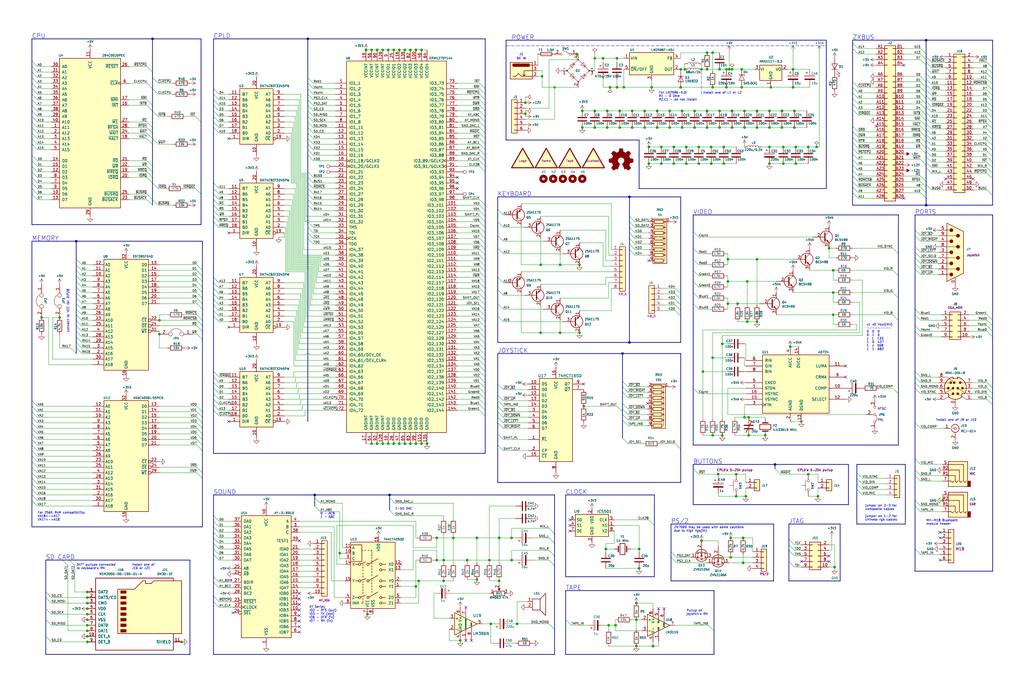
<source format=kicad_sch>
(kicad_sch (version 20211123) (generator eeschema)
  (paper "User" 469.011 316.001)
  (title_block (title "ZX-SIZIF-512") (date "2022-01-22") (rev "E") (company "Eugene Lozovoy") (comment 4 "Advanced ZX Spectrum clone"))
  (lib_symbols
    (symbol "74xx:74LS165" (pin_names (offset 1.016))
      (property "Reference" "U" (at -7.62 19.05 0))
      (property "Value" "74LS165" (at -7.62 -21.59 0))
      (symbol "74LS165_1_0"
        (pin input line (at -12.7 -10.16 0) (length 5.08) (name "~{PL}") (number "1"))
        (pin input line (at -12.7 15.24 0) (length 5.08) (name "DS") (number "10"))
        (pin input line (at -12.7 12.7 0) (length 5.08) (name "D0") (number "11"))
        (pin input line (at -12.7 10.16 0) (length 5.08) (name "D1") (number "12"))
        (pin input line (at -12.7 7.62 0) (length 5.08) (name "D2") (number "13"))
        (pin input line (at -12.7 5.08 0) (length 5.08) (name "D3") (number "14"))
        (pin input line (at -12.7 -17.78 0) (length 5.08) (name "~{CE}") (number "15"))
        (pin power_in line (at 0 22.86 270) (length 5.08) (name "VCC") (number "16"))
        (pin input line (at -12.7 -15.24 0) (length 5.08) (name "CP") (number "2"))
        (pin input line (at -12.7 2.54 0) (length 5.08) (name "D4") (number "3"))
        (pin input line (at -12.7 0 0) (length 5.08) (name "D5") (number "4"))
        (pin input line (at -12.7 -2.54 0) (length 5.08) (name "D6") (number "5"))
        (pin input line (at -12.7 -5.08 0) (length 5.08) (name "D7") (number "6"))
        (pin output line (at 12.7 12.7 180) (length 5.08) (name "~{Q7}") (number "7"))
        (pin power_in line (at 0 -25.4 90) (length 5.08) (name "GND") (number "8"))
        (pin output line (at 12.7 15.24 180) (length 5.08) (name "Q7") (number "9"))
      )
    )
    (symbol "Amplifier_Audio:LM386" (pin_names (offset 0.127))
      (property "Reference" "U" (at 1.27 7.62 0))
      (property "Value" "LM386" (at 1.27 5.08 0))
      (symbol "LM386_1_1"
        (pin input line (at 0 -7.62 90) (length 5.08) (name "GAIN") (number "1"))
        (pin input line (at -7.62 -2.54 0) (length 2.54) (name "-") (number "2"))
        (pin input line (at -7.62 2.54 0) (length 2.54) (name "+") (number "3"))
        (pin power_in line (at -2.54 -7.62 90) (length 3.81) (name "GND") (number "4"))
        (pin output line (at 7.62 0 180) (length 2.54) (name "~") (number "5"))
        (pin power_in line (at -2.54 7.62 270) (length 3.81) (name "V+") (number "6"))
        (pin input line (at 0 7.62 270) (length 5.08) (name "BYPASS") (number "7"))
        (pin input line (at 2.54 -7.62 90) (length 6.35) (name "GAIN") (number "8"))
      )
    )
    (symbol "CPU:Z80CPU" (pin_names (offset 1.016))
      (property "Reference" "U" (at -13.97 35.56 0))
      (property "Value" "Z80CPU" (at 6.35 35.56 0))
      (symbol "Z80CPU_1_1"
        (pin output line (at 17.78 2.54 180) (length 3.81) (name "A11") (number "1"))
        (pin bidirectional line (at 17.78 -27.94 180) (length 3.81) (name "D6") (number "10"))
        (pin power_in line (at 0 38.1 270) (length 3.81) (name "VCC") (number "11"))
        (pin bidirectional line (at 17.78 -17.78 180) (length 3.81) (name "D2") (number "12"))
        (pin bidirectional line (at 17.78 -30.48 180) (length 3.81) (name "D7") (number "13"))
        (pin bidirectional line (at 17.78 -12.7 180) (length 3.81) (name "D0") (number "14"))
        (pin bidirectional line (at 17.78 -15.24 180) (length 3.81) (name "D1") (number "15"))
        (pin input line (at -17.78 12.7 0) (length 3.81) (name "~{INT}") (number "16"))
        (pin input line (at -17.78 15.24 0) (length 3.81) (name "~{NMI}") (number "17"))
        (pin output line (at -17.78 -2.54 0) (length 3.81) (name "~{HALT}") (number "18"))
        (pin output line (at -17.78 -17.78 0) (length 3.81) (name "~{MREQ}") (number "19"))
        (pin output line (at 17.78 0 180) (length 3.81) (name "A12") (number "2"))
        (pin output line (at -17.78 -20.32 0) (length 3.81) (name "~{IORQ}") (number "20"))
        (pin output line (at -17.78 -12.7 0) (length 3.81) (name "~{RD}") (number "21"))
        (pin output line (at -17.78 -15.24 0) (length 3.81) (name "~{WR}") (number "22"))
        (pin output line (at -17.78 -30.48 0) (length 3.81) (name "~{BUSACK}") (number "23"))
        (pin input line (at -17.78 0 0) (length 3.81) (name "~{WAIT}") (number "24"))
        (pin input line (at -17.78 -27.94 0) (length 3.81) (name "~{BUSRQ}") (number "25"))
        (pin input line (at -17.78 30.48 0) (length 3.81) (name "~{RESET}") (number "26"))
        (pin output line (at -17.78 5.08 0) (length 3.81) (name "~{M1}") (number "27"))
        (pin output line (at -17.78 2.54 0) (length 3.81) (name "~{RFSH}") (number "28"))
        (pin power_in line (at 0 -38.1 90) (length 3.81) (name "GND") (number "29"))
        (pin output line (at 17.78 -2.54 180) (length 3.81) (name "A13") (number "3"))
        (pin output line (at 17.78 30.48 180) (length 3.81) (name "A0") (number "30"))
        (pin output line (at 17.78 27.94 180) (length 3.81) (name "A1") (number "31"))
        (pin output line (at 17.78 25.4 180) (length 3.81) (name "A2") (number "32"))
        (pin output line (at 17.78 22.86 180) (length 3.81) (name "A3") (number "33"))
        (pin output line (at 17.78 20.32 180) (length 3.81) (name "A4") (number "34"))
        (pin output line (at 17.78 17.78 180) (length 3.81) (name "A5") (number "35"))
        (pin output line (at 17.78 15.24 180) (length 3.81) (name "A6") (number "36"))
        (pin output line (at 17.78 12.7 180) (length 3.81) (name "A7") (number "37"))
        (pin output line (at 17.78 10.16 180) (length 3.81) (name "A8") (number "38"))
        (pin output line (at 17.78 7.62 180) (length 3.81) (name "A9") (number "39"))
        (pin output line (at 17.78 -5.08 180) (length 3.81) (name "A14") (number "4"))
        (pin output line (at 17.78 5.08 180) (length 3.81) (name "A10") (number "40"))
        (pin output line (at 17.78 -7.62 180) (length 3.81) (name "A15") (number "5"))
        (pin input clock (at -17.78 22.86 0) (length 3.81) (name "~{CLK}") (number "6"))
        (pin bidirectional line (at 17.78 -22.86 180) (length 3.81) (name "D4") (number "7"))
        (pin bidirectional line (at 17.78 -20.32 180) (length 3.81) (name "D3") (number "8"))
        (pin bidirectional line (at 17.78 -25.4 180) (length 3.81) (name "D5") (number "9"))
      )
    )
    (symbol "Comparator:LM311" (pin_names (offset 0.127))
      (property "Reference" "U" (at 3.81 6.35 0))
      (property "Value" "LM311" (at 3.81 3.81 0))
      (symbol "LM311_1_1"
        (pin open_emitter line (at 0 -7.62 90) (length 5.08) (name "GND") (number "1"))
        (pin input line (at -7.62 2.54 0) (length 2.54) (name "+") (number "2"))
        (pin input line (at -7.62 -2.54 0) (length 2.54) (name "-") (number "3"))
        (pin power_in line (at -2.54 -7.62 90) (length 3.81) (name "V-") (number "4"))
        (pin passive line (at 0 7.62 270) (length 5.08) (name "BAL") (number "5"))
        (pin passive line (at 2.54 7.62 270) (length 6.35) (name "STRB") (number "6"))
        (pin open_collector line (at 7.62 0 180) (length 2.54) (name "~") (number "7"))
        (pin power_in line (at -2.54 7.62 270) (length 3.81) (name "V+") (number "8"))
      )
    )
    (symbol "Connector:AudioJack4"
      (property "Reference" "J" (at 0 8.89 0))
      (property "Value" "AudioJack4" (at 0 6.35 0))
      (symbol "AudioJack4_1_1"
        (pin passive line (at 5.08 -2.54 180) (length 2.54) (name "~") (number "R1"))
        (pin passive line (at 5.08 0 180) (length 2.54) (name "~") (number "R2"))
        (pin passive line (at 5.08 2.54 180) (length 2.54) (name "~") (number "S"))
        (pin passive line (at 5.08 -5.08 180) (length 2.54) (name "~") (number "T"))
      )
    )
    (symbol "Connector:Barrel_Jack_Switch" (pin_names hide)
      (property "Reference" "J" (at 0 5.334 0))
      (property "Value" "Barrel_Jack_Switch" (at 0 -5.08 0))
      (symbol "Barrel_Jack_Switch_1_1"
        (pin passive line (at 7.62 2.54 180) (length 2.54) (name "~") (number "1"))
        (pin passive line (at 7.62 -2.54 180) (length 2.54) (name "~") (number "2"))
        (pin passive line (at 7.62 0 180) (length 2.54) (name "~") (number "3"))
      )
    )
    (symbol "Connector:Conn_Coaxial" (pin_names (offset 1.016) hide)
      (property "Reference" "J" (at 0.254 3.048 0))
      (property "Value" "Conn_Coaxial" (at 2.921 0 90))
      (symbol "Conn_Coaxial_1_1"
        (pin passive line (at -5.08 0 0) (length 2.54) (name "In") (number "1"))
        (pin passive line (at 0 -5.08 90) (length 2.54) (name "Ext") (number "2"))
      )
    )
    (symbol "Connector:DB9_Male_MountingHoles" (pin_names (offset 1.016) hide)
      (property "Reference" "J" (at 0 16.51 0))
      (property "Value" "DB9_Male_MountingHoles" (at 0 14.605 0))
      (symbol "DB9_Male_MountingHoles_1_1"
        (pin passive line (at 0 -15.24 90) (length 3.81) (name "PAD") (number "0"))
        (pin passive line (at -7.62 -10.16 0) (length 3.81) (name "1") (number "1"))
        (pin passive line (at -7.62 -5.08 0) (length 3.81) (name "2") (number "2"))
        (pin passive line (at -7.62 0 0) (length 3.81) (name "3") (number "3"))
        (pin passive line (at -7.62 5.08 0) (length 3.81) (name "4") (number "4"))
        (pin passive line (at -7.62 10.16 0) (length 3.81) (name "5") (number "5"))
        (pin passive line (at -7.62 -7.62 0) (length 3.81) (name "6") (number "6"))
        (pin passive line (at -7.62 -2.54 0) (length 3.81) (name "7") (number "7"))
        (pin passive line (at -7.62 2.54 0) (length 3.81) (name "8") (number "8"))
        (pin passive line (at -7.62 7.62 0) (length 3.81) (name "9") (number "9"))
      )
    )
    (symbol "Connector:Micro_SD_Card_Det" (pin_names (offset 1.016))
      (property "Reference" "J" (at -16.51 17.78 0))
      (property "Value" "Micro_SD_Card_Det" (at 16.51 17.78 0))
      (symbol "Micro_SD_Card_Det_1_1"
        (pin bidirectional line (at -22.86 10.16 0) (length 3.81) (name "DAT2") (number "1"))
        (pin passive line (at -22.86 -10.16 0) (length 3.81) (name "DET_A") (number "10"))
        (pin passive line (at 20.32 -12.7 180) (length 3.81) (name "SHIELD") (number "11"))
        (pin bidirectional line (at -22.86 7.62 0) (length 3.81) (name "DAT3/CD") (number "2"))
        (pin input line (at -22.86 5.08 0) (length 3.81) (name "CMD") (number "3"))
        (pin power_in line (at -22.86 2.54 0) (length 3.81) (name "VDD") (number "4"))
        (pin input line (at -22.86 0 0) (length 3.81) (name "CLK") (number "5"))
        (pin power_in line (at -22.86 -2.54 0) (length 3.81) (name "VSS") (number "6"))
        (pin bidirectional line (at -22.86 -5.08 0) (length 3.81) (name "DAT0") (number "7"))
        (pin bidirectional line (at -22.86 -7.62 0) (length 3.81) (name "DAT1") (number "8"))
        (pin passive line (at -22.86 -12.7 0) (length 3.81) (name "DET_B") (number "9"))
      )
    )
    (symbol "Connector:TestPoint" (pin_numbers hide) (pin_names (offset 0.762) hide)
      (property "Reference" "TP" (at 0 6.858 0))
      (property "Value" "TestPoint" (at 0 5.08 0))
      (symbol "TestPoint_1_1"
        (pin passive line (at 0 0 90) (length 2.54) (name "1") (number "1"))
      )
    )
    (symbol "Connector_Generic:Conn_01x02" (pin_names (offset 1.016) hide)
      (property "Reference" "J" (at 0 2.54 0))
      (property "Value" "Conn_01x02" (at 0 -5.08 0))
      (symbol "Conn_01x02_1_1"
        (pin passive line (at -5.08 0 0) (length 3.81) (name "Pin_1") (number "1"))
        (pin passive line (at -5.08 -2.54 0) (length 3.81) (name "Pin_2") (number "2"))
      )
    )
    (symbol "Connector_Generic:Conn_01x04" (pin_names (offset 1.016) hide)
      (property "Reference" "J" (at 0 5.08 0))
      (property "Value" "Conn_01x04" (at 0 -7.62 0))
      (symbol "Conn_01x04_1_1"
        (pin passive line (at -5.08 2.54 0) (length 3.81) (name "Pin_1") (number "1"))
        (pin passive line (at -5.08 0 0) (length 3.81) (name "Pin_2") (number "2"))
        (pin passive line (at -5.08 -2.54 0) (length 3.81) (name "Pin_3") (number "3"))
        (pin passive line (at -5.08 -5.08 0) (length 3.81) (name "Pin_4") (number "4"))
      )
    )
    (symbol "Connector_Generic:Conn_01x05" (pin_names (offset 1.016) hide)
      (property "Reference" "J" (at 0 7.62 0))
      (property "Value" "Conn_01x05" (at 0 -7.62 0))
      (symbol "Conn_01x05_1_1"
        (pin passive line (at -5.08 5.08 0) (length 3.81) (name "Pin_1") (number "1"))
        (pin passive line (at -5.08 2.54 0) (length 3.81) (name "Pin_2") (number "2"))
        (pin passive line (at -5.08 0 0) (length 3.81) (name "Pin_3") (number "3"))
        (pin passive line (at -5.08 -2.54 0) (length 3.81) (name "Pin_4") (number "4"))
        (pin passive line (at -5.08 -5.08 0) (length 3.81) (name "Pin_5") (number "5"))
      )
    )
    (symbol "Connector_Generic:Conn_01x06" (pin_names (offset 1.016) hide)
      (property "Reference" "J" (at 0 7.62 0))
      (property "Value" "Conn_01x06" (at 0 -10.16 0))
      (symbol "Conn_01x06_1_1"
        (pin passive line (at -5.08 5.08 0) (length 3.81) (name "Pin_1") (number "1"))
        (pin passive line (at -5.08 2.54 0) (length 3.81) (name "Pin_2") (number "2"))
        (pin passive line (at -5.08 0 0) (length 3.81) (name "Pin_3") (number "3"))
        (pin passive line (at -5.08 -2.54 0) (length 3.81) (name "Pin_4") (number "4"))
        (pin passive line (at -5.08 -5.08 0) (length 3.81) (name "Pin_5") (number "5"))
        (pin passive line (at -5.08 -7.62 0) (length 3.81) (name "Pin_6") (number "6"))
      )
    )
    (symbol "Connector_Generic:Conn_01x08" (pin_names (offset 1.016) hide)
      (property "Reference" "J" (at 0 10.16 0))
      (property "Value" "Conn_01x08" (at 0 -12.7 0))
      (symbol "Conn_01x08_1_1"
        (pin passive line (at -5.08 7.62 0) (length 3.81) (name "Pin_1") (number "1"))
        (pin passive line (at -5.08 5.08 0) (length 3.81) (name "Pin_2") (number "2"))
        (pin passive line (at -5.08 2.54 0) (length 3.81) (name "Pin_3") (number "3"))
        (pin passive line (at -5.08 0 0) (length 3.81) (name "Pin_4") (number "4"))
        (pin passive line (at -5.08 -2.54 0) (length 3.81) (name "Pin_5") (number "5"))
        (pin passive line (at -5.08 -5.08 0) (length 3.81) (name "Pin_6") (number "6"))
        (pin passive line (at -5.08 -7.62 0) (length 3.81) (name "Pin_7") (number "7"))
        (pin passive line (at -5.08 -10.16 0) (length 3.81) (name "Pin_8") (number "8"))
      )
    )
    (symbol "Connector_Generic:Conn_01x10" (pin_names (offset 1.016) hide)
      (property "Reference" "J" (at 0 12.7 0))
      (property "Value" "Conn_01x10" (at 0 -15.24 0))
      (symbol "Conn_01x10_1_1"
        (pin passive line (at -5.08 10.16 0) (length 3.81) (name "Pin_1") (number "1"))
        (pin passive line (at -5.08 -12.7 0) (length 3.81) (name "Pin_10") (number "10"))
        (pin passive line (at -5.08 7.62 0) (length 3.81) (name "Pin_2") (number "2"))
        (pin passive line (at -5.08 5.08 0) (length 3.81) (name "Pin_3") (number "3"))
        (pin passive line (at -5.08 2.54 0) (length 3.81) (name "Pin_4") (number "4"))
        (pin passive line (at -5.08 0 0) (length 3.81) (name "Pin_5") (number "5"))
        (pin passive line (at -5.08 -2.54 0) (length 3.81) (name "Pin_6") (number "6"))
        (pin passive line (at -5.08 -5.08 0) (length 3.81) (name "Pin_7") (number "7"))
        (pin passive line (at -5.08 -7.62 0) (length 3.81) (name "Pin_8") (number "8"))
        (pin passive line (at -5.08 -10.16 0) (length 3.81) (name "Pin_9") (number "9"))
      )
    )
    (symbol "Connector_Generic:Conn_02x05_Odd_Even" (pin_names (offset 1.016) hide)
      (property "Reference" "J" (at 1.27 7.62 0))
      (property "Value" "Conn_02x05_Odd_Even" (at 1.27 -7.62 0))
      (symbol "Conn_02x05_Odd_Even_1_1"
        (pin passive line (at -5.08 5.08 0) (length 3.81) (name "Pin_1") (number "1"))
        (pin passive line (at 7.62 -5.08 180) (length 3.81) (name "Pin_10") (number "10"))
        (pin passive line (at 7.62 5.08 180) (length 3.81) (name "Pin_2") (number "2"))
        (pin passive line (at -5.08 2.54 0) (length 3.81) (name "Pin_3") (number "3"))
        (pin passive line (at 7.62 2.54 180) (length 3.81) (name "Pin_4") (number "4"))
        (pin passive line (at -5.08 0 0) (length 3.81) (name "Pin_5") (number "5"))
        (pin passive line (at 7.62 0 180) (length 3.81) (name "Pin_6") (number "6"))
        (pin passive line (at -5.08 -2.54 0) (length 3.81) (name "Pin_7") (number "7"))
        (pin passive line (at 7.62 -2.54 180) (length 3.81) (name "Pin_8") (number "8"))
        (pin passive line (at -5.08 -5.08 0) (length 3.81) (name "Pin_9") (number "9"))
      )
    )
    (symbol "Connector_Generic:Conn_02x25_Odd_Even" (pin_names (offset 1.016) hide)
      (property "Reference" "J" (at 1.27 33.02 0))
      (property "Value" "Conn_02x25_Odd_Even" (at 1.27 -33.02 0))
      (symbol "Conn_02x25_Odd_Even_1_1"
        (pin passive line (at -5.08 30.48 0) (length 3.81) (name "Pin_1") (number "1"))
        (pin passive line (at 7.62 20.32 180) (length 3.81) (name "Pin_10") (number "10"))
        (pin passive line (at -5.08 17.78 0) (length 3.81) (name "Pin_11") (number "11"))
        (pin passive line (at 7.62 17.78 180) (length 3.81) (name "Pin_12") (number "12"))
        (pin passive line (at -5.08 15.24 0) (length 3.81) (name "Pin_13") (number "13"))
        (pin passive line (at 7.62 15.24 180) (length 3.81) (name "Pin_14") (number "14"))
        (pin passive line (at -5.08 12.7 0) (length 3.81) (name "Pin_15") (number "15"))
        (pin passive line (at 7.62 12.7 180) (length 3.81) (name "Pin_16") (number "16"))
        (pin passive line (at -5.08 10.16 0) (length 3.81) (name "Pin_17") (number "17"))
        (pin passive line (at 7.62 10.16 180) (length 3.81) (name "Pin_18") (number "18"))
        (pin passive line (at -5.08 7.62 0) (length 3.81) (name "Pin_19") (number "19"))
        (pin passive line (at 7.62 30.48 180) (length 3.81) (name "Pin_2") (number "2"))
        (pin passive line (at 7.62 7.62 180) (length 3.81) (name "Pin_20") (number "20"))
        (pin passive line (at -5.08 5.08 0) (length 3.81) (name "Pin_21") (number "21"))
        (pin passive line (at 7.62 5.08 180) (length 3.81) (name "Pin_22") (number "22"))
        (pin passive line (at -5.08 2.54 0) (length 3.81) (name "Pin_23") (number "23"))
        (pin passive line (at 7.62 2.54 180) (length 3.81) (name "Pin_24") (number "24"))
        (pin passive line (at -5.08 0 0) (length 3.81) (name "Pin_25") (number "25"))
        (pin passive line (at 7.62 0 180) (length 3.81) (name "Pin_26") (number "26"))
        (pin passive line (at -5.08 -2.54 0) (length 3.81) (name "Pin_27") (number "27"))
        (pin passive line (at 7.62 -2.54 180) (length 3.81) (name "Pin_28") (number "28"))
        (pin passive line (at -5.08 -5.08 0) (length 3.81) (name "Pin_29") (number "29"))
        (pin passive line (at -5.08 27.94 0) (length 3.81) (name "Pin_3") (number "3"))
        (pin passive line (at 7.62 -5.08 180) (length 3.81) (name "Pin_30") (number "30"))
        (pin passive line (at -5.08 -7.62 0) (length 3.81) (name "Pin_31") (number "31"))
        (pin passive line (at 7.62 -7.62 180) (length 3.81) (name "Pin_32") (number "32"))
        (pin passive line (at -5.08 -10.16 0) (length 3.81) (name "Pin_33") (number "33"))
        (pin passive line (at 7.62 -10.16 180) (length 3.81) (name "Pin_34") (number "34"))
        (pin passive line (at -5.08 -12.7 0) (length 3.81) (name "Pin_35") (number "35"))
        (pin passive line (at 7.62 -12.7 180) (length 3.81) (name "Pin_36") (number "36"))
        (pin passive line (at -5.08 -15.24 0) (length 3.81) (name "Pin_37") (number "37"))
        (pin passive line (at 7.62 -15.24 180) (length 3.81) (name "Pin_38") (number "38"))
        (pin passive line (at -5.08 -17.78 0) (length 3.81) (name "Pin_39") (number "39"))
        (pin passive line (at 7.62 27.94 180) (length 3.81) (name "Pin_4") (number "4"))
        (pin passive line (at 7.62 -17.78 180) (length 3.81) (name "Pin_40") (number "40"))
        (pin passive line (at -5.08 -20.32 0) (length 3.81) (name "Pin_41") (number "41"))
        (pin passive line (at 7.62 -20.32 180) (length 3.81) (name "Pin_42") (number "42"))
        (pin passive line (at -5.08 -22.86 0) (length 3.81) (name "Pin_43") (number "43"))
        (pin passive line (at 7.62 -22.86 180) (length 3.81) (name "Pin_44") (number "44"))
        (pin passive line (at -5.08 -25.4 0) (length 3.81) (name "Pin_45") (number "45"))
        (pin passive line (at 7.62 -25.4 180) (length 3.81) (name "Pin_46") (number "46"))
        (pin passive line (at -5.08 -27.94 0) (length 3.81) (name "Pin_47") (number "47"))
        (pin passive line (at 7.62 -27.94 180) (length 3.81) (name "Pin_48") (number "48"))
        (pin passive line (at -5.08 -30.48 0) (length 3.81) (name "Pin_49") (number "49"))
        (pin passive line (at -5.08 25.4 0) (length 3.81) (name "Pin_5") (number "5"))
        (pin passive line (at 7.62 -30.48 180) (length 3.81) (name "Pin_50") (number "50"))
        (pin passive line (at 7.62 25.4 180) (length 3.81) (name "Pin_6") (number "6"))
        (pin passive line (at -5.08 22.86 0) (length 3.81) (name "Pin_7") (number "7"))
        (pin passive line (at 7.62 22.86 180) (length 3.81) (name "Pin_8") (number "8"))
        (pin passive line (at -5.08 20.32 0) (length 3.81) (name "Pin_9") (number "9"))
      )
    )
    (symbol "Device:C" (pin_numbers hide) (pin_names (offset 0.254))
      (property "Reference" "C" (at 0.635 2.54 0))
      (property "Value" "C" (at 0.635 -2.54 0))
      (symbol "C_1_1"
        (pin passive line (at 0 3.81 270) (length 2.794) (name "~") (number "1"))
        (pin passive line (at 0 -3.81 90) (length 2.794) (name "~") (number "2"))
      )
    )
    (symbol "Device:CP" (pin_numbers hide) (pin_names (offset 0.254))
      (property "Reference" "C" (at 0.635 2.54 0))
      (property "Value" "CP" (at 0.635 -2.54 0))
      (symbol "CP_1_1"
        (pin passive line (at 0 3.81 270) (length 2.794) (name "~") (number "1"))
        (pin passive line (at 0 -3.81 90) (length 2.794) (name "~") (number "2"))
      )
    )
    (symbol "Device:CTRIM" (pin_numbers hide) (pin_names (offset 0.254) hide)
      (property "Reference" "C" (at 1.524 -2.032 0))
      (property "Value" "CTRIM" (at 3.048 -3.556 0))
      (symbol "CTRIM_1_1"
        (pin passive line (at 0 3.81 270) (length 3.048) (name "~") (number "1"))
        (pin passive line (at 0 -3.81 90) (length 3.048) (name "~") (number "2"))
      )
    )
    (symbol "Device:Crystal" (pin_numbers hide) (pin_names (offset 1.016) hide)
      (property "Reference" "Y" (at 0 3.81 0))
      (property "Value" "Crystal" (at 0 -3.81 0))
      (symbol "Crystal_1_1"
        (pin passive line (at -3.81 0 0) (length 1.27) (name "1") (number "1"))
        (pin passive line (at 3.81 0 180) (length 1.27) (name "2") (number "2"))
      )
    )
    (symbol "Device:D" (pin_numbers hide) (pin_names (offset 1.016) hide)
      (property "Reference" "D" (at 0 2.54 0))
      (property "Value" "D" (at 0 -2.54 0))
      (symbol "D_1_1"
        (pin passive line (at -3.81 0 0) (length 2.54) (name "K") (number "1"))
        (pin passive line (at 3.81 0 180) (length 2.54) (name "A") (number "2"))
      )
    )
    (symbol "Device:D_Bridge_-A+A" (pin_names (offset 0))
      (property "Reference" "D" (at 2.54 6.985 0))
      (property "Value" "D_Bridge_-A+A" (at 2.54 5.08 0))
      (symbol "D_Bridge_-A+A_1_1"
        (pin passive line (at -7.62 0 0) (length 2.54) (name "-") (number "1"))
        (pin passive line (at 0 -7.62 90) (length 2.54) (name "~") (number "2"))
        (pin passive line (at 7.62 0 180) (length 2.54) (name "+") (number "3"))
        (pin passive line (at 0 7.62 270) (length 2.54) (name "~") (number "4"))
      )
    )
    (symbol "Device:Fuse" (pin_numbers hide) (pin_names (offset 0))
      (property "Reference" "F" (at 2.032 0 90))
      (property "Value" "Fuse" (at -1.905 0 90))
      (symbol "Fuse_1_1"
        (pin passive line (at 0 3.81 270) (length 1.27) (name "~") (number "1"))
        (pin passive line (at 0 -3.81 90) (length 1.27) (name "~") (number "2"))
      )
    )
    (symbol "Device:Jumper" (pin_names (offset 0.762) hide)
      (property "Reference" "JP" (at 0 3.81 0))
      (property "Value" "Jumper" (at 0 -2.032 0))
      (symbol "Jumper_0_1"
        (pin passive line (at -7.62 0 0) (length 4.191) (name "1") (number "1"))
        (pin passive line (at 7.62 0 180) (length 4.191) (name "2") (number "2"))
      )
    )
    (symbol "Device:L" (pin_numbers hide) (pin_names (offset 1.016) hide)
      (property "Reference" "L" (at -1.27 0 90))
      (property "Value" "L" (at 1.905 0 90))
      (symbol "L_1_1"
        (pin passive line (at 0 3.81 270) (length 1.27) (name "1") (number "1"))
        (pin passive line (at 0 -3.81 90) (length 1.27) (name "2") (number "2"))
      )
    )
    (symbol "Device:LED" (pin_numbers hide) (pin_names (offset 1.016) hide)
      (property "Reference" "D" (at 0 2.54 0))
      (property "Value" "LED" (at 0 -2.54 0))
      (symbol "LED_1_1"
        (pin passive line (at -3.81 0 0) (length 2.54) (name "K") (number "1"))
        (pin passive line (at 3.81 0 180) (length 2.54) (name "A") (number "2"))
      )
    )
    (symbol "Device:Q_NMOS_SGD" (pin_names (offset 0) hide)
      (property "Reference" "Q" (at 5.08 1.27 0))
      (property "Value" "Q_NMOS_SGD" (at 5.08 -1.27 0))
      (symbol "Q_NMOS_SGD_1_1"
        (pin passive line (at 2.54 -5.08 90) (length 2.54) (name "S") (number "1"))
        (pin input line (at -5.08 0 0) (length 5.08) (name "G") (number "2"))
        (pin passive line (at 2.54 5.08 270) (length 2.54) (name "D") (number "3"))
      )
    )
    (symbol "Device:Q_NPN_CBE" (pin_names (offset 0) hide)
      (property "Reference" "Q" (at 5.08 1.27 0))
      (property "Value" "Q_NPN_CBE" (at 5.08 -1.27 0))
      (symbol "Q_NPN_CBE_1_1"
        (pin passive line (at 2.54 5.08 270) (length 2.54) (name "C") (number "1"))
        (pin input line (at -5.08 0 0) (length 5.715) (name "B") (number "2"))
        (pin passive line (at 2.54 -5.08 90) (length 2.54) (name "E") (number "3"))
      )
    )
    (symbol "Device:R" (pin_numbers hide) (pin_names (offset 0))
      (property "Reference" "R" (at 2.032 0 90))
      (property "Value" "R" (at 0 0 90))
      (symbol "R_1_1"
        (pin passive line (at 0 3.81 270) (length 1.27) (name "~") (number "1"))
        (pin passive line (at 0 -3.81 90) (length 1.27) (name "~") (number "2"))
      )
    )
    (symbol "Device:R_Network08" (pin_names (offset 0) hide)
      (property "Reference" "RN" (at -12.7 0 90))
      (property "Value" "R_Network08" (at 10.16 0 90))
      (symbol "R_Network08_1_1"
        (pin passive line (at -10.16 5.08 270) (length 2.54) (name "common") (number "1"))
        (pin passive line (at -10.16 -5.08 90) (length 2.54) (name "R1") (number "2"))
        (pin passive line (at -7.62 -5.08 90) (length 2.54) (name "R2") (number "3"))
        (pin passive line (at -5.08 -5.08 90) (length 2.54) (name "R3") (number "4"))
        (pin passive line (at -2.54 -5.08 90) (length 2.54) (name "R4") (number "5"))
        (pin passive line (at 0 -5.08 90) (length 2.54) (name "R5") (number "6"))
        (pin passive line (at 2.54 -5.08 90) (length 2.54) (name "R6") (number "7"))
        (pin passive line (at 5.08 -5.08 90) (length 2.54) (name "R7") (number "8"))
        (pin passive line (at 7.62 -5.08 90) (length 2.54) (name "R8") (number "9"))
      )
    )
    (symbol "Device:R_POT" (pin_names (offset 1.016) hide)
      (property "Reference" "RV" (at -4.445 0 90))
      (property "Value" "R_POT" (at -2.54 0 90))
      (symbol "R_POT_1_1"
        (pin passive line (at 0 3.81 270) (length 1.27) (name "1") (number "1"))
        (pin passive line (at 3.81 0 180) (length 1.27) (name "2") (number "2"))
        (pin passive line (at 0 -3.81 90) (length 1.27) (name "3") (number "3"))
      )
    )
    (symbol "Device:Speaker" (pin_names (offset 0) hide)
      (property "Reference" "LS" (at 1.27 5.715 0))
      (property "Value" "Speaker" (at 1.27 3.81 0))
      (symbol "Speaker_1_1"
        (pin input line (at -5.08 0 0) (length 2.54) (name "1") (number "1"))
        (pin input line (at -5.08 -2.54 0) (length 2.54) (name "2") (number "2"))
      )
    )
    (symbol "Diode:1.5KExxA" (pin_numbers hide) (pin_names (offset 1.016) hide)
      (property "Reference" "D" (at 0 2.54 0))
      (property "Value" "1.5KExxA" (at 0 -2.54 0))
      (symbol "1.5KExxA_1_1"
        (pin passive line (at -3.81 0 0) (length 2.54) (name "A1") (number "1"))
        (pin passive line (at 3.81 0 180) (length 2.54) (name "A2") (number "2"))
      )
    )
    (symbol "Graphic:Logo_Open_Hardware_Small" (pin_names (offset 1.016)))
    (symbol "Jumper:Jumper_3_Bridged12" (pin_names (offset 0) hide)
      (property "Reference" "JP" (at -2.54 -2.54 0))
      (property "Value" "Jumper_3_Bridged12" (at 0 2.794 0))
      (symbol "Jumper_3_Bridged12_1_1"
        (pin passive line (at -6.35 0 0) (length 2.54) (name "A") (number "1"))
        (pin input line (at 0 -3.81 90) (length 2.54) (name "C") (number "2"))
        (pin passive line (at 6.35 0 180) (length 2.54) (name "B") (number "3"))
      )
    )
    (symbol "Mechanical:MountingHole" (pin_names (offset 1.016))
      (property "Reference" "H" (at 0 5.08 0))
      (property "Value" "MountingHole" (at 0 3.175 0))
    )
    (symbol "Regulator_Linear:AMS1117-3.3" (pin_names (offset 0.254))
      (property "Reference" "U" (at -3.81 3.175 0))
      (property "Value" "AMS1117-3.3" (at 0 3.175 0))
      (symbol "AMS1117-3.3_1_1"
        (pin power_in line (at 0 -7.62 90) (length 2.54) (name "GND") (number "1"))
        (pin power_out line (at 7.62 0 180) (length 2.54) (name "VO") (number "2"))
        (pin power_in line (at -7.62 0 0) (length 2.54) (name "VI") (number "3"))
      )
    )
    (symbol "Regulator_Switching:LM2596T-ADJ"
      (property "Reference" "U" (at -10.16 6.35 0))
      (property "Value" "LM2596T-ADJ" (at 0 6.35 0))
      (symbol "LM2596T-ADJ_1_1"
        (pin power_in line (at -12.7 2.54 0) (length 2.54) (name "VIN") (number "1"))
        (pin output line (at 12.7 -2.54 180) (length 2.54) (name "OUT") (number "2"))
        (pin power_in line (at 0 -7.62 90) (length 2.54) (name "GND") (number "3"))
        (pin input line (at 12.7 2.54 180) (length 2.54) (name "FB") (number "4"))
        (pin input line (at -12.7 -2.54 0) (length 2.54) (name "~{ON}/OFF") (number "5"))
      )
    )
    (symbol "Switch:SW_Push" (pin_numbers hide) (pin_names (offset 1.016) hide)
      (property "Reference" "SW" (at 1.27 2.54 0))
      (property "Value" "SW_Push" (at 0 -1.524 0))
      (symbol "SW_Push_0_1"
        (pin passive line (at -5.08 0 0) (length 2.54) (name "1") (number "1"))
        (pin passive line (at 5.08 0 180) (length 2.54) (name "2") (number "2"))
      )
    )
    (symbol "Switch:SW_SPST" (pin_names (offset 0) hide)
      (property "Reference" "SW" (at 0 3.175 0))
      (property "Value" "SW_SPST" (at 0 -2.54 0))
      (symbol "SW_SPST_1_1"
        (pin passive line (at -5.08 0 0) (length 2.54) (name "A") (number "1"))
        (pin passive line (at 5.08 0 180) (length 2.54) (name "B") (number "2"))
      )
    )
    (symbol "Transistor_BJT:2SA1015" (pin_names (offset 0) hide)
      (property "Reference" "Q" (at 5.08 1.905 0))
      (property "Value" "2SA1015" (at 5.08 0 0))
      (symbol "2SA1015_1_1"
        (pin passive line (at 2.54 -5.08 90) (length 2.54) (name "E") (number "1"))
        (pin passive line (at 2.54 5.08 270) (length 2.54) (name "C") (number "2"))
        (pin input line (at -5.08 0 0) (length 5.08) (name "B") (number "3"))
      )
    )
    (symbol "my:29C040"
      (property "Reference" "U" (at -10.16 26.67 0))
      (property "Value" "29C040" (at 8.89 26.67 0))
      (symbol "29C040_0_0"
        (pin power_in line (at 0 -27.94 90) (length 2.5146) (name "GND") (number "16"))
        (pin power_in line (at 0 27.94 270) (length 2.5654) (name "VCC") (number "32"))
      )
      (symbol "29C040_1_1"
        (pin input line (at -15.24 -22.86 0) (length 5.08) (name "A18") (number "1"))
        (pin input line (at -15.24 17.78 0) (length 5.08) (name "A2") (number "10"))
        (pin input line (at -15.24 20.32 0) (length 5.08) (name "A1") (number "11"))
        (pin input line (at -15.24 22.86 0) (length 5.08) (name "A0") (number "12"))
        (pin tri_state line (at 15.24 22.86 180) (length 5.08) (name "D0") (number "13"))
        (pin tri_state line (at 15.24 20.32 180) (length 5.08) (name "D1") (number "14"))
        (pin tri_state line (at 15.24 17.78 180) (length 5.08) (name "D2") (number "15"))
        (pin tri_state line (at 15.24 15.24 180) (length 5.08) (name "D3") (number "17"))
        (pin tri_state line (at 15.24 12.7 180) (length 5.08) (name "D4") (number "18"))
        (pin tri_state line (at 15.24 10.16 180) (length 5.08) (name "D5") (number "19"))
        (pin input line (at -15.24 -17.78 0) (length 5.08) (name "A16") (number "2"))
        (pin tri_state line (at 15.24 7.62 180) (length 5.08) (name "D6") (number "20"))
        (pin tri_state line (at 15.24 5.08 180) (length 5.08) (name "D7") (number "21"))
        (pin input inverted (at 15.24 -2.54 180) (length 5.08) (name "~{CE}") (number "22"))
        (pin input line (at -15.24 -2.54 0) (length 5.08) (name "A10") (number "23"))
        (pin input inverted (at 15.24 -5.08 180) (length 5.08) (name "~{OE}") (number "24"))
        (pin input line (at -15.24 -5.08 0) (length 5.08) (name "A11") (number "25"))
        (pin input line (at -15.24 0 0) (length 5.08) (name "A9") (number "26"))
        (pin input line (at -15.24 2.54 0) (length 5.08) (name "A8") (number "27"))
        (pin input line (at -15.24 -10.16 0) (length 5.08) (name "A13") (number "28"))
        (pin input line (at -15.24 -12.7 0) (length 5.08) (name "A14") (number "29"))
        (pin input line (at -15.24 -15.24 0) (length 5.08) (name "A15") (number "3"))
        (pin input line (at -15.24 -20.32 0) (length 5.08) (name "A17") (number "30"))
        (pin input inverted (at 15.24 -7.62 180) (length 5.08) (name "~{WE}") (number "31"))
        (pin input line (at -15.24 -7.62 0) (length 5.08) (name "A12") (number "4"))
        (pin input line (at -15.24 5.08 0) (length 5.08) (name "A7") (number "5"))
        (pin input line (at -15.24 7.62 0) (length 5.08) (name "A6") (number "6"))
        (pin input line (at -15.24 10.16 0) (length 5.08) (name "A5") (number "7"))
        (pin input line (at -15.24 12.7 0) (length 5.08) (name "A4") (number "8"))
        (pin input line (at -15.24 15.24 0) (length 5.08) (name "A3") (number "9"))
      )
    )
    (symbol "my:74LS245_mirrored" (pin_names (offset 1.016))
      (property "Reference" "U" (at -7.62 13.97 0))
      (property "Value" "74LS245_mirrored" (at 10.16 13.97 0))
      (symbol "74LS245_mirrored_1_0"
        (pin input line (at 12.7 -10.16 180) (length 5.08) (name "DIR") (number "1"))
        (pin power_in line (at 0 -17.78 90) (length 5.08) (name "GND") (number "10"))
        (pin tri_state line (at 12.7 10.16 180) (length 5.08) (name "B7") (number "11"))
        (pin tri_state line (at 12.7 7.62 180) (length 5.08) (name "B6") (number "12"))
        (pin tri_state line (at 12.7 5.08 180) (length 5.08) (name "B5") (number "13"))
        (pin tri_state line (at 12.7 2.54 180) (length 5.08) (name "B4") (number "14"))
        (pin tri_state line (at 12.7 0 180) (length 5.08) (name "B3") (number "15"))
        (pin tri_state line (at 12.7 -2.54 180) (length 5.08) (name "B2") (number "16"))
        (pin tri_state line (at 12.7 -5.08 180) (length 5.08) (name "B1") (number "17"))
        (pin tri_state line (at 12.7 -7.62 180) (length 5.08) (name "B0") (number "18"))
        (pin input inverted (at -12.7 -10.16 0) (length 5.08) (name "~{OE}") (number "19"))
        (pin tri_state line (at -12.7 -7.62 0) (length 5.08) (name "A0") (number "2"))
        (pin power_in line (at 0 17.78 270) (length 5.08) (name "VCC") (number "20"))
        (pin tri_state line (at -12.7 -5.08 0) (length 5.08) (name "A1") (number "3"))
        (pin tri_state line (at -12.7 -2.54 0) (length 5.08) (name "A2") (number "4"))
        (pin tri_state line (at -12.7 0 0) (length 5.08) (name "A3") (number "5"))
        (pin tri_state line (at -12.7 2.54 0) (length 5.08) (name "A4") (number "6"))
        (pin tri_state line (at -12.7 5.08 0) (length 5.08) (name "A5") (number "7"))
        (pin tri_state line (at -12.7 7.62 0) (length 5.08) (name "A6") (number "8"))
        (pin tri_state line (at -12.7 10.16 0) (length 5.08) (name "A7") (number "9"))
      )
    )
    (symbol "my:AD724" (pin_names (offset 1.016))
      (property "Reference" "U" (at -13.97 13.97 0))
      (property "Value" "AD724" (at 12.7 13.97 0))
      (symbol "AD724_1_1"
        (pin input line (at -22.86 -2.54 0) (length 7.62) (name "STDN") (number "1"))
        (pin output line (at 22.86 -2.54 180) (length 7.62) (name "COMP") (number "10"))
        (pin output line (at 22.86 7.62 180) (length 7.62) (name "LUMA") (number "11"))
        (pin input line (at 22.86 -7.62 180) (length 7.62) (name "SELECT") (number "12"))
        (pin power_in line (at 2.54 -17.78 90) (length 3.81) (name "DGND") (number "13"))
        (pin power_in line (at 1.27 16.51 270) (length 3.81) (name "DVCC") (number "14"))
        (pin input line (at -22.86 -7.62 0) (length 7.62) (name "VSYNC") (number "15"))
        (pin input line (at -22.86 -5.08 0) (length 7.62) (name "HSYNC") (number "16"))
        (pin power_in line (at -2.54 -17.78 90) (length 3.81) (name "AGND") (number "2"))
        (pin input clock (at -22.86 -10.16 0) (length 7.62) (name "FIN") (number "3"))
        (pin power_in line (at -2.54 16.51 270) (length 3.81) (name "AVCC") (number "4"))
        (pin input line (at -22.86 0 0) (length 7.62) (name "ENCD") (number "5"))
        (pin input line (at -22.86 10.16 0) (length 7.62) (name "RIN") (number "6"))
        (pin input line (at -22.86 7.62 0) (length 7.62) (name "GIN") (number "7"))
        (pin input line (at -22.86 5.08 0) (length 7.62) (name "BIN") (number "8"))
        (pin output line (at 22.86 2.54 180) (length 7.62) (name "CRMA") (number "9"))
      )
    )
    (symbol "my:AS6C4008"
      (property "Reference" "U" (at -10.16 26.035 0))
      (property "Value" "AS6C4008" (at 2.54 26.035 0))
      (symbol "AS6C4008_0_0"
        (pin power_in line (at 0 -27.94 90) (length 2.54) (name "GND") (number "16"))
        (pin power_in line (at 0 27.94 270) (length 2.54) (name "VCC") (number "32"))
      )
      (symbol "AS6C4008_1_1"
        (pin input line (at -15.24 -22.86 0) (length 5.08) (name "A18") (number "1"))
        (pin input line (at -15.24 17.78 0) (length 5.08) (name "A2") (number "10"))
        (pin input line (at -15.24 20.32 0) (length 5.08) (name "A1") (number "11"))
        (pin input line (at -15.24 22.86 0) (length 5.08) (name "A0") (number "12"))
        (pin tri_state line (at 15.24 22.86 180) (length 5.08) (name "D0") (number "13"))
        (pin tri_state line (at 15.24 20.32 180) (length 5.08) (name "D1") (number "14"))
        (pin tri_state line (at 15.24 17.78 180) (length 5.08) (name "D2") (number "15"))
        (pin tri_state line (at 15.24 15.24 180) (length 5.08) (name "D3") (number "17"))
        (pin tri_state line (at 15.24 12.7 180) (length 5.08) (name "D4") (number "18"))
        (pin tri_state line (at 15.24 10.16 180) (length 5.08) (name "D5") (number "19"))
        (pin input line (at -15.24 -17.78 0) (length 5.08) (name "A16") (number "2"))
        (pin tri_state line (at 15.24 7.62 180) (length 5.08) (name "D6") (number "20"))
        (pin tri_state line (at 15.24 5.08 180) (length 5.08) (name "D7") (number "21"))
        (pin input inverted (at 15.24 -2.54 180) (length 5.08) (name "~{CE}") (number "22"))
        (pin input line (at -15.24 -2.54 0) (length 5.08) (name "A10") (number "23"))
        (pin input inverted (at 15.24 -5.08 180) (length 5.08) (name "~{OE}") (number "24"))
        (pin input line (at -15.24 -5.08 0) (length 5.08) (name "A11") (number "25"))
        (pin input line (at -15.24 0 0) (length 5.08) (name "A9") (number "26"))
        (pin input line (at -15.24 2.54 0) (length 5.08) (name "A8") (number "27"))
        (pin input line (at -15.24 -10.16 0) (length 5.08) (name "A13") (number "28"))
        (pin input inverted (at 15.24 -7.62 180) (length 5.08) (name "~{WE}") (number "29"))
        (pin input line (at -15.24 -12.7 0) (length 5.08) (name "A14") (number "3"))
        (pin input line (at -15.24 -20.32 0) (length 5.08) (name "A17") (number "30"))
        (pin input line (at -15.24 -15.24 0) (length 5.08) (name "A15") (number "31"))
        (pin input line (at -15.24 -7.62 0) (length 5.08) (name "A12") (number "4"))
        (pin input line (at -15.24 5.08 0) (length 5.08) (name "A7") (number "5"))
        (pin input line (at -15.24 7.62 0) (length 5.08) (name "A6") (number "6"))
        (pin input line (at -15.24 10.16 0) (length 5.08) (name "A5") (number "7"))
        (pin input line (at -15.24 12.7 0) (length 5.08) (name "A4") (number "8"))
        (pin input line (at -15.24 15.24 0) (length 5.08) (name "A3") (number "9"))
      )
    )
    (symbol "my:CD4053B"
      (property "Reference" "U" (at -10.16 16.51 0))
      (property "Value" "CD4053B" (at 3.81 16.51 0))
      (symbol "CD4053B_1_1"
        (pin bidirectional line (at 12.7 -5.08 180) (length 2.54) (name "Y1") (number "1"))
        (pin input line (at -12.7 10.16 0) (length 2.54) (name "B") (number "10"))
        (pin input line (at -12.7 12.7 0) (length 2.54) (name "A") (number "11"))
        (pin bidirectional line (at 12.7 5.08 180) (length 2.54) (name "X0") (number "12"))
        (pin bidirectional line (at 12.7 2.54 180) (length 2.54) (name "X1") (number "13"))
        (pin bidirectional line (at -12.7 5.08 0) (length 2.54) (name "X") (number "14"))
        (pin bidirectional line (at -12.7 -2.54 0) (length 2.54) (name "Y") (number "15"))
        (pin power_in line (at 2.54 17.78 270) (length 2.54) (name "VDD") (number "16"))
        (pin bidirectional line (at 12.7 -2.54 180) (length 2.54) (name "Y0") (number "2"))
        (pin bidirectional line (at 12.7 -12.7 180) (length 2.54) (name "Z1") (number "3"))
        (pin bidirectional line (at -12.7 -10.16 0) (length 2.54) (name "Z") (number "4"))
        (pin bidirectional line (at 12.7 -10.16 180) (length 2.54) (name "Z0") (number "5"))
        (pin input line (at -12.7 -12.7 0) (length 2.54) (name "INH") (number "6"))
        (pin power_in line (at -2.54 -17.78 90) (length 2.54) (name "VEE") (number "7"))
        (pin power_in line (at 0 -17.78 90) (length 2.54) (name "VSS") (number "8"))
        (pin input line (at -12.7 7.62 0) (length 2.54) (name "C") (number "9"))
      )
    )
    (symbol "my:EPM1270T144" (pin_names (offset 1.016))
      (property "Reference" "U" (at -22.86 86.36 0))
      (property "Value" "EPM1270T144" (at 16.51 86.36 0))
      (symbol "EPM1270T144_1_1"
        (pin bidirectional line (at -27.94 74.93 0) (length 5.08) (name "IO1_1") (number "1"))
        (pin power_in line (at -3.81 -90.17 90) (length 5.08) (name "GNDIO") (number "10"))
        (pin power_in line (at 8.89 90.17 270) (length 5.08) (name "VCCIO3") (number "100"))
        (pin bidirectional line (at 27.94 19.05 180) (length 5.08) (name "IO3_101") (number "101"))
        (pin bidirectional line (at 27.94 16.51 180) (length 5.08) (name "IO3_102") (number "102"))
        (pin bidirectional line (at 27.94 13.97 180) (length 5.08) (name "IO3_103") (number "103"))
        (pin bidirectional line (at 27.94 11.43 180) (length 5.08) (name "IO3_104") (number "104"))
        (pin bidirectional line (at 27.94 8.89 180) (length 5.08) (name "IO3_105") (number "105"))
        (pin bidirectional line (at 27.94 6.35 180) (length 5.08) (name "IO3_106") (number "106"))
        (pin bidirectional line (at 27.94 3.81 180) (length 5.08) (name "IO3_107") (number "107"))
        (pin bidirectional line (at 27.94 1.27 180) (length 5.08) (name "IO3_108") (number "108"))
        (pin bidirectional line (at 27.94 -1.27 180) (length 5.08) (name "IO2_109") (number "109"))
        (pin bidirectional line (at -27.94 54.61 0) (length 5.08) (name "IO1_11") (number "11"))
        (pin bidirectional line (at 27.94 -3.81 180) (length 5.08) (name "IO2_110") (number "110"))
        (pin bidirectional line (at 27.94 -6.35 180) (length 5.08) (name "IO2_111") (number "111"))
        (pin bidirectional line (at 27.94 -8.89 180) (length 5.08) (name "IO2_112") (number "112"))
        (pin bidirectional line (at 27.94 -11.43 180) (length 5.08) (name "IO2_113") (number "113"))
        (pin bidirectional line (at 27.94 -13.97 180) (length 5.08) (name "IO2_114") (number "114"))
        (pin power_in line (at 11.43 -90.17 90) (length 5.08) (name "GNDIO") (number "115"))
        (pin power_in line (at 1.27 90.17 270) (length 5.08) (name "VCCIO2") (number "116"))
        (pin bidirectional line (at 27.94 -16.51 180) (length 5.08) (name "IO2_117") (number "117"))
        (pin bidirectional line (at 27.94 -19.05 180) (length 5.08) (name "IO2_118") (number "118"))
        (pin bidirectional line (at 27.94 -21.59 180) (length 5.08) (name "IO2_119") (number "119"))
        (pin bidirectional line (at -27.94 52.07 0) (length 5.08) (name "IO1_12") (number "12"))
        (pin bidirectional line (at 27.94 -24.13 180) (length 5.08) (name "IO2_120") (number "120"))
        (pin bidirectional line (at 27.94 -26.67 180) (length 5.08) (name "IO2_121") (number "121"))
        (pin bidirectional line (at 27.94 -29.21 180) (length 5.08) (name "IO2_122") (number "122"))
        (pin bidirectional line (at 27.94 -31.75 180) (length 5.08) (name "IO2_123") (number "123"))
        (pin bidirectional line (at 27.94 -34.29 180) (length 5.08) (name "IO2_124") (number "124"))
        (pin bidirectional line (at 27.94 -36.83 180) (length 5.08) (name "IO2_125") (number "125"))
        (pin power_in line (at -6.35 90.17 270) (length 5.08) (name "VCCINT") (number "126"))
        (pin bidirectional line (at 27.94 -39.37 180) (length 5.08) (name "IO2_127") (number "127"))
        (pin power_in line (at -6.35 -90.17 90) (length 5.08) (name "GNDINT") (number "128"))
        (pin bidirectional line (at 27.94 -41.91 180) (length 5.08) (name "IO2_129") (number "129"))
        (pin bidirectional line (at -27.94 49.53 0) (length 5.08) (name "IO1_13") (number "13"))
        (pin bidirectional line (at 27.94 -44.45 180) (length 5.08) (name "IO2_130") (number "130"))
        (pin bidirectional line (at 27.94 -46.99 180) (length 5.08) (name "IO2_131") (number "131"))
        (pin bidirectional line (at 27.94 -49.53 180) (length 5.08) (name "IO2_132") (number "132"))
        (pin bidirectional line (at 27.94 -52.07 180) (length 5.08) (name "IO2_133") (number "133"))
        (pin bidirectional line (at 27.94 -54.61 180) (length 5.08) (name "IO2_134") (number "134"))
        (pin power_in line (at 13.97 -90.17 90) (length 5.08) (name "GNDIO") (number "135"))
        (pin power_in line (at 3.81 90.17 270) (length 5.08) (name "VCCIO2") (number "136"))
        (pin bidirectional line (at 27.94 -57.15 180) (length 5.08) (name "IO2_137") (number "137"))
        (pin bidirectional line (at 27.94 -59.69 180) (length 5.08) (name "IO2_138") (number "138"))
        (pin bidirectional line (at 27.94 -62.23 180) (length 5.08) (name "IO2_139") (number "139"))
        (pin bidirectional line (at -27.94 46.99 0) (length 5.08) (name "IO1_14") (number "14"))
        (pin bidirectional line (at 27.94 -64.77 180) (length 5.08) (name "IO2_140") (number "140"))
        (pin bidirectional line (at 27.94 -67.31 180) (length 5.08) (name "IO2_141") (number "141"))
        (pin bidirectional line (at 27.94 -69.85 180) (length 5.08) (name "IO2_142") (number "142"))
        (pin bidirectional line (at 27.94 -72.39 180) (length 5.08) (name "IO2_143") (number "143"))
        (pin bidirectional line (at 27.94 -74.93 180) (length 5.08) (name "IO2_144") (number "144"))
        (pin bidirectional line (at -27.94 44.45 0) (length 5.08) (name "IO1_15") (number "15"))
        (pin bidirectional line (at -27.94 41.91 0) (length 5.08) (name "IO1_16") (number "16"))
        (pin power_in line (at -13.97 -90.17 90) (length 5.08) (name "GNDINT") (number "17"))
        (pin bidirectional clock (at -27.94 39.37 0) (length 5.08) (name "IO1_18/GCLK0") (number "18"))
        (pin power_in line (at -13.97 90.17 270) (length 5.08) (name "VCCINT") (number "19"))
        (pin bidirectional line (at -27.94 72.39 0) (length 5.08) (name "IO1_2") (number "2"))
        (pin bidirectional clock (at -27.94 36.83 0) (length 5.08) (name "IO1_20/GCLK1") (number "20"))
        (pin bidirectional line (at -27.94 34.29 0) (length 5.08) (name "IO1_21") (number "21"))
        (pin bidirectional line (at -27.94 31.75 0) (length 5.08) (name "IO1_22") (number "22"))
        (pin bidirectional line (at -27.94 29.21 0) (length 5.08) (name "IO1_23") (number "23"))
        (pin bidirectional line (at -27.94 26.67 0) (length 5.08) (name "IO1_24") (number "24"))
        (pin power_in line (at -1.27 90.17 270) (length 5.08) (name "VCCIO1") (number "25"))
        (pin power_in line (at -1.27 -90.17 90) (length 5.08) (name "GNDIO") (number "26"))
        (pin bidirectional line (at -27.94 24.13 0) (length 5.08) (name "IO1_27") (number "27"))
        (pin bidirectional line (at -27.94 21.59 0) (length 5.08) (name "IO1_28") (number "28"))
        (pin bidirectional line (at -27.94 19.05 0) (length 5.08) (name "IO1_29") (number "29"))
        (pin bidirectional line (at -27.94 69.85 0) (length 5.08) (name "IO1_3") (number "3"))
        (pin bidirectional line (at -27.94 16.51 0) (length 5.08) (name "IO1_30") (number "30"))
        (pin bidirectional line (at -27.94 13.97 0) (length 5.08) (name "IO1_31") (number "31"))
        (pin bidirectional line (at -27.94 11.43 0) (length 5.08) (name "IO1_32") (number "32"))
        (pin input line (at -27.94 8.89 0) (length 5.08) (name "TMS") (number "33"))
        (pin input line (at -27.94 6.35 0) (length 5.08) (name "TDI") (number "34"))
        (pin input clock (at -27.94 3.81 0) (length 5.08) (name "TCK") (number "35"))
        (pin output line (at -27.94 1.27 0) (length 5.08) (name "TDO") (number "36"))
        (pin bidirectional line (at -27.94 -1.27 0) (length 5.08) (name "IO4_37") (number "37"))
        (pin bidirectional line (at -27.94 -3.81 0) (length 5.08) (name "IO4_38") (number "38"))
        (pin bidirectional line (at -27.94 -6.35 0) (length 5.08) (name "IO4_39") (number "39"))
        (pin bidirectional line (at -27.94 67.31 0) (length 5.08) (name "IO1_4") (number "4"))
        (pin bidirectional line (at -27.94 -8.89 0) (length 5.08) (name "IO4_40") (number "40"))
        (pin bidirectional line (at -27.94 -11.43 0) (length 5.08) (name "IO4_41") (number "41"))
        (pin bidirectional line (at -27.94 -13.97 0) (length 5.08) (name "IO4_42") (number "42"))
        (pin bidirectional line (at -27.94 -16.51 0) (length 5.08) (name "IO4_43") (number "43"))
        (pin bidirectional line (at -27.94 -19.05 0) (length 5.08) (name "IO4_44") (number "44"))
        (pin bidirectional line (at -27.94 -21.59 0) (length 5.08) (name "IO4_45") (number "45"))
        (pin power_in line (at 11.43 90.17 270) (length 5.08) (name "VCCIO4") (number "46"))
        (pin power_in line (at 1.27 -90.17 90) (length 5.08) (name "GNDIO") (number "47"))
        (pin bidirectional line (at -27.94 -24.13 0) (length 5.08) (name "IO4_48") (number "48"))
        (pin bidirectional line (at -27.94 -26.67 0) (length 5.08) (name "IO4_49") (number "49"))
        (pin bidirectional line (at -27.94 64.77 0) (length 5.08) (name "IO1_5") (number "5"))
        (pin bidirectional line (at -27.94 -29.21 0) (length 5.08) (name "IO4_50") (number "50"))
        (pin bidirectional line (at -27.94 -31.75 0) (length 5.08) (name "IO4_51") (number "51"))
        (pin bidirectional line (at -27.94 -34.29 0) (length 5.08) (name "IO4_52") (number "52"))
        (pin bidirectional line (at -27.94 -36.83 0) (length 5.08) (name "IO4_53") (number "53"))
        (pin power_in line (at -11.43 -90.17 90) (length 5.08) (name "GNDINT") (number "54"))
        (pin bidirectional line (at -27.94 -39.37 0) (length 5.08) (name "IO4_55") (number "55"))
        (pin power_in line (at -11.43 90.17 270) (length 5.08) (name "VCCINT") (number "56"))
        (pin bidirectional line (at -27.94 -41.91 0) (length 5.08) (name "IO4_57") (number "57"))
        (pin bidirectional line (at -27.94 -44.45 0) (length 5.08) (name "IO4_58") (number "58"))
        (pin bidirectional line (at -27.94 -46.99 0) (length 5.08) (name "IO4_59") (number "59"))
        (pin bidirectional line (at -27.94 62.23 0) (length 5.08) (name "IO1_6") (number "6"))
        (pin bidirectional line (at -27.94 -49.53 0) (length 5.08) (name "IO4_60/DEV_OE") (number "60"))
        (pin bidirectional line (at -27.94 -52.07 0) (length 5.08) (name "IO4_61/DEV_CLRn") (number "61"))
        (pin bidirectional line (at -27.94 -54.61 0) (length 5.08) (name "IO4_62") (number "62"))
        (pin bidirectional line (at -27.94 -57.15 0) (length 5.08) (name "IO4_63") (number "63"))
        (pin power_in line (at 13.97 90.17 270) (length 5.08) (name "VCCIO4") (number "64"))
        (pin power_in line (at 3.81 -90.17 90) (length 5.08) (name "GNDIO") (number "65"))
        (pin bidirectional line (at -27.94 -59.69 0) (length 5.08) (name "IO4_66") (number "66"))
        (pin bidirectional line (at -27.94 -62.23 0) (length 5.08) (name "IO4_67") (number "67"))
        (pin bidirectional line (at -27.94 -64.77 0) (length 5.08) (name "IO4_68") (number "68"))
        (pin bidirectional line (at -27.94 -67.31 0) (length 5.08) (name "IO4_69") (number "69"))
        (pin bidirectional line (at -27.94 59.69 0) (length 5.08) (name "IO1_7") (number "7"))
        (pin bidirectional line (at -27.94 -69.85 0) (length 5.08) (name "IO4_70") (number "70"))
        (pin bidirectional line (at -27.94 -72.39 0) (length 5.08) (name "IO4_71") (number "71"))
        (pin bidirectional line (at -27.94 -74.93 0) (length 5.08) (name "IO4_72") (number "72"))
        (pin bidirectional line (at 27.94 74.93 180) (length 5.08) (name "IO3_73") (number "73"))
        (pin bidirectional line (at 27.94 72.39 180) (length 5.08) (name "IO3_74") (number "74"))
        (pin bidirectional line (at 27.94 69.85 180) (length 5.08) (name "IO3_75") (number "75"))
        (pin bidirectional line (at 27.94 67.31 180) (length 5.08) (name "IO3_76") (number "76"))
        (pin bidirectional line (at 27.94 64.77 180) (length 5.08) (name "IO3_77") (number "77"))
        (pin bidirectional line (at 27.94 62.23 180) (length 5.08) (name "IO3_78") (number "78"))
        (pin bidirectional line (at 27.94 59.69 180) (length 5.08) (name "IO3_79") (number "79"))
        (pin bidirectional line (at -27.94 57.15 0) (length 5.08) (name "IO1_8") (number "8"))
        (pin bidirectional line (at 27.94 57.15 180) (length 5.08) (name "IO3_80") (number "80"))
        (pin bidirectional line (at 27.94 54.61 180) (length 5.08) (name "IO3_81") (number "81"))
        (pin power_in line (at 6.35 90.17 270) (length 5.08) (name "VCCIO3") (number "82"))
        (pin power_in line (at 6.35 -90.17 90) (length 5.08) (name "GNDIO") (number "83"))
        (pin bidirectional line (at 27.94 52.07 180) (length 5.08) (name "IO3_84") (number "84"))
        (pin bidirectional line (at 27.94 49.53 180) (length 5.08) (name "IO3_85") (number "85"))
        (pin bidirectional line (at 27.94 46.99 180) (length 5.08) (name "IO3_86") (number "86"))
        (pin bidirectional line (at 27.94 44.45 180) (length 5.08) (name "IO3_87") (number "87"))
        (pin bidirectional line (at 27.94 41.91 180) (length 5.08) (name "IO3_88") (number "88"))
        (pin bidirectional clock (at 27.94 39.37 180) (length 5.08) (name "IO3_89/GCLK2") (number "89"))
        (pin power_in line (at -3.81 90.17 270) (length 5.08) (name "VCCIO1") (number "9"))
        (pin power_in line (at -8.89 90.17 270) (length 5.08) (name "VCCINT") (number "90"))
        (pin bidirectional clock (at 27.94 36.83 180) (length 5.08) (name "IO3_91/GCLK3") (number "91"))
        (pin power_in line (at -8.89 -90.17 90) (length 5.08) (name "GNDINT") (number "92"))
        (pin bidirectional line (at 27.94 34.29 180) (length 5.08) (name "IO3_93") (number "93"))
        (pin bidirectional line (at 27.94 31.75 180) (length 5.08) (name "IO3_94") (number "94"))
        (pin bidirectional line (at 27.94 29.21 180) (length 5.08) (name "IO3_95") (number "95"))
        (pin bidirectional line (at 27.94 26.67 180) (length 5.08) (name "IO3_96") (number "96"))
        (pin bidirectional line (at 27.94 24.13 180) (length 5.08) (name "IO3_97") (number "97"))
        (pin bidirectional line (at 27.94 21.59 180) (length 5.08) (name "IO3_98") (number "98"))
        (pin power_in line (at 8.89 -90.17 90) (length 5.08) (name "GNDIO") (number "99"))
      )
    )
    (symbol "my:ICS501"
      (property "Reference" "U" (at -6.35 6.35 0))
      (property "Value" "ICS501" (at 5.08 6.35 0))
      (symbol "ICS501_1_1"
        (pin input line (at 10.16 0 180) (length 2.54) (name "X1") (number "1"))
        (pin power_in line (at 0 7.62 270) (length 2.54) (name "VDD") (number "2"))
        (pin power_in line (at 0 -7.62 90) (length 2.54) (name "GND") (number "3"))
        (pin input line (at -10.16 0 0) (length 2.54) (name "S1") (number "4"))
        (pin output line (at 10.16 2.54 180) (length 2.54) (name "CLK") (number "5"))
        (pin input line (at -10.16 2.54 0) (length 2.54) (name "S0") (number "6"))
        (pin input line (at -10.16 -2.54 0) (length 2.54) (name "OE") (number "7"))
        (pin output line (at 10.16 -2.54 180) (length 2.54) (name "X2") (number "8"))
      )
    )
    (symbol "my:Mini-DIN-9" (pin_names (offset 1.016))
      (property "Reference" "J" (at 2.159 6.604 0))
      (property "Value" "Mini-DIN-9" (at 7.366 -6.858 0))
      (symbol "Mini-DIN-9_1_1"
        (pin passive line (at 0 -7.62 90) (length 2.54) (name "~") (number "0"))
        (pin passive line (at 7.62 -5.08 180) (length 2.54) (name "~") (number "1"))
        (pin passive line (at -7.62 -5.08 0) (length 2.54) (name "~") (number "2"))
        (pin passive line (at 7.62 0 180) (length 2.54) (name "~") (number "3"))
        (pin passive line (at 7.62 -2.54 180) (length 2.54) (name "~") (number "4"))
        (pin passive line (at -7.62 -2.54 0) (length 2.54) (name "~") (number "5"))
        (pin passive line (at -7.62 0 0) (length 2.54) (name "~") (number "6"))
        (pin passive line (at 7.62 2.54 180) (length 2.54) (name "~") (number "7"))
        (pin passive line (at -7.62 5.08 0) (length 2.54) (name "~") (number "8"))
        (pin passive line (at -7.62 2.54 0) (length 2.54) (name "~") (number "9"))
      )
    )
    (symbol "my:YM2149" (pin_names (offset 1.016))
      (property "Reference" "U" (at -10.16 33.02 0))
      (property "Value" "YM2149" (at 7.62 33.02 0))
      (symbol "YM2149_1_1"
        (pin power_in line (at 0 -27.94 90) (length 3.81) (name "VSS") (number "1"))
        (pin bidirectional line (at 15.24 -11.43 180) (length 3.81) (name "IOB3") (number "10"))
        (pin bidirectional line (at 15.24 -8.89 180) (length 3.81) (name "IOB2") (number "11"))
        (pin bidirectional line (at 15.24 -6.35 180) (length 3.81) (name "IOB1") (number "12"))
        (pin bidirectional line (at 15.24 -3.81 180) (length 3.81) (name "IOB0") (number "13"))
        (pin bidirectional line (at 15.24 -1.27 180) (length 3.81) (name "IOA7") (number "14"))
        (pin bidirectional line (at 15.24 1.27 180) (length 3.81) (name "IOA6") (number "15"))
        (pin bidirectional line (at 15.24 3.81 180) (length 3.81) (name "IOA5") (number "16"))
        (pin bidirectional line (at 15.24 6.35 180) (length 3.81) (name "IOA4") (number "17"))
        (pin bidirectional line (at 15.24 8.89 180) (length 3.81) (name "IOA3") (number "18"))
        (pin bidirectional line (at 15.24 11.43 180) (length 3.81) (name "IOA2") (number "19"))
        (pin no_connect line (at -15.24 -21.59 0) (length 3.81) hide (name "NC") (number "2"))
        (pin bidirectional line (at 15.24 13.97 180) (length 3.81) (name "IOA1") (number "20"))
        (pin bidirectional line (at 15.24 16.51 180) (length 3.81) (name "IOA0") (number "21"))
        (pin input clock (at -15.24 -10.16 0) (length 3.81) (name "CLOCK") (number "22"))
        (pin input inverted (at -15.24 -7.62 0) (length 3.81) (name "~{RESET}") (number "23"))
        (pin input inverted (at -15.24 5.08 0) (length 3.81) (name "~{A9}") (number "24"))
        (pin input line (at -15.24 7.62 0) (length 3.81) (name "A8") (number "25"))
        (pin input inverted (at -15.24 -12.7 0) (length 3.81) (name "~{SEL}") (number "26"))
        (pin input line (at -15.24 1.27 0) (length 3.81) (name "BDIR") (number "27"))
        (pin input line (at -15.24 -3.81 0) (length 3.81) (name "BC2") (number "28"))
        (pin input line (at -15.24 -1.27 0) (length 3.81) (name "BC1") (number "29"))
        (pin output line (at 15.24 26.67 180) (length 3.81) (name "B") (number "3"))
        (pin bidirectional line (at -15.24 11.43 0) (length 3.81) (name "DA7") (number "30"))
        (pin bidirectional line (at -15.24 13.97 0) (length 3.81) (name "DA6") (number "31"))
        (pin bidirectional line (at -15.24 16.51 0) (length 3.81) (name "DA5") (number "32"))
        (pin bidirectional line (at -15.24 19.05 0) (length 3.81) (name "DA4") (number "33"))
        (pin bidirectional line (at -15.24 21.59 0) (length 3.81) (name "DA3") (number "34"))
        (pin bidirectional line (at -15.24 24.13 0) (length 3.81) (name "DA2") (number "35"))
        (pin bidirectional line (at -15.24 26.67 0) (length 3.81) (name "DA1") (number "36"))
        (pin bidirectional line (at -15.24 29.21 0) (length 3.81) (name "DA0") (number "37"))
        (pin output line (at 15.24 24.13 180) (length 3.81) (name "C") (number "38"))
        (pin output line (at 15.24 20.32 180) (length 3.81) (name "TEST1") (number "39"))
        (pin output line (at 15.24 29.21 180) (length 3.81) (name "A") (number "4"))
        (pin power_in line (at 0 35.56 270) (length 3.81) (name "VCC") (number "40"))
        (pin no_connect line (at -15.24 -19.05 0) (length 3.81) hide (name "NC") (number "5"))
        (pin bidirectional line (at 15.24 -21.59 180) (length 3.81) (name "IOB7") (number "6"))
        (pin bidirectional line (at 15.24 -19.05 180) (length 3.81) (name "IOB6") (number "7"))
        (pin bidirectional line (at 15.24 -16.51 180) (length 3.81) (name "IOB5") (number "8"))
        (pin bidirectional line (at 15.24 -13.97 180) (length 3.81) (name "IOB4") (number "9"))
      )
    )
    (symbol "my:logo" (pin_names (offset 1.016) hide))
    (symbol "my:zx_edge" (pin_names (offset 1.016) hide)
      (property "Reference" "J" (at 1.27 35.56 0))
      (property "Value" "zx_edge" (at 1.27 -38.1 0))
      (symbol "zx_edge_1_1"
        (pin passive line (at -5.08 33.02 0) (length 3.81) (name "Pin_a1") (number "A1"))
        (pin passive line (at -5.08 10.16 0) (length 3.81) (name "Pin_a10") (number "A10"))
        (pin passive line (at -5.08 7.62 0) (length 3.81) (name "Pin_a11") (number "A11"))
        (pin passive line (at -5.08 5.08 0) (length 3.81) (name "Pin_a12") (number "A12"))
        (pin passive line (at -5.08 2.54 0) (length 3.81) (name "Pin_a13") (number "A13"))
        (pin passive line (at -5.08 0 0) (length 3.81) (name "Pin_a14") (number "A14"))
        (pin passive line (at -5.08 -2.54 0) (length 3.81) (name "Pin_a15") (number "A15"))
        (pin passive line (at -5.08 -5.08 0) (length 3.81) (name "Pin_a16") (number "A16"))
        (pin passive line (at -5.08 -7.62 0) (length 3.81) (name "Pin_a17") (number "A17"))
        (pin passive line (at -5.08 -10.16 0) (length 3.81) (name "Pin_a18") (number "A18"))
        (pin passive line (at -5.08 -12.7 0) (length 3.81) (name "Pin_a19") (number "A19"))
        (pin passive line (at -5.08 30.48 0) (length 3.81) (name "Pin_a2") (number "A2"))
        (pin passive line (at -5.08 -15.24 0) (length 3.81) (name "Pin_a20") (number "A20"))
        (pin passive line (at -5.08 -17.78 0) (length 3.81) (name "Pin_a21") (number "A21"))
        (pin passive line (at -5.08 -20.32 0) (length 3.81) (name "Pin_a22") (number "A22"))
        (pin passive line (at -5.08 -22.86 0) (length 3.81) (name "Pin_a23") (number "A23"))
        (pin passive line (at -5.08 -25.4 0) (length 3.81) (name "Pin_a24") (number "A24"))
        (pin passive line (at -5.08 -27.94 0) (length 3.81) (name "Pin_a25") (number "A25"))
        (pin passive line (at -5.08 -30.48 0) (length 3.81) (name "Pin_a26") (number "A26"))
        (pin passive line (at -5.08 -33.02 0) (length 3.81) (name "Pin_a27") (number "A27"))
        (pin passive line (at -5.08 -35.56 0) (length 3.81) (name "Pin_a28") (number "A28"))
        (pin passive line (at -5.08 27.94 0) (length 3.81) (name "Pin_a3") (number "A3"))
        (pin passive line (at -5.08 25.4 0) (length 3.81) (name "Pin_a4") (number "A4"))
        (pin passive line (at -5.08 20.32 0) (length 3.81) (name "Pin_a6") (number "A6"))
        (pin passive line (at -5.08 17.78 0) (length 3.81) (name "Pin_a7") (number "A7"))
        (pin passive line (at -5.08 15.24 0) (length 3.81) (name "Pin_a8") (number "A8"))
        (pin passive line (at -5.08 12.7 0) (length 3.81) (name "Pin_a9") (number "A9"))
        (pin passive line (at 7.62 33.02 180) (length 3.81) (name "Pin_b1") (number "B1"))
        (pin passive line (at 7.62 10.16 180) (length 3.81) (name "Pin_b10") (number "B10"))
        (pin passive line (at 7.62 7.62 180) (length 3.81) (name "Pin_b11") (number "B11"))
        (pin passive line (at 7.62 5.08 180) (length 3.81) (name "Pin_b12") (number "B12"))
        (pin passive line (at 7.62 2.54 180) (length 3.81) (name "Pin_b13") (number "B13"))
        (pin passive line (at 7.62 0 180) (length 3.81) (name "Pin_b14") (number "B14"))
        (pin passive line (at 7.62 -2.54 180) (length 3.81) (name "Pin_b15") (number "B15"))
        (pin passive line (at 7.62 -5.08 180) (length 3.81) (name "Pin_b16") (number "B16"))
        (pin passive line (at 7.62 -7.62 180) (length 3.81) (name "Pin_b17") (number "B17"))
        (pin passive line (at 7.62 -10.16 180) (length 3.81) (name "Pin_b18") (number "B18"))
        (pin passive line (at 7.62 -12.7 180) (length 3.81) (name "Pin_b19") (number "B19"))
        (pin passive line (at 7.62 30.48 180) (length 3.81) (name "Pin_b2") (number "B2"))
        (pin passive line (at 7.62 -15.24 180) (length 3.81) (name "Pin_b20") (number "B20"))
        (pin passive line (at 7.62 -17.78 180) (length 3.81) (name "Pin_b21") (number "B21"))
        (pin passive line (at 7.62 -20.32 180) (length 3.81) (name "Pin_b22") (number "B22"))
        (pin passive line (at 7.62 -22.86 180) (length 3.81) (name "Pin_b23") (number "B23"))
        (pin passive line (at 7.62 -25.4 180) (length 3.81) (name "Pin_b24") (number "B24"))
        (pin passive line (at 7.62 -27.94 180) (length 3.81) (name "Pin_b25") (number "B25"))
        (pin passive line (at 7.62 -30.48 180) (length 3.81) (name "Pin_b26") (number "B26"))
        (pin passive line (at 7.62 -33.02 180) (length 3.81) (name "Pin_b27") (number "B27"))
        (pin passive line (at 7.62 -35.56 180) (length 3.81) (name "Pin_b28") (number "B28"))
        (pin passive line (at 7.62 27.94 180) (length 3.81) (name "Pin_b3") (number "B3"))
        (pin passive line (at 7.62 25.4 180) (length 3.81) (name "Pin_b4") (number "B4"))
        (pin passive line (at 7.62 20.32 180) (length 3.81) (name "Pin_b6") (number "B6"))
        (pin passive line (at 7.62 17.78 180) (length 3.81) (name "Pin_b7") (number "B7"))
        (pin passive line (at 7.62 15.24 180) (length 3.81) (name "Pin_b8") (number "B8"))
        (pin passive line (at 7.62 12.7 180) (length 3.81) (name "Pin_b9") (number "B9"))
      )
    )
    (symbol "power:+12V" (power) (pin_names (offset 0))
      (property "Value" "+12V" (at 0 3.556 0))
      (symbol "+12V_1_1"
        (pin power_in line (at 0 0 90) (length 0) hide (name "+12V") (number "1"))
      )
    )
    (symbol "power:+3.3V" (power) (pin_names (offset 0))
      (property "Value" "+3.3V" (at 0 3.556 0))
      (symbol "+3.3V_1_1"
        (pin power_in line (at 0 0 90) (length 0) hide (name "+3V3") (number "1"))
      )
    )
    (symbol "power:+5V" (power) (pin_names (offset 0))
      (property "Value" "+5V" (at 0 3.556 0))
      (symbol "+5V_1_1"
        (pin power_in line (at 0 0 90) (length 0) hide (name "+5V") (number "1"))
      )
    )
    (symbol "power:+5VA" (power) (pin_names (offset 0))
      (property "Value" "+5VA" (at 0 3.556 0))
      (symbol "+5VA_1_1"
        (pin power_in line (at 0 0 90) (length 0) hide (name "+5VA") (number "1"))
      )
    )
    (symbol "power:+9V" (power) (pin_names (offset 0))
      (property "Value" "+9V" (at 0 3.556 0))
      (symbol "+9V_1_1"
        (pin power_in line (at 0 0 90) (length 0) hide (name "+9V") (number "1"))
      )
    )
    (symbol "power:-12V" (power) (pin_names (offset 0))
      (property "Value" "-12V" (at 0 3.81 0))
      (symbol "-12V_0_0"
        (pin power_in line (at 0 0 90) (length 0) hide (name "-12V") (number "1"))
      )
    )
    (symbol "power:-5V" (power) (pin_names (offset 0))
      (property "Value" "-5V" (at 0 3.81 0))
      (symbol "-5V_0_0"
        (pin power_in line (at 0 0 90) (length 0) hide (name "-5V") (number "1"))
      )
    )
    (symbol "power:GND" (power) (pin_names (offset 0))
      (property "Value" "GND" (at 0 -3.81 0))
      (symbol "GND_1_1"
        (pin power_in line (at 0 0 270) (length 0) hide (name "GND") (number "1"))
      )
    )
    (symbol "power:PWR_FLAG" (power) (pin_numbers hide) (pin_names (offset 0) hide)
      (property "Value" "PWR_FLAG" (at 0 3.81 0))
      (symbol "PWR_FLAG_0_0"
        (pin power_out line (at 0 0 90) (length 0) (name "pwr") (number "1"))
      )
    )
  )
  (junction (at 370.205 67.31) (diameter 1.016))
  (junction (at 352.425 74.93) (diameter 1.016))
  (junction (at 291.465 295.91) (diameter 1.016))
  (junction (at 342.9 191.135) (diameter 1.016))
  (junction (at 381.635 144.145) (diameter 1.016))
  (junction (at 40.005 291.465) (diameter 1.016))
  (junction (at 185.42 22.86) (diameter 1.016))
  (junction (at 40.005 273.685) (diameter 1.016))
  (junction (at 318.135 50.8) (diameter 1.016))
  (junction (at 167.64 22.86) (diameter 1.016))
  (junction (at 339.725 40.005) (diameter 1.016))
  (junction (at 337.185 217.17) (diameter 1.016))
  (junction (at 200.025 246.38) (diameter 1.016))
  (junction (at 73.025 146.685) (diameter 1.016))
  (junction (at 172.72 22.86) (diameter 1.016))
  (junction (at 297.18 67.31) (diameter 1.016))
  (junction (at 326.39 199.39) (diameter 1.016))
  (junction (at 381.635 133.985) (diameter 1.016))
  (junction (at 247.65 152.4) (diameter 1.016))
  (junction (at 168.275 281.305) (diameter 1.016))
  (junction (at 190.5 268.605) (diameter 1.016))
  (junction (at 326.39 163.83) (diameter 1.016))
  (junction (at 352.425 50.8) (diameter 1.016))
  (junction (at 346.71 147.32) (diameter 1.016))
  (junction (at 342.265 128.905) (diameter 1.016))
  (junction (at 175.26 22.86) (diameter 1.016))
  (junction (at 40.005 281.305) (diameter 1.016))
  (junction (at 182.88 203.2) (diameter 1.016))
  (junction (at 299.085 295.91) (diameter 1.016))
  (junction (at 312.42 58.42) (diameter 1.016))
  (junction (at 326.39 40.005) (diameter 1.016))
  (junction (at 321.945 170.18) (diameter 1.016))
  (junction (at 431.8 229.235) (diameter 1.016))
  (junction (at 19.05 145.415) (diameter 1.016))
  (junction (at 175.26 203.2) (diameter 1.016))
  (junction (at 210.82 293.37) (diameter 1.016))
  (junction (at 346.71 50.8) (diameter 1.016))
  (junction (at 278.13 58.42) (diameter 1.016))
  (junction (at 333.375 118.745) (diameter 1.016))
  (junction (at 334.645 255.27) (diameter 1.016))
  (junction (at 40.005 286.385) (diameter 1.016))
  (junction (at 213.995 256.54) (diameter 1.016))
  (junction (at 224.79 285.75) (diameter 1.016))
  (junction (at 228.6 246.38) (diameter 1.016))
  (junction (at 240.665 46.99) (diameter 1.016))
  (junction (at 364.49 67.31) (diameter 1.016))
  (junction (at 358.14 50.8) (diameter 1.016))
  (junction (at 337.185 227.33) (diameter 1.016))
  (junction (at 306.705 58.42) (diameter 1.016))
  (junction (at 285.115 161.925) (diameter 1.016))
  (junction (at 424.18 93.98) (diameter 1.016))
  (junction (at 292.735 260.35) (diameter 1.016))
  (junction (at 234.315 246.38) (diameter 1.016))
  (junction (at 335.28 50.8) (diameter 1.016))
  (junction (at 191.77 266.065) (diameter 1.016))
  (junction (at 306.705 50.8) (diameter 1.016))
  (junction (at 370.205 217.17) (diameter 1.016))
  (junction (at 272.415 58.42) (diameter 1.016))
  (junction (at 218.44 265.43) (diameter 1.016))
  (junction (at 267.335 186.055) (diameter 1.016))
  (junction (at 352.425 67.31) (diameter 1.016))
  (junction (at 193.04 22.86) (diameter 1.016))
  (junction (at 332.74 40.005) (diameter 1.016))
  (junction (at 311.785 31.75) (diameter 1.016))
  (junction (at 363.855 58.42) (diameter 1.016))
  (junction (at 187.96 203.2) (diameter 1.016))
  (junction (at 320.04 67.31) (diameter 1.016))
  (junction (at 333.375 128.905) (diameter 1.016))
  (junction (at 224.155 256.54) (diameter 1.016))
  (junction (at 285.75 40.005) (diameter 1.016))
  (junction (at 254 40.005))
  (junction (at 40.005 271.145) (diameter 1.016))
  (junction (at 276.225 26.67) (diameter 1.016))
  (junction (at 323.85 58.42) (diameter 1.016))
  (junction (at 382.27 259.715) (diameter 1.016))
  (junction (at 40.005 294.005) (diameter 1.016))
  (junction (at 313.69 31.75) (diameter 1.016))
  (junction (at 240.665 52.07) (diameter 1.016))
  (junction (at 323.85 31.75) (diameter 1.016))
  (junction (at 321.31 247.65) (diameter 1.016))
  (junction (at 329.565 50.8) (diameter 1.016))
  (junction (at 367.03 193.04) (diameter 1.016))
  (junction (at 190.5 22.86) (diameter 1.016))
  (junction (at 300.99 58.42) (diameter 1.016))
  (junction (at 331.47 74.93) (diameter 1.016))
  (junction (at 329.565 58.42) (diameter 1.016))
  (junction (at 177.8 22.86) (diameter 1.016))
  (junction (at 69.85 17.78) (diameter 1.016))
  (junction (at 40.005 278.765) (diameter 1.016))
  (junction (at 337.82 139.065) (diameter 1.016))
  (junction (at 207.645 246.38) (diameter 1.016))
  (junction (at 318.135 58.42) (diameter 1.016))
  (junction (at 228.6 266.065) (diameter 1.016))
  (junction (at 203.2 256.54) (diameter 1.016))
  (junction (at 381.635 123.825) (diameter 1.016))
  (junction (at 363.22 31.75) (diameter 1.016))
  (junction (at 341.63 227.33) (diameter 1.016))
  (junction (at 320.04 74.93) (diameter 1.016))
  (junction (at 180.34 203.2) (diameter 1.016))
  (junction (at 326.39 24.13) (diameter 1.016))
  (junction (at 312.42 50.8) (diameter 1.016))
  (junction (at 352.425 58.42) (diameter 1.016))
  (junction (at 266.7 50.8) (diameter 1.016))
  (junction (at 256.54 121.285) (diameter 1.016))
  (junction (at 340.36 246.38) (diameter 1.016))
  (junction (at 256.54 152.4) (diameter 1.016))
  (junction (at 283.845 50.8) (diameter 1.016))
  (junction (at 288.29 90.17) (diameter 1.016))
  (junction (at 278.13 50.8) (diameter 1.016))
  (junction (at 178.435 226.695) (diameter 1.016))
  (junction (at 350.52 199.39) (diameter 1.016))
  (junction (at 308.61 74.93) (diameter 1.016))
  (junction (at 297.18 74.93) (diameter 1.016))
  (junction (at 332.74 31.75) (diameter 1.016))
  (junction (at 289.56 50.8) (diameter 1.016))
  (junction (at 361.95 158.75) (diameter 1.016))
  (junction (at 277.495 251.46) (diameter 1.016))
  (junction (at 334.01 31.75) (diameter 1.016))
  (junction (at 288.29 156.845) (diameter 1.016))
  (junction (at 27.305 145.415) (diameter 1.016))
  (junction (at 374.65 227.33) (diameter 1.016))
  (junction (at 358.775 67.31) (diameter 1.016))
  (junction (at 265.43 152.4) (diameter 1.016))
  (junction (at 314.325 74.93) (diameter 1.016))
  (junction (at 328.93 217.17) (diameter 1.016))
  (junction (at 302.895 74.93) (diameter 1.016))
  (junction (at 195.58 203.2) (diameter 1.016))
  (junction (at 170.18 203.2) (diameter 1.016))
  (junction (at 177.8 203.2) (diameter 1.016))
  (junction (at 340.995 191.135) (diameter 1.016))
  (junction (at 331.47 67.31) (diameter 1.016))
  (junction (at 265.43 121.285) (diameter 1.016))
  (junction (at 187.96 22.86) (diameter 1.016))
  (junction (at 340.995 50.8) (diameter 1.016))
  (junction (at 236.855 285.75) (diameter 1.016))
  (junction (at 291.465 283.845) (diameter 1.016))
  (junction (at 342.9 199.39) (diameter 1.016))
  (junction (at 325.755 67.31) (diameter 1.016))
  (junction (at 73.025 153.035) (diameter 1.016))
  (junction (at 180.34 22.86) (diameter 1.016))
  (junction (at 264.16 24.765) (diameter 1.016))
  (junction (at 314.325 67.31) (diameter 1.016))
  (junction (at 172.72 203.2) (diameter 1.016))
  (junction (at 342.265 147.32) (diameter 1.016))
  (junction (at 283.845 58.42) (diameter 1.016))
  (junction (at 40.005 288.925) (diameter 1.016))
  (junction (at 335.28 31.75) (diameter 1.016))
  (junction (at 321.31 31.75) (diameter 1.016))
  (junction (at 329.565 31.75) (diameter 1.016))
  (junction (at 281.94 286.385) (diameter 1.016))
  (junction (at 353.06 40.005) (diameter 1.016))
  (junction (at 234.315 256.54) (diameter 1.016))
  (junction (at 272.415 26.67) (diameter 1.016))
  (junction (at 182.88 22.86) (diameter 1.016))
  (junction (at 364.49 74.93) (diameter 1.016))
  (junction (at 248.285 34.925))
  (junction (at 247.65 121.285) (diameter 1.016))
  (junction (at 295.275 58.42) (diameter 1.016))
  (junction (at 334.645 246.38) (diameter 1.016))
  (junction (at 298.45 40.005) (diameter 1.016))
  (junction (at 278.765 286.385) (diameter 1.016))
  (junction (at 193.04 203.2) (diameter 1.016))
  (junction (at 358.14 58.42) (diameter 1.016))
  (junction (at 279.4 40.005) (diameter 1.016))
  (junction (at 155.575 253.365) (diameter 1.016))
  (junction (at 308.61 67.31) (diameter 1.016))
  (junction (at 40.005 283.845) (diameter 1.016))
  (junction (at 323.85 24.13) (diameter 1.016))
  (junction (at 300.99 50.8) (diameter 1.016))
  (junction (at 335.28 58.42) (diameter 1.016))
  (junction (at 330.835 157.48) (diameter 1.016))
  (junction (at 170.18 22.86) (diameter 1.016))
  (junction (at 266.7 58.42) (diameter 1.016))
  (junction (at 218.44 246.38) (diameter 1.016))
  (junction (at 339.725 31.75) (diameter 1.016))
  (junction (at 363.22 40.005) (diameter 1.016))
  (junction (at 282.575 40.005) (diameter 1.016))
  (junction (at 295.275 50.8) (diameter 1.016))
  (junction (at 325.755 74.93) (diameter 1.016))
  (junction (at 346.71 118.745) (diameter 1.016))
  (junction (at 302.895 67.31) (diameter 1.016))
  (junction (at 200.025 256.54) (diameter 1.016))
  (junction (at 272.415 50.8) (diameter 1.016))
  (junction (at 83.185 294.005) (diameter 1.016))
  (junction (at 185.42 203.2) (diameter 1.016))
  (junction (at 424.18 18.415) (diameter 1.016))
  (junction (at 340.36 257.81) (diameter 1.016))
  (junction (at 292.735 251.46) (diameter 1.016))
  (junction (at 374.015 67.31) (diameter 1.016))
  (junction (at 40.005 276.225) (diameter 1.016))
  (junction (at 346.71 58.42) (diameter 1.016))
  (junction (at 140.97 17.78) (diameter 1.016))
  (junction (at 291.465 276.225) (diameter 1.016))
  (junction (at 190.5 203.2) (diameter 1.016))
  (junction (at 363.855 50.8) (diameter 1.016))
  (junction (at 354.965 212.725) (diameter 1.016))
  (junction (at 323.85 50.8) (diameter 1.016))
  (junction (at 144.145 226.695) (diameter 1.016))
  (junction (at 203.2 266.065) (diameter 1.016))
  (junction (at 340.995 58.42) (diameter 1.016))
  (junction (at 358.775 74.93) (diameter 1.016))
  (junction (at 379.73 113.665) (diameter 1.016))
  (junction (at 289.56 58.42) (diameter 1.016))
  (junction (at 330.835 199.39) (diameter 1.016))
  (junction (at 282.575 26.67) (diameter 1.016))
  (junction (at 311.785 40.005) (diameter 1.016))
  (junction (at 333.375 139.065) (diameter 1.016))
  (junction (at 34.925 110.49) (diameter 1.016))
  (no_connect (at 209.55 81.28))
  (no_connect (at 414.02 29.845))
  (no_connect (at 445.77 81.915))
  (no_connect (at 137.16 274.32))
  (no_connect (at 137.16 281.94))
  (no_connect (at 213.36 278.13))
  (no_connect (at 260.985 240.665))
  (no_connect (at 430.53 256.54))
  (no_connect (at 137.16 284.48))
  (no_connect (at 209.55 83.82))
  (no_connect (at 260.985 238.125))
  (no_connect (at 104.775 149.86))
  (no_connect (at 387.35 167.64))
  (no_connect (at 367.03 257.175))
  (no_connect (at 137.16 276.86))
  (no_connect (at 104.775 106.68))
  (no_connect (at 183.515 258.445))
  (no_connect (at 267.335 175.895))
  (no_connect (at 414.02 90.805))
  (no_connect (at 296.545 184.785))
  (no_connect (at 104.775 63.5))
  (no_connect (at 260.985 243.205))
  (no_connect (at 304.165 278.765))
  (no_connect (at 379.73 257.175))
  (no_connect (at 297.18 119.38))
  (no_connect (at 213.36 293.37))
  (no_connect (at 106.68 280.67))
  (no_connect (at 137.16 279.4))
  (no_connect (at 430.53 243.84))
  (no_connect (at 215.9 293.37))
  (no_connect (at 430.53 246.38))
  (no_connect (at 379.73 254.635))
  (no_connect (at 209.55 86.36))
  (no_connect (at 301.625 278.765))
  (no_connect (at 387.35 172.72))
  (no_connect (at 137.16 271.78))
  (no_connect (at 433.07 81.915))
  (no_connect (at 401.32 57.785))
  (no_connect (at 137.16 287.02))
  (no_connect (at 104.775 193.04))
  (no_connect (at 137.16 289.56))
  (no_connect (at 137.16 247.65))
  (bus_entry (at 222.25 185.42) (size -2.54 -2.54) (stroke (width 0.1524)))
  (bus_entry (at 454.66 59.055) (size -2.54 -2.54) (stroke (width 0.1524)))
  (bus_entry (at 287.655 177.165) (size -2.54 -2.54) (stroke (width 0.1524)))
  (bus_entry (at 424.18 64.135) (size 2.54 2.54) (stroke (width 0.1524)))
  (bus_entry (at 90.17 153.035) (size 2.54 2.54) (stroke (width 0.1524)))
  (bus_entry (at 178.435 233.68) (size 2.54 2.54) (stroke (width 0.1524)))
  (bus_entry (at 421.64 22.225) (size 2.54 2.54) (stroke (width 0.1524)))
  (bus_entry (at 361.315 247.015) (size 2.54 2.54) (stroke (width 0.1524)))
  (bus_entry (at 140.97 48.26) (size 2.54 2.54) (stroke (width 0.1524)))
  (bus_entry (at 140.97 83.82) (size 2.54 2.54) (stroke (width 0.1524)))
  (bus_entry (at 17.145 86.36) (size -2.54 -2.54) (stroke (width 0.1524)))
  (bus_entry (at 140.97 106.68) (size 2.54 2.54) (stroke (width 0.1524)))
  (bus_entry (at 140.97 63.5) (size 2.54 2.54) (stroke (width 0.1524)))
  (bus_entry (at 390.525 42.545) (size 2.54 2.54) (stroke (width 0.1524)))
  (bus_entry (at 90.17 136.525) (size 2.54 2.54) (stroke (width 0.1524)))
  (bus_entry (at 222.25 165.1) (size -2.54 -2.54) (stroke (width 0.1524)))
  (bus_entry (at 285.115 184.785) (size 2.54 2.54) (stroke (width 0.1524)))
  (bus_entry (at 421.64 62.865) (size 2.54 2.54) (stroke (width 0.1524)))
  (bus_entry (at 178.435 227.965) (size 2.54 2.54) (stroke (width 0.1524)))
  (bus_entry (at 34.925 139.065) (size 2.54 2.54) (stroke (width 0.1524)))
  (bus_entry (at 454.66 71.755) (size -2.54 -2.54) (stroke (width 0.1524)))
  (bus_entry (at 90.17 201.295) (size 2.54 2.54) (stroke (width 0.1524)))
  (bus_entry (at 14.605 206.375) (size 2.54 2.54) (stroke (width 0.1524)))
  (bus_entry (at 424.18 51.435) (size 2.54 2.54) (stroke (width 0.1524)))
  (bus_entry (at 69.85 40.64) (size 2.54 2.54) (stroke (width 0.1524)))
  (bus_entry (at 97.79 83.82) (size 2.54 2.54) (stroke (width 0.1524)))
  (bus_entry (at 14.605 48.26) (size 2.54 2.54) (stroke (width 0.1524)))
  (bus_entry (at 219.71 172.72) (size 2.54 2.54) (stroke (width 0.1524)))
  (bus_entry (at 219.71 50.8) (size 2.54 2.54) (stroke (width 0.1524)))
  (bus_entry (at 14.605 196.215) (size 2.54 2.54) (stroke (width 0.1524)))
  (bus_entry (at 317.5 113.665) (size 2.54 2.54) (stroke (width 0.1524)))
  (bus_entry (at 14.605 183.515) (size 2.54 2.54) (stroke (width 0.1524)))
  (bus_entry (at 90.17 186.055) (size 2.54 2.54) (stroke (width 0.1524)))
  (bus_entry (at 14.605 219.075) (size 2.54 2.54) (stroke (width 0.1524)))
  (bus_entry (at 90.17 121.285) (size 2.54 2.54) (stroke (width 0.1524)))
  (bus_entry (at 14.605 221.615) (size 2.54 2.54) (stroke (width 0.1524)))
  (bus_entry (at 392.43 224.155) (size 2.54 2.54) (stroke (width 0.1524)))
  (bus_entry (at 219.71 101.6) (size 2.54 2.54) (stroke (width 0.1524)))
  (bus_entry (at 140.97 35.56) (size 2.54 2.54) (stroke (width 0.1524)))
  (bus_entry (at 285.115 189.865) (size 2.54 2.54) (stroke (width 0.1524)))
  (bus_entry (at 100.33 248.92) (size -2.54 -2.54) (stroke (width 0.1524)))
  (bus_entry (at 100.33 50.8) (size -2.54 -2.54) (stroke (width 0.1524)))
  (bus_entry (at 419.1 231.775) (size 2.54 2.54) (stroke (width 0.1524)))
  (bus_entry (at 419.1 172.72) (size 2.54 2.54) (stroke (width 0.1524)))
  (bus_entry (at 392.43 219.075) (size 2.54 2.54) (stroke (width 0.1524)))
  (bus_entry (at 408.94 177.8) (size 2.54 2.54) (stroke (width 0.1524)))
  (bus_entry (at 290.83 106.68) (size -2.54 -2.54) (stroke (width 0.1524)))
  (bus_entry (at 452.12 177.8) (size 2.54 2.54) (stroke (width 0.1524)))
  (bus_entry (at 28.575 256.54) (size 2.54 2.54) (stroke (width 0.1524)))
  (bus_entry (at 14.605 45.72) (size 2.54 2.54) (stroke (width 0.1524)))
  (bus_entry (at 140.97 93.98) (size 2.54 2.54) (stroke (width 0.1524)))
  (bus_entry (at 317.5 118.745) (size 2.54 2.54) (stroke (width 0.1524)))
  (bus_entry (at 14.605 43.18) (size 2.54 2.54) (stroke (width 0.1524)))
  (bus_entry (at 227.965 101.6) (size 2.54 2.54) (stroke (width 0.1524)))
  (bus_entry (at 222.25 152.4) (size -2.54 -2.54) (stroke (width 0.1524)))
  (bus_entry (at 390.525 45.085) (size 2.54 2.54) (stroke (width 0.1524)))
  (bus_entry (at 421.64 24.765) (size 2.54 2.54) (stroke (width 0.1524)))
  (bus_entry (at 14.605 50.8) (size 2.54 2.54) (stroke (width 0.1524)))
  (bus_entry (at 20.955 283.845) (size 2.54 2.54) (stroke (width 0.1524)))
  (bus_entry (at 222.25 50.8) (size -2.54 -2.54) (stroke (width 0.1524)))
  (bus_entry (at 227.965 188.595) (size 2.54 2.54) (stroke (width 0.1524)))
  (bus_entry (at 144.145 231.775) (size 2.54 2.54) (stroke (width 0.1524)))
  (bus_entry (at 230.505 206.375) (size -2.54 -2.54) (stroke (width 0.1524)))
  (bus_entry (at 219.71 71.12) (size 2.54 2.54) (stroke (width 0.1524)))
  (bus_entry (at 34.925 151.765) (size 2.54 2.54) (stroke (width 0.1524)))
  (bus_entry (at 421.64 83.185) (size 2.54 2.54) (stroke (width 0.1524)))
  (bus_entry (at 100.33 238.76) (size -2.54 -2.54) (stroke (width 0.1524)))
  (bus_entry (at 390.525 75.565) (size 2.54 2.54) (stroke (width 0.1524)))
  (bus_entry (at 14.605 35.56) (size 2.54 2.54) (stroke (width 0.1524)))
  (bus_entry (at 144.145 227.965) (size 2.54 2.54) (stroke (width 0.1524)))
  (bus_entry (at 311.785 137.16) (size -2.54 -2.54) (stroke (width 0.1524)))
  (bus_entry (at 424.18 74.295) (size 2.54 2.54) (stroke (width 0.1524)))
  (bus_entry (at 392.43 216.535) (size 2.54 2.54) (stroke (width 0.1524)))
  (bus_entry (at 97.79 275.59) (size 2.54 2.54) (stroke (width 0.1524)))
  (bus_entry (at 390.525 60.325) (size 2.54 2.54) (stroke (width 0.1524)))
  (bus_entry (at 454.66 46.355) (size -2.54 -2.54) (stroke (width 0.1524)))
  (bus_entry (at 34.925 146.685) (size 2.54 2.54) (stroke (width 0.1524)))
  (bus_entry (at 421.64 85.725) (size 2.54 2.54) (stroke (width 0.1524)))
  (bus_entry (at 227.965 183.515) (size 2.54 2.54) (stroke (width 0.1524)))
  (bus_entry (at 14.605 208.915) (size 2.54 2.54) (stroke (width 0.1524)))
  (bus_entry (at 452.12 36.195) (size 2.54 2.54) (stroke (width 0.1524)))
  (bus_entry (at 454.66 79.375) (size -2.54 -2.54) (stroke (width 0.1524)))
  (bus_entry (at 219.71 96.52) (size 2.54 2.54) (stroke (width 0.1524)))
  (bus_entry (at 69.85 60.96) (size -2.54 -2.54) (stroke (width 0.1524)))
  (bus_entry (at 454.66 64.135) (size -2.54 -2.54) (stroke (width 0.1524)))
  (bus_entry (at 69.85 35.56) (size 2.54 2.54) (stroke (width 0.1524)))
  (bus_entry (at 34.925 159.385) (size 2.54 2.54) (stroke (width 0.1524)))
  (bus_entry (at 309.245 142.24) (size 2.54 2.54) (stroke (width 0.1524)))
  (bus_entry (at 290.83 101.6) (size -2.54 -2.54) (stroke (width 0.1524)))
  (bus_entry (at 100.33 251.46) (size -2.54 -2.54) (stroke (width 0.1524)))
  (bus_entry (at 90.17 198.755) (size 2.54 2.54) (stroke (width 0.1524)))
  (bus_entry (at 34.925 154.305) (size 2.54 2.54) (stroke (width 0.1524)))
  (bus_entry (at 361.315 252.095) (size 2.54 2.54) (stroke (width 0.1524)))
  (bus_entry (at 421.64 42.545) (size 2.54 2.54) (stroke (width 0.1524)))
  (bus_entry (at 317.5 128.905) (size 2.54 2.54) (stroke (width 0.1524)))
  (bus_entry (at 222.25 167.64) (size -2.54 -2.54) (stroke (width 0.1524)))
  (bus_entry (at 34.925 123.825) (size 2.54 2.54) (stroke (width 0.1524)))
  (bus_entry (at 100.33 177.8) (size -2.54 -2.54) (stroke (width 0.1524)))
  (bus_entry (at 454.66 41.275) (size -2.54 -2.54) (stroke (width 0.1524)))
  (bus_entry (at 222.25 149.86) (size -2.54 -2.54) (stroke (width 0.1524)))
  (bus_entry (at 421.64 47.625) (size 2.54 2.54) (stroke (width 0.1524)))
  (bus_entry (at 140.97 86.36) (size 2.54 2.54) (stroke (width 0.1524)))
  (bus_entry (at 230.505 183.515) (size -2.54 -2.54) (stroke (width 0.1524)))
  (bus_entry (at 227.965 113.665) (size 2.54 2.54) (stroke (width 0.1524)))
  (bus_entry (at 454.66 76.835) (size -2.54 -2.54) (stroke (width 0.1524)))
  (bus_entry (at 419.1 123.19) (size 2.54 2.54) (stroke (width 0.1524)))
  (bus_entry (at 285.115 177.165) (size 2.54 2.54) (stroke (width 0.1524)))
  (bus_entry (at 69.85 50.8) (size 2.54 2.54) (stroke (width 0.1524)))
  (bus_entry (at 14.605 27.94) (size 2.54 2.54) (stroke (width 0.1524)))
  (bus_entry (at 354.965 214.63) (size 2.54 2.54) (stroke (width 0.1524)))
  (bus_entry (at 317.5 214.63) (size 2.54 2.54) (stroke (width 0.1524)))
  (bus_entry (at 90.17 128.905) (size 2.54 2.54) (stroke (width 0.1524)))
  (bus_entry (at 140.97 66.04) (size 2.54 2.54) (stroke (width 0.1524)))
  (bus_entry (at 421.64 65.405) (size 2.54 2.54) (stroke (width 0.1524)))
  (bus_entry (at 90.17 193.675) (size 2.54 2.54) (stroke (width 0.1524)))
  (bus_entry (at 97.79 129.54) (size 2.54 2.54) (stroke (width 0.1524)))
  (bus_entry (at 14.605 188.595) (size 2.54 2.54) (stroke (width 0.1524)))
  (bus_entry (at 452.12 146.685) (size 2.54 2.54) (stroke (width 0.1524)))
  (bus_entry (at 421.64 73.025) (size 2.54 2.54) (stroke (width 0.1524)))
  (bus_entry (at 222.25 127) (size -2.54 -2.54) (stroke (width 0.1524)))
  (bus_entry (at 140.97 81.28) (size 2.54 2.54) (stroke (width 0.1524)))
  (bus_entry (at 67.31 38.1) (size 2.54 2.54) (stroke (width 0.1524)))
  (bus_entry (at 454.66 89.535) (size -2.54 -2.54) (stroke (width 0.1524)))
  (bus_entry (at 90.17 216.535) (size 2.54 2.54) (stroke (width 0.1524)))
  (bus_entry (at 219.71 106.68) (size 2.54 2.54) (stroke (width 0.1524)))
  (bus_entry (at 219.71 68.58) (size 2.54 2.54) (stroke (width 0.1524)))
  (bus_entry (at 454.66 66.675) (size -2.54 -2.54) (stroke (width 0.1524)))
  (bus_entry (at 452.12 33.655) (size 2.54 2.54) (stroke (width 0.1524)))
  (bus_entry (at 34.925 144.145) (size 2.54 2.54) (stroke (width 0.1524)))
  (bus_entry (at 421.64 67.945) (size 2.54 2.54) (stroke (width 0.1524)))
  (bus_entry (at 100.33 43.18) (size -2.54 -2.54) (stroke (width 0.1524)))
  (bus_entry (at 408.94 144.145) (size 2.54 2.54) (stroke (width 0.1524)))
  (bus_entry (at 419.1 144.145) (size 2.54 2.54) (stroke (width 0.1524)))
  (bus_entry (at 390.525 85.725) (size 2.54 2.54) (stroke (width 0.1524)))
  (bus_entry (at 17.145 81.28) (size -2.54 -2.54) (stroke (width 0.1524)))
  (bus_entry (at 227.965 139.065) (size 2.54 2.54) (stroke (width 0.1524)))
  (bus_entry (at 452.12 151.765) (size 2.54 2.54) (stroke (width 0.1524)))
  (bus_entry (at 72.39 93.98) (size -2.54 -2.54) (stroke (width 0.1524)))
  (bus_entry (at 100.33 175.26) (size -2.54 -2.54) (stroke (width 0.1524)))
  (bus_entry (at 290.83 109.22) (size -2.54 -2.54) (stroke (width 0.1524)))
  (bus_entry (at 89.535 53.34) (size 2.54 2.54) (stroke (width 0.1524)))
  (bus_entry (at 17.145 78.74) (size -2.54 -2.54) (stroke (width 0.1524)))
  (bus_entry (at 34.925 141.605) (size 2.54 2.54) (stroke (width 0.1524)))
  (bus_entry (at 17.145 91.44) (size -2.54 -2.54) (stroke (width 0.1524)))
  (bus_entry (at 392.43 221.615) (size 2.54 2.54) (stroke (width 0.1524)))
  (bus_entry (at 390.525 62.865) (size 2.54 2.54) (stroke (width 0.1524)))
  (bus_entry (at 408.94 113.665) (size 2.54 2.54) (stroke (width 0.1524)))
  (bus_entry (at 90.17 123.825) (size 2.54 2.54) (stroke (width 0.1524)))
  (bus_entry (at 222.25 116.84) (size -2.54 -2.54) (stroke (width 0.1524)))
  (bus_entry (at 140.97 109.22) (size 2.54 2.54) (stroke (width 0.1524)))
  (bus_entry (at 424.18 38.735) (size 2.54 2.54) (stroke (width 0.1524)))
  (bus_entry (at 140.97 60.96) (size 2.54 2.54) (stroke (width 0.1524)))
  (bus_entry (at 17.145 88.9) (size -2.54 -2.54) (stroke (width 0.1524)))
  (bus_entry (at 419.1 229.235) (size 2.54 2.54) (stroke (width 0.1524)))
  (bus_entry (at 140.97 53.34) (size 2.54 2.54) (stroke (width 0.1524)))
  (bus_entry (at 288.29 114.3) (size 2.54 2.54) (stroke (width 0.1524)))
  (bus_entry (at 251.46 285.75) (size 2.54 2.54) (stroke (width 0.1524)))
  (bus_entry (at 424.18 43.815) (size 2.54 2.54) (stroke (width 0.1524)))
  (bus_entry (at 100.33 190.5) (size -2.54 -2.54) (stroke (width 0.1524)))
  (bus_entry (at 100.33 246.38) (size -2.54 -2.54) (stroke (width 0.1524)))
  (bus_entry (at 69.85 81.28) (size -2.54 -2.54) (stroke (width 0.1524)))
  (bus_entry (at 34.925 128.905) (size 2.54 2.54) (stroke (width 0.1524)))
  (bus_entry (at 230.505 201.295) (size -2.54 -2.54) (stroke (width 0.1524)))
  (bus_entry (at 34.925 133.985) (size 2.54 2.54) (stroke (width 0.1524)))
  (bus_entry (at 227.965 107.95) (size 2.54 2.54) (stroke (width 0.1524)))
  (bus_entry (at 251.46 241.935) (size 2.54 2.54) (stroke (width 0.1524)))
  (bus_entry (at 426.72 33.655) (size -2.54 -2.54) (stroke (width 0.1524)))
  (bus_entry (at 219.71 129.54) (size 2.54 2.54) (stroke (width 0.1524)))
  (bus_entry (at 72.39 86.36) (size -2.54 -2.54) (stroke (width 0.1524)))
  (bus_entry (at 219.71 93.98) (size 2.54 2.54) (stroke (width 0.1524)))
  (bus_entry (at 69.85 93.98) (size -2.54 -2.54) (stroke (width 0.1524)))
  (bus_entry (at 34.925 156.845) (size 2.54 2.54) (stroke (width 0.1524)))
  (bus_entry (at 426.72 36.195) (size -2.54 -2.54) (stroke (width 0.1524)))
  (bus_entry (at 390.525 65.405) (size 2.54 2.54) (stroke (width 0.1524)))
  (bus_entry (at 324.485 286.385) (size 2.54 2.54) (stroke (width 0.1524)))
  (bus_entry (at 97.79 91.44) (size 2.54 2.54) (stroke (width 0.1524)))
  (bus_entry (at 317.5 106.045) (size 2.54 2.54) (stroke (width 0.1524)))
  (bus_entry (at 140.97 58.42) (size 2.54 2.54) (stroke (width 0.1524)))
  (bus_entry (at 309.245 139.7) (size 2.54 2.54) (stroke (width 0.1524)))
  (bus_entry (at 454.66 43.815) (size -2.54 -2.54) (stroke (width 0.1524)))
  (bus_entry (at 100.33 60.96) (size -2.54 -2.54) (stroke (width 0.1524)))
  (bus_entry (at 424.18 36.195) (size 2.54 2.54) (stroke (width 0.1524)))
  (bus_entry (at 452.12 28.575) (size 2.54 2.54) (stroke (width 0.1524)))
  (bus_entry (at 14.605 198.755) (size 2.54 2.54) (stroke (width 0.1524)))
  (bus_entry (at 219.71 73.66) (size 2.54 2.54) (stroke (width 0.1524)))
  (bus_entry (at 317.5 133.985) (size 2.54 2.54) (stroke (width 0.1524)))
  (bus_entry (at 390.525 70.485) (size 2.54 2.54) (stroke (width 0.1524)))
  (bus_entry (at 222.25 124.46) (size -2.54 -2.54) (stroke (width 0.1524)))
  (bus_entry (at 219.71 142.24) (size 2.54 2.54) (stroke (width 0.1524)))
  (bus_entry (at 140.97 71.12) (size 2.54 2.54) (stroke (width 0.1524)))
  (bus_entry (at 140.97 50.8) (size 2.54 2.54) (stroke (width 0.1524)))
  (bus_entry (at 288.29 111.76) (size 2.54 2.54) (stroke (width 0.1524)))
  (bus_entry (at 230.505 193.675) (size -2.54 -2.54) (stroke (width 0.1524)))
  (bus_entry (at 317.5 139.065) (size 2.54 2.54) (stroke (width 0.1524)))
  (bus_entry (at 14.605 60.96) (size 2.54 2.54) (stroke (width 0.1524)))
  (bus_entry (at 251.46 246.38) (size 2.54 2.54) (stroke (width 0.1524)))
  (bus_entry (at 100.33 55.88) (size -2.54 -2.54) (stroke (width 0.1524)))
  (bus_entry (at 14.605 191.135) (size 2.54 2.54) (stroke (width 0.1524)))
  (bus_entry (at 424.18 69.215) (size 2.54 2.54) (stroke (width 0.1524)))
  (bus_entry (at 14.605 33.02) (size 2.54 2.54) (stroke (width 0.1524)))
  (bus_entry (at 290.83 111.76) (size -2.54 -2.54) (stroke (width 0.1524)))
  (bus_entry (at 421.64 50.165) (size 2.54 2.54) (stroke (width 0.1524)))
  (bus_entry (at 419.1 118.11) (size 2.54 2.54) (stroke (width 0.1524)))
  (bus_entry (at 454.66 81.915) (size -2.54 -2.54) (stroke (width 0.1524)))
  (bus_entry (at 69.85 63.5) (size 2.54 2.54) (stroke (width 0.1524)))
  (bus_entry (at 227.965 144.78) (size 2.54 2.54) (stroke (width 0.1524)))
  (bus_entry (at 14.605 53.34) (size 2.54 2.54) (stroke (width 0.1524)))
  (bus_entry (at 219.71 66.04) (size 2.54 2.54) (stroke (width 0.1524)))
  (bus_entry (at 14.605 213.995) (size 2.54 2.54) (stroke (width 0.1524)))
  (bus_entry (at 14.605 58.42) (size 2.54 2.54) (stroke (width 0.1524)))
  (bus_entry (at 90.17 213.995) (size 2.54 2.54) (stroke (width 0.1524)))
  (bus_entry (at 390.525 83.185) (size 2.54 2.54) (stroke (width 0.1524)))
  (bus_entry (at 219.71 55.88) (size 2.54 2.54) (stroke (width 0.1524)))
  (bus_entry (at 219.71 132.08) (size 2.54 2.54) (stroke (width 0.1524)))
  (bus_entry (at 20.955 278.765) (size 2.54 2.54) (stroke (width 0.1524)))
  (bus_entry (at 219.71 177.8) (size 2.54 2.54) (stroke (width 0.1524)))
  (bus_entry (at 259.08 283.845) (size 2.54 2.54) (stroke (width 0.1524)))
  (bus_entry (at 97.79 99.06) (size 2.54 2.54) (stroke (width 0.1524)))
  (bus_entry (at 285.115 187.325) (size 2.54 2.54) (stroke (width 0.1524)))
  (bus_entry (at 67.31 30.48) (size 2.54 2.54) (stroke (width 0.1524)))
  (bus_entry (at 219.71 175.26) (size 2.54 2.54) (stroke (width 0.1524)))
  (bus_entry (at 97.79 127) (size 2.54 2.54) (stroke (width 0.1524)))
  (bus_entry (at 421.64 55.245) (size 2.54 2.54) (stroke (width 0.1524)))
  (bus_entry (at 143.51 43.18) (size -2.54 -2.54) (stroke (width 0.1524)))
  (bus_entry (at 452.12 180.34) (size 2.54 2.54) (stroke (width 0.1524)))
  (bus_entry (at 69.85 83.82) (size -2.54 -2.54) (stroke (width 0.1524)))
  (bus_entry (at 100.33 53.34) (size -2.54 -2.54) (stroke (width 0.1524)))
  (bus_entry (at 311.785 139.7) (size -2.54 -2.54) (stroke (width 0.1524)))
  (bus_entry (at 14.605 211.455) (size 2.54 2.54) (stroke (width 0.1524)))
  (bus_entry (at 219.71 60.96) (size 2.54 2.54) (stroke (width 0.1524)))
  (bus_entry (at 14.605 40.64) (size 2.54 2.54) (stroke (width 0.1524)))
  (bus_entry (at 90.17 126.365) (size 2.54 2.54) (stroke (width 0.1524)))
  (bus_entry (at 419.1 115.57) (size 2.54 2.54) (stroke (width 0.1524)))
  (bus_entry (at 219.71 134.62) (size 2.54 2.54) (stroke (width 0.1524)))
  (bus_entry (at 14.605 66.04) (size 2.54 2.54) (stroke (width 0.1524)))
  (bus_entry (at 419.1 120.65) (size 2.54 2.54) (stroke (width 0.1524)))
  (bus_entry (at 454.66 74.295) (size -2.54 -2.54) (stroke (width 0.1524)))
  (bus_entry (at 454.66 51.435) (size -2.54 -2.54) (stroke (width 0.1524)))
  (bus_entry (at 90.17 191.135) (size 2.54 2.54) (stroke (width 0.1524)))
  (bus_entry (at 227.965 193.675) (size 2.54 2.54) (stroke (width 0.1524)))
  (bus_entry (at 69.85 91.44) (size -2.54 -2.54) (stroke (width 0.1524)))
  (bus_entry (at 419.1 177.8) (size 2.54 2.54) (stroke (width 0.1524)))
  (bus_entry (at 219.71 139.7) (size 2.54 2.54) (stroke (width 0.1524)))
  (bus_entry (at 143.51 40.64) (size -2.54 -2.54) (stroke (width 0.1524)))
  (bus_entry (at 97.79 132.08) (size 2.54 2.54) (stroke (width 0.1524)))
  (bus_entry (at 408.94 123.825) (size 2.54 2.54) (stroke (width 0.1524)))
  (bus_entry (at 14.605 55.88) (size 2.54 2.54) (stroke (width 0.1524)))
  (bus_entry (at 419.1 105.41) (size 2.54 2.54) (stroke (width 0.1524)))
  (bus_entry (at 408.94 133.985) (size 2.54 2.54) (stroke (width 0.1524)))
  (bus_entry (at 390.525 80.645) (size 2.54 2.54) (stroke (width 0.1524)))
  (bus_entry (at 285.115 200.66) (size 2.54 2.54) (stroke (width 0.1524)))
  (bus_entry (at 227.965 186.055) (size 2.54 2.54) (stroke (width 0.1524)))
  (bus_entry (at 219.71 38.1) (size 2.54 2.54) (stroke (width 0.1524)))
  (bus_entry (at 222.25 157.48) (size -2.54 -2.54) (stroke (width 0.1524)))
  (bus_entry (at 454.66 48.895) (size -2.54 -2.54) (stroke (width 0.1524)))
  (bus_entry (at 222.25 121.92) (size -2.54 -2.54) (stroke (width 0.1524)))
  (bus_entry (at 69.85 76.2) (size -2.54 -2.54) (stroke (width 0.1524)))
  (bus_entry (at 97.79 134.62) (size 2.54 2.54) (stroke (width 0.1524)))
  (bus_entry (at 452.12 144.145) (size 2.54 2.54) (stroke (width 0.1524)))
  (bus_entry (at 219.71 58.42) (size 2.54 2.54) (stroke (width 0.1524)))
  (bus_entry (at 90.17 196.215) (size 2.54 2.54) (stroke (width 0.1524)))
  (bus_entry (at 90.17 203.835) (size 2.54 2.54) (stroke (width 0.1524)))
  (bus_entry (at 97.79 139.7) (size 2.54 2.54) (stroke (width 0.1524)))
  (bus_entry (at 421.64 88.265) (size 2.54 2.54) (stroke (width 0.1524)))
  (bus_entry (at 100.33 243.84) (size -2.54 -2.54) (stroke (width 0.1524)))
  (bus_entry (at 140.97 88.9) (size 2.54 2.54) (stroke (width 0.1524)))
  (bus_entry (at 251.46 256.54) (size 2.54 2.54) (stroke (width 0.1524)))
  (bus_entry (at 390.525 47.625) (size 2.54 2.54) (stroke (width 0.1524)))
  (bus_entry (at 424.18 28.575) (size 2.54 2.54) (stroke (width 0.1524)))
  (bus_entry (at 143.51 48.26) (size -2.54 -2.54) (stroke (width 0.1524)))
  (bus_entry (at 390.525 67.945) (size 2.54 2.54) (stroke (width 0.1524)))
  (bus_entry (at 20.955 271.145) (size 2.54 2.54) (stroke (width 0.1524)))
  (bus_entry (at 421.64 37.465) (size 2.54 2.54) (stroke (width 0.1524)))
  (bus_entry (at 421.64 60.325) (size 2.54 2.54) (stroke (width 0.1524)))
  (bus_entry (at 227.965 132.715) (size 2.54 2.54) (stroke (width 0.1524)))
  (bus_entry (at 32.385 159.385) (size 2.54 2.54) (stroke (width 0.1524)))
  (bus_entry (at 97.79 142.24) (size 2.54 2.54) (stroke (width 0.1524)))
  (bus_entry (at 31.75 256.54) (size 2.54 2.54) (stroke (width 0.1524)))
  (bus_entry (at 390.525 19.685) (size 2.54 2.54) (stroke (width 0.1524)))
  (bus_entry (at 419.1 210.185) (size 2.54 2.54) (stroke (width 0.1524)))
  (bus_entry (at 14.605 229.235) (size 2.54 2.54) (stroke (width 0.1524)))
  (bus_entry (at 100.33 48.26) (size -2.54 -2.54) (stroke (width 0.1524)))
  (bus_entry (at 419.1 141.605) (size 2.54 2.54) (stroke (width 0.1524)))
  (bus_entry (at 311.785 134.62) (size -2.54 -2.54) (stroke (width 0.1524)))
  (bus_entry (at 419.1 151.765) (size 2.54 2.54) (stroke (width 0.1524)))
  (bus_entry (at 100.33 182.88) (size -2.54 -2.54) (stroke (width 0.1524)))
  (bus_entry (at 100.33 187.96) (size -2.54 -2.54) (stroke (width 0.1524)))
  (bus_entry (at 390.525 50.165) (size 2.54 2.54) (stroke (width 0.1524)))
  (bus_entry (at 140.97 101.6) (size 2.54 2.54) (stroke (width 0.1524)))
  (bus_entry (at 14.605 201.295) (size 2.54 2.54) (stroke (width 0.1524)))
  (bus_entry (at 100.33 172.72) (size -2.54 -2.54) (stroke (width 0.1524)))
  (bus_entry (at 90.17 133.985) (size 2.54 2.54) (stroke (width 0.1524)))
  (bus_entry (at 140.97 104.14) (size 2.54 2.54) (stroke (width 0.1524)))
  (bus_entry (at 421.64 52.705) (size 2.54 2.54) (stroke (width 0.1524)))
  (bus_entry (at 219.71 53.34) (size 2.54 2.54) (stroke (width 0.1524)))
  (bus_entry (at 34.925 118.745) (size 2.54 2.54) (stroke (width 0.1524)))
  (bus_entry (at 290.83 104.14) (size -2.54 -2.54) (stroke (width 0.1524)))
  (bus_entry (at 219.71 45.72) (size 2.54 2.54) (stroke (width 0.1524)))
  (bus_entry (at 424.18 76.835) (size 2.54 2.54) (stroke (width 0.1524)))
  (bus_entry (at 421.64 80.645) (size 2.54 2.54) (stroke (width 0.1524)))
  (bus_entry (at 219.71 167.64) (size 2.54 2.54) (stroke (width 0.1524)))
  (bus_entry (at 20.955 273.685) (size 2.54 2.54) (stroke (width 0.1524)))
  (bus_entry (at 69.85 66.04) (size -2.54 -2.54) (stroke (width 0.1524)))
  (bus_entry (at 219.71 99.06) (size 2.54 2.54) (stroke (width 0.1524)))
  (bus_entry (at 297.18 238.125) (size 2.54 2.54) (stroke (width 0.1524)))
  (bus_entry (at 424.18 48.895) (size 2.54 2.54) (stroke (width 0.1524)))
  (bus_entry (at 14.605 30.48) (size 2.54 2.54) (stroke (width 0.1524)))
  (bus_entry (at 419.1 149.225) (size 2.54 2.54) (stroke (width 0.1524)))
  (bus_entry (at 20.955 291.465) (size 2.54 2.54) (stroke (width 0.1524)))
  (bus_entry (at 14.605 226.695) (size 2.54 2.54) (stroke (width 0.1524)))
  (bus_entry (at 419.1 107.95) (size 2.54 2.54) (stroke (width 0.1524)))
  (bus_entry (at 219.71 63.5) (size 2.54 2.54) (stroke (width 0.1524)))
  (bus_entry (at 421.64 57.785) (size 2.54 2.54) (stroke (width 0.1524)))
  (bus_entry (at 421.64 27.305) (size 2.54 2.54) (stroke (width 0.1524)))
  (bus_entry (at 452.12 59.055) (size 2.54 2.54) (stroke (width 0.1524)))
  (bus_entry (at 227.965 127) (size 2.54 2.54) (stroke (width 0.1524)))
  (bus_entry (at 222.25 182.88) (size -2.54 -2.54) (stroke (width 0.1524)))
  (bus_entry (at 390.525 73.025) (size 2.54 2.54) (stroke (width 0.1524)))
  (bus_entry (at 97.79 101.6) (size 2.54 2.54) (stroke (width 0.1524)))
  (bus_entry (at 100.33 58.42) (size -2.54 -2.54) (stroke (width 0.1524)))
  (bus_entry (at 424.18 61.595) (size 2.54 2.54) (stroke (width 0.1524)))
  (bus_entry (at 454.66 33.655) (size -2.54 -2.54) (stroke (width 0.1524)))
  (bus_entry (at 97.79 96.52) (size 2.54 2.54) (stroke (width 0.1524)))
  (bus_entry (at 419.1 170.18) (size 2.54 2.54) (stroke (width 0.1524)))
  (bus_entry (at 69.85 58.42) (size -2.54 -2.54) (stroke (width 0.1524)))
  (bus_entry (at 424.18 53.975) (size 2.54 2.54) (stroke (width 0.1524)))
  (bus_entry (at 222.25 147.32) (size -2.54 -2.54) (stroke (width 0.1524)))
  (bus_entry (at 424.18 59.055) (size 2.54 2.54) (stroke (width 0.1524)))
  (bus_entry (at 219.71 111.76) (size 2.54 2.54) (stroke (width 0.1524)))
  (bus_entry (at 34.925 149.225) (size 2.54 2.54) (stroke (width 0.1524)))
  (bus_entry (at 419.1 251.46) (size 2.54 2.54) (stroke (width 0.1524)))
  (bus_entry (at 424.18 71.755) (size 2.54 2.54) (stroke (width 0.1524)))
  (bus_entry (at 227.965 95.885) (size 2.54 2.54) (stroke (width 0.1524)))
  (bus_entry (at 90.17 146.685) (size 2.54 2.54) (stroke (width 0.1524)))
  (bus_entry (at 219.71 137.16) (size 2.54 2.54) (stroke (width 0.1524)))
  (bus_entry (at 140.97 43.18) (size 2.54 2.54) (stroke (width 0.1524)))
  (bus_entry (at 421.64 34.925) (size 2.54 2.54) (stroke (width 0.1524)))
  (bus_entry (at 100.33 180.34) (size -2.54 -2.54) (stroke (width 0.1524)))
  (bus_entry (at 424.18 84.455) (size 2.54 2.54) (stroke (width 0.1524)))
  (bus_entry (at 90.17 188.595) (size 2.54 2.54) (stroke (width 0.1524)))
  (bus_entry (at 219.71 104.14) (size 2.54 2.54) (stroke (width 0.1524)))
  (bus_entry (at 251.46 252.095) (size 2.54 2.54) (stroke (width 0.1524)))
  (bus_entry (at 140.97 91.44) (size 2.54 2.54) (stroke (width 0.1524)))
  (bus_entry (at 100.33 254) (size -2.54 -2.54) (stroke (width 0.1524)))
  (bus_entry (at 390.525 78.105) (size 2.54 2.54) (stroke (width 0.1524)))
  (bus_entry (at 361.315 257.175) (size 2.54 2.54) (stroke (width 0.1524)))
  (bus_entry (at 97.79 93.98) (size 2.54 2.54) (stroke (width 0.1524)))
  (bus_entry (at 285.115 192.405) (size 2.54 2.54) (stroke (width 0.1524)))
  (bus_entry (at 311.785 205.74) (size -2.54 -2.54) (stroke (width 0.1524)))
  (bus_entry (at 90.17 144.145) (size 2.54 2.54) (stroke (width 0.1524)))
  (bus_entry (at 222.25 162.56) (size -2.54 -2.54) (stroke (width 0.1524)))
  (bus_entry (at 390.525 40.005) (size 2.54 2.54) (stroke (width 0.1524)))
  (bus_entry (at 219.71 76.2) (size 2.54 2.54) (stroke (width 0.1524)))
  (bus_entry (at 317.5 123.825) (size 2.54 2.54) (stroke (width 0.1524)))
  (bus_entry (at 100.33 256.54) (size -2.54 -2.54) (stroke (width 0.1524)))
  (bus_entry (at 454.66 69.215) (size -2.54 -2.54) (stroke (width 0.1524)))
  (bus_entry (at 452.12 175.26) (size 2.54 2.54) (stroke (width 0.1524)))
  (bus_entry (at 14.605 63.5) (size 2.54 2.54) (stroke (width 0.1524)))
  (bus_entry (at 390.525 37.465) (size 2.54 2.54) (stroke (width 0.1524)))
  (bus_entry (at 69.85 78.74) (size -2.54 -2.54) (stroke (width 0.1524)))
  (bus_entry (at 361.315 249.555) (size 2.54 2.54) (stroke (width 0.1524)))
  (bus_entry (at 454.66 56.515) (size -2.54 -2.54) (stroke (width 0.1524)))
  (bus_entry (at 97.79 264.16) (size 2.54 2.54) (stroke (width 0.1524)))
  (bus_entry (at 97.79 273.05) (size 2.54 2.54) (stroke (width 0.1524)))
  (bus_entry (at 419.1 175.26) (size 2.54 2.54) (stroke (width 0.1524)))
  (bus_entry (at 452.12 149.225) (size 2.54 2.54) (stroke (width 0.1524)))
  (bus_entry (at 69.85 63.5) (size -2.54 -2.54) (stroke (width 0.1524)))
  (bus_entry (at 222.25 45.72) (size -2.54 -2.54) (stroke (width 0.1524)))
  (bus_entry (at 140.97 55.88) (size 2.54 2.54) (stroke (width 0.1524)))
  (bus_entry (at 97.79 144.78) (size 2.54 2.54) (stroke (width 0.1524)))
  (bus_entry (at 424.18 56.515) (size 2.54 2.54) (stroke (width 0.1524)))
  (bus_entry (at 222.25 119.38) (size -2.54 -2.54) (stroke (width 0.1524)))
  (bus_entry (at 14.605 38.1) (size 2.54 2.54) (stroke (width 0.1524)))
  (bus_entry (at 140.97 68.58) (size 2.54 2.54) (stroke (width 0.1524)))
  (bus_entry (at 90.17 149.225) (size 2.54 2.54) (stroke (width 0.1524)))
  (bus_entry (at 419.1 193.675) (size 2.54 2.54) (stroke (width 0.1524)))
  (bus_entry (at 17.145 83.82) (size -2.54 -2.54) (stroke (width 0.1524)))
  (bus_entry (at 67.31 45.72) (size 2.54 2.54) (stroke (width 0.1524)))
  (bus_entry (at 89.535 86.36) (size 2.54 2.54) (stroke (width 0.1524)))
  (bus_entry (at 222.25 154.94) (size -2.54 -2.54) (stroke (width 0.1524)))
  (bus_entry (at 14.605 216.535) (size 2.54 2.54) (stroke (width 0.1524)))
  (bus_entry (at 17.145 76.2) (size -2.54 -2.54) (stroke (width 0.1524)))
  (bus_entry (at 419.1 113.03) (size 2.54 2.54) (stroke (width 0.1524)))
  (bus_entry (at 222.25 190.5) (size -2.54 -2.54) (stroke (width 0.1524)))
  (bus_entry (at 14.605 224.155) (size 2.54 2.54) (stroke (width 0.1524)))
  (bus_entry (at 227.965 175.895) (size 2.54 2.54) (stroke (width 0.1524)))
  (bus_entry (at 140.97 78.74) (size 2.54 2.54) (stroke (width 0.1524)))
  (bus_entry (at 419.1 217.805) (size 2.54 2.54) (stroke (width 0.1524)))
  (bus_entry (at 67.31 48.26) (size 2.54 2.54) (stroke (width 0.1524)))
  (bus_entry (at 390.525 22.225) (size 2.54 2.54) (stroke (width 0.1524)))
  (bus_entry (at 317.5 177.8) (size 2.54 2.54) (stroke (width 0.1524)))
  (bus_entry (at 14.605 193.675) (size 2.54 2.54) (stroke (width 0.1524)))
  (bus_entry (at 97.79 86.36) (size 2.54 2.54) (stroke (width 0.1524)))
  (bus_entry (at 34.925 136.525) (size 2.54 2.54) (stroke (width 0.1524)))
  (bus_entry (at 100.33 45.72) (size -2.54 -2.54) (stroke (width 0.1524)))
  (bus_entry (at 421.64 45.085) (size 2.54 2.54) (stroke (width 0.1524)))
  (bus_entry (at 219.71 109.22) (size 2.54 2.54) (stroke (width 0.1524)))
  (bus_entry (at 222.25 43.18) (size -2.54 -2.54) (stroke (width 0.1524)))
  (bus_entry (at 454.66 53.975) (size -2.54 -2.54) (stroke (width 0.1524)))
  (bus_entry (at 307.34 252.73) (size 2.54 2.54) (stroke (width 0.1524)))
  (bus_entry (at 97.79 266.7) (size 2.54 2.54) (stroke (width 0.1524)))
  (bus_entry (at 222.25 160.02) (size -2.54 -2.54) (stroke (width 0.1524)))
  (bus_entry (at 34.925 126.365) (size 2.54 2.54) (stroke (width 0.1524)))
  (bus_entry (at 219.71 170.18) (size 2.54 2.54) (stroke (width 0.1524)))
  (bus_entry (at 282.575 186.055) (size 2.54 2.54) (stroke (width 0.1524)))
  (bus_entry (at 424.18 41.275) (size 2.54 2.54) (stroke (width 0.1524)))
  (bus_entry (at 452.12 182.88) (size 2.54 2.54) (stroke (width 0.1524)))
  (bus_entry (at 424.18 46.355) (size 2.54 2.54) (stroke (width 0.1524)))
  (bus_entry (at 34.925 131.445) (size 2.54 2.54) (stroke (width 0.1524)))
  (bus_entry (at 14.605 203.835) (size 2.54 2.54) (stroke (width 0.1524)))
  (bus_entry (at 421.64 40.005) (size 2.54 2.54) (stroke (width 0.1524)))
  (bus_entry (at 424.18 66.675) (size 2.54 2.54) (stroke (width 0.1524)))
  (bus_entry (at 14.605 186.055) (size 2.54 2.54) (stroke (width 0.1524)))
  (bus_entry (at 90.17 139.065) (size 2.54 2.54) (stroke (width 0.1524)))
  (bus_entry (at 219.71 127) (size 2.54 2.54) (stroke (width 0.1524)))
  (bus_entry (at 34.925 121.285) (size 2.54 2.54) (stroke (width 0.1524)))
  (bus_entry (at 219.71 185.42) (size 2.54 2.54) (stroke (width 0.1524)))
  (bus_entry (at 97.79 88.9) (size 2.54 2.54) (stroke (width 0.1524)))
  (bus_entry (at 390.525 57.785) (size 2.54 2.54) (stroke (width 0.1524)))
  (bus_entry (at 90.17 131.445) (size 2.54 2.54) (stroke (width 0.1524)))
  (bus_entry (at 424.18 26.035) (size 2.54 2.54) (stroke (width 0.1524)))
  (bus_entry (at 100.33 241.3) (size -2.54 -2.54) (stroke (width 0.1524)))
  (bus_entry (at 17.145 73.66) (size -2.54 -2.54) (stroke (width 0.1524)))
  (bus_entry (at 307.34 255.27) (size 2.54 2.54) (stroke (width 0.1524)))
  (bus_entry (at 100.33 185.42) (size -2.54 -2.54) (stroke (width 0.1524)))
  (bus_entry (at 285.115 179.705) (size 2.54 2.54) (stroke (width 0.1524)))
  (bus_entry (at 219.71 91.44) (size 2.54 2.54) (stroke (width 0.1524)))
  (bus_entry (at 97.79 137.16) (size 2.54 2.54) (stroke (width 0.1524)))
  (bus_entry (at 390.525 88.265) (size 2.54 2.54) (stroke (width 0.1524)))
  (bus_entry (at 419.1 215.265) (size 2.54 2.54) (stroke (width 0.1524)))
  (wire (pts (xy 379.73 249.555) (xy 382.27 249.555)))
  (bus (pts (xy 285.115 188.595) (xy 285.115 189.865)))
  (bus (pts (xy 92.075 55.88) (xy 92.075 88.9)))
  (wire (pts (xy 137.16 256.54) (xy 143.51 256.54)))
  (wire (pts (xy 342.265 139.7) (xy 342.265 128.905)))
  (wire (pts (xy 209.55 167.64) (xy 219.71 167.64)))
  (wire (pts (xy 59.055 78.74) (xy 67.31 78.74)))
  (wire (pts (xy 133.35 93.98) (xy 130.175 93.98)))
  (bus (pts (xy 222.25 134.62) (xy 222.25 137.16)))
  (wire (pts (xy 219.71 91.44) (xy 209.55 91.44)))
  (wire (pts (xy 22.225 167.005) (xy 42.545 167.005)))
  (wire (pts (xy 421.64 42.545) (xy 414.02 42.545)))
  (bus (pts (xy 14.605 53.34) (xy 14.605 55.88)))
  (wire (pts (xy 153.67 66.04) (xy 143.51 66.04)))
  (wire (pts (xy 340.995 163.83) (xy 340.995 167.64)))
  (wire (pts (xy 219.71 109.22) (xy 209.55 109.22)))
  (wire (pts (xy 394.97 221.615) (xy 405.765 221.615)))
  (bus (pts (xy 424.18 61.595) (xy 424.18 62.865)))
  (wire (pts (xy 346.71 50.8) (xy 340.995 50.8)))
  (wire (pts (xy 381.635 133.985) (xy 382.905 133.985)))
  (bus (pts (xy 14.605 30.48) (xy 14.605 33.02)))
  (bus (pts (xy 92.71 136.525) (xy 92.71 139.065)))
  (wire (pts (xy 137.795 81.915) (xy 137.795 117.475)))
  (bus (pts (xy 419.1 251.46) (xy 419.1 261.62)))
  (bus (pts (xy 222.25 60.96) (xy 222.25 63.5)))
  (wire (pts (xy 248.285 34.925) (xy 248.285 40.005)))
  (wire (pts (xy 246.38 32.385) (xy 248.285 32.385)))
  (wire (pts (xy 73.025 146.685) (xy 90.17 146.685)))
  (wire (pts (xy 236.22 237.49) (xy 228.6 237.49)))
  (wire (pts (xy 266.7 50.8) (xy 272.415 50.8)))
  (bus (pts (xy 390.525 78.105) (xy 390.525 80.645)))
  (wire (pts (xy 393.065 75.565) (xy 401.32 75.565)))
  (wire (pts (xy 363.22 40.005) (xy 363.22 39.37)))
  (wire (pts (xy 137.795 134.62) (xy 137.795 154.94)))
  (bus (pts (xy 227.965 180.975) (xy 227.965 183.515)))
  (bus (pts (xy 390.525 42.545) (xy 390.525 45.085)))
  (wire (pts (xy 100.33 278.13) (xy 106.68 278.13)))
  (bus (pts (xy 307.34 252.73) (xy 307.34 255.27)))
  (wire (pts (xy 219.71 129.54) (xy 209.55 129.54)))
  (bus (pts (xy 285.115 177.165) (xy 285.115 179.705)))
  (bus (pts (xy 227.965 90.17) (xy 288.29 90.17)))
  (wire (pts (xy 135.89 81.28) (xy 138.43 81.28)))
  (wire (pts (xy 346.71 58.42) (xy 340.995 58.42)))
  (bus (pts (xy 254 259.08) (xy 254 288.29)))
  (wire (pts (xy 207.645 237.49) (xy 207.645 230.505)))
  (wire (pts (xy 288.925 251.46) (xy 292.735 251.46)))
  (wire (pts (xy 341.63 217.17) (xy 337.185 217.17)))
  (wire (pts (xy 333.375 121.285) (xy 333.375 118.745)))
  (wire (pts (xy 443.865 144.145) (xy 452.12 144.145)))
  (wire (pts (xy 90.17 126.365) (xy 73.025 126.365)))
  (wire (pts (xy 299.085 295.91) (xy 299.085 294.005)))
  (wire (pts (xy 314.325 67.31) (xy 320.04 67.31)))
  (wire (pts (xy 73.025 133.985) (xy 90.17 133.985)))
  (wire (pts (xy 421.64 172.72) (xy 429.895 172.72)))
  (wire (pts (xy 133.35 60.96) (xy 130.175 60.96)))
  (bus (pts (xy 97.79 99.06) (xy 97.79 101.6)))
  (bus (pts (xy 97.79 275.59) (xy 97.79 299.72)))
  (wire (pts (xy 106.68 266.7) (xy 100.33 266.7)))
  (bus (pts (xy 14.605 183.515) (xy 14.605 186.055)))
  (bus (pts (xy 390.525 62.865) (xy 390.525 65.405)))
  (wire (pts (xy 421.64 52.705) (xy 414.02 52.705)))
  (bus (pts (xy 140.97 83.82) (xy 140.97 86.36)))
  (wire (pts (xy 278.765 99.06) (xy 278.765 116.84)))
  (wire (pts (xy 393.065 22.225) (xy 401.32 22.225)))
  (wire (pts (xy 290.83 106.68) (xy 297.18 106.68)))
  (bus (pts (xy 307.34 240.03) (xy 354.33 240.03)))
  (bus (pts (xy 454.66 53.975) (xy 454.66 56.515)))
  (wire (pts (xy 358.14 50.8) (xy 352.425 50.8)))
  (wire (pts (xy 393.065 67.945) (xy 401.32 67.945)))
  (wire (pts (xy 374.65 227.33) (xy 374.65 223.52)))
  (bus (pts (xy 140.97 40.64) (xy 140.97 43.18)))
  (bus (pts (xy 222.25 154.94) (xy 222.25 157.48)))
  (wire (pts (xy 73.025 193.675) (xy 90.17 193.675)))
  (wire (pts (xy 135.255 144.78) (xy 135.255 165.1)))
  (wire (pts (xy 137.16 45.72) (xy 137.16 80.01)))
  (wire (pts (xy 318.135 58.42) (xy 323.85 58.42)))
  (wire (pts (xy 334.645 255.27) (xy 326.39 255.27)))
  (wire (pts (xy 393.065 40.005) (xy 401.32 40.005)))
  (wire (pts (xy 133.35 93.98) (xy 133.35 121.92)))
  (wire (pts (xy 203.2 257.81) (xy 203.2 256.54)))
  (bus (pts (xy 34.925 118.745) (xy 34.925 121.285)))
  (wire (pts (xy 42.545 219.075) (xy 17.145 219.075)))
  (bus (pts (xy 222.25 144.78) (xy 222.25 147.32)))
  (bus (pts (xy 454.66 182.88) (xy 454.66 185.42)))
  (wire (pts (xy 130.175 139.7) (xy 136.525 139.7)))
  (bus (pts (xy 317.5 128.905) (xy 317.5 133.985)))
  (bus (pts (xy 307.34 240.03) (xy 307.34 252.73)))
  (bus (pts (xy 411.48 180.34) (xy 411.48 203.835)))
  (bus (pts (xy 361.315 249.555) (xy 361.315 252.095)))
  (wire (pts (xy 321.945 151.13) (xy 392.43 151.13)))
  (wire (pts (xy 445.77 53.975) (xy 452.12 53.975)))
  (bus (pts (xy 424.18 24.765) (xy 424.18 26.035)))
  (wire (pts (xy 278.765 99.06) (xy 247.65 99.06)))
  (wire (pts (xy 219.71 149.86) (xy 209.55 149.86)))
  (wire (pts (xy 185.42 22.86) (xy 187.96 22.86)))
  (wire (pts (xy 137.16 82.55) (xy 137.16 118.11)))
  (wire (pts (xy 17.145 83.82) (xy 23.495 83.82)))
  (wire (pts (xy 363.855 249.555) (xy 367.03 249.555)))
  (bus (pts (xy 419.1 151.765) (xy 419.1 170.18)))
  (wire (pts (xy 238.76 121.285) (xy 238.76 103.505)))
  (wire (pts (xy 17.145 191.135) (xy 42.545 191.135)))
  (bus (pts (xy 392.43 216.535) (xy 392.43 219.075)))
  (bus (pts (xy 227.965 107.95) (xy 227.965 113.665)))
  (wire (pts (xy 334.01 23.495) (xy 334.01 31.75)))
  (wire (pts (xy 133.985 83.185) (xy 133.985 58.42)))
  (wire (pts (xy 393.065 90.805) (xy 401.32 90.805)))
  (wire (pts (xy 138.43 132.08) (xy 138.43 152.4)))
  (bus (pts (xy 419.1 123.19) (xy 419.1 141.605)))
  (wire (pts (xy 230.505 191.135) (xy 241.935 191.135)))
  (wire (pts (xy 247.65 152.4) (xy 238.76 152.4)))
  (bus (pts (xy 20.955 256.54) (xy 20.955 271.145)))
  (wire (pts (xy 219.71 114.3) (xy 209.55 114.3)))
  (wire (pts (xy 230.505 186.055) (xy 241.935 186.055)))
  (wire (pts (xy 282.575 40.005) (xy 282.575 36.195)))
  (wire (pts (xy 358.775 67.31) (xy 364.49 67.31)))
  (wire (pts (xy 431.8 231.775) (xy 421.64 231.775)))
  (bus (pts (xy 222.25 187.96) (xy 222.25 190.5)))
  (wire (pts (xy 421.64 65.405) (xy 414.02 65.405)))
  (bus (pts (xy 454.66 81.915) (xy 454.66 89.535)))
  (wire (pts (xy 421.64 144.145) (xy 431.165 144.145)))
  (wire (pts (xy 452.12 56.515) (xy 445.77 56.515)))
  (wire (pts (xy 421.64 110.49) (xy 429.895 110.49)))
  (wire (pts (xy 207.645 266.065) (xy 207.645 265.43)))
  (wire (pts (xy 247.65 121.285) (xy 247.65 109.22)))
  (wire (pts (xy 326.39 152.4) (xy 326.39 163.83)))
  (bus (pts (xy 222.25 93.98) (xy 222.25 96.52)))
  (bus (pts (xy 14.605 81.28) (xy 14.605 83.82)))
  (wire (pts (xy 135.255 86.36) (xy 135.255 120.015)))
  (wire (pts (xy 390.525 128.27) (xy 394.97 128.27)))
  (wire (pts (xy 219.71 53.34) (xy 209.55 53.34)))
  (wire (pts (xy 265.43 121.285) (xy 256.54 121.285)))
  (bus (pts (xy 140.97 60.96) (xy 140.97 63.5)))
  (bus (pts (xy 14.605 17.78) (xy 14.605 27.94)))
  (wire (pts (xy 452.12 86.995) (xy 445.77 86.995)))
  (wire (pts (xy 187.96 22.86) (xy 190.5 22.86)))
  (bus (pts (xy 140.97 86.36) (xy 140.97 88.9)))
  (wire (pts (xy 27.305 145.415) (xy 24.13 145.415)))
  (wire (pts (xy 382.905 138.43) (xy 381.635 138.43)))
  (bus (pts (xy 14.605 63.5) (xy 14.605 66.04)))
  (wire (pts (xy 279.4 40.005) (xy 276.225 40.005)))
  (bus (pts (xy 419.1 98.425) (xy 454.66 98.425)))
  (wire (pts (xy 421.64 67.945) (xy 414.02 67.945)))
  (bus (pts (xy 227.965 113.665) (xy 227.965 127)))
  (wire (pts (xy 180.34 203.2) (xy 182.88 203.2)))
  (wire (pts (xy 333.375 157.48) (xy 330.835 157.48)))
  (wire (pts (xy 209.55 132.08) (xy 219.71 132.08)))
  (bus (pts (xy 424.18 64.135) (xy 424.18 65.405)))
  (bus (pts (xy 140.97 38.1) (xy 140.97 40.64)))
  (wire (pts (xy 340.995 185.42) (xy 340.995 191.135)))
  (wire (pts (xy 278.765 288.29) (xy 278.765 286.385)))
  (bus (pts (xy 34.925 154.305) (xy 34.925 156.845)))
  (bus (pts (xy 227.965 198.755) (xy 227.965 203.835)))
  (wire (pts (xy 138.43 81.28) (xy 138.43 116.84)))
  (bus (pts (xy 69.85 81.28) (xy 69.85 83.82)))
  (wire (pts (xy 363.22 133.985) (xy 381.635 133.985)))
  (wire (pts (xy 287.655 203.2) (xy 294.64 203.2)))
  (wire (pts (xy 445.77 64.135) (xy 452.12 64.135)))
  (wire (pts (xy 280.035 132.08) (xy 280.035 142.24)))
  (wire (pts (xy 336.55 199.39) (xy 342.9 199.39)))
  (bus (pts (xy 20.955 256.54) (xy 28.575 256.54)))
  (wire (pts (xy 42.545 224.155) (xy 17.145 224.155)))
  (bus (pts (xy 92.075 17.78) (xy 92.075 55.88)))
  (wire (pts (xy 280.035 93.345) (xy 280.035 114.3)))
  (wire (pts (xy 297.18 67.31) (xy 302.895 67.31)))
  (wire (pts (xy 134.62 147.32) (xy 134.62 167.64)))
  (bus (pts (xy 411.48 136.525) (xy 411.48 146.685)))
  (wire (pts (xy 100.33 93.98) (xy 104.775 93.98)))
  (bus (pts (xy 419.1 231.775) (xy 419.1 251.46)))
  (wire (pts (xy 320.04 131.445) (xy 325.12 131.445)))
  (bus (pts (xy 424.18 33.655) (xy 424.18 36.195)))
  (wire (pts (xy 155.575 253.365) (xy 158.115 253.365)))
  (wire (pts (xy 137.16 266.7) (xy 143.51 266.7)))
  (wire (pts (xy 285.75 31.75) (xy 285.75 40.005)))
  (wire (pts (xy 134.62 170.18) (xy 134.62 172.72)))
  (wire (pts (xy 134.62 172.72) (xy 130.175 172.72)))
  (wire (pts (xy 153.67 170.18) (xy 134.62 170.18)))
  (bus (pts (xy 222.25 147.32) (xy 222.25 149.86)))
  (wire (pts (xy 17.145 186.055) (xy 42.545 186.055)))
  (bus (pts (xy 69.85 91.44) (xy 69.85 93.98)))
  (wire (pts (xy 332.74 126.365) (xy 333.375 126.365)))
  (wire (pts (xy 153.67 137.16) (xy 142.875 137.16)))
  (bus (pts (xy 424.18 37.465) (xy 424.18 38.735)))
  (wire (pts (xy 426.72 79.375) (xy 433.07 79.375)))
  (wire (pts (xy 240.665 44.45) (xy 240.665 46.99)))
  (wire (pts (xy 340.36 254) (xy 340.36 257.81)))
  (bus (pts (xy 140.97 43.18) (xy 140.97 45.72)))
  (wire (pts (xy 189.23 252.095) (xy 200.025 252.095)))
  (bus (pts (xy 222.25 137.16) (xy 222.25 139.7)))
  (wire (pts (xy 130.175 190.5) (xy 139.7 190.5)))
  (wire (pts (xy 138.43 185.42) (xy 138.43 187.96)))
  (wire (pts (xy 138.43 187.96) (xy 130.175 187.96)))
  (wire (pts (xy 153.67 185.42) (xy 138.43 185.42)))
  (wire (pts (xy 189.23 240.665) (xy 154.305 240.665)))
  (wire (pts (xy 370.205 217.17) (xy 374.65 217.17)))
  (wire (pts (xy 340.995 167.64) (xy 341.63 167.64)))
  (wire (pts (xy 42.545 198.755) (xy 17.145 198.755)))
  (wire (pts (xy 240.665 49.53) (xy 251.46 49.53)))
  (wire (pts (xy 153.67 45.72) (xy 143.51 45.72)))
  (wire (pts (xy 433.07 66.675) (xy 426.72 66.675)))
  (wire (pts (xy 334.01 257.81) (xy 340.36 257.81)))
  (bus (pts (xy 144.145 227.965) (xy 144.145 231.775)))
  (bus (pts (xy 227.965 161.925) (xy 285.115 161.925)))
  (wire (pts (xy 73.025 144.145) (xy 76.835 144.145)))
  (wire (pts (xy 230.505 116.205) (xy 257.81 116.205)))
  (wire (pts (xy 100.33 238.76) (xy 106.68 238.76)))
  (wire (pts (xy 42.545 156.845) (xy 37.465 156.845)))
  (wire (pts (xy 328.93 250.19) (xy 328.93 247.65)))
  (wire (pts (xy 311.15 26.67) (xy 311.785 26.67)))
  (bus (pts (xy 419.1 118.11) (xy 419.1 120.65)))
  (wire (pts (xy 320.04 141.605) (xy 325.12 141.605)))
  (bus (pts (xy 231.775 18.415) (xy 231.775 64.135)))
  (bus (pts (xy 292.735 86.36) (xy 378.46 86.36)))
  (wire (pts (xy 264.16 24.765) (xy 264.795 24.765)))
  (wire (pts (xy 213.995 257.81) (xy 213.995 256.54)))
  (wire (pts (xy 287.655 177.165) (xy 296.545 177.165)))
  (wire (pts (xy 342.265 147.32) (xy 346.71 147.32)))
  (wire (pts (xy 333.375 128.905) (xy 333.375 126.365)))
  (wire (pts (xy 330.835 153.67) (xy 394.97 153.67)))
  (wire (pts (xy 421.64 154.305) (xy 431.165 154.305)))
  (bus (pts (xy 14.605 43.18) (xy 14.605 45.72)))
  (bus (pts (xy 222.25 78.74) (xy 222.25 93.98)))
  (wire (pts (xy 340.36 246.38) (xy 344.805 246.38)))
  (wire (pts (xy 17.145 78.74) (xy 23.495 78.74)))
  (wire (pts (xy 59.055 45.72) (xy 67.31 45.72)))
  (wire (pts (xy 308.61 74.93) (xy 314.325 74.93)))
  (wire (pts (xy 363.855 58.42) (xy 358.14 58.42)))
  (wire (pts (xy 141.605 161.925) (xy 141.605 162.56)))
  (wire (pts (xy 219.71 180.34) (xy 209.55 180.34)))
  (wire (pts (xy 17.145 231.775) (xy 42.545 231.775)))
  (wire (pts (xy 153.67 132.08) (xy 144.145 132.08)))
  (bus (pts (xy 14.605 66.04) (xy 14.605 71.12)))
  (wire (pts (xy 224.155 231.775) (xy 224.155 256.54)))
  (bus (pts (xy 14.605 229.235) (xy 14.605 241.3)))
  (wire (pts (xy 100.33 91.44) (xy 104.775 91.44)))
  (wire (pts (xy 326.39 152.4) (xy 393.7 152.4)))
  (bus (pts (xy 231.775 64.135) (xy 292.735 64.135)))
  (bus (pts (xy 292.735 64.135) (xy 292.735 86.36)))
  (wire (pts (xy 172.72 203.2) (xy 175.26 203.2)))
  (bus (pts (xy 288.29 111.76) (xy 288.29 114.3)))
  (wire (pts (xy 291.465 283.845) (xy 291.465 288.29)))
  (bus (pts (xy 424.18 67.945) (xy 424.18 69.215)))
  (wire (pts (xy 153.67 147.32) (xy 139.7 147.32)))
  (bus (pts (xy 140.97 63.5) (xy 140.97 66.04)))
  (wire (pts (xy 290.83 114.3) (xy 297.18 114.3)))
  (wire (pts (xy 219.71 127) (xy 209.55 127)))
  (bus (pts (xy 140.97 66.04) (xy 140.97 68.58)))
  (bus (pts (xy 14.605 186.055) (xy 14.605 188.595)))
  (bus (pts (xy 227.965 186.055) (xy 227.965 188.595)))
  (bus (pts (xy 227.965 90.17) (xy 227.965 95.885)))
  (bus (pts (xy 424.18 47.625) (xy 424.18 48.895)))
  (wire (pts (xy 230.505 188.595) (xy 241.935 188.595)))
  (bus (pts (xy 254 248.92) (xy 254 254.635)))
  (bus (pts (xy 424.18 52.705) (xy 424.18 53.975)))
  (bus (pts (xy 222.25 106.68) (xy 222.25 109.22)))
  (wire (pts (xy 340.995 191.135) (xy 342.9 191.135)))
  (bus (pts (xy 20.955 283.845) (xy 20.955 291.465)))
  (bus (pts (xy 454.66 46.355) (xy 454.66 48.895)))
  (bus (pts (xy 97.79 93.98) (xy 97.79 96.52)))
  (wire (pts (xy 153.67 152.4) (xy 138.43 152.4)))
  (wire (pts (xy 394.97 224.155) (xy 405.765 224.155)))
  (bus (pts (xy 288.29 114.3) (xy 288.29 156.845)))
  (wire (pts (xy 134.62 55.88) (xy 134.62 82.55)))
  (bus (pts (xy 222.25 190.5) (xy 222.25 207.645)))
  (bus (pts (xy 311.785 137.16) (xy 311.785 139.7)))
  (wire (pts (xy 104.775 104.14) (xy 100.33 104.14)))
  (bus (pts (xy 69.85 66.04) (xy 69.85 76.2)))
  (wire (pts (xy 421.64 40.005) (xy 414.02 40.005)))
  (wire (pts (xy 209.55 134.62) (xy 219.71 134.62)))
  (bus (pts (xy 227.965 161.925) (xy 227.965 175.895)))
  (bus (pts (xy 227.965 220.98) (xy 311.785 220.98)))
  (bus (pts (xy 222.25 96.52) (xy 222.25 99.06)))
  (wire (pts (xy 452.12 59.055) (xy 445.77 59.055)))
  (bus (pts (xy 140.97 93.98) (xy 140.97 101.6)))
  (wire (pts (xy 421.64 88.265) (xy 414.02 88.265)))
  (wire (pts (xy 298.45 40.005) (xy 311.785 40.005)))
  (wire (pts (xy 445.77 31.115) (xy 452.12 31.115)))
  (wire (pts (xy 137.16 238.76) (xy 190.5 238.76)))
  (wire (pts (xy 261.62 286.385) (xy 269.24 286.385)))
  (bus (pts (xy 411.48 98.425) (xy 411.48 116.205)))
  (bus (pts (xy 140.97 45.72) (xy 140.97 48.26)))
  (bus (pts (xy 454.66 59.055) (xy 454.66 61.595)))
  (wire (pts (xy 143.51 88.9) (xy 153.67 88.9)))
  (bus (pts (xy 285.115 187.325) (xy 285.115 188.595)))
  (wire (pts (xy 230.505 104.14) (xy 240.03 104.14)))
  (wire (pts (xy 73.025 198.755) (xy 90.17 198.755)))
  (wire (pts (xy 130.175 137.16) (xy 137.16 137.16)))
  (wire (pts (xy 183.515 268.605) (xy 190.5 268.605)))
  (wire (pts (xy 23.495 294.005) (xy 40.005 294.005)))
  (wire (pts (xy 190.5 203.2) (xy 193.04 203.2)))
  (bus (pts (xy 288.29 104.14) (xy 288.29 106.68)))
  (polyline (pts (xy 321.31 32.385) (xy 321.31 43.18)) (stroke (width 0) (type dash)))
  (wire (pts (xy 299.085 295.91) (xy 301.625 295.91)))
  (wire (pts (xy 246.38 34.925) (xy 248.285 34.925)))
  (wire (pts (xy 130.175 132.08) (xy 138.43 132.08)))
  (bus (pts (xy 285.115 174.625) (xy 285.115 177.165)))
  (wire (pts (xy 144.145 120.65) (xy 144.145 132.08)))
  (wire (pts (xy 353.06 39.37) (xy 353.06 40.005)))
  (bus (pts (xy 419.1 105.41) (xy 419.1 107.95)))
  (wire (pts (xy 352.425 67.31) (xy 358.775 67.31)))
  (bus (pts (xy 97.79 86.36) (xy 97.79 88.9)))
  (wire (pts (xy 209.55 142.24) (xy 219.71 142.24)))
  (wire (pts (xy 219.71 165.1) (xy 209.55 165.1)))
  (bus (pts (xy 20.955 278.765) (xy 20.955 283.845)))
  (wire (pts (xy 17.145 50.8) (xy 23.495 50.8)))
  (wire (pts (xy 277.495 248.92) (xy 277.495 251.46)))
  (wire (pts (xy 281.305 243.205) (xy 281.305 248.92)))
  (wire (pts (xy 281.305 248.92) (xy 277.495 248.92)))
  (bus (pts (xy 34.925 110.49) (xy 34.925 118.745)))
  (wire (pts (xy 370.84 39.37) (xy 370.84 40.005)))
  (bus (pts (xy 97.79 139.7) (xy 97.79 142.24)))
  (wire (pts (xy 135.255 81.915) (xy 137.795 81.915)))
  (wire (pts (xy 265.43 152.4) (xy 256.54 152.4)))
  (bus (pts (xy 69.85 60.96) (xy 69.85 63.5)))
  (bus (pts (xy 222.25 104.14) (xy 222.25 106.68)))
  (bus (pts (xy 299.72 240.665) (xy 299.72 264.16)))
  (wire (pts (xy 73.025 188.595) (xy 90.17 188.595)))
  (wire (pts (xy 429.895 175.26) (xy 421.64 175.26)))
  (bus (pts (xy 97.79 254) (xy 97.79 264.16)))
  (wire (pts (xy 452.12 69.215) (xy 445.77 69.215)))
  (bus (pts (xy 288.29 101.6) (xy 288.29 104.14)))
  (bus (pts (xy 97.79 96.52) (xy 97.79 99.06)))
  (bus (pts (xy 222.25 73.66) (xy 222.25 76.2)))
  (wire (pts (xy 332.74 136.525) (xy 333.375 136.525)))
  (bus (pts (xy 424.18 48.895) (xy 424.18 50.165)))
  (bus (pts (xy 222.25 116.84) (xy 222.25 119.38)))
  (bus (pts (xy 454.66 36.195) (xy 454.66 38.735)))
  (bus (pts (xy 14.605 35.56) (xy 14.605 38.1)))
  (bus (pts (xy 419.1 193.675) (xy 419.1 210.185)))
  (bus (pts (xy 222.25 180.34) (xy 222.25 182.88)))
  (bus (pts (xy 424.18 46.355) (xy 424.18 47.625)))
  (bus (pts (xy 69.85 35.56) (xy 69.85 40.64)))
  (wire (pts (xy 445.77 51.435) (xy 452.12 51.435)))
  (bus (pts (xy 34.925 151.765) (xy 34.925 154.305)))
  (wire (pts (xy 379.73 252.095) (xy 381 252.095)))
  (wire (pts (xy 42.545 123.825) (xy 37.465 123.825)))
  (wire (pts (xy 17.145 196.215) (xy 42.545 196.215)))
  (wire (pts (xy 306.705 58.42) (xy 312.42 58.42)))
  (bus (pts (xy 92.71 126.365) (xy 92.71 128.905)))
  (bus (pts (xy 424.18 51.435) (xy 424.18 52.705)))
  (bus (pts (xy 285.115 161.925) (xy 311.785 161.925)))
  (wire (pts (xy 59.055 48.26) (xy 67.31 48.26)))
  (wire (pts (xy 264.16 27.305) (xy 251.46 27.305)))
  (bus (pts (xy 424.18 41.275) (xy 424.18 42.545)))
  (bus (pts (xy 222.25 58.42) (xy 222.25 60.96)))
  (bus (pts (xy 97.79 83.82) (xy 97.79 86.36)))
  (bus (pts (xy 390.525 18.415) (xy 390.525 19.685)))
  (bus (pts (xy 390.525 93.98) (xy 424.18 93.98)))
  (bus (pts (xy 424.18 93.98) (xy 454.66 93.98)))
  (wire (pts (xy 230.505 98.425) (xy 231.14 98.425)))
  (bus (pts (xy 424.18 26.035) (xy 424.18 27.305)))
  (wire (pts (xy 131.445 101.6) (xy 131.445 123.825)))
  (wire (pts (xy 433.07 31.115) (xy 426.72 31.115)))
  (wire (pts (xy 382.905 128.27) (xy 381.635 128.27)))
  (wire (pts (xy 333.375 189.865) (xy 396.875 189.865)))
  (bus (pts (xy 424.18 65.405) (xy 424.18 66.675)))
  (wire (pts (xy 309.245 203.2) (xy 302.26 203.2)))
  (bus (pts (xy 419.1 144.145) (xy 419.1 149.225)))
  (wire (pts (xy 130.175 185.42) (xy 137.795 185.42)))
  (wire (pts (xy 137.795 182.88) (xy 153.67 182.88)))
  (wire (pts (xy 137.795 185.42) (xy 137.795 182.88)))
  (wire (pts (xy 298.45 40.005) (xy 298.45 36.83)))
  (bus (pts (xy 227.965 127) (xy 227.965 132.715)))
  (wire (pts (xy 332.74 40.005) (xy 332.74 39.37)))
  (wire (pts (xy 219.71 157.48) (xy 209.55 157.48)))
  (wire (pts (xy 452.12 33.655) (xy 445.77 33.655)))
  (wire (pts (xy 140.335 123.825) (xy 140.335 144.78)))
  (wire (pts (xy 219.71 40.64) (xy 209.55 40.64)))
  (bus (pts (xy 254 254.635) (xy 254 259.08)))
  (wire (pts (xy 72.39 38.1) (xy 79.375 38.1)))
  (wire (pts (xy 421.64 118.11) (xy 429.895 118.11)))
  (wire (pts (xy 200.025 256.54) (xy 203.2 256.54)))
  (bus (pts (xy 454.66 18.415) (xy 454.66 31.115)))
  (wire (pts (xy 421.64 24.765) (xy 414.02 24.765)))
  (bus (pts (xy 14.605 76.2) (xy 14.605 78.74)))
  (bus (pts (xy 20.955 271.145) (xy 20.955 273.685)))
  (bus (pts (xy 97.79 236.22) (xy 97.79 238.76)))
  (bus (pts (xy 34.925 159.385) (xy 34.925 161.925)))
  (wire (pts (xy 426.72 46.355) (xy 433.07 46.355)))
  (wire (pts (xy 337.82 147.32) (xy 342.265 147.32)))
  (wire (pts (xy 246.38 24.765) (xy 246.38 29.845)))
  (wire (pts (xy 350.52 191.77) (xy 350.52 191.135)))
  (wire (pts (xy 358.14 58.42) (xy 352.425 58.42)))
  (wire (pts (xy 203.2 245.11) (xy 203.2 256.54)))
  (wire (pts (xy 100.33 139.7) (xy 104.775 139.7)))
  (wire (pts (xy 130.175 175.26) (xy 135.255 175.26)))
  (wire (pts (xy 135.255 172.72) (xy 153.67 172.72)))
  (wire (pts (xy 135.255 175.26) (xy 135.255 172.72)))
  (wire (pts (xy 200.025 246.38) (xy 207.645 246.38)))
  (bus (pts (xy 254 288.29) (xy 254 299.72)))
  (wire (pts (xy 290.83 104.14) (xy 297.18 104.14)))
  (bus (pts (xy 454.66 149.225) (xy 454.66 151.765)))
  (wire (pts (xy 443.865 146.685) (xy 452.12 146.685)))
  (wire (pts (xy 139.065 114.3) (xy 153.67 114.3)))
  (bus (pts (xy 140.97 55.88) (xy 140.97 58.42)))
  (wire (pts (xy 100.33 60.96) (xy 104.775 60.96)))
  (bus (pts (xy 222.25 165.1) (xy 222.25 167.64)))
  (bus (pts (xy 424.18 29.845) (xy 424.18 31.115)))
  (wire (pts (xy 146.685 234.315) (xy 155.575 234.315)))
  (wire (pts (xy 146.685 118.11) (xy 146.685 121.92)))
  (wire (pts (xy 300.99 58.42) (xy 306.705 58.42)))
  (wire (pts (xy 445.135 182.88) (xy 452.12 182.88)))
  (wire (pts (xy 198.755 256.54) (xy 200.025 256.54)))
  (bus (pts (xy 227.965 188.595) (xy 227.965 191.135)))
  (bus (pts (xy 454.66 154.305) (xy 454.66 177.8)))
  (wire (pts (xy 146.05 118.745) (xy 136.525 118.745)))
  (bus (pts (xy 222.25 66.04) (xy 222.25 68.58)))
  (bus (pts (xy 454.66 51.435) (xy 454.66 53.975)))
  (wire (pts (xy 190.5 268.605) (xy 190.5 273.685)))
  (wire (pts (xy 143.51 109.22) (xy 153.67 109.22)))
  (wire (pts (xy 139.7 187.96) (xy 139.7 190.5)))
  (wire (pts (xy 153.67 187.96) (xy 139.7 187.96)))
  (wire (pts (xy 100.33 101.6) (xy 104.775 101.6)))
  (wire (pts (xy 185.42 203.2) (xy 187.96 203.2)))
  (wire (pts (xy 277.495 105.41) (xy 277.495 119.38)))
  (wire (pts (xy 219.71 58.42) (xy 209.55 58.42)))
  (bus (pts (xy 34.925 110.49) (xy 14.605 110.49)))
  (wire (pts (xy 290.83 111.76) (xy 297.18 111.76)))
  (wire (pts (xy 360.68 31.75) (xy 363.22 31.75)))
  (wire (pts (xy 139.065 129.54) (xy 139.065 149.86)))
  (wire (pts (xy 295.275 58.42) (xy 300.99 58.42)))
  (wire (pts (xy 143.51 60.96) (xy 153.67 60.96)))
  (wire (pts (xy 42.545 159.385) (xy 37.465 159.385)))
  (wire (pts (xy 17.145 38.1) (xy 23.495 38.1)))
  (wire (pts (xy 309.245 132.08) (xy 303.53 132.08)))
  (bus (pts (xy 14.605 193.675) (xy 14.605 196.215)))
  (bus (pts (xy 97.79 241.3) (xy 97.79 243.84)))
  (wire (pts (xy 236.22 231.775) (xy 224.155 231.775)))
  (wire (pts (xy 256.54 121.285) (xy 256.54 115.57)))
  (bus (pts (xy 144.145 226.695) (xy 178.435 226.695)))
  (wire (pts (xy 313.69 29.21) (xy 313.69 31.75)))
  (wire (pts (xy 276.86 286.385) (xy 278.765 286.385)))
  (wire (pts (xy 381 252.095) (xy 381 245.745)))
  (wire (pts (xy 238.76 152.4) (xy 238.76 134.62)))
  (bus (pts (xy 424.18 76.835) (xy 424.18 83.185)))
  (wire (pts (xy 72.39 66.04) (xy 79.375 66.04)))
  (wire (pts (xy 230.505 206.375) (xy 241.935 206.375)))
  (wire (pts (xy 104.775 185.42) (xy 100.33 185.42)))
  (wire (pts (xy 344.805 255.27) (xy 334.645 255.27)))
  (wire (pts (xy 219.71 185.42) (xy 209.55 185.42)))
  (bus (pts (xy 14.605 55.88) (xy 14.605 58.42)))
  (bus (pts (xy 390.525 70.485) (xy 390.525 73.025)))
  (bus (pts (xy 390.525 50.165) (xy 390.525 57.785)))
  (wire (pts (xy 137.16 241.3) (xy 153.035 241.3)))
  (bus (pts (xy 411.48 116.205) (xy 411.48 126.365)))
  (bus (pts (xy 222.25 121.92) (xy 222.25 124.46)))
  (wire (pts (xy 431.8 226.695) (xy 431.8 229.235)))
  (wire (pts (xy 219.71 55.88) (xy 209.55 55.88)))
  (wire (pts (xy 205.74 293.37) (xy 205.74 288.29)))
  (wire (pts (xy 210.82 293.37) (xy 205.74 293.37)))
  (wire (pts (xy 143.51 96.52) (xy 153.67 96.52)))
  (wire (pts (xy 153.67 71.12) (xy 143.51 71.12)))
  (wire (pts (xy 230.505 147.32) (xy 257.81 147.32)))
  (wire (pts (xy 100.33 241.3) (xy 106.68 241.3)))
  (wire (pts (xy 228.6 266.065) (xy 228.6 265.43)))
  (wire (pts (xy 89.535 53.34) (xy 85.09 53.34)))
  (wire (pts (xy 207.645 246.38) (xy 207.645 245.11)))
  (wire (pts (xy 320.04 217.17) (xy 328.93 217.17)))
  (wire (pts (xy 393.065 83.185) (xy 401.32 83.185)))
  (wire (pts (xy 130.175 45.72) (xy 137.16 45.72)))
  (wire (pts (xy 104.775 172.72) (xy 100.33 172.72)))
  (wire (pts (xy 37.465 121.285) (xy 42.545 121.285)))
  (bus (pts (xy 222.25 170.18) (xy 222.25 172.72)))
  (bus (pts (xy 390.525 85.725) (xy 390.525 88.265)))
  (wire (pts (xy 392.43 148.59) (xy 390.525 148.59)))
  (wire (pts (xy 182.88 203.2) (xy 185.42 203.2)))
  (wire (pts (xy 73.025 146.685) (xy 73.025 144.145)))
  (wire (pts (xy 282.575 28.575) (xy 282.575 26.67)))
  (bus (pts (xy 97.79 53.34) (xy 97.79 55.88)))
  (wire (pts (xy 341.63 177.8) (xy 333.375 177.8)))
  (wire (pts (xy 393.065 70.485) (xy 401.32 70.485)))
  (bus (pts (xy 97.79 91.44) (xy 97.79 93.98)))
  (wire (pts (xy 183.515 276.225) (xy 191.77 276.225)))
  (wire (pts (xy 433.07 76.835) (xy 426.72 76.835)))
  (bus (pts (xy 392.43 224.155) (xy 392.43 240.03)))
  (bus (pts (xy 317.5 203.835) (xy 411.48 203.835)))
  (wire (pts (xy 209.55 93.98) (xy 219.71 93.98)))
  (wire (pts (xy 190.5 238.76) (xy 190.5 246.38)))
  (wire (pts (xy 190.5 256.54) (xy 190.5 268.605)))
  (wire (pts (xy 136.525 83.185) (xy 133.985 83.185)))
  (wire (pts (xy 190.5 22.86) (xy 193.04 22.86)))
  (wire (pts (xy 24.13 164.465) (xy 42.545 164.465)))
  (wire (pts (xy 153.035 273.685) (xy 158.115 273.685)))
  (wire (pts (xy 143.51 68.58) (xy 153.67 68.58)))
  (wire (pts (xy 155.575 255.905) (xy 158.115 255.905)))
  (wire (pts (xy 100.33 147.32) (xy 104.775 147.32)))
  (wire (pts (xy 243.84 246.38) (xy 251.46 246.38)))
  (wire (pts (xy 421.64 120.65) (xy 429.895 120.65)))
  (wire (pts (xy 452.12 38.735) (xy 445.77 38.735)))
  (bus (pts (xy 390.525 88.265) (xy 390.525 93.98)))
  (bus (pts (xy 34.925 156.845) (xy 34.925 159.385)))
  (wire (pts (xy 137.16 261.62) (xy 143.51 261.62)))
  (wire (pts (xy 219.71 187.96) (xy 209.55 187.96)))
  (wire (pts (xy 445.77 79.375) (xy 452.12 79.375)))
  (wire (pts (xy 136.525 118.745) (xy 136.525 83.185)))
  (bus (pts (xy 227.965 193.675) (xy 227.965 198.755)))
  (bus (pts (xy 311.785 161.925) (xy 311.785 205.74)))
  (wire (pts (xy 153.67 157.48) (xy 137.16 157.48)))
  (bus (pts (xy 97.79 207.645) (xy 222.25 207.645)))
  (wire (pts (xy 421.64 73.025) (xy 414.02 73.025)))
  (bus (pts (xy 92.71 146.685) (xy 92.71 149.225)))
  (wire (pts (xy 136.525 80.645) (xy 139.065 80.645)))
  (wire (pts (xy 431.8 220.345) (xy 421.64 220.345)))
  (wire (pts (xy 309.88 257.81) (xy 323.85 257.81)))
  (wire (pts (xy 73.025 121.285) (xy 90.17 121.285)))
  (wire (pts (xy 100.33 251.46) (xy 106.68 251.46)))
  (wire (pts (xy 209.55 175.26) (xy 219.71 175.26)))
  (wire (pts (xy 209.55 68.58) (xy 219.71 68.58)))
  (wire (pts (xy 321.945 199.39) (xy 326.39 199.39)))
  (wire (pts (xy 130.175 129.54) (xy 139.065 129.54)))
  (wire (pts (xy 267.335 186.055) (xy 282.575 186.055)))
  (bus (pts (xy 14.605 17.78) (xy 69.85 17.78)))
  (wire (pts (xy 355.6 144.145) (xy 381.635 144.145)))
  (wire (pts (xy 352.425 74.93) (xy 358.775 74.93)))
  (wire (pts (xy 426.72 74.295) (xy 433.07 74.295)))
  (wire (pts (xy 138.43 116.84) (xy 153.67 116.84)))
  (wire (pts (xy 230.505 183.515) (xy 241.935 183.515)))
  (wire (pts (xy 170.18 203.2) (xy 172.72 203.2)))
  (bus (pts (xy 222.25 55.88) (xy 222.25 58.42)))
  (wire (pts (xy 421.64 37.465) (xy 414.02 37.465)))
  (wire (pts (xy 236.855 285.75) (xy 233.68 285.75)))
  (wire (pts (xy 320.04 116.205) (xy 325.12 116.205)))
  (wire (pts (xy 381.635 123.825) (xy 382.905 123.825)))
  (wire (pts (xy 209.55 182.88) (xy 219.71 182.88)))
  (wire (pts (xy 59.055 81.28) (xy 67.31 81.28)))
  (bus (pts (xy 97.79 187.96) (xy 97.79 207.645)))
  (wire (pts (xy 100.33 96.52) (xy 104.775 96.52)))
  (wire (pts (xy 328.93 217.17) (xy 337.185 217.17)))
  (bus (pts (xy 354.965 212.725) (xy 354.965 214.63)))
  (wire (pts (xy 363.855 50.8) (xy 358.14 50.8)))
  (wire (pts (xy 379.73 118.11) (xy 379.73 113.665)))
  (wire (pts (xy 381.635 123.825) (xy 381.635 128.27)))
  (bus (pts (xy 424.18 56.515) (xy 424.18 57.785)))
  (bus (pts (xy 419.1 170.18) (xy 419.1 172.72)))
  (bus (pts (xy 454.66 177.8) (xy 454.66 180.34)))
  (bus (pts (xy 14.605 221.615) (xy 14.605 224.155)))
  (wire (pts (xy 155.575 234.315) (xy 155.575 253.365)))
  (bus (pts (xy 419.1 229.235) (xy 419.1 231.775)))
  (wire (pts (xy 153.67 134.62) (xy 143.51 134.62)))
  (bus (pts (xy 288.29 109.22) (xy 288.29 111.76)))
  (wire (pts (xy 281.305 251.46) (xy 277.495 251.46)))
  (bus (pts (xy 259.08 270.51) (xy 259.08 283.845)))
  (bus (pts (xy 259.08 299.72) (xy 327.025 299.72)))
  (wire (pts (xy 277.495 127) (xy 277.495 130.175)))
  (bus (pts (xy 390.525 40.005) (xy 390.525 42.545)))
  (wire (pts (xy 278.13 58.42) (xy 283.845 58.42)))
  (bus (pts (xy 14.605 83.82) (xy 14.605 86.36)))
  (wire (pts (xy 238.76 124.46) (xy 280.035 124.46)))
  (bus (pts (xy 69.85 40.64) (xy 69.85 48.26)))
  (bus (pts (xy 317.5 118.745) (xy 317.5 123.825)))
  (wire (pts (xy 321.945 170.18) (xy 321.945 191.77)))
  (wire (pts (xy 332.74 131.445) (xy 333.375 131.445)))
  (bus (pts (xy 424.18 69.215) (xy 424.18 70.485)))
  (bus (pts (xy 222.25 99.06) (xy 222.25 101.6)))
  (wire (pts (xy 143.51 48.26) (xy 153.67 48.26)))
  (bus (pts (xy 390.525 65.405) (xy 390.525 67.945)))
  (wire (pts (xy 363.855 50.8) (xy 369.57 50.8)))
  (wire (pts (xy 278.765 116.84) (xy 280.035 116.84)))
  (wire (pts (xy 153.67 38.1) (xy 143.51 38.1)))
  (wire (pts (xy 300.99 50.8) (xy 306.705 50.8)))
  (wire (pts (xy 130.175 147.32) (xy 134.62 147.32)))
  (wire (pts (xy 130.175 142.24) (xy 135.89 142.24)))
  (bus (pts (xy 259.08 226.695) (xy 259.08 264.16)))
  (bus (pts (xy 222.25 124.46) (xy 222.25 127)))
  (bus (pts (xy 97.79 144.78) (xy 97.79 170.18)))
  (wire (pts (xy 90.17 139.065) (xy 73.025 139.065)))
  (wire (pts (xy 73.025 191.135) (xy 90.17 191.135)))
  (bus (pts (xy 14.605 203.835) (xy 14.605 206.375)))
  (wire (pts (xy 379.73 113.665) (xy 382.905 113.665)))
  (wire (pts (xy 142.875 121.92) (xy 142.875 137.16)))
  (wire (pts (xy 22.225 145.415) (xy 19.05 145.415)))
  (wire (pts (xy 430.53 254) (xy 421.64 254)))
  (wire (pts (xy 200.025 250.825) (xy 200.025 246.38)))
  (wire (pts (xy 203.2 256.54) (xy 213.995 256.54)))
  (wire (pts (xy 445.77 48.895) (xy 452.12 48.895)))
  (bus (pts (xy 390.525 19.685) (xy 390.525 22.225)))
  (wire (pts (xy 309.245 134.62) (xy 303.53 134.62)))
  (wire (pts (xy 381.635 148.59) (xy 381.635 144.145)))
  (wire (pts (xy 291.465 295.91) (xy 299.085 295.91)))
  (wire (pts (xy 243.84 256.54) (xy 251.46 256.54)))
  (bus (pts (xy 424.18 75.565) (xy 424.18 76.835)))
  (wire (pts (xy 137.16 118.11) (xy 146.685 118.11)))
  (bus (pts (xy 424.18 70.485) (xy 424.18 71.755)))
  (wire (pts (xy 352.425 50.8) (xy 346.71 50.8)))
  (wire (pts (xy 42.545 154.305) (xy 37.465 154.305)))
  (wire (pts (xy 100.33 144.78) (xy 104.775 144.78)))
  (wire (pts (xy 426.72 43.815) (xy 433.07 43.815)))
  (bus (pts (xy 34.925 136.525) (xy 34.925 139.065)))
  (wire (pts (xy 191.77 266.065) (xy 203.2 266.065)))
  (wire (pts (xy 341.63 185.42) (xy 340.995 185.42)))
  (bus (pts (xy 14.605 71.12) (xy 14.605 73.66)))
  (wire (pts (xy 251.46 27.305) (xy 251.46 49.53)))
  (bus (pts (xy 424.18 60.325) (xy 424.18 61.595)))
  (wire (pts (xy 34.29 259.08) (xy 34.29 271.145)))
  (wire (pts (xy 426.72 41.275) (xy 433.07 41.275)))
  (wire (pts (xy 421.64 123.19) (xy 429.895 123.19)))
  (wire (pts (xy 59.055 63.5) (xy 67.31 63.5)))
  (wire (pts (xy 219.71 106.68) (xy 209.55 106.68)))
  (bus (pts (xy 285.115 184.785) (xy 285.115 187.325)))
  (wire (pts (xy 17.145 58.42) (xy 23.495 58.42)))
  (bus (pts (xy 454.66 48.895) (xy 454.66 51.435)))
  (wire (pts (xy 100.33 182.88) (xy 104.775 182.88)))
  (wire (pts (xy 329.565 31.75) (xy 332.74 31.75)))
  (wire (pts (xy 332.74 31.75) (xy 334.01 31.75)))
  (wire (pts (xy 426.72 64.135) (xy 433.07 64.135)))
  (wire (pts (xy 247.65 152.4) (xy 247.65 140.335)))
  (bus (pts (xy 69.85 58.42) (xy 69.85 60.96)))
  (bus (pts (xy 311.785 139.7) (xy 311.785 142.24)))
  (bus (pts (xy 14.605 198.755) (xy 14.605 201.295)))
  (bus (pts (xy 299.72 226.695) (xy 299.72 240.665)))
  (wire (pts (xy 130.175 43.18) (xy 137.795 43.18)))
  (wire (pts (xy 290.83 101.6) (xy 297.18 101.6)))
  (wire (pts (xy 59.055 60.96) (xy 67.31 60.96)))
  (wire (pts (xy 106.68 256.54) (xy 100.33 256.54)))
  (bus (pts (xy 285.115 189.865) (xy 285.115 192.405)))
  (wire (pts (xy 144.78 120.015) (xy 144.78 129.54)))
  (bus (pts (xy 140.97 48.26) (xy 140.97 50.8)))
  (wire (pts (xy 333.375 139.065) (xy 337.82 139.065)))
  (wire (pts (xy 282.575 26.67) (xy 285.75 26.67)))
  (wire (pts (xy 421.64 62.865) (xy 414.02 62.865)))
  (wire (pts (xy 228.6 237.49) (xy 228.6 246.38)))
  (bus (pts (xy 390.525 75.565) (xy 390.525 78.105)))
  (bus (pts (xy 140.97 91.44) (xy 140.97 93.98)))
  (bus (pts (xy 227.965 101.6) (xy 227.965 107.95)))
  (wire (pts (xy 193.04 22.86) (xy 195.58 22.86)))
  (bus (pts (xy 34.925 123.825) (xy 34.925 126.365)))
  (wire (pts (xy 23.495 286.385) (xy 40.005 286.385)))
  (wire (pts (xy 340.995 170.18) (xy 341.63 170.18)))
  (wire (pts (xy 100.33 254) (xy 106.68 254)))
  (wire (pts (xy 143.51 58.42) (xy 153.67 58.42)))
  (wire (pts (xy 382.27 259.715) (xy 382.27 260.35)))
  (wire (pts (xy 219.71 38.1) (xy 209.55 38.1)))
  (wire (pts (xy 346.71 118.745) (xy 363.22 118.745)))
  (wire (pts (xy 137.16 264.16) (xy 143.51 264.16)))
  (bus (pts (xy 454.66 33.655) (xy 454.66 36.195)))
  (bus (pts (xy 424.18 55.245) (xy 424.18 56.515)))
  (wire (pts (xy 17.145 43.18) (xy 23.495 43.18)))
  (wire (pts (xy 342.9 191.135) (xy 350.52 191.135)))
  (bus (pts (xy 140.97 109.22) (xy 140.97 193.04)))
  (wire (pts (xy 251.46 241.935) (xy 234.315 241.935)))
  (wire (pts (xy 452.12 71.755) (xy 445.77 71.755)))
  (bus (pts (xy 34.925 141.605) (xy 34.925 144.145)))
  (wire (pts (xy 426.72 56.515) (xy 433.07 56.515)))
  (wire (pts (xy 228.6 266.065) (xy 228.6 267.97)))
  (bus (pts (xy 288.29 99.06) (xy 288.29 101.6)))
  (bus (pts (xy 97.79 134.62) (xy 97.79 137.16)))
  (wire (pts (xy 272.415 58.42) (xy 266.7 58.42)))
  (wire (pts (xy 132.08 99.06) (xy 132.08 123.19)))
  (wire (pts (xy 402.59 177.8) (xy 408.94 177.8)))
  (bus (pts (xy 222.25 127) (xy 222.25 129.54)))
  (wire (pts (xy 285.75 40.005) (xy 298.45 40.005)))
  (bus (pts (xy 97.79 88.9) (xy 97.79 91.44)))
  (bus (pts (xy 259.08 264.16) (xy 299.72 264.16)))
  (bus (pts (xy 424.18 36.195) (xy 424.18 37.465)))
  (wire (pts (xy 143.51 50.8) (xy 153.67 50.8)))
  (bus (pts (xy 14.605 58.42) (xy 14.605 60.96)))
  (wire (pts (xy 289.56 50.8) (xy 295.275 50.8)))
  (wire (pts (xy 421.64 50.165) (xy 414.02 50.165)))
  (wire (pts (xy 382.905 148.59) (xy 381.635 148.59)))
  (bus (pts (xy 34.925 139.065) (xy 34.925 141.605)))
  (bus (pts (xy 222.25 48.26) (xy 222.25 50.8)))
  (bus (pts (xy 34.925 149.225) (xy 34.925 151.765)))
  (wire (pts (xy 104.775 137.16) (xy 100.33 137.16)))
  (wire (pts (xy 209.55 71.12) (xy 219.71 71.12)))
  (wire (pts (xy 59.055 30.48) (xy 67.31 30.48)))
  (bus (pts (xy 454.66 151.765) (xy 454.66 154.305)))
  (wire (pts (xy 289.56 58.42) (xy 295.275 58.42)))
  (wire (pts (xy 89.535 86.36) (xy 83.82 86.36)))
  (bus (pts (xy 97.79 17.78) (xy 140.97 17.78)))
  (wire (pts (xy 139.7 124.46) (xy 139.7 147.32)))
  (wire (pts (xy 332.74 141.605) (xy 333.375 141.605)))
  (bus (pts (xy 222.25 152.4) (xy 222.25 154.94)))
  (bus (pts (xy 14.605 191.135) (xy 14.605 193.675)))
  (bus (pts (xy 92.71 219.075) (xy 92.71 241.3)))
  (bus (pts (xy 259.08 226.695) (xy 299.72 226.695)))
  (wire (pts (xy 421.64 217.805) (xy 431.8 217.805)))
  (wire (pts (xy 203.2 237.49) (xy 203.2 236.22)))
  (wire (pts (xy 236.855 285.75) (xy 251.46 285.75)))
  (bus (pts (xy 92.71 131.445) (xy 92.71 133.985)))
  (wire (pts (xy 135.255 86.36) (xy 130.175 86.36)))
  (wire (pts (xy 224.79 285.75) (xy 224.79 294.64)))
  (wire (pts (xy 224.79 294.64) (xy 226.06 294.64)))
  (wire (pts (xy 363.855 252.095) (xy 367.03 252.095)))
  (wire (pts (xy 24.13 145.415) (xy 24.13 164.465)))
  (wire (pts (xy 312.42 58.42) (xy 318.135 58.42)))
  (bus (pts (xy 92.71 128.905) (xy 92.71 131.445)))
  (wire (pts (xy 143.51 104.14) (xy 153.67 104.14)))
  (bus (pts (xy 92.71 206.375) (xy 92.71 216.535)))
  (wire (pts (xy 247.65 121.285) (xy 238.76 121.285)))
  (bus (pts (xy 92.71 188.595) (xy 92.71 191.135)))
  (wire (pts (xy 311.785 40.005) (xy 326.39 40.005)))
  (wire (pts (xy 326.39 163.83) (xy 326.39 191.77)))
  (bus (pts (xy 140.97 58.42) (xy 140.97 60.96)))
  (bus (pts (xy 14.605 78.74) (xy 14.605 81.28)))
  (wire (pts (xy 330.835 157.48) (xy 330.835 191.77)))
  (bus (pts (xy 14.605 206.375) (xy 14.605 208.915)))
  (polyline (pts (xy 231.775 20.955) (xy 378.46 20.955)) (stroke (width 0) (type dash)))
  (wire (pts (xy 73.025 128.905) (xy 90.17 128.905)))
  (wire (pts (xy 316.23 255.27) (xy 309.88 255.27)))
  (wire (pts (xy 73.025 216.535) (xy 90.17 216.535)))
  (wire (pts (xy 130.175 106.68) (xy 130.175 108.585)))
  (bus (pts (xy 311.785 134.62) (xy 311.785 137.16)))
  (wire (pts (xy 141.605 100.965) (xy 140.335 100.965)))
  (wire (pts (xy 220.98 285.75) (xy 224.79 285.75)))
  (wire (pts (xy 224.79 285.75) (xy 226.06 285.75)))
  (wire (pts (xy 281.94 286.385) (xy 281.94 283.845)))
  (wire (pts (xy 37.465 131.445) (xy 42.545 131.445)))
  (bus (pts (xy 92.71 193.675) (xy 92.71 196.215)))
  (wire (pts (xy 153.67 119.38) (xy 147.32 119.38)))
  (wire (pts (xy 17.145 40.64) (xy 23.495 40.64)))
  (wire (pts (xy 104.775 177.8) (xy 100.33 177.8)))
  (bus (pts (xy 411.48 126.365) (xy 411.48 136.525)))
  (wire (pts (xy 104.775 88.9) (xy 100.33 88.9)))
  (wire (pts (xy 100.33 180.34) (xy 104.775 180.34)))
  (wire (pts (xy 73.025 159.385) (xy 76.835 159.385)))
  (bus (pts (xy 454.66 66.675) (xy 454.66 69.215)))
  (wire (pts (xy 90.17 149.225) (xy 73.025 149.225)))
  (wire (pts (xy 321.945 151.13) (xy 321.945 170.18)))
  (wire (pts (xy 104.775 132.08) (xy 100.33 132.08)))
  (bus (pts (xy 14.605 60.96) (xy 14.605 63.5)))
  (wire (pts (xy 219.71 170.18) (xy 209.55 170.18)))
  (bus (pts (xy 20.955 299.72) (xy 86.995 299.72)))
  (bus (pts (xy 419.1 215.265) (xy 419.1 217.805)))
  (wire (pts (xy 137.16 137.16) (xy 137.16 157.48)))
  (wire (pts (xy 180.975 230.505) (xy 207.645 230.505)))
  (wire (pts (xy 452.12 177.8) (xy 445.135 177.8)))
  (bus (pts (xy 227.965 95.885) (xy 227.965 101.6)))
  (wire (pts (xy 100.33 48.26) (xy 104.775 48.26)))
  (wire (pts (xy 369.57 58.42) (xy 363.855 58.42)))
  (bus (pts (xy 92.71 139.065) (xy 92.71 141.605)))
  (wire (pts (xy 17.145 76.2) (xy 23.495 76.2)))
  (wire (pts (xy 241.3 275.59) (xy 236.855 275.59)))
  (wire (pts (xy 17.145 45.72) (xy 23.495 45.72)))
  (bus (pts (xy 20.955 273.685) (xy 20.955 278.765)))
  (bus (pts (xy 259.08 270.51) (xy 327.025 270.51)))
  (wire (pts (xy 443.865 151.765) (xy 452.12 151.765)))
  (wire (pts (xy 133.985 91.44) (xy 130.175 91.44)))
  (wire (pts (xy 17.145 55.88) (xy 23.495 55.88)))
  (wire (pts (xy 332.74 116.205) (xy 333.375 116.205)))
  (bus (pts (xy 419.1 177.8) (xy 419.1 193.675)))
  (wire (pts (xy 133.985 121.285) (xy 143.51 121.285)))
  (wire (pts (xy 285.75 40.005) (xy 282.575 40.005)))
  (bus (pts (xy 317.5 214.63) (xy 317.5 231.14)))
  (wire (pts (xy 277.495 105.41) (xy 256.54 105.41)))
  (wire (pts (xy 100.33 129.54) (xy 104.775 129.54)))
  (wire (pts (xy 393.065 24.765) (xy 401.32 24.765)))
  (wire (pts (xy 142.24 122.555) (xy 142.24 139.7)))
  (wire (pts (xy 130.175 108.585) (xy 127.635 108.585)))
  (bus (pts (xy 424.18 88.265) (xy 424.18 90.805)))
  (wire (pts (xy 421.64 151.765) (xy 431.165 151.765)))
  (wire (pts (xy 134.62 88.9) (xy 130.175 88.9)))
  (wire (pts (xy 42.545 188.595) (xy 17.145 188.595)))
  (wire (pts (xy 234.315 252.095) (xy 234.315 256.54)))
  (wire (pts (xy 390.525 133.985) (xy 408.94 133.985)))
  (wire (pts (xy 421.64 22.225) (xy 414.02 22.225)))
  (wire (pts (xy 90.17 136.525) (xy 73.025 136.525)))
  (bus (pts (xy 227.965 156.845) (xy 288.29 156.845)))
  (bus (pts (xy 288.29 156.845) (xy 311.785 156.845)))
  (bus (pts (xy 97.79 43.18) (xy 97.79 45.72)))
  (bus (pts (xy 222.25 182.88) (xy 222.25 185.42)))
  (wire (pts (xy 42.545 128.905) (xy 37.465 128.905)))
  (bus (pts (xy 222.25 114.3) (xy 222.25 116.84)))
  (bus (pts (xy 361.315 252.095) (xy 361.315 257.175)))
  (bus (pts (xy 424.18 59.055) (xy 424.18 60.325)))
  (bus (pts (xy 424.18 53.975) (xy 424.18 55.245)))
  (wire (pts (xy 130.175 180.34) (xy 136.525 180.34)))
  (wire (pts (xy 136.525 177.8) (xy 153.67 177.8)))
  (wire (pts (xy 136.525 180.34) (xy 136.525 177.8)))
  (bus (pts (xy 222.25 175.26) (xy 222.25 177.8)))
  (wire (pts (xy 133.985 58.42) (xy 130.175 58.42)))
  (wire (pts (xy 372.11 108.585) (xy 320.04 108.585)))
  (wire (pts (xy 100.33 246.38) (xy 106.68 246.38)))
  (wire (pts (xy 135.89 83.82) (xy 133.35 83.82)))
  (wire (pts (xy 323.85 50.8) (xy 329.565 50.8)))
  (wire (pts (xy 156.845 250.825) (xy 158.115 250.825)))
  (bus (pts (xy 424.18 42.545) (xy 424.18 43.815)))
  (wire (pts (xy 143.51 53.34) (xy 153.67 53.34)))
  (bus (pts (xy 288.29 90.17) (xy 288.29 99.06)))
  (wire (pts (xy 190.5 256.54) (xy 191.135 256.54)))
  (wire (pts (xy 100.33 50.8) (xy 104.775 50.8)))
  (bus (pts (xy 288.29 106.68) (xy 288.29 109.22)))
  (wire (pts (xy 153.67 144.78) (xy 140.335 144.78)))
  (wire (pts (xy 445.77 74.295) (xy 452.12 74.295)))
  (wire (pts (xy 17.145 226.695) (xy 42.545 226.695)))
  (wire (pts (xy 280.035 127) (xy 277.495 127)))
  (wire (pts (xy 198.755 271.78) (xy 198.755 283.21)))
  (wire (pts (xy 445.77 61.595) (xy 452.12 61.595)))
  (wire (pts (xy 326.39 32.385) (xy 326.39 24.13)))
  (bus (pts (xy 97.79 185.42) (xy 97.79 187.96)))
  (wire (pts (xy 143.51 40.64) (xy 153.67 40.64)))
  (wire (pts (xy 198.755 246.38) (xy 200.025 246.38)))
  (bus (pts (xy 454.66 146.685) (xy 454.66 149.225)))
  (wire (pts (xy 421.64 212.725) (xy 431.8 212.725)))
  (bus (pts (xy 411.48 146.685) (xy 411.48 180.34)))
  (bus (pts (xy 69.85 48.26) (xy 69.85 50.8)))
  (bus (pts (xy 140.97 17.78) (xy 140.97 35.56)))
  (bus (pts (xy 140.97 88.9) (xy 140.97 91.44)))
  (wire (pts (xy 337.82 139.065) (xy 337.82 139.7)))
  (bus (pts (xy 222.25 162.56) (xy 222.25 165.1)))
  (wire (pts (xy 282.575 40.005) (xy 279.4 40.005)))
  (wire (pts (xy 151.765 243.84) (xy 151.765 266.065)))
  (wire (pts (xy 137.795 43.18) (xy 137.795 79.375)))
  (wire (pts (xy 90.17 123.825) (xy 73.025 123.825)))
  (wire (pts (xy 37.465 161.925) (xy 42.545 161.925)))
  (wire (pts (xy 421.64 60.325) (xy 414.02 60.325)))
  (wire (pts (xy 230.505 110.49) (xy 248.92 110.49)))
  (wire (pts (xy 433.07 48.895) (xy 426.72 48.895)))
  (wire (pts (xy 143.51 83.82) (xy 153.67 83.82)))
  (bus (pts (xy 222.25 119.38) (xy 222.25 121.92)))
  (bus (pts (xy 14.605 226.695) (xy 14.605 229.235)))
  (bus (pts (xy 222.25 160.02) (xy 222.25 162.56)))
  (wire (pts (xy 72.39 43.18) (xy 79.375 43.18)))
  (wire (pts (xy 320.04 74.93) (xy 325.755 74.93)))
  (wire (pts (xy 193.04 203.2) (xy 195.58 203.2)))
  (wire (pts (xy 281.305 240.665) (xy 292.735 240.665)))
  (bus (pts (xy 222.25 129.54) (xy 222.25 132.08)))
  (bus (pts (xy 419.1 172.72) (xy 419.1 175.26)))
  (wire (pts (xy 326.39 40.005) (xy 332.74 40.005)))
  (wire (pts (xy 332.74 40.005) (xy 339.725 40.005)))
  (wire (pts (xy 339.725 40.005) (xy 353.06 40.005)))
  (wire (pts (xy 382.27 249.555) (xy 382.27 259.715)))
  (wire (pts (xy 277.495 260.35) (xy 292.735 260.35)))
  (wire (pts (xy 146.05 118.745) (xy 146.05 124.46)))
  (bus (pts (xy 92.71 191.135) (xy 92.71 193.675)))
  (bus (pts (xy 361.315 240.03) (xy 361.315 247.015)))
  (wire (pts (xy 330.835 153.67) (xy 330.835 157.48)))
  (wire (pts (xy 281.305 238.125) (xy 297.18 238.125)))
  (bus (pts (xy 454.66 71.755) (xy 454.66 74.295)))
  (wire (pts (xy 135.89 175.26) (xy 135.89 177.8)))
  (wire (pts (xy 135.89 177.8) (xy 130.175 177.8)))
  (wire (pts (xy 153.67 175.26) (xy 135.89 175.26)))
  (wire (pts (xy 325.755 67.31) (xy 331.47 67.31)))
  (wire (pts (xy 331.47 67.31) (xy 337.185 67.31)))
  (wire (pts (xy 340.995 66.675) (xy 340.995 67.31)))
  (wire (pts (xy 342.9 191.77) (xy 342.9 191.135)))
  (wire (pts (xy 264.16 24.765) (xy 264.16 27.305)))
  (bus (pts (xy 97.79 266.7) (xy 97.79 273.05)))
  (wire (pts (xy 133.985 91.44) (xy 133.985 121.285)))
  (wire (pts (xy 17.145 66.04) (xy 23.495 66.04)))
  (wire (pts (xy 342.9 199.39) (xy 350.52 199.39)))
  (bus (pts (xy 454.66 79.375) (xy 454.66 81.915)))
  (bus (pts (xy 390.525 73.025) (xy 390.525 75.565)))
  (wire (pts (xy 426.72 33.655) (xy 433.07 33.655)))
  (wire (pts (xy 209.55 124.46) (xy 219.71 124.46)))
  (bus (pts (xy 97.79 132.08) (xy 97.79 134.62)))
  (wire (pts (xy 139.065 80.645) (xy 139.065 114.3)))
  (wire (pts (xy 332.74 121.285) (xy 333.375 121.285)))
  (wire (pts (xy 153.67 129.54) (xy 144.78 129.54)))
  (wire (pts (xy 287.655 179.705) (xy 296.545 179.705)))
  (wire (pts (xy 278.765 295.91) (xy 291.465 295.91)))
  (wire (pts (xy 452.12 41.275) (xy 445.77 41.275)))
  (bus (pts (xy 97.79 273.05) (xy 97.79 275.59)))
  (wire (pts (xy 392.43 148.59) (xy 392.43 151.13)))
  (wire (pts (xy 153.67 93.98) (xy 143.51 93.98)))
  (wire (pts (xy 203.2 265.43) (xy 203.2 266.065)))
  (wire (pts (xy 323.85 31.75) (xy 329.565 31.75)))
  (bus (pts (xy 454.66 76.835) (xy 454.66 79.375)))
  (wire (pts (xy 37.465 151.765) (xy 42.545 151.765)))
  (wire (pts (xy 153.67 160.02) (xy 136.525 160.02)))
  (wire (pts (xy 42.545 208.915) (xy 17.145 208.915)))
  (wire (pts (xy 17.145 91.44) (xy 23.495 91.44)))
  (wire (pts (xy 183.515 266.065) (xy 191.77 266.065)))
  (wire (pts (xy 34.29 271.145) (xy 40.005 271.145)))
  (wire (pts (xy 17.145 203.835) (xy 42.545 203.835)))
  (bus (pts (xy 317.5 123.825) (xy 317.5 128.905)))
  (wire (pts (xy 445.77 36.195) (xy 452.12 36.195)))
  (wire (pts (xy 209.55 73.66) (xy 219.71 73.66)))
  (wire (pts (xy 365.76 158.75) (xy 361.95 158.75)))
  (bus (pts (xy 390.525 57.785) (xy 390.525 60.325)))
  (wire (pts (xy 340.995 50.8) (xy 335.28 50.8)))
  (wire (pts (xy 135.255 165.1) (xy 153.67 165.1)))
  (wire (pts (xy 139.7 80.01) (xy 139.7 101.6)))
  (wire (pts (xy 280.035 142.24) (xy 265.43 142.24)))
  (wire (pts (xy 155.575 253.365) (xy 155.575 255.905)))
  (wire (pts (xy 426.72 69.215) (xy 433.07 69.215)))
  (bus (pts (xy 92.71 149.225) (xy 92.71 151.765)))
  (wire (pts (xy 370.84 40.005) (xy 363.22 40.005)))
  (wire (pts (xy 230.505 178.435) (xy 241.935 178.435)))
  (wire (pts (xy 290.83 116.84) (xy 297.18 116.84)))
  (wire (pts (xy 390.525 138.43) (xy 393.7 138.43)))
  (bus (pts (xy 419.1 149.225) (xy 419.1 151.765)))
  (wire (pts (xy 295.275 50.8) (xy 300.99 50.8)))
  (wire (pts (xy 234.315 246.38) (xy 236.22 246.38)))
  (wire (pts (xy 132.715 122.555) (xy 142.24 122.555)))
  (wire (pts (xy 154.305 258.445) (xy 158.115 258.445)))
  (wire (pts (xy 363.22 23.495) (xy 363.22 31.75)))
  (bus (pts (xy 97.79 251.46) (xy 97.79 254)))
  (wire (pts (xy 143.51 121.285) (xy 143.51 134.62)))
  (bus (pts (xy 92.71 155.575) (xy 92.71 188.595)))
  (bus (pts (xy 140.97 101.6) (xy 140.97 104.14)))
  (wire (pts (xy 311.785 24.13) (xy 323.85 24.13)))
  (wire (pts (xy 276.225 26.67) (xy 276.225 28.575)))
  (wire (pts (xy 31.115 288.925) (xy 40.005 288.925)))
  (wire (pts (xy 17.145 86.36) (xy 23.495 86.36)))
  (bus (pts (xy 222.25 111.76) (xy 222.25 114.3)))
  (wire (pts (xy 198.755 271.78) (xy 199.39 271.78)))
  (bus (pts (xy 327.025 288.925) (xy 327.025 299.72)))
  (wire (pts (xy 364.49 74.93) (xy 370.205 74.93)))
  (bus (pts (xy 14.605 211.455) (xy 14.605 213.995)))
  (wire (pts (xy 132.715 96.52) (xy 130.175 96.52)))
  (wire (pts (xy 153.67 63.5) (xy 143.51 63.5)))
  (wire (pts (xy 140.335 79.375) (xy 140.335 99.06)))
  (bus (pts (xy 14.605 224.155) (xy 14.605 226.695)))
  (wire (pts (xy 224.155 266.065) (xy 224.155 265.43)))
  (wire (pts (xy 59.055 88.9) (xy 67.31 88.9)))
  (wire (pts (xy 219.71 144.78) (xy 209.55 144.78)))
  (bus (pts (xy 97.79 101.6) (xy 97.79 127)))
  (wire (pts (xy 130.175 55.88) (xy 134.62 55.88)))
  (wire (pts (xy 190.5 273.685) (xy 183.515 273.685)))
  (wire (pts (xy 133.35 121.92) (xy 142.875 121.92)))
  (wire (pts (xy 143.51 55.88) (xy 153.67 55.88)))
  (wire (pts (xy 73.025 213.995) (xy 90.17 213.995)))
  (wire (pts (xy 318.135 50.8) (xy 323.85 50.8)))
  (wire (pts (xy 209.55 76.2) (xy 219.71 76.2)))
  (wire (pts (xy 106.68 275.59) (xy 100.33 275.59)))
  (bus (pts (xy 222.25 45.72) (xy 222.25 48.26)))
  (wire (pts (xy 17.145 216.535) (xy 42.545 216.535)))
  (wire (pts (xy 292.735 251.46) (xy 292.735 252.73)))
  (wire (pts (xy 100.33 134.62) (xy 104.775 134.62)))
  (wire (pts (xy 299.085 278.765) (xy 299.085 276.225)))
  (wire (pts (xy 177.8 203.2) (xy 180.34 203.2)))
  (wire (pts (xy 272.415 58.42) (xy 278.13 58.42)))
  (bus (pts (xy 92.71 216.535) (xy 92.71 219.075)))
  (bus (pts (xy 222.25 185.42) (xy 222.25 187.96)))
  (wire (pts (xy 367.03 193.04) (xy 361.95 193.04)))
  (bus (pts (xy 14.605 196.215) (xy 14.605 198.755)))
  (wire (pts (xy 421.64 47.625) (xy 414.02 47.625)))
  (wire (pts (xy 240.665 50.8) (xy 240.665 52.07)))
  (wire (pts (xy 240.665 52.07) (xy 240.665 53.34)))
  (wire (pts (xy 132.08 99.06) (xy 130.175 99.06)))
  (wire (pts (xy 276.225 111.125) (xy 276.225 121.92)))
  (wire (pts (xy 189.23 250.825) (xy 189.23 240.665)))
  (bus (pts (xy 317.5 98.425) (xy 317.5 106.045)))
  (wire (pts (xy 23.495 276.225) (xy 40.005 276.225)))
  (wire (pts (xy 426.72 71.755) (xy 433.07 71.755)))
  (bus (pts (xy 31.75 256.54) (xy 86.995 256.54)))
  (wire (pts (xy 323.85 24.13) (xy 326.39 24.13)))
  (wire (pts (xy 146.685 230.505) (xy 156.845 230.505)))
  (bus (pts (xy 288.29 90.17) (xy 311.785 90.17)))
  (wire (pts (xy 336.55 191.135) (xy 340.995 191.135)))
  (wire (pts (xy 187.96 203.2) (xy 190.5 203.2)))
  (wire (pts (xy 141.605 123.19) (xy 141.605 142.24)))
  (bus (pts (xy 97.79 40.64) (xy 97.79 43.18)))
  (bus (pts (xy 227.965 139.065) (xy 227.965 144.78)))
  (wire (pts (xy 421.64 27.305) (xy 414.02 27.305)))
  (wire (pts (xy 183.515 260.985) (xy 189.23 260.985)))
  (bus (pts (xy 378.46 18.415) (xy 378.46 86.36)))
  (wire (pts (xy 104.775 99.06) (xy 100.33 99.06)))
  (bus (pts (xy 454.66 89.535) (xy 454.66 93.98)))
  (wire (pts (xy 328.93 247.65) (xy 321.31 247.65)))
  (bus (pts (xy 424.18 66.675) (xy 424.18 67.945)))
  (wire (pts (xy 170.18 203.2) (xy 167.64 203.2)))
  (wire (pts (xy 445.135 175.26) (xy 452.12 175.26)))
  (wire (pts (xy 37.465 126.365) (xy 42.545 126.365)))
  (wire (pts (xy 106.68 248.92) (xy 100.33 248.92)))
  (wire (pts (xy 42.545 193.675) (xy 17.145 193.675)))
  (wire (pts (xy 209.55 152.4) (xy 219.71 152.4)))
  (wire (pts (xy 333.375 170.18) (xy 321.945 170.18)))
  (wire (pts (xy 421.64 57.785) (xy 414.02 57.785)))
  (bus (pts (xy 317.5 212.725) (xy 317.5 214.63)))
  (bus (pts (xy 317.5 212.725) (xy 354.965 212.725)))
  (bus (pts (xy 354.965 212.725) (xy 388.62 212.725)))
  (bus (pts (xy 388.62 212.725) (xy 388.62 231.14)))
  (bus (pts (xy 388.62 231.14) (xy 317.5 231.14)))
  (wire (pts (xy 209.55 119.38) (xy 219.71 119.38)))
  (wire (pts (xy 337.185 227.33) (xy 328.93 227.33)))
  (wire (pts (xy 393.065 45.085) (xy 401.32 45.085)))
  (wire (pts (xy 333.375 118.745) (xy 346.71 118.745)))
  (wire (pts (xy 209.55 162.56) (xy 219.71 162.56)))
  (bus (pts (xy 317.5 177.8) (xy 317.5 203.835)))
  (wire (pts (xy 213.995 256.54) (xy 224.155 256.54)))
  (wire (pts (xy 426.72 51.435) (xy 433.07 51.435)))
  (bus (pts (xy 317.5 139.065) (xy 317.5 177.8)))
  (bus (pts (xy 14.605 50.8) (xy 14.605 53.34)))
  (bus (pts (xy 307.34 266.065) (xy 354.33 266.065)))
  (wire (pts (xy 31.115 259.08) (xy 31.115 288.925)))
  (wire (pts (xy 333.375 139.065) (xy 333.375 136.525)))
  (bus (pts (xy 424.18 18.415) (xy 424.18 24.765)))
  (bus (pts (xy 222.25 40.64) (xy 222.25 43.18)))
  (wire (pts (xy 134.62 167.64) (xy 153.67 167.64)))
  (wire (pts (xy 355.6 128.905) (xy 342.265 128.905)))
  (wire (pts (xy 230.505 201.295) (xy 241.935 201.295)))
  (bus (pts (xy 140.97 17.78) (xy 222.25 17.78)))
  (bus (pts (xy 97.79 264.16) (xy 97.79 266.7)))
  (bus (pts (xy 424.18 45.085) (xy 424.18 46.355)))
  (wire (pts (xy 32.385 159.385) (xy 27.305 159.385)))
  (bus (pts (xy 454.66 56.515) (xy 454.66 59.055)))
  (wire (pts (xy 334.645 254) (xy 334.645 255.27)))
  (wire (pts (xy 209.55 96.52) (xy 219.71 96.52)))
  (wire (pts (xy 347.98 139.065) (xy 337.82 139.065)))
  (wire (pts (xy 287.655 187.325) (xy 296.545 187.325)))
  (wire (pts (xy 341.63 227.33) (xy 337.185 227.33)))
  (bus (pts (xy 424.18 90.805) (xy 424.18 93.98)))
  (bus (pts (xy 390.525 60.325) (xy 390.525 62.865)))
  (wire (pts (xy 381.635 144.145) (xy 382.905 144.145)))
  (bus (pts (xy 222.25 172.72) (xy 222.25 175.26)))
  (wire (pts (xy 219.71 154.94) (xy 209.55 154.94)))
  (wire (pts (xy 328.93 218.44) (xy 328.93 217.17)))
  (wire (pts (xy 132.715 96.52) (xy 132.715 122.555)))
  (bus (pts (xy 317.5 113.665) (xy 317.5 118.745)))
  (wire (pts (xy 100.33 175.26) (xy 104.775 175.26)))
  (wire (pts (xy 276.225 111.125) (xy 265.43 111.125)))
  (wire (pts (xy 247.65 121.285) (xy 256.54 121.285)))
  (bus (pts (xy 222.25 68.58) (xy 222.25 71.12)))
  (wire (pts (xy 140.335 162.56) (xy 140.335 161.925)))
  (wire (pts (xy 73.025 153.035) (xy 73.025 151.765)))
  (bus (pts (xy 311.785 205.74) (xy 311.785 220.98)))
  (wire (pts (xy 312.42 50.8) (xy 318.135 50.8)))
  (wire (pts (xy 140.335 101.6) (xy 139.7 101.6)))
  (wire (pts (xy 100.33 43.18) (xy 104.775 43.18)))
  (bus (pts (xy 97.79 142.24) (xy 97.79 144.78)))
  (bus (pts (xy 419.1 210.185) (xy 419.1 215.265)))
  (wire (pts (xy 137.16 180.34) (xy 137.16 182.88)))
  (wire (pts (xy 137.16 182.88) (xy 130.175 182.88)))
  (wire (pts (xy 153.67 180.34) (xy 137.16 180.34)))
  (bus (pts (xy 14.605 73.66) (xy 14.605 76.2)))
  (wire (pts (xy 311.785 32.385) (xy 311.785 31.75)))
  (wire (pts (xy 353.06 40.005) (xy 363.22 40.005)))
  (bus (pts (xy 424.18 38.735) (xy 424.18 40.005)))
  (bus (pts (xy 97.79 170.18) (xy 97.79 172.72)))
  (wire (pts (xy 200.025 250.825) (xy 189.23 250.825)))
  (wire (pts (xy 326.39 24.13) (xy 329.565 24.13)))
  (wire (pts (xy 59.055 73.66) (xy 67.31 73.66)))
  (wire (pts (xy 421.64 80.645) (xy 414.02 80.645)))
  (bus (pts (xy 222.25 53.34) (xy 222.25 55.88)))
  (wire (pts (xy 283.845 50.8) (xy 289.56 50.8)))
  (wire (pts (xy 219.71 66.04) (xy 209.55 66.04)))
  (wire (pts (xy 153.67 124.46) (xy 146.05 124.46)))
  (wire (pts (xy 230.505 135.255) (xy 240.03 135.255)))
  (bus (pts (xy 454.66 185.42) (xy 454.66 261.62)))
  (wire (pts (xy 209.55 147.32) (xy 219.71 147.32)))
  (wire (pts (xy 146.685 121.92) (xy 153.67 121.92)))
  (wire (pts (xy 59.055 55.88) (xy 67.31 55.88)))
  (wire (pts (xy 375.285 67.31) (xy 375.285 23.495)))
  (wire (pts (xy 393.065 47.625) (xy 401.32 47.625)))
  (wire (pts (xy 59.055 58.42) (xy 67.31 58.42)))
  (bus (pts (xy 140.97 104.14) (xy 140.97 106.68)))
  (wire (pts (xy 17.145 60.96) (xy 23.495 60.96)))
  (wire (pts (xy 340.36 257.81) (xy 344.805 257.81)))
  (wire (pts (xy 276.225 26.67) (xy 282.575 26.67)))
  (wire (pts (xy 130.175 144.78) (xy 135.255 144.78)))
  (wire (pts (xy 59.055 91.44) (xy 67.31 91.44)))
  (bus (pts (xy 97.79 58.42) (xy 97.79 83.82)))
  (bus (pts (xy 222.25 132.08) (xy 222.25 134.62)))
  (wire (pts (xy 73.025 203.835) (xy 90.17 203.835)))
  (wire (pts (xy 352.425 58.42) (xy 346.71 58.42)))
  (wire (pts (xy 137.16 82.55) (xy 134.62 82.55)))
  (wire (pts (xy 100.33 86.36) (xy 104.775 86.36)))
  (wire (pts (xy 290.83 109.22) (xy 297.18 109.22)))
  (bus (pts (xy 419.1 217.805) (xy 419.1 229.235)))
  (wire (pts (xy 180.975 236.22) (xy 203.2 236.22)))
  (wire (pts (xy 104.775 45.72) (xy 100.33 45.72)))
  (bus (pts (xy 307.34 255.27) (xy 307.34 266.065)))
  (wire (pts (xy 219.71 60.96) (xy 209.55 60.96)))
  (wire (pts (xy 370.205 227.33) (xy 374.65 227.33)))
  (bus (pts (xy 419.1 120.65) (xy 419.1 123.19)))
  (bus (pts (xy 222.25 142.24) (xy 222.25 144.78)))
  (bus (pts (xy 454.66 64.135) (xy 454.66 66.675)))
  (wire (pts (xy 408.94 123.825) (xy 390.525 123.825)))
  (wire (pts (xy 17.145 30.48) (xy 23.495 30.48)))
  (bus (pts (xy 222.25 76.2) (xy 222.25 78.74)))
  (wire (pts (xy 218.44 246.38) (xy 228.6 246.38)))
  (bus (pts (xy 419.1 141.605) (xy 419.1 144.145)))
  (bus (pts (xy 97.79 55.88) (xy 97.79 58.42)))
  (wire (pts (xy 287.655 194.945) (xy 296.545 194.945)))
  (wire (pts (xy 394.97 226.695) (xy 405.765 226.695)))
  (wire (pts (xy 42.545 149.225) (xy 37.465 149.225)))
  (wire (pts (xy 189.23 260.985) (xy 189.23 252.095)))
  (wire (pts (xy 140.335 162.56) (xy 135.89 162.56)))
  (wire (pts (xy 88.265 153.035) (xy 90.17 153.035)))
  (wire (pts (xy 278.765 129.54) (xy 280.035 129.54)))
  (bus (pts (xy 97.79 180.34) (xy 97.79 182.88)))
  (wire (pts (xy 341.63 220.98) (xy 341.63 217.17)))
  (wire (pts (xy 256.54 152.4) (xy 256.54 146.685)))
  (bus (pts (xy 140.97 106.68) (xy 140.97 109.22)))
  (bus (pts (xy 140.97 35.56) (xy 140.97 38.1)))
  (wire (pts (xy 393.065 78.105) (xy 401.32 78.105)))
  (bus (pts (xy 97.79 175.26) (xy 97.79 177.8)))
  (wire (pts (xy 381.635 133.985) (xy 381.635 138.43)))
  (wire (pts (xy 228.6 266.065) (xy 224.155 266.065)))
  (wire (pts (xy 219.71 116.84) (xy 209.55 116.84)))
  (wire (pts (xy 137.795 117.475) (xy 147.32 117.475)))
  (wire (pts (xy 390.525 113.665) (xy 408.94 113.665)))
  (bus (pts (xy 311.785 90.17) (xy 311.785 134.62)))
  (wire (pts (xy 104.775 190.5) (xy 100.33 190.5)))
  (wire (pts (xy 277.495 119.38) (xy 280.035 119.38)))
  (wire (pts (xy 140.335 100.965) (xy 140.335 101.6)))
  (wire (pts (xy 333.375 128.905) (xy 342.265 128.905)))
  (wire (pts (xy 294.005 283.845) (xy 291.465 283.845)))
  (wire (pts (xy 340.36 246.38) (xy 334.645 246.38)))
  (wire (pts (xy 234.315 256.54) (xy 236.22 256.54)))
  (wire (pts (xy 445.135 180.34) (xy 452.12 180.34)))
  (wire (pts (xy 143.51 269.24) (xy 137.16 269.24)))
  (wire (pts (xy 277.495 251.46) (xy 277.495 252.73)))
  (wire (pts (xy 240.665 54.61) (xy 254 54.61)))
  (wire (pts (xy 302.895 67.31) (xy 308.61 67.31)))
  (bus (pts (xy 69.85 50.8) (xy 69.85 58.42)))
  (bus (pts (xy 454.66 261.62) (xy 419.1 261.62)))
  (bus (pts (xy 454.66 69.215) (xy 454.66 71.755)))
  (bus (pts (xy 454.66 74.295) (xy 454.66 76.835)))
  (wire (pts (xy 433.07 28.575) (xy 426.72 28.575)))
  (wire (pts (xy 241.935 196.215) (xy 230.505 196.215)))
  (bus (pts (xy 424.18 85.725) (xy 424.18 88.265)))
  (wire (pts (xy 153.035 241.3) (xy 153.035 273.685)))
  (wire (pts (xy 429.895 115.57) (xy 421.64 115.57)))
  (wire (pts (xy 321.31 29.21) (xy 321.31 31.75)))
  (bus (pts (xy 69.85 63.5) (xy 69.85 66.04)))
  (wire (pts (xy 219.71 101.6) (xy 209.55 101.6)))
  (wire (pts (xy 73.025 196.215) (xy 90.17 196.215)))
  (bus (pts (xy 69.85 17.78) (xy 92.075 17.78)))
  (bus (pts (xy 227.965 175.895) (xy 227.965 180.975)))
  (wire (pts (xy 209.55 104.14) (xy 219.71 104.14)))
  (wire (pts (xy 135.89 119.38) (xy 135.89 83.82)))
  (wire (pts (xy 433.07 53.975) (xy 426.72 53.975)))
  (wire (pts (xy 145.415 119.38) (xy 145.415 127)))
  (bus (pts (xy 97.79 238.76) (xy 97.79 241.3)))
  (wire (pts (xy 335.28 58.42) (xy 329.565 58.42)))
  (bus (pts (xy 69.85 78.74) (xy 69.85 81.28)))
  (bus (pts (xy 419.1 113.03) (xy 419.1 115.57)))
  (wire (pts (xy 156.845 230.505) (xy 156.845 250.825)))
  (bus (pts (xy 424.18 18.415) (xy 390.525 18.415)))
  (bus (pts (xy 454.66 43.815) (xy 454.66 46.355)))
  (bus (pts (xy 69.85 17.78) (xy 69.85 33.02)))
  (bus (pts (xy 28.575 256.54) (xy 31.75 256.54)))
  (wire (pts (xy 278.765 136.525) (xy 278.765 129.54)))
  (wire (pts (xy 421.64 83.185) (xy 414.02 83.185)))
  (bus (pts (xy 424.18 31.115) (xy 424.18 33.655)))
  (wire (pts (xy 370.84 123.825) (xy 381.635 123.825)))
  (bus (pts (xy 424.18 74.295) (xy 424.18 75.565)))
  (bus (pts (xy 14.605 45.72) (xy 14.605 48.26)))
  (wire (pts (xy 393.065 42.545) (xy 401.32 42.545)))
  (bus (pts (xy 92.075 88.9) (xy 92.075 102.87)))
  (bus (pts (xy 419.1 115.57) (xy 419.1 118.11)))
  (wire (pts (xy 393.7 152.4) (xy 393.7 138.43)))
  (bus (pts (xy 97.79 50.8) (xy 97.79 53.34)))
  (wire (pts (xy 421.64 85.725) (xy 414.02 85.725)))
  (wire (pts (xy 139.065 149.86) (xy 153.67 149.86)))
  (wire (pts (xy 421.64 196.215) (xy 432.435 196.215)))
  (wire (pts (xy 309.245 142.24) (xy 303.53 142.24)))
  (wire (pts (xy 130.81 104.14) (xy 130.175 104.14)))
  (wire (pts (xy 84.455 144.145) (xy 90.17 144.145)))
  (wire (pts (xy 393.065 52.705) (xy 401.32 52.705)))
  (bus (pts (xy 14.605 102.87) (xy 92.075 102.87)))
  (bus (pts (xy 392.43 221.615) (xy 392.43 224.155)))
  (bus (pts (xy 227.965 132.715) (xy 227.965 139.065)))
  (wire (pts (xy 334.01 31.75) (xy 335.28 31.75)))
  (wire (pts (xy 175.26 22.86) (xy 177.8 22.86)))
  (wire (pts (xy 230.505 129.54) (xy 231.14 129.54)))
  (bus (pts (xy 390.525 37.465) (xy 390.525 40.005)))
  (bus (pts (xy 390.525 47.625) (xy 390.525 50.165)))
  (bus (pts (xy 311.785 142.24) (xy 311.785 144.78)))
  (wire (pts (xy 200.025 252.095) (xy 200.025 256.54)))
  (wire (pts (xy 140.335 79.375) (xy 137.795 79.375)))
  (wire (pts (xy 429.895 125.73) (xy 421.64 125.73)))
  (bus (pts (xy 14.605 241.3) (xy 92.71 241.3)))
  (bus (pts (xy 92.71 110.49) (xy 92.71 123.825)))
  (wire (pts (xy 309.245 137.16) (xy 303.53 137.16)))
  (bus (pts (xy 222.25 109.22) (xy 222.25 111.76)))
  (wire (pts (xy 100.33 55.88) (xy 104.775 55.88)))
  (wire (pts (xy 130.81 124.46) (xy 139.7 124.46)))
  (wire (pts (xy 302.895 74.93) (xy 308.61 74.93)))
  (wire (pts (xy 320.04 180.34) (xy 341.63 180.34)))
  (wire (pts (xy 209.55 111.76) (xy 219.71 111.76)))
  (bus (pts (xy 419.1 175.26) (xy 419.1 177.8)))
  (wire (pts (xy 429.895 107.95) (xy 421.64 107.95)))
  (wire (pts (xy 17.145 53.34) (xy 23.495 53.34)))
  (wire (pts (xy 143.51 259.08) (xy 137.16 259.08)))
  (wire (pts (xy 27.305 159.385) (xy 27.305 153.035)))
  (bus (pts (xy 92.71 203.835) (xy 92.71 206.375)))
  (wire (pts (xy 248.285 40.005) (xy 254 40.005)))
  (wire (pts (xy 325.755 74.93) (xy 331.47 74.93)))
  (wire (pts (xy 331.47 74.93) (xy 337.185 74.93)))
  (wire (pts (xy 341.63 157.48) (xy 341.63 165.1)))
  (bus (pts (xy 222.25 71.12) (xy 222.25 73.66)))
  (wire (pts (xy 154.305 240.665) (xy 154.305 258.445)))
  (wire (pts (xy 363.22 31.75) (xy 370.84 31.75)))
  (wire (pts (xy 287.655 189.865) (xy 296.545 189.865)))
  (bus (pts (xy 424.18 83.185) (xy 424.18 84.455)))
  (bus (pts (xy 97.79 45.72) (xy 97.79 48.26)))
  (bus (pts (xy 317.5 133.985) (xy 317.5 139.065)))
  (wire (pts (xy 224.155 256.54) (xy 234.315 256.54)))
  (wire (pts (xy 278.765 286.385) (xy 281.94 286.385)))
  (bus (pts (xy 97.79 246.38) (xy 97.79 248.92)))
  (wire (pts (xy 234.315 241.935) (xy 234.315 246.38)))
  (wire (pts (xy 37.465 139.065) (xy 42.545 139.065)))
  (wire (pts (xy 17.145 33.02) (xy 23.495 33.02)))
  (bus (pts (xy 392.43 219.075) (xy 392.43 221.615)))
  (wire (pts (xy 346.71 139.7) (xy 346.71 118.745)))
  (bus (pts (xy 354.33 240.03) (xy 354.33 266.065)))
  (bus (pts (xy 14.605 27.94) (xy 14.605 30.48)))
  (wire (pts (xy 339.725 39.37) (xy 339.725 40.005)))
  (bus (pts (xy 361.315 257.175) (xy 361.315 266.065)))
  (wire (pts (xy 324.485 286.385) (xy 309.245 286.385)))
  (bus (pts (xy 92.71 196.215) (xy 92.71 198.755)))
  (bus (pts (xy 454.66 61.595) (xy 454.66 64.135)))
  (wire (pts (xy 344.805 246.38) (xy 344.805 252.73)))
  (bus (pts (xy 14.605 201.295) (xy 14.605 203.835)))
  (wire (pts (xy 203.2 266.065) (xy 207.645 266.065)))
  (wire (pts (xy 209.55 172.72) (xy 219.71 172.72)))
  (wire (pts (xy 333.375 177.8) (xy 333.375 189.865)))
  (wire (pts (xy 228.6 246.38) (xy 234.315 246.38)))
  (wire (pts (xy 90.17 131.445) (xy 73.025 131.445)))
  (bus (pts (xy 97.79 226.695) (xy 144.145 226.695)))
  (wire (pts (xy 73.025 201.295) (xy 90.17 201.295)))
  (wire (pts (xy 172.72 22.86) (xy 175.26 22.86)))
  (wire (pts (xy 340.995 58.42) (xy 335.28 58.42)))
  (bus (pts (xy 14.605 33.02) (xy 14.605 35.56)))
  (bus (pts (xy 14.605 110.49) (xy 14.605 183.515)))
  (wire (pts (xy 421.64 55.245) (xy 414.02 55.245)))
  (wire (pts (xy 133.35 83.82) (xy 133.35 60.96)))
  (wire (pts (xy 238.76 93.345) (xy 280.035 93.345)))
  (bus (pts (xy 34.925 133.985) (xy 34.925 136.525)))
  (wire (pts (xy 106.68 243.84) (xy 100.33 243.84)))
  (wire (pts (xy 219.71 121.92) (xy 209.55 121.92)))
  (wire (pts (xy 177.8 22.86) (xy 180.34 22.86)))
  (wire (pts (xy 141.605 101.6) (xy 141.605 100.965)))
  (wire (pts (xy 272.415 50.8) (xy 278.13 50.8)))
  (bus (pts (xy 14.605 216.535) (xy 14.605 219.075)))
  (wire (pts (xy 17.145 35.56) (xy 23.495 35.56)))
  (bus (pts (xy 384.81 240.03) (xy 384.81 266.065)))
  (bus (pts (xy 222.25 101.6) (xy 222.25 104.14)))
  (bus (pts (xy 222.25 43.18) (xy 222.25 45.72)))
  (wire (pts (xy 168.275 281.305) (xy 170.815 281.305)))
  (bus (pts (xy 222.25 139.7) (xy 222.25 142.24)))
  (wire (pts (xy 130.81 104.14) (xy 130.81 124.46)))
  (bus (pts (xy 390.525 83.185) (xy 390.525 85.725)))
  (bus (pts (xy 86.995 256.54) (xy 86.995 299.72)))
  (wire (pts (xy 37.465 146.685) (xy 42.545 146.685)))
  (wire (pts (xy 433.07 38.735) (xy 426.72 38.735)))
  (wire (pts (xy 137.16 80.01) (xy 139.7 80.01)))
  (wire (pts (xy 364.49 67.31) (xy 370.205 67.31)))
  (wire (pts (xy 219.71 50.8) (xy 209.55 50.8)))
  (wire (pts (xy 272.415 24.765) (xy 272.415 26.67)))
  (wire (pts (xy 272.415 26.67) (xy 272.415 32.385)))
  (wire (pts (xy 382.905 118.11) (xy 379.73 118.11)))
  (bus (pts (xy 140.97 71.12) (xy 140.97 78.74)))
  (wire (pts (xy 394.97 219.075) (xy 405.765 219.075)))
  (wire (pts (xy 42.545 221.615) (xy 17.145 221.615)))
  (wire (pts (xy 130.175 134.62) (xy 137.795 134.62)))
  (bus (pts (xy 178.435 226.695) (xy 254 226.695)))
  (bus (pts (xy 92.71 198.755) (xy 92.71 201.295)))
  (wire (pts (xy 17.145 211.455) (xy 42.545 211.455)))
  (wire (pts (xy 393.065 88.265) (xy 401.32 88.265)))
  (wire (pts (xy 180.34 22.86) (xy 182.88 22.86)))
  (bus (pts (xy 419.1 98.425) (xy 419.1 105.41)))
  (wire (pts (xy 320.04 121.285) (xy 325.12 121.285)))
  (wire (pts (xy 37.465 141.605) (xy 42.545 141.605)))
  (bus (pts (xy 454.66 180.34) (xy 454.66 182.88)))
  (bus (pts (xy 97.79 248.92) (xy 97.79 251.46)))
  (wire (pts (xy 153.67 142.24) (xy 141.605 142.24)))
  (bus (pts (xy 14.605 208.915) (xy 14.605 211.455)))
  (wire (pts (xy 287.655 192.405) (xy 296.545 192.405)))
  (wire (pts (xy 153.67 127) (xy 145.415 127)))
  (wire (pts (xy 209.55 99.06) (xy 219.71 99.06)))
  (wire (pts (xy 452.12 28.575) (xy 445.77 28.575)))
  (bus (pts (xy 92.71 151.765) (xy 92.71 155.575)))
  (bus (pts (xy 454.66 38.735) (xy 454.66 41.275)))
  (wire (pts (xy 379.73 259.715) (xy 382.27 259.715)))
  (wire (pts (xy 76.2 86.36) (xy 72.39 86.36)))
  (bus (pts (xy 34.925 144.145) (xy 34.925 146.685)))
  (wire (pts (xy 17.145 81.28) (xy 23.495 81.28)))
  (wire (pts (xy 182.88 22.86) (xy 185.42 22.86)))
  (wire (pts (xy 297.18 74.93) (xy 302.895 74.93)))
  (wire (pts (xy 363.855 259.715) (xy 367.03 259.715)))
  (wire (pts (xy 336.55 191.77) (xy 336.55 191.135)))
  (bus (pts (xy 97.79 129.54) (xy 97.79 132.08)))
  (wire (pts (xy 135.255 53.34) (xy 135.255 81.915)))
  (wire (pts (xy 77.47 53.34) (xy 72.39 53.34)))
  (bus (pts (xy 97.79 182.88) (xy 97.79 185.42)))
  (wire (pts (xy 213.995 265.43) (xy 218.44 265.43)))
  (wire (pts (xy 363.855 254.635) (xy 367.03 254.635)))
  (wire (pts (xy 219.71 160.02) (xy 209.55 160.02)))
  (wire (pts (xy 219.71 137.16) (xy 209.55 137.16)))
  (wire (pts (xy 17.145 48.26) (xy 23.495 48.26)))
  (bus (pts (xy 14.605 38.1) (xy 14.605 40.64)))
  (bus (pts (xy 390.525 67.945) (xy 390.525 70.485)))
  (wire (pts (xy 144.78 120.015) (xy 135.255 120.015)))
  (wire (pts (xy 153.67 139.7) (xy 142.24 139.7)))
  (wire (pts (xy 153.67 154.94) (xy 137.795 154.94)))
  (bus (pts (xy 424.18 27.305) (xy 424.18 28.575)))
  (wire (pts (xy 100.33 269.24) (xy 106.68 269.24)))
  (wire (pts (xy 421.64 146.685) (xy 431.165 146.685)))
  (wire (pts (xy 280.035 121.92) (xy 276.225 121.92)))
  (wire (pts (xy 309.245 139.7) (xy 303.53 139.7)))
  (wire (pts (xy 374.65 217.17) (xy 374.65 220.98)))
  (wire (pts (xy 314.325 74.93) (xy 320.04 74.93)))
  (wire (pts (xy 207.645 246.38) (xy 218.44 246.38)))
  (bus (pts (xy 34.925 146.685) (xy 34.925 149.225)))
  (wire (pts (xy 104.775 187.96) (xy 100.33 187.96)))
  (wire (pts (xy 433.07 59.055) (xy 426.72 59.055)))
  (wire (pts (xy 431.8 234.315) (xy 421.64 234.315)))
  (wire (pts (xy 272.415 26.67) (xy 276.225 26.67)))
  (wire (pts (xy 289.56 283.845) (xy 291.465 283.845)))
  (wire (pts (xy 132.08 123.19) (xy 141.605 123.19)))
  (wire (pts (xy 426.72 86.995) (xy 433.07 86.995)))
  (bus (pts (xy 222.25 50.8) (xy 222.25 53.34)))
  (bus (pts (xy 390.525 45.085) (xy 390.525 47.625)))
  (wire (pts (xy 73.025 153.035) (xy 73.025 159.385)))
  (wire (pts (xy 134.62 88.9) (xy 134.62 120.65)))
  (wire (pts (xy 276.225 40.005) (xy 276.225 36.195)))
  (bus (pts (xy 231.775 18.415) (xy 378.46 18.415)))
  (wire (pts (xy 136.525 48.26) (xy 136.525 80.645)))
  (wire (pts (xy 130.175 101.6) (xy 131.445 101.6)))
  (wire (pts (xy 137.16 243.84) (xy 151.765 243.84)))
  (bus (pts (xy 178.435 226.695) (xy 178.435 227.965)))
  (bus (pts (xy 69.85 33.02) (xy 69.85 35.56)))
  (bus (pts (xy 14.605 219.075) (xy 14.605 221.615)))
  (wire (pts (xy 198.755 283.21) (xy 205.74 283.21)))
  (bus (pts (xy 97.79 243.84) (xy 97.79 246.38)))
  (wire (pts (xy 452.12 149.225) (xy 443.865 149.225)))
  (wire (pts (xy 358.775 74.93) (xy 364.49 74.93)))
  (bus (pts (xy 424.18 18.415) (xy 454.66 18.415)))
  (bus (pts (xy 69.85 76.2) (xy 69.85 78.74)))
  (wire (pts (xy 153.67 43.18) (xy 143.51 43.18)))
  (wire (pts (xy 333.375 163.83) (xy 326.39 163.83)))
  (wire (pts (xy 325.12 136.525) (xy 320.04 136.525)))
  (bus (pts (xy 361.315 266.065) (xy 384.81 266.065)))
  (wire (pts (xy 153.67 101.6) (xy 141.605 101.6)))
  (wire (pts (xy 59.055 38.1) (xy 67.31 38.1)))
  (wire (pts (xy 100.33 53.34) (xy 104.775 53.34)))
  (wire (pts (xy 321.31 31.75) (xy 323.85 31.75)))
  (wire (pts (xy 137.16 254) (xy 143.51 254)))
  (wire (pts (xy 130.175 48.26) (xy 136.525 48.26)))
  (wire (pts (xy 278.765 136.525) (xy 256.54 136.525)))
  (wire (pts (xy 325.12 126.365) (xy 320.04 126.365)))
  (bus (pts (xy 311.785 144.78) (xy 311.785 156.845)))
  (wire (pts (xy 191.77 266.065) (xy 191.77 276.225)))
  (wire (pts (xy 209.55 48.26) (xy 219.71 48.26)))
  (wire (pts (xy 308.61 67.31) (xy 314.325 67.31)))
  (wire (pts (xy 281.94 288.925) (xy 281.94 286.385)))
  (wire (pts (xy 17.145 229.235) (xy 42.545 229.235)))
  (wire (pts (xy 306.705 50.8) (xy 312.42 50.8)))
  (wire (pts (xy 357.505 217.17) (xy 370.205 217.17)))
  (wire (pts (xy 144.145 120.65) (xy 134.62 120.65)))
  (wire (pts (xy 143.51 111.76) (xy 153.67 111.76)))
  (bus (pts (xy 254 226.695) (xy 254 244.475)))
  (wire (pts (xy 218.44 257.81) (xy 218.44 246.38)))
  (bus (pts (xy 97.79 172.72) (xy 97.79 175.26)))
  (bus (pts (xy 254 244.475) (xy 254 248.92)))
  (wire (pts (xy 340.995 157.48) (xy 341.63 157.48)))
  (wire (pts (xy 348.615 67.31) (xy 352.425 67.31)))
  (wire (pts (xy 393.065 62.865) (xy 401.32 62.865)))
  (wire (pts (xy 433.07 61.595) (xy 426.72 61.595)))
  (wire (pts (xy 219.71 43.18) (xy 209.55 43.18)))
  (wire (pts (xy 283.845 58.42) (xy 289.56 58.42)))
  (wire (pts (xy 251.46 252.095) (xy 234.315 252.095)))
  (wire (pts (xy 131.445 123.825) (xy 140.335 123.825)))
  (wire (pts (xy 230.505 141.605) (xy 248.92 141.605)))
  (bus (pts (xy 97.79 17.78) (xy 97.79 40.64)))
  (bus (pts (xy 97.79 226.695) (xy 97.79 236.22)))
  (bus (pts (xy 140.97 81.28) (xy 140.97 83.82)))
  (wire (pts (xy 277.495 130.175) (xy 247.65 130.175)))
  (bus (pts (xy 411.48 98.425) (xy 317.5 98.425)))
  (wire (pts (xy 17.145 73.66) (xy 23.495 73.66)))
  (bus (pts (xy 140.97 78.74) (xy 140.97 81.28)))
  (bus (pts (xy 97.79 177.8) (xy 97.79 180.34)))
  (bus (pts (xy 20.955 291.465) (xy 20.955 299.72)))
  (bus (pts (xy 454.66 31.115) (xy 454.66 33.655)))
  (wire (pts (xy 394.97 153.67) (xy 394.97 128.27)))
  (wire (pts (xy 207.01 271.78) (xy 224.79 271.78)))
  (wire (pts (xy 130.175 50.8) (xy 135.89 50.8)))
  (bus (pts (xy 361.315 240.03) (xy 384.81 240.03)))
  (wire (pts (xy 153.67 162.56) (xy 141.605 162.56)))
  (bus (pts (xy 140.97 50.8) (xy 140.97 53.34)))
  (wire (pts (xy 254 40.005) (xy 254 54.61)))
  (wire (pts (xy 296.545 182.245) (xy 287.655 182.245)))
  (wire (pts (xy 292.735 240.665) (xy 292.735 251.46)))
  (wire (pts (xy 170.18 22.86) (xy 172.72 22.86)))
  (wire (pts (xy 333.375 116.205) (xy 333.375 118.745)))
  (wire (pts (xy 207.645 257.81) (xy 207.645 246.38)))
  (bus (pts (xy 424.18 62.865) (xy 424.18 64.135)))
  (bus (pts (xy 14.605 188.595) (xy 14.605 191.135)))
  (wire (pts (xy 426.72 36.195) (xy 433.07 36.195)))
  (bus (pts (xy 92.71 110.49) (xy 34.925 110.49)))
  (bus (pts (xy 34.925 121.285) (xy 34.925 123.825)))
  (wire (pts (xy 104.775 142.24) (xy 100.33 142.24)))
  (wire (pts (xy 393.065 73.025) (xy 401.32 73.025)))
  (wire (pts (xy 311.785 26.67) (xy 311.785 24.13)))
  (bus (pts (xy 424.18 50.165) (xy 424.18 51.435)))
  (wire (pts (xy 421.64 45.085) (xy 414.02 45.085)))
  (wire (pts (xy 17.145 68.58) (xy 23.495 68.58)))
  (wire (pts (xy 219.71 45.72) (xy 209.55 45.72)))
  (bus (pts (xy 140.97 68.58) (xy 140.97 71.12)))
  (bus (pts (xy 222.25 167.64) (xy 222.25 170.18)))
  (wire (pts (xy 135.89 50.8) (xy 135.89 81.28)))
  (bus (pts (xy 227.965 183.515) (xy 227.965 186.055)))
  (bus (pts (xy 454.66 41.275) (xy 454.66 43.815)))
  (wire (pts (xy 130.175 53.34) (xy 135.255 53.34)))
  (wire (pts (xy 143.51 86.36) (xy 153.67 86.36)))
  (bus (pts (xy 92.71 123.825) (xy 92.71 126.365)))
  (wire (pts (xy 147.32 119.38) (xy 147.32 117.475)))
  (wire (pts (xy 299.085 276.225) (xy 291.465 276.225)))
  (wire (pts (xy 329.565 50.8) (xy 335.28 50.8)))
  (wire (pts (xy 228.6 257.81) (xy 228.6 246.38)))
  (bus (pts (xy 424.18 28.575) (xy 424.18 29.845)))
  (wire (pts (xy 219.71 177.8) (xy 209.55 177.8)))
  (wire (pts (xy 326.39 199.39) (xy 330.835 199.39)))
  (bus (pts (xy 14.605 88.9) (xy 14.605 102.87)))
  (wire (pts (xy 153.67 99.06) (xy 140.335 99.06)))
  (wire (pts (xy 421.64 34.925) (xy 414.02 34.925)))
  (wire (pts (xy 320.04 67.31) (xy 325.755 67.31)))
  (bus (pts (xy 454.66 98.425) (xy 454.66 146.685)))
  (bus (pts (xy 227.965 203.835) (xy 227.965 220.98)))
  (wire (pts (xy 452.12 76.835) (xy 445.77 76.835)))
  (wire (pts (xy 153.67 73.66) (xy 143.51 73.66)))
  (bus (pts (xy 259.08 283.845) (xy 259.08 299.72)))
  (bus (pts (xy 69.85 83.82) (xy 69.85 91.44)))
  (wire (pts (xy 175.26 203.2) (xy 177.8 203.2)))
  (wire (pts (xy 323.85 58.42) (xy 329.565 58.42)))
  (wire (pts (xy 151.765 266.065) (xy 158.115 266.065)))
  (wire (pts (xy 224.155 257.81) (xy 224.155 256.54)))
  (bus (pts (xy 97.79 127) (xy 97.79 129.54)))
  (bus (pts (xy 92.71 141.605) (xy 92.71 146.685)))
  (wire (pts (xy 23.495 273.685) (xy 40.005 273.685)))
  (wire (pts (xy 17.145 63.5) (xy 23.495 63.5)))
  (bus (pts (xy 390.525 80.645) (xy 390.525 83.185)))
  (bus (pts (xy 361.315 247.015) (xy 361.315 249.555)))
  (bus (pts (xy 227.965 144.78) (xy 227.965 156.845)))
  (wire (pts (xy 333.375 141.605) (xy 333.375 139.065)))
  (wire (pts (xy 370.205 67.31) (xy 374.015 67.31)))
  (wire (pts (xy 452.12 66.675) (xy 445.77 66.675)))
  (bus (pts (xy 285.115 192.405) (xy 285.115 200.66)))
  (wire (pts (xy 236.855 275.59) (xy 236.855 285.75)))
  (bus (pts (xy 424.18 57.785) (xy 424.18 59.055)))
  (bus (pts (xy 34.925 131.445) (xy 34.925 133.985)))
  (wire (pts (xy 219.71 139.7) (xy 209.55 139.7)))
  (wire (pts (xy 374.015 67.31) (xy 375.285 67.31)))
  (bus (pts (xy 424.18 43.815) (xy 424.18 45.085)))
  (wire (pts (xy 17.145 201.295) (xy 42.545 201.295)))
  (bus (pts (xy 227.965 191.135) (xy 227.965 193.675)))
  (bus (pts (xy 34.925 126.365) (xy 34.925 128.905)))
  (wire (pts (xy 294.005 288.925) (xy 281.94 288.925)))
  (bus (pts (xy 140.97 53.34) (xy 140.97 55.88)))
  (bus (pts (xy 97.79 48.26) (xy 97.79 50.8)))
  (wire (pts (xy 42.545 133.985) (xy 37.465 133.985)))
  (wire (pts (xy 408.94 144.145) (xy 390.525 144.145)))
  (wire (pts (xy 393.065 60.325) (xy 401.32 60.325)))
  (wire (pts (xy 254 40.005) (xy 264.795 40.005)))
  (wire (pts (xy 393.065 85.725) (xy 401.32 85.725)))
  (wire (pts (xy 140.335 161.925) (xy 141.605 161.925)))
  (bus (pts (xy 285.115 179.705) (xy 285.115 184.785)))
  (bus (pts (xy 14.605 213.995) (xy 14.605 216.535)))
  (wire (pts (xy 191.135 246.38) (xy 190.5 246.38)))
  (bus (pts (xy 424.18 71.755) (xy 424.18 74.295)))
  (wire (pts (xy 247.65 152.4) (xy 256.54 152.4)))
  (wire (pts (xy 393.065 80.645) (xy 401.32 80.645)))
  (bus (pts (xy 222.25 17.78) (xy 222.25 40.64)))
  (wire (pts (xy 230.505 193.675) (xy 241.935 193.675)))
  (wire (pts (xy 248.285 32.385) (xy 248.285 34.925)))
  (bus (pts (xy 144.145 226.695) (xy 144.145 227.965)))
  (wire (pts (xy 22.225 145.415) (xy 22.225 167.005)))
  (bus (pts (xy 392.43 212.725) (xy 392.43 216.535)))
  (bus (pts (xy 392.43 212.725) (xy 414.655 212.725)))
  (bus (pts (xy 414.655 212.725) (xy 414.655 240.03)))
  (bus (pts (xy 414.655 240.03) (xy 392.43 240.03)))
  (wire (pts (xy 73.025 186.055) (xy 90.17 186.055)))
  (wire (pts (xy 143.51 91.44) (xy 153.67 91.44)))
  (wire (pts (xy 17.145 206.375) (xy 42.545 206.375)))
  (wire (pts (xy 421.64 180.34) (xy 429.895 180.34)))
  (wire (pts (xy 301.625 295.91) (xy 301.625 294.005)))
  (bus (pts (xy 178.435 227.965) (xy 178.435 233.68)))
  (bus (pts (xy 222.25 149.86) (xy 222.25 152.4)))
  (wire (pts (xy 17.145 88.9) (xy 23.495 88.9)))
  (bus (pts (xy 34.925 128.905) (xy 34.925 131.445)))
  (bus (pts (xy 92.71 201.295) (xy 92.71 203.835)))
  (wire (pts (xy 311.15 31.75) (xy 311.785 31.75)))
  (wire (pts (xy 104.775 58.42) (xy 100.33 58.42)))
  (wire (pts (xy 233.68 294.64) (xy 236.22 294.64)))
  (wire (pts (xy 136.525 139.7) (xy 136.525 160.02)))
  (wire (pts (xy 145.415 119.38) (xy 135.89 119.38)))
  (bus (pts (xy 222.25 157.48) (xy 222.25 160.02)))
  (bus (pts (xy 97.79 299.72) (xy 254 299.72)))
  (bus (pts (xy 424.18 84.455) (xy 424.18 85.725)))
  (wire (pts (xy 137.16 251.46) (xy 143.51 251.46)))
  (bus (pts (xy 419.1 107.95) (xy 419.1 113.03)))
  (wire (pts (xy 135.89 142.24) (xy 135.89 162.56)))
  (wire (pts (xy 278.13 50.8) (xy 283.845 50.8)))
  (wire (pts (xy 335.28 31.75) (xy 339.725 31.75)))
  (wire (pts (xy 339.725 31.75) (xy 345.44 31.75)))
  (bus (pts (xy 14.605 86.36) (xy 14.605 88.9)))
  (wire (pts (xy 333.375 131.445) (xy 333.375 128.905)))
  (bus (pts (xy 390.525 22.225) (xy 390.525 37.465)))
  (bus (pts (xy 317.5 106.045) (xy 317.5 113.665)))
  (bus (pts (xy 14.605 48.26) (xy 14.605 50.8)))
  (wire (pts (xy 143.51 81.28) (xy 153.67 81.28)))
  (wire (pts (xy 445.77 43.815) (xy 452.12 43.815)))
  (wire (pts (xy 143.51 106.68) (xy 153.67 106.68)))
  (wire (pts (xy 167.64 22.86) (xy 170.18 22.86)))
  (bus (pts (xy 97.79 137.16) (xy 97.79 139.7)))
  (wire (pts (xy 209.55 63.5) (xy 219.71 63.5)))
  (wire (pts (xy 42.545 144.145) (xy 37.465 144.145)))
  (wire (pts (xy 421.64 177.8) (xy 429.895 177.8)))
  (wire (pts (xy 341.63 223.52) (xy 341.63 227.33)))
  (bus (pts (xy 92.71 133.985) (xy 92.71 136.525)))
  (wire (pts (xy 42.545 213.995) (xy 17.145 213.995)))
  (bus (pts (xy 285.115 161.925) (xy 285.115 174.625)))
  (bus (pts (xy 424.18 40.005) (xy 424.18 41.275)))
  (bus (pts (xy 222.25 63.5) (xy 222.25 66.04)))
  (wire (pts (xy 452.12 46.355) (xy 445.77 46.355)))
  (bus (pts (xy 222.25 177.8) (xy 222.25 180.34)))
  (wire (pts (xy 328.93 227.33) (xy 328.93 226.06)))
  (wire (pts (xy 37.465 136.525) (xy 42.545 136.525)))
  (wire (pts (xy 393.065 50.165) (xy 401.32 50.165)))
  (wire (pts (xy 23.495 281.305) (xy 40.005 281.305)))
  (wire (pts (xy 59.055 76.2) (xy 67.31 76.2)))
  (wire (pts (xy 393.065 65.405) (xy 401.32 65.405)))
  (wire (pts (xy 72.39 93.98) (xy 79.375 93.98)))
  (bus (pts (xy 14.605 40.64) (xy 14.605 43.18)))
  (wire (pts (xy 311.785 31.75) (xy 313.69 31.75)))
  (bus (pts (xy 327.025 270.51) (xy 327.025 288.925)))
  (text "AY Serial:\nIO2 - RTS (out)\nIO3 - TX (out)\nIO6 - DTR (in)\nIO7 - RX (in)\n" (at 141.605 285.115 0) (effects (font (size 1 1)) (justify left bottom)))
  (text "For 256K RAM compatibility:\nVA18<->A17\nVA17<->A18" (at 17.145 238.76 0) (effects (font (size 1 1)) (justify left bottom)))
  (text "JOYSTICK" (at 227.965 161.925 0) (effects (font (size 2 2)) (justify left bottom)))
  (text "MEMORY" (at 14.605 110.49 0) (effects (font (size 2 2)) (justify left bottom)))
  (text "2N7000 may be used with some cautions\ndue to high Vgs(th)" (at 308.61 243.84 0) (effects (font (size 1 1) italic) (justify left bottom)))
  (text "For LM2596-5.0:\nR1 - 0 Ohm\nR2,C1 - do not install\n" (at 301.625 46.355 0) (effects (font (size 0.9906 0.9906) italic) (justify left bottom)))
  (text "Pullup on\njoystick's RN" (at 314.325 281.94 0) (effects (font (size 0.9906 0.9906) italic) (justify left bottom)))
  (text "NTSC" (at 401.955 187.96 0) (effects (font (size 1 1)) (justify left bottom)))
  (text "jumper on 2-3 for\ncomposite cables\n\njumper on 1-2 for\nchinese rgb cables" (at 396.24 238.76 0) (effects (font (size 1 1)) (justify left bottom)))
  (text "VIDEO" (at 317.5 98.425 0) (effects (font (size 2 2)) (justify left bottom)))
  (text "POWER" (at 234.315 18.415 0) (effects (font (size 2 2)) (justify left bottom)))
  (text "install one of J9 or J10" (at 428.625 193.04 0) (effects (font (size 0.9906 0.9906) italic) (justify left bottom)))
  (text "1-bit DAC" (at 180.975 233.68 0) (effects (font (size 0.9906 0.9906)) (justify left bottom)))
  (text "PS/2" (at 307.34 240.03 0) (effects (font (size 2 2)) (justify left bottom)))
  (text "install one of L1 or L2" (at 321.945 43.18 0) (effects (font (size 0.9906 0.9906) italic) (justify left bottom)))
  (text "PORTS" (at 419.1 98.425 0) (effects (font (size 2 2)) (justify left bottom)))
  (text "x1 x0 Vout(mV)\n---------\n0  0  0\n0  1  0\nz  1  133\n1  0  437\n1  z  568\n1  1  682" (at 396.875 160.655 0) (effects (font (size 1 1)) (justify left bottom)))
  (text "CPLD" (at 97.79 17.78 0) (effects (font (size 2 2)) (justify left bottom)))
  (text "install one of\nJ16 or J21" (at 60.325 260.985 0) (effects (font (size 0.9906 0.9906) italic) (justify left bottom)))
  (text "CPU" (at 14.605 17.78 0) (effects (font (size 2 2)) (justify left bottom)))
  (text "DAT* pullups connected\nto keyboard's RN" (at 34.925 260.985 0) (effects (font (size 0.9906 0.9906) italic) (justify left bottom)))
  (text "ZXBUS" (at 390.525 18.415 0) (effects (font (size 2 2)) (justify left bottom)))
  (text "0 - ACB\n1 - ABC\n" (at 146.685 237.49 0) (effects (font (size 0.9906 0.9906)) (justify left bottom)))
  (text "SD CARD" (at 20.955 256.54 0) (effects (font (size 2 2)) (justify left bottom)))
  (text "KEYBOARD" (at 227.965 90.17 0) (effects (font (size 2 2)) (justify left bottom)))
  (text "JTAG" (at 361.315 240.03 0) (effects (font (size 2 2)) (justify left bottom)))
  (text "PAL" (at 401.955 193.04 0) (effects (font (size 1 1)) (justify left bottom)))
  (text "BUTTONS" (at 317.5 212.725 0) (effects (font (size 2 2)) (justify left bottom)))
  (text "SOUND" (at 97.79 226.695 0) (effects (font (size 2 2)) (justify left bottom)))
  (text "connect to VCC for DIP28" (at 31.75 152.4 90) (effects (font (size 1 1) italic) (justify left bottom)))
  (text "TAPE" (at 259.08 270.51 0) (effects (font (size 2 2)) (justify left bottom)))
  (text "MH-M18 Bluetooth\nmodule header" (at 424.18 240.665 0) (effects (font (size 1 1)) (justify left bottom)))
  (text "CLOCK" (at 259.08 226.695 0) (effects (font (size 2 2)) (justify left bottom)))
  (label "D7" (at 100.33 256.54 0) (effects (font (size 1 1))))
  (label "D2" (at 426.72 74.295 0) (effects (font (size 1 1))))
  (label "A7" (at 393.065 73.025 0) (effects (font (size 1 1))))
  (label "TAPE_IN0" (at 230.505 186.055 0) (effects (font (size 0.9906 0.9906))))
  (label "A14" (at 393.065 22.225 0) (effects (font (size 1 1))))
  (label "SND_MONO" (at 421.64 177.8 0) (effects (font (size 1 1))))
  (label "~{RST}" (at 219.71 63.5 180) (effects (font (size 1 1))))
  (label "~{WAIT}" (at 421.64 73.025 180) (effects (font (size 1 1))))
  (label "D3" (at 421.64 47.625 180) (effects (font (size 1 1))))
  (label "D7" (at 90.17 139.065 180) (effects (font (size 1 1))))
  (label "~{WR}" (at 90.17 153.035 180) (effects (font (size 1 1))))
  (label "A2" (at 452.12 64.135 180) (effects (font (size 1 1))))
  (label "RA15" (at 143.51 93.98 0) (effects (font (size 1 1))))
  (label "D7" (at 421.64 27.305 180) (effects (font (size 1 1))))
  (label "VA3" (at 17.145 193.675 0) (effects (font (size 1 1))))
  (label "A13" (at 37.465 154.305 0) (effects (font (size 1 1))))
  (label "D5" (at 421.64 45.085 180) (effects (font (size 1 1))))
  (label "A15" (at 230.505 147.32 0) (effects (font (size 1 1))))
  (label "PS2_DAT" (at 143.51 48.26 0) (effects (font (size 1 1))))
  (label "A5" (at 37.465 133.985 0) (effects (font (size 1 1))))
  (label "D2" (at 90.17 126.365 180) (effects (font (size 1 1))))
  (label "Red1" (at 320.04 116.205 0) (effects (font (size 1 1))))
  (label "Green0" (at 219.71 180.34 180) (effects (font (size 1 1))))
  (label "VD1" (at 90.17 188.595 180) (effects (font (size 1 1))))
  (label "~{JOY_B1}" (at 287.655 189.865 0) (effects (font (size 1 1))))
  (label "Csync" (at 219.71 104.14 180) (effects (font (size 1 1))))
  (label "SND_DAC_R" (at 180.975 236.22 0) (effects (font (size 1 1))))
  (label "TAPE_IN" (at 421.64 254 0) (effects (font (size 1 1))))
  (label "VID_SYNC" (at 394.97 219.075 0) (effects (font (size 1 1))))
  (label "~{INTB}" (at 72.39 53.34 0) (effects (font (size 1 1))))
  (label "A12" (at 100.33 129.54 0) (effects (font (size 1 1))))
  (label "~{RSTCPU}" (at 219.71 43.18 180) (effects (font (size 1 1))))
  (label "A12" (at 230.505 116.205 0) (effects (font (size 1 1))))
  (label "A15" (at 421.64 22.225 180) (effects (font (size 1 1))))
  (label "TDI" (at 143.51 106.68 0) (effects (font (size 1 1))))
  (label "~{JOY_LEFT}" (at 287.655 182.245 0) (effects (font (size 1 1))))
  (label "SND_MONO" (at 251.46 285.75 180) (effects (font (size 1 1))))
  (label "BUS1" (at 452.12 86.995 180) (effects (font (size 1 1))))
  (label "~{NMI}" (at 421.64 55.245 180) (effects (font (size 1 1))))
  (label "A10" (at 230.505 104.14 0) (effects (font (size 1 1))))
  (label "A1" (at 37.465 123.825 0) (effects (font (size 1 1))))
  (label "D6" (at 100.33 254 0) (effects (font (size 1 1))))
  (label "Green0" (at 421.64 154.305 0) (effects (font (size 1 1))))
  (label "TMS" (at 363.855 254.635 0) (effects (font (size 1 1))))
  (label "~{ROMCSB}" (at 452.12 38.735 180) (effects (font (size 1 1))))
  (label "SD_CD" (at 23.495 294.005 0) (effects (font (size 1 1))))
  (label "A14" (at 100.33 45.72 0) (effects (font (size 1 1))))
  (label "VD4" (at 90.17 196.215 180) (effects (font (size 1 1))))
  (label "~{RFSH}" (at 421.64 83.185 180) (effects (font (size 1 1))))
  (label "SD_SCK" (at 23.495 281.305 0) (effects (font (size 1 1))))
  (label "A12" (at 452.12 33.655 180) (effects (font (size 1 1))))
  (label "RA15" (at 37.465 159.385 0) (effects (font (size 1 1))))
  (label "~{M1}" (at 426.72 56.515 0) (effects (font (size 1 1))))
  (label "VD4" (at 219.71 96.52 180) (effects (font (size 1 1))))
  (label "A12" (at 17.145 60.96 0) (effects (font (size 1 1))))
  (label "CLKCPU" (at 67.31 38.1 180) (effects (font (size 1 1))))
  (label "~{INT}" (at 452.12 74.295 180) (effects (font (size 1 1))))
  (label "JOY_SEL" (at 219.71 139.7 180) (effects (font (size 1 1))))
  (label "~{JOY_B1}" (at 230.505 188.595 0) (effects (font (size 1 1))))
  (label "D0" (at 100.33 238.76 0) (effects (font (size 1 1))))
  (label "RA17" (at 143.51 88.9 0) (effects (font (size 1 1))))
  (label "VA10" (at 17.145 211.455 0) (effects (font (size 1 1))))
  (label "~{CLKCPU}" (at 100.33 190.5 0) (effects (font (size 1 1))))
  (label "A6" (at 17.145 45.72 0) (effects (font (size 1 1))))
  (label "~{RFSH}" (at 100.33 101.6 0) (effects (font (size 1 1))))
  (label "D0" (at 17.145 73.66 0) (effects (font (size 1 1))))
  (label "Blue1" (at 421.64 144.145 0) (effects (font (size 1 1))))
  (label "SND_L" (at 421.64 172.72 0) (effects (font (size 1 1))))
  (label "RA14" (at 143.51 96.52 0) (effects (font (size 1 1))))
  (label "A2" (at 100.33 142.24 0) (effects (font (size 1 1))))
  (label "~{JOY_RIGHT}" (at 287.655 179.705 0) (effects (font (size 1 1))))
  (label "~{xMREQ}" (at 147.955 147.32 0) (effects (font (size 1 1))))
  (label "A1" (at 393.065 45.085 0) (effects (font (size 1 1))))
  (label "BUS0" (at 426.72 86.995 0) (effects (font (size 1 1))))
  (label "SD_CD" (at 143.51 50.8 0) (effects (font (size 1 1))))
  (label "~{HALT}" (at 67.31 63.5 180) (effects (font (size 1 1))))
  (label "SHIFT_PL" (at 230.505 201.295 0) (effects (font (size 0.9906 0.9906))))
  (label "MIX_L" (at 251.46 241.935 180) (effects (font (size 1 1))))
  (label "xA13" (at 147.955 185.42 0) (effects (font (size 1 1))))
  (label "KD0" (at 290.8929 106.68 0) (effects (font (size 1 1))))
  (label "SD_DAT1" (at 31.115 259.08 270) (effects (font (size 1 1))))
  (label "A9" (at 17.145 53.34 0) (effects (font (size 1 1))))
  (label "Hsync" (at 143.51 43.18 0) (effects (font (size 1 1))))
  (label "Csync" (at 320.04 180.34 0) (effects (font (size 1 1))))
  (label "SD_DAT2" (at 34.29 259.08 270) (effects (font (size 1 1))))
  (label "~{JOY_B1}" (at 421.64 123.19 0) (effects (font (size 1 1))))
  (label "VA15" (at 219.71 132.08 180) (effects (font (size 1 1))))
  (label "D6" (at 17.145 88.9 0) (effects (font (size 1 1))))
  (label "VID_DIN" (at 394.97 221.615 0) (effects (font (size 1 1))))
  (label "D3" (at 452.12 51.435 180) (effects (font (size 1 1))))
  (label "~{xCLKCPU}" (at 147.955 187.96 0) (effects (font (size 1 1))))
  (label "KD1" (at 290.8929 109.22 0) (effects (font (size 1 1))))
  (label "~{DWR}" (at 393.065 62.865 0) (effects (font (size 1 1))))
  (label "PS2_CLK" (at 309.88 257.81 0) (effects (font (size 1 1))))
  (label "Hsync" (at 421.64 151.765 0) (effects (font (size 1 1))))
  (label "VD0" (at 219.71 170.18 180) (effects (font (size 1 1))))
  (label "A4" (at 393.065 80.645 0) (effects (font (size 1 1))))
  (label "~{xRD}" (at 147.955 139.7 0) (effects (font (size 1 1))))
  (label "~{IORQ}" (at 421.64 62.865 180) (effects (font (size 1 1))))
  (label "Vsync" (at 452.12 149.225 180) (effects (font (size 1 1))))
  (label "~{VWR}" (at 219.71 127 180) (effects (font (size 1 1))))
  (label "A7" (at 452.12 59.055 180) (effects (font (size 1 1))))
  (label "A3" (at 426.72 64.135 0) (effects (font (size 1 1))))
  (label "Green1" (at 452.12 144.145 180) (effects (font (size 1 1))))
  (label "VD7" (at 219.71 109.22 180) (effects (font (size 1 1))))
  (label "VA6" (at 219.71 152.4 180) (effects (font (size 1 1))))
  (label "A6" (at 100.33 134.62 0) (effects (font (size 1 1))))
  (label "xD5" (at 147.955 119.38 0) (effects (font (size 1 1))))
  (label "~{RSTCPU}" (at 393.065 70.485 0) (effects (font (size 1 1))))
  (label "VD1" (at 219.71 175.26 180) (effects (font (size 1 1))))
  (label "KD1" (at 309.245 139.7 180) (effects (font (size 1 1))))
  (label "~{IORQ}" (at 72.39 86.36 0) (effects (font (size 1 1))))
  (label "TAPE_IN" (at 421.64 234.315 0) (effects (font (size 1 1))))
  (label "~{IORQ}" (at 67.31 81.28 180) (effects (font (size 1 1))))
  (label "xA0" (at 147.955 167.64 0) (effects (font (size 1 1))))
  (label "A11" (at 17.145 58.42 0) (effects (font (size 1 1))))
  (label "VA5" (at 219.71 154.94 180) (effects (font (size 1 1))))
  (label "AY_CLK" (at 219.71 73.66 180) (effects (font (size 1 1))))
  (label "VD2" (at 219.71 172.72 180) (effects (font (size 1 1))))
  (label "~{JOY_RIGHT}" (at 230.505 196.215 0) (effects (font (size 1 1))))
  (label "A3" (at 393.065 50.165 0) (effects (font (size 1 1))))
  (label "VA12" (at 219.71 147.32 180) (effects (font (size 1 1))))
  (label "A2" (at 393.065 47.625 0) (effects (font (size 1 1))))
  (label "SND_DAC_R" (at 219.71 71.12 180) (effects (font (size 1 1))))
  (label "~{BUSACK}" (at 426.72 28.575 0) (effects (font (size 1 1))))
  (label "VA17" (at 219.71 134.62 180) (effects (font (size 1 1))))
  (label "VA3" (at 219.71 160.02 180) (effects (font (size 1 1))))
  (label "VA1" (at 17.145 188.595 0) (effects (font (size 1 1))))
  (label "xA14" (at 147.955 101.6 0) (effects (font (size 1 1))))
  (label "CLKCPU" (at 72.39 43.18 0) (effects (font (size 1 1))))
  (label "SD_DAT2" (at 290.8929 104.14 0) (effects (font (size 1 1))))
  (label "A4" (at 37.465 131.445 0) (effects (font (size 1 1))))
  (label "A3" (at 37.465 128.905 0) (effects (font (size 1 1))))
  (label "VA0" (at 219.71 167.64 180) (effects (font (size 1 1))))
  (label "Blue0" (at 320.04 141.605 0) (effects (font (size 1 1))))
  (label "A8" (at 100.33 91.44 0) (effects (font (size 1 1))))
  (label "A5" (at 452.12 69.215 180) (effects (font (size 1 1))))
  (label "VA6" (at 17.145 201.295 0) (effects (font (size 1 1))))
  (label "~{BUSACK}" (at 393.065 85.725 0) (effects (font (size 1 1))))
  (label "TMS" (at 143.51 104.14 0) (effects (font (size 1 1))))
  (label "A10" (at 100.33 60.96 0) (effects (font (size 1 1))))
  (label "~{M1}" (at 100.33 93.98 0) (effects (font (size 1 1))))
  (label "xA1" (at 147.955 165.1 0) (effects (font (size 1 1))))
  (label "VD3" (at 90.17 193.675 180) (effects (font (size 1 1))))
  (label "xD0" (at 147.955 175.26 0) (effects (font (size 1 1))))
  (label "~{JOY_UP}" (at 230.505 183.515 0) (effects (font (size 1 1))))
  (label "xD3" (at 147.955 116.84 0) (effects (font (size 1 1))))
  (label "VA13" (at 17.145 219.075 0) (effects (font (size 1 1))))
  (label "TDO" (at 363.855 252.095 0) (effects (font (size 1 1))))
  (label "SND_R" (at 421.64 175.26 0) (effects (font (size 1 1))))
  (label "xA3" (at 147.955 160.02 0) (effects (font (size 1 1))))
  (label "~{MREQ}" (at 100.33 104.14 0) (effects (font (size 1 1))))
  (label "A0" (at 37.465 121.285 0) (effects (font (size 1 1))))
  (label "D1" (at 452.12 71.755 180) (effects (font (size 1 1))))
  (label "D6" (at 90.17 136.525 180) (effects (font (size 1 1))))
  (label "D1" (at 100.33 180.34 0) (effects (font (size 1 1))))
  (label "A14" (at 17.145 66.04 0) (effects (font (size 1 1))))
  (label "A7" (at 100.33 132.08 0) (effects (font (size 1 1))))
  (label "D5" (at 452.12 46.355 180) (effects (font (size 1 1))))
  (label "~{MAGIC}" (at 219.71 60.96 180) (effects (font (size 1 1))))
  (label "~{ROMCS}" (at 90.17 144.145 180) (effects (font (size 1 1))))
  (label "A1" (at 100.33 144.78 0) (effects (font (size 1 1))))
  (label "SD_DAT1" (at 290.8929 101.6 0) (effects (font (size 1 1))))
  (label "~{NMI}" (at 219.71 40.64 180) (effects (font (size 1 1))))
  (label "VD3" (at 219.71 93.98 180) (effects (font (size 1 1))))
  (label "A8" (at 17.145 50.8 0) (effects (font (size 1 1))))
  (label "VA4" (at 219.71 157.48 180) (effects (font (size 1 1))))
  (label "~{VRD}" (at 90.17 213.995 180) (effects (font (size 1 1))))
  (label "~{IORQGE}" (at 100.33 172.72 0) (effects (font (size 1 1))))
  (label "VA15" (at 17.145 224.155 0) (effects (font (size 1 1))))
  (label "A0" (at 100.33 147.32 0) (effects (font (size 1 1))))
  (label "A13" (at 421.64 24.765 180) (effects (font (size 1 1))))
  (label "D2" (at 100.33 243.84 0) (effects (font (size 1 1))))
  (label "A11" (at 37.465 149.225 0) (effects (font (size 1 1))))
  (label "D4" (at 100.33 248.92 0) (effects (font (size 1 1))))
  (label "VD6" (at 219.71 111.76 180) (effects (font (size 1 1))))
  (label "D3" (at 100.33 50.8 0) (effects (font (size 1 1))))
  (label "SND_R" (at 251.46 256.54 180) (effects (font (size 1 1))))
  (label "~{IORQGE}" (at 426.72 48.895 0) (effects (font (size 1 1))))
  (label "A11" (at 393.065 90.805 0) (effects (font (size 1 1))))
  (label "D2" (at 421.64 40.005 180) (effects (font (size 1 1))))
  (label "Blue1" (at 320.04 136.525 0) (effects (font (size 1 1))))
  (label "xA11" (at 147.955 129.54 0) (effects (font (size 1 1))))
  (label "VA11" (at 17.145 213.995 0) (effects (font (size 1 1))))
  (label "A10" (at 37.465 146.685 0) (effects (font (size 1 1))))
  (label "AY_ABC" (at 219.71 53.34 180) (effects (font (size 1 1))))
  (label "SD_SCK" (at 143.51 55.88 0) (effects (font (size 1 1))))
  (label "~{xIORQGE}" (at 147.955 170.18 0) (effects (font (size 1 1))))
  (label "SHIFT_CLK" (at 230.505 206.375 0) (effects (font (size 1 1))))
  (label "VA2" (at 17.145 191.135 0) (effects (font (size 1 1))))
  (label "~{WR}" (at 67.31 76.2 180) (effects (font (size 1 1))))
  (label "~{BUSRQ}" (at 72.39 93.98 0) (effects (font (size 1 1))))
  (label "xD7" (at 147.955 124.46 0) (effects (font (size 1 1))))
  (label "RA16" (at 143.51 91.44 0) (effects (font (size 1 1))))
  (label "~{JOY_DOWN}" (at 287.655 187.325 0) (effects (font (size 1 1))))
  (label "PS2_CLK" (at 143.51 45.72 0) (effects (font (size 1 1))))
  (label "~{RST}" (at 320.04 217.17 0) (effects (font (size 1 1))))
  (label "TAPE_IN" (at 261.62 286.385 0) (effects (font (size 0.9906 0.9906))))
  (label "VA7" (at 17.145 203.835 0) (effects (font (size 1 1))))
  (label "D1" (at 90.17 123.825 180) (effects (font (size 1 1))))
  (label "Green1" (at 219.71 187.96 180) (effects (font (size 1 1))))
  (label "SHIFT_OUT" (at 219.71 137.16 180) (effects (font (size 0.9906 0.9906))))
  (label "A10" (at 17.145 55.88 0) (effects (font (size 1 1))))
  (label "VA11" (at 219.71 116.84 180) (effects (font (size 1 1))))
  (label "~{VRD}" (at 219.71 114.3 180) (effects (font (size 1 1))))
  (label "~{JOY_UP}" (at 287.655 192.405 0) (effects (font (size 1 1))))
  (label "~{JOY_LEFT}" (at 421.64 115.57 0) (effects (font (size 1 1))))
  (label "SND_R" (at 421.64 217.805 0) (effects (font (size 1 1))))
  (label "A10" (at 421.64 88.265 180) (effects (font (size 1 1))))
  (label "~{RD}" (at 100.33 96.52 0) (effects (font (size 1 1))))
  (label "D3" (at 90.17 128.905 180) (effects (font (size 1 1))))
  (label "VID_COMP" (at 408.94 177.8 180) (effects (font (size 1 1))))
  (label "VID_R" (at 408.94 123.825 180) (effects (font (size 1 1))))
  (label "VA8" (at 17.145 206.375 0) (effects (font (size 1 1))))
  (label "SND_L" (at 251.46 246.38 180) (effects (font (size 1 1))))
  (label "~{RFSH}" (at 452.12 56.515 180) (effects (font (size 1 1))))
  (label "~{MAGIC}" (at 357.505 217.17 0) (effects (font (size 1 1))))
  (label "Blue1" (at 219.71 185.42 180) (effects (font (size 1 1))))
  (label "A5" (at 17.145 43.18 0) (effects (font (size 1 1))))
  (label "~{JOY_DOWN}" (at 230.505 191.135 0) (effects (font (size 1 1))))
  (label "~{MREQ}" (at 421.64 60.325 180) (effects (font (size 1 1))))
  (label "~{MTR}" (at 393.065 65.405 0) (effects (font (size 1 1))))
  (label "D5" (at 17.145 86.36 0) (effects (font (size 1 1))))
  (label "A4" (at 452.12 61.595 180) (effects (font (size 1 1))))
  (label "CLKCPU" (at 452.12 66.675 180) (effects (font (size 1 1))))
  (label "MIX_L" (at 426.72 79.375 0) (effects (font (size 1 1))))
  (label "AY_MONO" (at 219.71 55.88 180) (effects (font (size 1 1))))
  (label "VA18" (at 17.145 229.235 0) (effects (font (size 1 1))))
  (label "KD0" (at 309.245 142.24 180) (effects (font (size 1 1))))
  (label "~{NMI}" (at 426.72 76.835 0) (effects (font (size 1 1))))
  (label "AY_ABC" (at 146.685 234.315 0) (effects (font (size 1 1))))
  (label "AY_BDIR" (at 100.33 266.7 0) (effects (font (size 1 1))))
  (label "D2" (at 17.145 78.74 0) (effects (font (size 1 1))))
  (label "A9" (at 393.065 88.265 0) (effects (font (size 1 1))))
  (label "~{RFSH}" (at 67.31 58.42 180) (effects (font (size 1 1))))
  (label "A6" (at 426.72 61.595 0) (effects (font (size 1 1))))
  (label "D4" (at 426.72 51.435 0) (effects (font (size 1 1))))
  (label "VD0" (at 90.17 186.055 180) (effects (font (size 1 1))))
  (label "Red0" (at 320.04 121.285 0) (effects (font (size 1 1))))
  (label "xA4" (at 147.955 157.48 0) (effects (font (size 1 1))))
  (label "CLK28" (at 219.71 76.2 180) (effects (font (size 1 1))))
  (label "A13" (at 230.505 129.54 0) (effects (font (size 1 1))))
  (label "~{IORQGE}" (at 393.065 52.705 0) (effects (font (size 1 1))))
  (label "D6" (at 100.33 55.88 0) (effects (font (size 1 1))))
  (label "VA13" (at 219.71 124.46 180) (effects (font (size 1 1))))
  (label "RA14" (at 37.465 156.845 0) (effects (font (size 1 1))))
  (label "KD2" (at 309.245 137.16 180) (effects (font (size 1 1))))
  (label "~{WAIT}" (at 72.39 66.04 0) (effects (font (size 1 1))))
  (label "KD2" (at 143.51 68.58 0) (effects (font (size 1 1))))
  (label "VD5" (at 219.71 101.6 180) (effects (font (size 1 1))))
  (label "SD_CS" (at 23.495 273.685 0) (effects (font (size 1 1))))
  (label "xD6" (at 147.955 121.92 0) (effects (font (size 1 1))))
  (label "D5" (at 100.33 53.34 0) (effects (font (size 1 1))))
  (label "Red1" (at 421.64 146.685 0) (effects (font (size 1 1))))
  (label "~{DWR}" (at 219.71 48.26 180) (effects (font (size 1 1))))
  (label "D7" (at 17.145 91.44 0) (effects (font (size 1 1))))
  (label "~{ROMCSB}" (at 393.065 83.185 0) (effects (font (size 1 1))))
  (label "VA14" (at 219.71 144.78 180) (effects (font (size 1 1))))
  (label "A7" (at 17.145 48.26 0) (effects (font (size 1 1))))
  (label "VID_R" (at 452.12 175.26 180) (effects (font (size 1 1))))
  (label "Red1" (at 143.51 38.1 0) (effects (font (size 1 1))))
  (label "D3" (at 100.33 246.38 0) (effects (font (size 1 1))))
  (label "D1" (at 421.64 37.465 180) (effects (font (size 1 1))))
  (label "Vsync" (at 143.51 40.64 0) (effects (font (size 1 1))))
  (label "~{CLKCPU}" (at 393.065 40.005 0) (effects (font (size 1 1))))
  (label "~{MTR}" (at 219.71 45.72 180) (effects (font (size 1 1))))
  (label "Csync" (at 320.04 108.585 0) (effects (font (size 1 1))))
  (label "A14" (at 230.505 141.605 0) (effects (font (size 1 1))))
  (label "~{BUSRQ}" (at 426.72 31.115 0) (effects (font (size 1 1))))
  (label "~{WR}" (at 100.33 99.06 0) (effects (font (size 1 1))))
  (label "Blue0" (at 219.71 177.8 180) (effects (font (size 1 1))))
  (label "A3" (at 100.33 139.7 0) (effects (font (size 1 1))))
  (label "VA9" (at 17.145 208.915 0) (effects (font (size 1 1))))
  (label "~{M1}" (at 67.31 55.88 180) (effects (font (size 1 1))))
  (label "D1" (at 100.33 241.3 0) (effects (font (size 1 1))))
  (label "VID_SYNC" (at 408.94 113.665 180) (effects (font (size 1 1))))
  (label "A0" (at 393.065 42.545 0) (effects (font (size 1 1))))
  (label "xA12" (at 147.955 149.86 0) (effects (font (size 1 1))))
  (label "KD2" (at 290.8929 111.76 0) (effects (font (size 1 1))))
  (label "VA14" (at 17.145 221.615 0) (effects (font (size 1 1))))
  (label "KD3" (at 309.245 134.62 180) (effects (font (size 1 1))))
  (label "~{WAIT}" (at 426.72 33.655 0) (effects (font (size 1 1))))
  (label "A0" (at 17.145 30.48 0) (effects (font (size 1 1))))
  (label "xA7" (at 147.955 152.4 0) (effects (font (size 1 1))))
  (label "A11" (at 452.12 36.195 180) (effects (font (size 1 1))))
  (label "AY_BC1" (at 100.33 269.24 0) (effects (font (size 1 1))))
  (label "D0" (at 421.64 34.925 180) (effects (font (size 1 1))))
  (label "A11" (at 100.33 86.36 0) (effects (font (size 1 1))))
  (label "D6" (at 452.12 43.815 180) (effects (font (size 1 1))))
  (label "~{M1}" (at 421.64 80.645 180) (effects (font (size 1 1))))
  (label "D4" (at 17.145 83.82 0) (effects (font (size 1 1))))
  (label "~{JOY_B2}" (at 230.505 178.435 0) (effects (font (size 1 1))))
  (label "RA17" (at 32.385 159.385 180) (effects (font (size 1 1))))
  (label "BUS1" (at 143.51 83.82 0) (effects (font (size 1 1))))
  (label "~{DRD}" (at 219.71 50.8 180) (effects (font (size 1 1))))
  (label "AY_BDIR" (at 219.71 68.58 180) (effects (font (size 1 1))))
  (label "A9" (at 230.505 110.49 0) (effects (font (size 1 1))))
  (label "A8" (at 421.64 85.725 180) (effects (font (size 1 1))))
  (label "VD7" (at 90.17 203.835 180) (effects (font (size 1 1))))
  (label "~{xWR}" (at 147.955 142.24 0) (effects (font (size 1 1))))
  (label "AY_CLK" (at 100.33 278.13 0) (effects (font (size 1 1))))
  (label "A3" (at 17.145 38.1 0) (effects (font (size 1 1))))
  (label "~{JOY_RIGHT}" (at 421.64 110.49 0) (effects (font (size 1 1))))
  (label "AY_BC1" (at 219.71 66.04 180) (effects (font (size 1 1))))
  (label "~{ROMCSB}" (at 90.17 146.685 180) (effects (font (size 1 1))))
  (label "~{WR}" (at 426.72 43.815 0) (effects (font (size 1 1))))
  (label "KD0" (at 143.51 73.66 0) (effects (font (size 1 1))))
  (label "~{WAIT}" (at 67.31 60.96 180) (effects (font (size 1 1))))
  (label "A14" (at 452.12 53.975 180) (effects (font (size 1 1))))
  (label "BUS0" (at 143.51 81.28 0) (effects (font (size 1 1))))
  (label "VID_DIN" (at 452.12 180.34 180) (effects (font (size 1 1))))
  (label "VA16" (at 219.71 142.24 180) (effects (font (size 1 1))))
  (label "VA1" (at 219.71 165.1 180) (effects (font (size 1 1))))
  (label "SD_CS" (at 143.51 60.96 0) (effects (font (size 1 1))))
  (label "A8" (at 37.465 141.605 0) (effects (font (size 1 1))))
  (label "D3" (at 17.145 81.28 0) (effects (font (size 1 1))))
  (label "xD4" (at 147.955 99.06 0) (effects (font (size 1 1))))
  (label "TCK" (at 363.855 249.555 0) (effects (font (size 1 1))))
  (label "SD_MISO" (at 143.51 53.34 0) (effects (font (size 1 1))))
  (label "JOY_SEL0" (at 309.245 203.2 180) (effects (font (size 1 1))))
  (label "VID_MIC" (at 421.64 212.725 0) (effects (font (size 1 1))))
  (label "VA12" (at 17.145 216.535 0) (effects (font (size 1 1))))
  (label "A2" (at 17.145 35.56 0) (effects (font (size 1 1))))
  (label "A15" (at 100.33 48.26 0) (effects (font (size 1 1))))
  (label "D0" (at 90.17 121.285 180) (effects (font (size 1 1))))
  (label "~{RD}" (at 67.31 73.66 180) (effects (font (size 1 1))))
  (label "xA10" (at 147.955 127 0) (effects (font (size 1 1))))
  (label "Red0" (at 219.71 182.88 180) (effects (font (size 1 1))))
  (label "VID_G" (at 408.94 133.985 180) (effects (font (size 1 1))))
  (label "KD4" (at 309.245 132.08 180) (effects (font (size 1 1))))
  (label "~{HALT}" (at 452.12 28.575 180) (effects (font (size 1 1))))
  (label "SHIFT_OUT" (at 282.575 186.055 180) (effects (font (size 0.9906 0.9906))))
  (label "VID_COMP" (at 421.64 196.215 0) (effects (font (size 1 1))))
  (label "A15" (at 17.145 68.58 0) (effects (font (size 1 1))))
  (label "SND_L" (at 421.64 220.345 0) (effects (font (size 1 1))))
  (label "xA8" (at 147.955 134.62 0) (effects (font (size 1 1))))
  (label "VA4" (at 17.145 196.215 0) (effects (font (size 1 1))))
  (label "D5" (at 90.17 133.985 180) (effects (font (size 1 1))))
  (label "D5" (at 100.33 251.46 0) (effects (font (size 1 1))))
  (label "~{INT}" (at 89.535 53.34 180) (effects (font (size 1 1))))
  (label "~{xM1}" (at 147.955 137.16 0) (effects (font (size 1 1))))
  (label "A8" (at 452.12 31.115 180) (effects (font (size 1 1))))
  (label "VA16" (at 17.145 226.695 0) (effects (font (size 1 1))))
  (label "A1" (at 426.72 66.675 0) (effects (font (size 1 1))))
  (label "~{BUSACK}" (at 67.31 91.44 180) (effects (font (size 1 1))))
  (label "A15" (at 426.72 53.975 0) (effects (font (size 1 1))))
  (label "D4" (at 100.33 43.18 0) (effects (font (size 1 1))))
  (label "A2" (at 37.465 126.365 0) (effects (font (size 1 1))))
  (label "VID_G" (at 452.12 177.8 180) (effects (font (size 1 1))))
  (label "~{IORQGE}" (at 89.535 86.36 180) (effects (font (size 1 1))))
  (label "~{DRD}" (at 393.065 60.325 0) (effects (font (size 1 1))))
  (label "xA5" (at 147.955 172.72 0) (effects (font (size 1 1))))
  (label "A11" (at 230.505 98.425 0) (effects (font (size 1 1))))
  (label "A8" (at 230.505 135.255 0) (effects (font (size 1 1))))
  (label "~{HALT}" (at 421.64 57.785 180) (effects (font (size 1 1))))
  (label "~{WR}" (at 421.64 67.945 180) (effects (font (size 1 1))))
  (label "xA6" (at 147.955 154.94 0) (effects (font (size 1 1))))
  (label "MIX_R" (at 251.46 252.095 180) (effects (font (size 1 1))))
  (label "D7" (at 452.12 41.275 180) (effects (font (size 1 1))))
  (label "A9" (at 37.465 144.145 0) (effects (font (size 1 1))))
  (label "A13" (at 452.12 48.895 180) (effects (font (size 1 1))))
  (label "TDO" (at 143.51 111.76 0) (effects (font (size 1 1))))
  (label "VA0" (at 17.145 186.055 0) (effects (font (size 1 1))))
  (label "~{RSTCPU}" (at 67.31 30.48 180) (effects (font (size 1 1))))
  (label "A0" (at 426.72 69.215 0) (effects (font (size 1 1))))
  (label "~{NMI}" (at 67.31 45.72 180) (effects (font (size 1 1))))
  (label "A4" (at 100.33 137.16 0) (effects (font (size 1 1))))
  (label "A6" (at 37.465 136.525 0) (effects (font (size 1 1))))
  (label "CLKCPU" (at 100.33 185.42 0) (effects (font (size 1 1))))
  (label "A5" (at 393.065 78.105 0) (effects (font (size 1 1))))
  (label "D4" (at 90.17 131.445 180) (effects (font (size 1 1))))
  (label "RA16" (at 37.465 161.925 0) (effects (font (size 1 1))))
  (label "xA2" (at 147.955 162.56 0) (effects (font (size 1 1))))
  (label "VID_SYNC" (at 421.64 180.34 0) (effects (font (size 1 1))))
  (label "~{VWR}" (at 90.17 216.535 180) (effects (font (size 1 1))))
  (label "TDI" (at 363.855 259.715 0) (effects (font (size 1 1))))
  (label "D1" (at 17.145 76.2 0) (effects (font (size 1 1))))
  (label "Green0" (at 320.04 131.445 0) (effects (font (size 1 1))))
  (label "A4" (at 17.145 40.64 0) (effects (font (size 1 1))))
  (label "KD3" (at 290.8929 114.3 0) (effects (font (size 1 1))))
  (label "~{JOY_B2}" (at 421.64 107.95 0) (effects (font (size 1 1))))
  (label "AY_MONO" (at 146.685 230.505 0) (effects (font (size 1 1))))
  (label "~{BUSRQ}" (at 393.065 67.945 0) (effects (font (size 1 1))))
  (label "KD1" (at 143.51 71.12 0) (effects (font (size 1 1))))
  (label "SD_MISO" (at 23.495 286.385 0) (effects (font (size 1 1))))
  (label "A7" (at 37.465 139.065 0) (effects (font (size 1 1))))
  (label "KD4" (at 143.51 63.5 0) (effects (font (size 1 1))))
  (label "SD_MOSI" (at 23.495 276.225 0) (effects (font (size 1 1))))
  (label "SND_DAC_L" (at 219.71 58.42 180) (effects (font (size 1 1))))
  (label "CLK28" (at 297.18 238.125 180) (effects (font (size 1 1))))
  (label "~{JOY_B2}" (at 287.655 177.165 0) (effects (font (size 1 1))))
  (label "~{MREQ}" (at 67.31 78.74 180) (effects (font (size 1 1))))
  (label "A9" (at 426.72 36.195 0) (effects (font (size 1 1))))
  (label "A12" (at 393.065 24.765 0) (effects (font (size 1 1))))
  (label "A9" (at 100.33 88.9 0) (effects (font (size 1 1))))
  (label "A13" (at 100.33 187.96 0) (effects (font (size 1 1))))
  (label "~{MREQ}" (at 426.72 59.055 0) (effects (font (size 1 1))))
  (label "SHIFT_PL" (at 219.71 99.06 180) (effects (font (size 0.9906 0.9906))))
  (label "~{CLKCPU}" (at 72.39 38.1 0) (effects (font (size 1 1))))
  (label "TAPE_IN0" (at 287.655 194.945 0) (effects (font (size 0.9906 0.9906))))
  (label "~{INT}" (at 219.71 38.1 180) (effects (font (size 1 1))))
  (label "~{JOY_LEFT}" (at 230.505 193.675 0) (effects (font (size 1 1))))
  (label "VA10" (at 219.71 106.68 180) (effects (font (size 1 1))))
  (label "VID_B" (at 408.94 144.145 180) (effects (font (size 1 1))))
  (label "A6" (at 393.065 75.565 0) (effects (font (size 1 1))))
  (label "VID_B" (at 452.12 182.88 180) (effects (font (size 1 1))))
  (label "JOY_SEL" (at 287.655 203.2 0) (effects (font (size 1 1))))
  (label "VA2" (at 219.71 162.56 180) (effects (font (size 1 1))))
  (label "~{xRFSH}" (at 147.955 144.78 0) (effects (font (size 1 1))))
  (label "VA5" (at 17.145 198.755 0) (effects (font (size 1 1))))
  (label "D2" (at 100.33 182.88 0) (effects (font (size 1 1))))
  (label "~{RD}" (at 421.64 65.405 180) (effects (font (size 1 1))))
  (label "SD_MOSI" (at 143.51 58.42 0) (effects (font (size 1 1))))
  (label "A12" (at 37.465 151.765 0) (effects (font (size 1 1))))
  (label "SND_DAC_L" (at 180.975 230.505 0) (effects (font (size 1 1))))
  (label "KD4" (at 290.8929 116.84 0) (effects (font (size 1 1))))
  (label "D6" (at 421.64 42.545 180) (effects (font (size 1 1))))
  (label "A13" (at 17.145 63.5 0) (effects (font (size 1 1))))
  (label "VD5" (at 90.17 198.755 180) (effects (font (size 1 1))))
  (label "A5" (at 100.33 175.26 0) (effects (font (size 1 1))))
  (label "xCLKCPU" (at 147.955 182.88 0) (effects (font (size 1 1))))
  (label "A1" (at 17.145 33.02 0) (effects (font (size 1 1))))
  (label "~{RSTCPU}" (at 452.12 79.375 180) (effects (font (size 1 1))))
  (label "xA15" (at 147.955 114.3 0) (effects (font (size 1 1))))
  (label "xA9" (at 147.955 132.08 0) (effects (font (size 1 1))))
  (label "TCK" (at 143.51 109.22 0) (effects (font (size 1 1))))
  (label "VD6" (at 90.17 201.295 180) (effects (font (size 1 1))))
  (label "KD3" (at 143.51 66.04 0) (effects (font (size 1 1))))
  (label "MIX_R" (at 452.12 76.835 180) (effects (font (size 1 1))))
  (label "~{RD}" (at 426.72 46.355 0) (effects (font (size 1 1))))
  (label "VA9" (at 219.71 119.38 180) (effects (font (size 1 1))))
  (label "VA7" (at 219.71 149.86 180) (effects (font (size 1 1))))
  (label "SHIFT_CLK" (at 219.71 91.44 180) (effects (font (size 1 1))))
  (label "VID_MIC" (at 394.97 226.695 0) (effects (font (size 1 1))))
  (label "PS2_DAT" (at 309.88 255.27 0) (effects (font (size 1 1))))
  (label "VA17" (at 17.145 231.775 0) (effects (font (size 1 1))))
  (label "D7" (at 100.33 58.42 0) (effects (font (size 1 1))))
  (label "~{RD}" (at 90.17 149.225 180) (effects (font (size 1 1))))
  (label "VID_COMP" (at 394.97 224.155 0) (effects (font (size 1 1))))
  (label "VA8" (at 219.71 121.92 180) (effects (font (size 1 1))))
  (label "Green1" (at 320.04 126.365 0) (effects (font (size 1 1))))
  (label "VA18" (at 219.71 129.54 180) (effects (font (size 1 1))))
  (label "~{RSTCPU}" (at 100.33 275.59 0) (effects (font (size 1 1))))
  (label "TAPE_IN0" (at 324.485 286.385 180) (effects (font (size 0.9906 0.9906))))
  (label "A10" (at 426.72 38.735 0) (effects (font (size 1 1))))
  (label "SND_MONO" (at 421.64 231.775 0) (effects (font (size 1 1))))
  (label "Red0" (at 452.12 146.685 180) (effects (font (size 1 1))))
  (label "~{IORQ}" (at 426.72 41.275 0) (effects (font (size 1 1))))
  (label "~{BUSRQ}" (at 67.31 88.9 180) (effects (font (size 1 1))))
  (label "JOY_SEL0" (at 421.64 118.11 0) (effects (font (size 1 1))))
  (label "D0" (at 426.72 71.755 0) (effects (font (size 1 1))))
  (label "Blue0" (at 452.12 151.765 180) (effects (font (size 1 1))))
  (label "~{JOY_DOWN}" (at 421.64 120.65 0) (effects (font (size 1 1))))
  (label "~{INTB}" (at 67.31 48.26 180) (effects (font (size 1 1))))
  (label "~{JOY_UP}" (at 421.64 125.73 0) (effects (font (size 1 1))))
  (label "xD2" (at 147.955 180.34 0) (effects (font (size 1 1))))
  (label "~{ROMCS}" (at 143.51 86.36 0) (effects (font (size 1 1))))
  (label "xD1" (at 147.955 177.8 0) (effects (font (size 1 1))))
  (label "VD2" (at 90.17 191.135 180) (effects (font (size 1 1))))
  (label "D0" (at 100.33 177.8 0) (effects (font (size 1 1))))
  (label "~{INTB}" (at 421.64 52.705 180) (effects (font (size 1 1))))
  (label "D4" (at 421.64 50.165 180) (effects (font (size 1 1))))
  (symbol (lib_id "power:+5V") (at 41.275 22.86 0) (mirror y) (unit 1)
    (property "Reference" "#PWR02" (effects hide))
    (property "Value" "+5V" (at 41.275 19.05 0) (effects (font (size 1 1))))
  )
  (symbol (lib_id "power:GND") (at 57.785 172.085 0) (unit 1)
    (property "Reference" "#PWR063" (effects hide))
    (property "Value" "GND" (effects hide))
  )
  (symbol (lib_id "power:+5V") (at 57.785 116.205 0) (unit 1)
    (property "Reference" "#PWR039" (effects hide))
    (property "Value" "+5V" (at 57.785 112.395 0) (effects (font (size 1 1))))
  )
  (symbol (lib_id "CPU:Z80CPU") (at 41.275 60.96 0) (mirror y) (unit 1)
    (property "Reference" "U4" (at 27.94 25.4 0) (effects (font (size 1 1))))
    (property "Value" "Z84C0020PEC " (at 52.07 25.4 0) (effects (font (size 1 1))))
    (property "Footprint" "Package_DIP:DIP-40_W15.24mm_Socket" (effects hide))
    (property "Datasheet" "www.zilog.com/manage_directlink.php?filepath=docs/z80/um0080" (effects hide))
  )
  (symbol (lib_id "power:GND") (at 57.785 236.855 0) (unit 1)
    (property "Reference" "#PWR0100" (effects hide))
    (property "Value" "GND" (effects hide))
  )
  (symbol (lib_id "Device:Crystal") (at 350.52 195.58 270) (unit 1)
    (property "Reference" "Y2" (at 354.965 194.945 90) (effects (font (size 1 1))))
    (property "Value" "4.433619 MHz" (at 359.41 196.85 90) (effects (font (size 1 1))))
    (property "Footprint" "Crystal:Crystal_HC49-U_Vertical" (effects hide))
  )
  (symbol (lib_id "my:YM2149") (at 121.92 267.97 0) (unit 1)
    (property "Reference" "U14" (at 111.76 234.95 0) (effects (font (size 1 1))))
    (property "Value" "AY-3-8910" (at 130.175 234.95 0) (effects (font (size 1 1))))
    (property "Footprint" "Package_DIP:DIP-40_W15.24mm_Socket" (effects hide))
  )
  (symbol (lib_id "power:+5V") (at 121.92 232.41 0) (unit 1)
    (property "Reference" "#PWR087" (effects hide))
    (property "Value" "+5V" (at 121.92 228.6 0) (effects (font (size 1 1))))
  )
  (symbol (lib_id "power:+5V") (at 106.68 260.35 90) (unit 1)
    (property "Reference" "#PWR0105" (effects hide))
    (property "Value" "+5V" (at 102.235 260.35 90) (effects (font (size 1 1))))
  )
  (symbol (lib_id "power:GND") (at 106.68 262.89 270) (unit 1)
    (property "Reference" "#PWR0106" (effects hide))
    (property "Value" "GND" (effects hide))
  )
  (symbol (lib_id "power:GND") (at 437.515 130.81 0) (unit 1)
    (property "Reference" "#PWR060" (effects hide))
    (property "Value" "GND" (at 437.515 134.62 0) (effects (font (size 1 1))))
  )
  (symbol (lib_id "Connector:Barrel_Jack_Switch") (at 238.76 32.385 0) (unit 1)
    (property "Reference" "J1" (at 238.76 24.765 0) (effects (font (size 1 1))))
    (property "Value" "DS-210" (effects hide))
    (property "Footprint" "Connector_BarrelJack:BarrelJack_Horizontal" (effects hide))
    (property "Desc" "DC IN" (at 238.76 26.67 0) (effects (font (size 0.9906 0.9906))))
  )
  (symbol (lib_id "Connector:DB9_Male_MountingHoles") (at 437.515 115.57 0) (unit 1)
    (property "Reference" "J7" (at 442.6966 114.2238 0) (effects (font (size 1 1)) (justify left)))
    (property "Value" "DB9-M" (effects hide))
    (property "Footprint" "Connector_Dsub:DSUB-9_Male_Horizontal_P2.77x2.84mm_EdgePinOffset4.94mm_Housed_MountingHolesOffset7.48mm" (effects hide))
    (property "Desc" "Joystick" (at 445.77 116.84 0) (effects (font (size 1 1))))
  )
  (symbol (lib_id "Device:LED") (at 382.27 30.48 90) (unit 1)
    (property "Reference" "D1" (at 384.175 30.48 90) (effects (font (size 1 1)) (justify right)))
    (property "Value" "LED" (effects hide))
    (property "Footprint" "LED_THT:LED_D4.0mm" (effects hide))
  )
  (symbol (lib_id "power:+5V") (at 334.01 23.495 0) (unit 1)
    (property "Reference" "#PWR04" (effects hide))
    (property "Value" "+5V" (at 334.01 19.685 0) (effects (font (size 1 1))))
  )
  (symbol (lib_id "Device:R") (at 382.27 38.1 0) (unit 1)
    (property "Reference" "R3" (at 380.365 39.37 90) (effects (font (size 1 1)) (justify left)))
    (property "Value" "470" (at 382.27 39.37 90) (effects (font (size 1 1)) (justify left)))
    (property "Footprint" "Resistor_THT:R_Axial_DIN0207_L6.3mm_D2.5mm_P2.54mm_Vertical" (effects hide))
  )
  (symbol (lib_id "power:GND") (at 429.895 113.03 270) (unit 1)
    (property "Reference" "#PWR050" (effects hide))
    (property "Value" "GND" (at 425.45 113.03 90) (effects (font (size 1 1))))
  )
  (symbol (lib_id "Switch:SW_Push") (at 337.185 222.25 90) (unit 1)
    (property "Reference" "SW3" (at 339.09 224.155 0) (effects (font (size 1 1)) (justify left)))
    (property "Value" "Button THT" (effects hide))
    (property "Footprint" "Button_Switch_THT:SW_Tactile_SPST_Angled_PTS645Vx83-2LFS" (effects hide))
    (property "Desc" "RST" (effects hide))
    (property "Comment" "CPLD's 5-25k pullup" (at 336.55 215.265 90) (effects (font (size 1 1) italic)))
  )
  (symbol (lib_id "power:GND") (at 341.63 227.33 0) (mirror y) (unit 1)
    (property "Reference" "#PWR0123" (effects hide))
    (property "Value" "GND" (effects hide))
  )
  (symbol (lib_id "power:GND") (at 431.8 215.265 270) (unit 1)
    (property "Reference" "#PWR0102" (effects hide))
    (property "Value" "GND" (at 427.355 215.265 90) (effects (font (size 1 1))))
  )
  (symbol (lib_id "Device:CP") (at 240.03 246.38 90) (unit 1)
    (property "Reference" "C44" (at 238.76 243.205 90) (effects (font (size 1 1)) (justify right)))
    (property "Value" "10u" (at 238.76 249.555 90) (effects (font (size 1 1)) (justify right)))
    (property "Footprint" "Capacitor_THT:CP_Radial_D5.0mm_P2.00mm" (effects hide))
  )
  (symbol (lib_id "power:+5V") (at 429.895 182.88 90) (mirror x) (unit 1)
    (property "Reference" "#PWR080" (effects hide))
    (property "Value" "+5V" (at 424.815 182.88 90) (effects (font (size 1 1))))
  )
  (symbol (lib_id "my:zx_edge") (at 406.4 55.245 0) (unit 1) (in_bom no)
    (property "Reference" "J2" (at 407.67 19.685 0) (effects (font (size 1 1))))
    (property "Value" "Conn_02x28_Row_Letter_First" (effects hide))
    (property "Footprint" "my:ZX_EDGE" (effects hide))
    (property "Desc" "EDGE_CONNECTOR" (effects hide))
  )
  (symbol (lib_id "power:GND") (at 401.32 34.925 270) (unit 1)
    (property "Reference" "#PWR013" (effects hide))
    (property "Value" "GND" (effects hide))
  )
  (symbol (lib_id "power:GND") (at 401.32 37.465 270) (unit 1)
    (property "Reference" "#PWR014" (effects hide))
    (property "Value" "GND" (effects hide))
  )
  (symbol (lib_id "Device:C") (at 277.495 256.54 180) (unit 1)
    (property "Reference" "C35" (at 280.035 254.635 0) (effects (font (size 1 1))))
    (property "Value" "20p" (at 280.035 259.08 0) (effects (font (size 1 1))))
    (property "Footprint" "Capacitor_SMD:C_0805_2012Metric_Pad1.18x1.45mm_HandSolder" (effects hide))
  )
  (symbol (lib_id "power:GND") (at 292.735 260.35 0) (unit 1)
    (property "Reference" "#PWR070" (effects hide))
    (property "Value" "GND" (effects hide))
  )
  (symbol (lib_id "Device:C") (at 292.735 256.54 180) (unit 1)
    (property "Reference" "C36" (at 295.275 254.635 0) (effects (font (size 1 1))))
    (property "Value" "20p" (at 295.91 259.08 0) (effects (font (size 1 1))))
    (property "Footprint" "Capacitor_SMD:C_0805_2012Metric_Pad1.18x1.45mm_HandSolder" (effects hide))
  )
  (symbol (lib_id "power:+12V") (at 414.02 75.565 270) (unit 1)
    (property "Reference" "#PWR034" (effects hide))
    (property "Value" "+12V" (at 417.195 75.565 90) (effects (font (size 1 1)) (justify left)))
  )
  (symbol (lib_id "power:-5V") (at 414.02 70.485 270) (unit 1)
    (property "Reference" "#PWR029" (effects hide))
    (property "Value" "-5V" (at 417.195 70.485 90) (effects (font (size 1 1)) (justify left)))
  )
  (symbol (lib_id "power:GND") (at 437.515 185.42 0) (unit 1)
    (property "Reference" "#PWR082" (effects hide))
    (property "Value" "GND" (at 437.515 189.23 0) (effects (font (size 1 1))))
  )
  (symbol (lib_id "Connector_Generic:Conn_02x05_Odd_Even") (at 372.11 254.635 0) (unit 1)
    (property "Reference" "J11" (at 373.38 246.38 0) (effects (font (size 1 1))))
    (property "Value" "Pin header 2x5 Pitch=2.54mm" (effects hide))
    (property "Footprint" "Connector_PinHeader_2.54mm:PinHeader_2x05_P2.54mm_Vertical" (effects hide))
    (property "Desc" "JTAG" (effects hide))
  )
  (symbol (lib_id "power:GND") (at 382.27 260.35 0) (unit 1)
    (property "Reference" "#PWR0103" (effects hide))
    (property "Value" "GND" (at 382.397 264.7442 0) (effects (font (size 1 1))))
  )
  (symbol (lib_id "Connector:Micro_SD_Card_Det") (at 62.865 281.305 0) (unit 1)
    (property "Reference" "J16" (at 55.245 260.985 0) (effects (font (size 1 1))))
    (property "Value" "MEM2055-00-190-01-A" (at 55.245 262.89 0) (effects (font (size 1 1))))
    (property "Footprint" "my:GCT-MEM2055-00-190-01-A" (effects hide))
    (property "Datasheet" "https://www.hirose.com/product/en/download_file/key_name/DM3/category/Catalog/doc_file_id/49662/?file_category_id=4&item_id=195&is_series=1" (effects hide))
  )
  (symbol (lib_id "Device:R") (at 207.645 241.3 180) (unit 1)
    (property "Reference" "R38" (at 205.74 240.03 90) (effects (font (size 1 1)) (justify left)))
    (property "Value" "1k" (at 207.645 240.665 90) (effects (font (size 1 1)) (justify left)))
    (property "Footprint" "Resistor_THT:R_Axial_DIN0207_L6.3mm_D2.5mm_P7.62mm_Horizontal" (effects hide))
  )
  (symbol (lib_id "Device:R") (at 194.945 246.38 270) (unit 1)
    (property "Reference" "R39" (at 193.04 244.475 90) (effects (font (size 1 1)) (justify left)))
    (property "Value" "1k" (at 193.675 246.38 90) (effects (font (size 1 1)) (justify left)))
    (property "Footprint" "Resistor_THT:R_Axial_DIN0207_L6.3mm_D2.5mm_P7.62mm_Horizontal" (effects hide))
  )
  (symbol (lib_id "Device:R") (at 203.2 241.3 180) (unit 1)
    (property "Reference" "R37" (at 201.295 240.03 90) (effects (font (size 1 1)) (justify left)))
    (property "Value" "1k" (at 203.2 240.665 90) (effects (font (size 1 1)) (justify left)))
    (property "Footprint" "Resistor_THT:R_Axial_DIN0207_L6.3mm_D2.5mm_P7.62mm_Horizontal" (effects hide))
  )
  (symbol (lib_id "Device:R") (at 194.945 256.54 270) (unit 1)
    (property "Reference" "R40" (at 193.04 254.635 90) (effects (font (size 1 1)) (justify left)))
    (property "Value" "1k" (at 193.675 256.54 90) (effects (font (size 1 1)) (justify left)))
    (property "Footprint" "Resistor_THT:R_Axial_DIN0207_L6.3mm_D2.5mm_P7.62mm_Horizontal" (effects hide))
  )
  (symbol (lib_id "Mechanical:MountingHole") (at 253.365 81.915 90) (unit 1) (in_bom no)
    (property "Reference" "H2" (at 254.635 78.74 90) (effects (font (size 1 1)) (justify left)))
    (property "Value" "MountingHole" (effects hide))
    (property "Footprint" "my:MountingHole_5mm_7mm_fence" (effects hide))
  )
  (symbol (lib_id "Mechanical:MountingHole") (at 248.92 81.915 90) (unit 1) (in_bom no)
    (property "Reference" "H1" (at 250.19 78.74 90) (effects (font (size 1 1)) (justify left)))
    (property "Value" "MountingHole" (effects hide))
    (property "Footprint" "my:MountingHole_5mm_7mm_fence" (effects hide))
  )
  (symbol (lib_id "power:GND") (at 431.8 229.235 270) (unit 1)
    (property "Reference" "#PWR0107" (effects hide))
    (property "Value" "GND" (at 427.355 229.235 90) (effects (font (size 1 1))))
  )
  (symbol (lib_id "Mechanical:MountingHole") (at 257.81 81.915 90) (unit 1) (in_bom no)
    (property "Reference" "H3" (at 259.08 78.74 90) (effects (font (size 1 1)) (justify left)))
    (property "Value" "MountingHole" (effects hide))
    (property "Footprint" "MountingHole:MountingHole_3mm" (effects hide))
  )
  (symbol (lib_id "Mechanical:MountingHole") (at 262.255 81.915 90) (unit 1) (in_bom no)
    (property "Reference" "H4" (at 263.525 78.74 90) (effects (font (size 1 1)) (justify left)))
    (property "Value" "MountingHole" (effects hide))
    (property "Footprint" "MountingHole:MountingHole_3mm" (effects hide))
  )
  (symbol (lib_id "Mechanical:MountingHole") (at 266.7 81.915 90) (unit 1) (in_bom no)
    (property "Reference" "H5" (at 267.97 78.74 90) (effects (font (size 1 1)) (justify left)))
    (property "Value" "MountingHole" (effects hide))
    (property "Footprint" "MountingHole:MountingHole_3mm" (effects hide))
  )
  (symbol (lib_id "power:PWR_FLAG") (at 272.415 24.765 0) (unit 1)
    (property "Reference" "#FLG02" (effects hide))
    (property "Value" "PWR_FLAG" (effects hide))
  )
  (symbol (lib_id "Connector:Conn_Coaxial") (at 437.515 196.215 0) (unit 1)
    (property "Reference" "J10" (at 440.055 194.945 0) (effects (font (size 1 1)) (justify left)))
    (property "Value" "RCJ-014" (at 440.055 197.485 0) (effects (font (size 1 1)) (justify left)))
    (property "Footprint" "my:CUI_RCJ-01X-WIDE" (effects hide))
    (property "Datasheet" " ~" (effects hide))
  )
  (symbol (lib_id "Device:C") (at 272.415 54.61 0) (mirror y) (unit 1)
    (property "Reference" "C8" (at 273.685 52.705 0) (effects (font (size 1 1))))
    (property "Value" "100n" (at 274.955 56.515 0) (effects (font (size 1 1))))
    (property "Footprint" "Capacitor_SMD:C_0805_2012Metric_Pad1.15x1.40mm_HandSolder" (effects hide))
  )
  (symbol (lib_id "power:GND") (at 297.18 74.93 0) (unit 1)
    (property "Reference" "#PWR032" (effects hide))
    (property "Value" "GND" (effects hide))
  )
  (symbol (lib_id "power:+5V") (at 297.18 67.31 0) (unit 1)
    (property "Reference" "#PWR025" (effects hide))
    (property "Value" "+5V" (at 297.18 63.5 0) (effects (font (size 1 1))))
  )
  (symbol (lib_id "Device:C") (at 302.895 71.12 180) (unit 1)
    (property "Reference" "C27" (at 304.8 69.215 0) (effects (font (size 1 1))))
    (property "Value" "100n" (at 305.435 73.025 0) (effects (font (size 1 1))))
    (property "Footprint" "Capacitor_SMD:C_0805_2012Metric_Pad1.15x1.40mm_HandSolder" (effects hide))
  )
  (symbol (lib_id "power:GND") (at 437.515 201.295 0) (unit 1)
    (property "Reference" "#PWR093" (effects hide))
    (property "Value" "GND" (at 437.515 205.105 0) (effects (font (size 1 1))))
  )
  (symbol (lib_id "power:GND") (at 83.185 294.005 90) (unit 1)
    (property "Reference" "#PWR0121" (effects hide))
    (property "Value" "GND" (effects hide))
  )
  (symbol (lib_id "power:GND") (at 40.005 283.845 270) (unit 1)
    (property "Reference" "#PWR0118" (effects hide))
    (property "Value" "GND" (effects hide))
  )
  (symbol (lib_id "power:+3.3V") (at 40.005 278.765 90) (unit 1)
    (property "Reference" "#PWR0113" (effects hide))
    (property "Value" "+3.3V" (at 34.925 278.765 90) (effects (font (size 1 1))))
  )
  (symbol (lib_id "my:logo") (at 239.395 71.755 0) (unit 1) (in_bom no)
    (property "Reference" "LOGO1" (effects hide))
    (property "Value" "graphic" (effects hide))
    (property "Footprint" "mygraphic:black-mage-12.5x8.6-r" (effects hide))
    (property "Desc" "Logo" (at 239.395 73.66 0) (effects (font (size 0.9906 0.9906))))
  )
  (symbol (lib_id "Device:C") (at 289.56 54.61 0) (mirror y) (unit 1)
    (property "Reference" "C11" (at 291.465 52.705 0) (effects (font (size 1 1))))
    (property "Value" "100n" (at 292.1 56.515 0) (effects (font (size 1 1))))
    (property "Footprint" "Capacitor_SMD:C_0805_2012Metric_Pad1.15x1.40mm_HandSolder" (effects hide))
  )
  (symbol (lib_id "Device:C") (at 295.275 54.61 0) (mirror y) (unit 1)
    (property "Reference" "C12" (at 297.18 52.705 0) (effects (font (size 1 1))))
    (property "Value" "100n" (at 297.815 56.515 0) (effects (font (size 1 1))))
    (property "Footprint" "Capacitor_SMD:C_0805_2012Metric_Pad1.15x1.40mm_HandSolder" (effects hide))
  )
  (symbol (lib_id "my:AD724") (at 364.49 175.26 0) (unit 1)
    (property "Reference" "U11" (at 350.52 161.29 0) (effects (font (size 1 1))))
    (property "Value" "AD724" (at 377.19 161.29 0) (effects (font (size 1 1))))
    (property "Footprint" "Package_SO:SOIC-16W_7.5x10.3mm_P1.27mm" (effects hide))
  )
  (symbol (lib_id "power:GND") (at 367.03 193.04 0) (unit 1)
    (property "Reference" "#PWR088" (effects hide))
    (property "Value" "GND" (effects hide))
  )
  (symbol (lib_id "power:GND") (at 387.35 182.88 90) (unit 1)
    (property "Reference" "#PWR084" (effects hide))
    (property "Value" "GND" (effects hide))
  )
  (symbol (lib_id "Device:C") (at 300.99 54.61 0) (mirror y) (unit 1)
    (property "Reference" "C13" (at 302.895 52.705 0) (effects (font (size 1 1))))
    (property "Value" "100n" (at 303.53 56.515 0) (effects (font (size 1 1))))
    (property "Footprint" "Capacitor_SMD:C_0805_2012Metric_Pad1.15x1.40mm_HandSolder" (effects hide))
  )
  (symbol (lib_id "Device:C") (at 306.705 54.61 0) (mirror y) (unit 1)
    (property "Reference" "C14" (at 308.61 52.705 0) (effects (font (size 1 1))))
    (property "Value" "100n" (at 309.245 56.515 0) (effects (font (size 1 1))))
    (property "Footprint" "Capacitor_SMD:C_0805_2012Metric_Pad1.15x1.40mm_HandSolder" (effects hide))
  )
  (symbol (lib_id "Device:C") (at 308.61 71.12 180) (unit 1)
    (property "Reference" "C28" (at 310.515 69.215 0) (effects (font (size 1 1))))
    (property "Value" "100n" (at 311.15 73.025 0) (effects (font (size 1 1))))
    (property "Footprint" "Capacitor_THT:C_Disc_D5.0mm_W2.5mm_P2.50mm" (effects hide))
  )
  (symbol (lib_id "power:+3.3V") (at 381 245.745 0) (unit 1)
    (property "Reference" "#PWR091" (effects hide))
    (property "Value" "+3.3V" (at 381 241.935 0) (effects (font (size 1 1))))
  )
  (symbol (lib_id "Device:R") (at 398.78 177.8 270) (mirror x) (unit 1)
    (property "Reference" "R31" (at 397.51 175.895 90) (effects (font (size 1 1)) (justify left)))
    (property "Value" "75" (at 398.145 177.8 90) (effects (font (size 1 1)) (justify left)))
    (property "Footprint" "Resistor_THT:R_Axial_DIN0207_L6.3mm_D2.5mm_P2.54mm_Vertical" (effects hide))
  )
  (symbol (lib_id "power:GND") (at 257.175 32.385 270) (unit 1)
    (property "Reference" "#PWR011" (effects hide))
    (property "Value" "GND" (effects hide))
  )
  (symbol (lib_id "Device:C") (at 370.205 71.12 180) (unit 1)
    (property "Reference" "C34" (at 372.11 69.215 0) (effects (font (size 1 1))))
    (property "Value" "100n" (at 372.745 73.025 0) (effects (font (size 1 1))))
    (property "Footprint" "Capacitor_THT:C_Disc_D5.0mm_W2.5mm_P2.50mm" (effects hide))
  )
  (symbol (lib_id "Device:Crystal") (at 285.115 251.46 0) (unit 1)
    (property "Reference" "Y1" (at 285.115 245.745 0) (effects (font (size 1 1))))
    (property "Value" "14 MHz" (at 285.115 247.65 0) (effects (font (size 1 1))))
    (property "Footprint" "Crystal:Crystal_HC49-U_Vertical" (effects hide))
  )
  (symbol (lib_id "Connector_Generic:Conn_02x05_Odd_Even") (at 436.245 149.225 0) (unit 1)
    (property "Reference" "J8" (at 437.515 139.2682 0) (effects (font (size 1 1))))
    (property "Value" "Pin header 2x5 Pitch=2.54mm" (effects hide))
    (property "Footprint" "Connector_PinHeader_2.54mm:PinHeader_2x05_P2.54mm_Vertical" (effects hide))
    (property "Desc" "EGA_HDR" (at 437.515 140.9446 0) (effects (font (size 1 1))))
  )
  (symbol (lib_id "Device:R") (at 80.645 144.145 270) (mirror x) (unit 1)
    (property "Reference" "R8" (at 79.375 142.24 90) (effects (font (size 1 1)) (justify left)))
    (property "Value" "470" (at 79.375 144.145 90) (effects (font (size 1 1)) (justify left)))
    (property "Footprint" "Resistor_THT:R_Axial_DIN0207_L6.3mm_D2.5mm_P7.62mm_Horizontal" (effects hide))
  )
  (symbol (lib_id "Device:CP") (at 391.16 177.8 90) (unit 1)
    (property "Reference" "C40" (at 392.43 174.625 90) (effects (font (size 1 1)) (justify left)))
    (property "Value" "220u" (at 393.065 180.975 90) (effects (font (size 1 1)) (justify left)))
    (property "Footprint" "Capacitor_THT:CP_Radial_D6.3mm_P2.50mm" (effects hide))
  )
  (symbol (lib_id "power:GND") (at 431.165 149.225 270) (unit 1)
    (property "Reference" "#PWR067" (effects hide))
    (property "Value" "GND" (at 426.72 149.225 90) (effects (font (size 1 1))))
  )
  (symbol (lib_id "Device:C") (at 240.03 231.775 270) (mirror x) (unit 1)
    (property "Reference" "C41" (at 243.205 230.505 90) (effects (font (size 1 1))))
    (property "Value" "4.7n" (at 243.205 233.045 90) (effects (font (size 1 1))))
    (property "Footprint" "Capacitor_THT:C_Disc_D5.0mm_W2.5mm_P2.50mm" (effects hide))
  )
  (symbol (lib_id "my:EPM1270T144") (at 181.61 113.03 0) (unit 1)
    (property "Reference" "U6" (at 159.385 26.67 0) (effects (font (size 1 1))))
    (property "Value" "EPM1270T144" (at 201.93 26.67 0) (effects (font (size 1 1))))
    (property "Footprint" "Package_QFP:LQFP-144_20x20mm_P0.5mm" (effects hide))
    (property "Datasheet" "https://www.altera.com/content/dam/altera-www/global/en_US/pdfs/literature/hb/max2/max2_mii5v1.pdf" (effects hide))
  )
  (symbol (lib_id "power:+5VA") (at 375.285 23.495 0) (unit 1)
    (property "Reference" "#PWR06" (effects hide))
    (property "Value" "+5VA" (at 375.285 19.685 0) (effects (font (size 1 1))))
  )
  (symbol (lib_id "Device:CP") (at 352.425 71.12 0) (unit 1)
    (property "Reference" "C31" (at 356.235 69.215 0) (effects (font (size 1 1)) (justify right)))
    (property "Value" "220u" (at 356.87 73.025 0) (effects (font (size 1 1)) (justify right)))
    (property "Footprint" "Capacitor_THT:CP_Radial_D6.3mm_P2.50mm" (effects hide))
  )
  (symbol (lib_id "Device:C") (at 358.775 71.12 180) (unit 1)
    (property "Reference" "C32" (at 360.68 69.215 0) (effects (font (size 1 1))))
    (property "Value" "100n" (at 361.315 73.025 0) (effects (font (size 1 1))))
    (property "Footprint" "Capacitor_THT:C_Disc_D5.0mm_W2.5mm_P2.50mm" (effects hide))
  )
  (symbol (lib_id "power:+5V") (at 340.995 66.675 0) (unit 1)
    (property "Reference" "#PWR023" (effects hide))
    (property "Value" "+5V" (at 340.995 62.865 0) (effects (font (size 1 1))))
  )
  (symbol (lib_id "Device:L") (at 344.805 67.31 90) (unit 1)
    (property "Reference" "L3" (at 344.17 65.405 90) (effects (font (size 1 1)) (justify right)))
    (property "Value" "220u/0.2A" (at 340.995 68.58 90) (effects (font (size 1 1)) (justify right)))
    (property "Footprint" "Inductor_THT:L_Radial_D8.7mm_P5.00mm_Fastron_07HCP" (effects hide))
  )
  (symbol (lib_id "Device:Jumper") (at 27.305 137.795 90) (mirror x) (unit 1)
    (property "Reference" "JP3" (at 29.21 137.795 0) (effects (font (size 1 1))))
    (property "Value" "Jumper / Pin header 1x2 Pitch=2.54mm" (effects hide))
    (property "Footprint" "Connector_PinHeader_2.54mm:PinHeader_1x02_P2.54mm_Vertical" (effects hide))
  )
  (symbol (lib_id "Device:Jumper") (at 80.645 153.035 0) (mirror y) (unit 1)
    (property "Reference" "JP4" (at 80.645 154.94 0) (effects (font (size 1 1))))
    (property "Value" "Jumper / Pin header 1x2 Pitch=2.54mm" (effects hide))
    (property "Footprint" "Connector_PinHeader_2.54mm:PinHeader_1x02_P2.54mm_Vertical" (effects hide))
  )
  (symbol (lib_id "power:+3.3V") (at 57.785 180.975 0) (unit 1)
    (property "Reference" "#PWR068" (effects hide))
    (property "Value" "+3.3V" (at 58.166 177.419 0) (effects (font (size 1 1))))
  )
  (symbol (lib_id "Graphic:Logo_Open_Hardware_Small") (at 284.48 73.66 0) (unit 1) (in_bom no)
    (property "Reference" "LOGO2" (effects hide))
    (property "Value" "Logo_Open_Hardware_Small" (effects hide))
    (property "Footprint" "Symbol:OSHW-Symbol_6.7x6mm_SilkScreen" (effects hide))
  )
  (symbol (lib_id "my:74LS245_mirrored") (at 117.475 139.7 0) (mirror y) (unit 1)
    (property "Reference" "U7" (at 110.49 125.73 0) (effects (font (size 1 1))))
    (property "Value" "SN74CB3T3245PW" (at 125.73 125.73 0) (effects (font (size 1 1))))
    (property "Footprint" "Package_SO:TSSOP-20_4.4x6.5mm_P0.65mm" (effects hide))
    (property "Datasheet" "http://www.ti.com/lit/gpn/sn74LS245" (effects hide))
  )
  (symbol (lib_id "my:74LS245_mirrored") (at 117.475 96.52 0) (mirror y) (unit 1)
    (property "Reference" "U5" (at 110.49 82.55 0) (effects (font (size 1 1))))
    (property "Value" "SN74CB3T3245PW" (at 125.73 82.55 0) (effects (font (size 1 1))))
    (property "Footprint" "Package_SO:TSSOP-20_4.4x6.5mm_P0.65mm" (effects hide))
    (property "Datasheet" "http://www.ti.com/lit/gpn/sn74LS245" (effects hide))
  )
  (symbol (lib_id "my:74LS245_mirrored") (at 117.475 182.88 0) (mirror y) (unit 1)
    (property "Reference" "U10" (at 111.125 168.91 0) (effects (font (size 1 1))))
    (property "Value" "SN74CB3T3245PW" (at 125.73 168.91 0) (effects (font (size 1 1))))
    (property "Footprint" "Package_SO:TSSOP-20_4.4x6.5mm_P0.65mm" (effects hide))
    (property "Datasheet" "http://www.ti.com/lit/gpn/sn74LS245" (effects hide))
  )
  (symbol (lib_id "my:74LS245_mirrored") (at 117.475 53.34 0) (mirror y) (unit 1)
    (property "Reference" "U3" (at 110.49 39.37 0) (effects (font (size 1 1))))
    (property "Value" "SN74CB3T3245PW" (at 125.73 39.37 0) (effects (font (size 1 1))))
    (property "Footprint" "Package_SO:TSSOP-20_4.4x6.5mm_P0.65mm" (effects hide))
    (property "Datasheet" "http://www.ti.com/lit/gpn/sn74LS245" (effects hide))
    (property "Comment" "No-delay level translator" (effects hide))
  )
  (symbol (lib_id "my:29C040") (at 57.785 144.145 0) (unit 1)
    (property "Reference" "U8" (at 48.26 117.475 0) (effects (font (size 1 1))))
    (property "Value" "SST39SF040" (at 65.405 117.475 0) (effects (font (size 1 1))))
    (property "Footprint" "Package_DIP:DIP-32_W15.24mm_Socket" (effects hide))
    (property "Datasheet" "http://ww1.microchip.com/downloads/en/DeviceDoc/25022B.pdf" (effects hide))
  )
  (symbol (lib_id "Device:R") (at 19.05 149.225 180) (unit 1)
    (property "Reference" "R13" (at 17.145 147.955 90) (effects (font (size 1 1)) (justify left)))
    (property "Value" "10k" (at 19.05 147.955 90) (effects (font (size 1 1)) (justify left)))
    (property "Footprint" "Resistor_THT:R_Axial_DIN0207_L6.3mm_D2.5mm_P7.62mm_Horizontal" (effects hide))
  )
  (symbol (lib_id "Device:R") (at 27.305 149.225 180) (unit 1)
    (property "Reference" "R14" (at 25.4 147.955 90) (effects (font (size 1 1)) (justify left)))
    (property "Value" "4.7k" (at 27.305 147.955 90) (effects (font (size 1 1)) (justify left)))
    (property "Footprint" "Resistor_THT:R_Axial_DIN0207_L6.3mm_D2.5mm_P7.62mm_Horizontal" (effects hide))
  )
  (symbol (lib_id "Connector:TestPoint") (at 153.67 78.74 90) (unit 1) (in_bom no)
    (property "Reference" "TP2" (at 147.32 78.74 90) (effects (font (size 1 1))))
    (property "Value" "TestPoint" (effects hide))
    (property "Footprint" "TestPoint:TestPoint_Pad_D1.0mm" (effects hide))
  )
  (symbol (lib_id "power:+9V") (at 240.665 53.34 270) (mirror x) (unit 1)
    (property "Reference" "#PWR0126" (effects hide))
    (property "Value" "+9V" (at 243.84 53.34 90) (effects (font (size 1 1)) (justify left)))
  )
  (symbol (lib_id "Connector_Generic:Conn_01x10") (at 148.59 259.08 0) (unit 1)
    (property "Reference" "J13" (at 146.685 246.38 0) (effects (font (size 1 1)) (justify left)))
    (property "Value" "Pin header 1x10 Pitch=2.54mm" (effects hide))
    (property "Footprint" "Connector_PinHeader_2.54mm:PinHeader_1x10_P2.54mm_Vertical" (effects hide))
    (property "Desc" "AY_IOA" (at 146.05 274.955 0) (effects (font (size 1 1)) (justify left)))
  )
  (symbol (lib_id "Device:R") (at 336.55 195.58 0) (mirror x) (unit 1)
    (property "Reference" "R56" (at 338.455 194.31 90) (effects (font (size 1 1)) (justify left)))
    (property "Value" "4.7M" (at 336.55 193.675 90) (effects (font (size 1 1)) (justify left)))
    (property "Footprint" "Resistor_SMD:R_0805_2012Metric_Pad1.15x1.40mm_HandSolder" (effects hide))
  )
  (symbol (lib_id "power:GND") (at 352.425 74.93 0) (unit 1)
    (property "Reference" "#PWR033" (effects hide))
    (property "Value" "GND" (effects hide))
  )
  (symbol (lib_id "Device:CTRIM") (at 342.9 195.58 0) (unit 1)
    (property "Reference" "C43" (at 344.805 193.04 0) (effects (font (size 1 1)) (justify left)))
    (property "Value" "30p" (at 344.17 197.485 0) (effects (font (size 1 1)) (justify left)))
    (property "Footprint" "my:C_Trim_D6.3mm_P5.50mm" (effects hide))
  )
  (symbol (lib_id "power:GND") (at 266.7 58.42 0) (unit 1)
    (property "Reference" "#PWR019" (effects hide))
    (property "Value" "GND" (effects hide))
  )
  (symbol (lib_id "power:+3.3V") (at 266.7 50.8 0) (unit 1)
    (property "Reference" "#PWR017" (effects hide))
    (property "Value" "+3.3V" (at 267.081 46.609 0) (effects (font (size 1 1))))
  )
  (symbol (lib_id "Connector_Generic:Conn_01x06") (at 435.61 248.92 0) (unit 1)
    (property "Reference" "J20" (at 437.642 249.1232 0) (effects (font (size 1 1)) (justify left)))
    (property "Value" "Pin header 1x6 Pitch=2.54mm" (effects hide))
    (property "Footprint" "Connector_PinHeader_2.54mm:PinHeader_1x06_P2.54mm_Vertical" (effects hide))
    (property "Desc" "M18" (at 437.642 251.4346 0) (effects (justify left)))
  )
  (symbol (lib_id "power:+5V") (at 430.53 248.92 90) (unit 1)
    (property "Reference" "#PWR0137" (effects hide))
    (property "Value" "+5V" (at 425.45 248.92 90) (effects (font (size 1 1))))
  )
  (symbol (lib_id "power:+5V") (at 433.07 26.035 90) (unit 1)
    (property "Reference" "#PWR0134" (effects hide))
    (property "Value" "+5V" (at 429.895 26.035 90) (effects (font (size 1 1)) (justify left)))
  )
  (symbol (lib_id "power:+5VA") (at 379.73 103.505 0) (unit 1)
    (property "Reference" "#PWR048" (effects hide))
    (property "Value" "+5VA" (at 379.73 99.695 0) (effects (font (size 1 1))))
  )
  (symbol (lib_id "Device:CP") (at 203.2 271.78 270) (unit 1)
    (property "Reference" "C47" (at 204.47 268.605 90) (effects (font (size 1 1)) (justify right)))
    (property "Value" "1u" (at 203.835 274.955 90) (effects (font (size 1 1)) (justify right)))
    (property "Footprint" "Capacitor_THT:CP_Radial_D4.0mm_P2.00mm" (effects hide))
  )
  (symbol (lib_id "power:GND") (at 298.45 40.005 0) (unit 1)
    (property "Reference" "#PWR015" (effects hide))
    (property "Value" "GND" (effects hide))
  )
  (symbol (lib_id "Device:R") (at 80.645 159.385 270) (unit 1)
    (property "Reference" "R18" (at 79.375 157.48 90) (effects (font (size 1 1)) (justify left)))
    (property "Value" "10k" (at 79.375 159.385 90) (effects (font (size 1 1)) (justify left)))
    (property "Footprint" "Resistor_THT:R_Axial_DIN0207_L6.3mm_D2.5mm_P7.62mm_Horizontal" (effects hide))
  )
  (symbol (lib_id "power:+5V") (at 84.455 159.385 270) (unit 1)
    (property "Reference" "#PWR058" (effects hide))
    (property "Value" "+5V" (at 88.9 159.385 90) (effects (font (size 1 1))))
  )
  (symbol (lib_id "power:GND") (at 430.53 251.46 270) (unit 1)
    (property "Reference" "#PWR0138" (effects hide))
    (property "Value" "GND" (at 426.085 251.46 90) (effects (font (size 1 1))))
  )
  (symbol (lib_id "Connector:Micro_SD_Card_Det") (at 62.865 281.305 0) (unit 1)
    (property "Reference" "J21" (at 75.565 260.985 0) (effects (font (size 1 1))))
    (property "Value" "DM3D-SF" (at 75.565 262.89 0) (effects (font (size 1 1))))
    (property "Footprint" "Connector_Card:microSD_HC_Hirose_DM3D-SF" (effects hide))
    (property "Datasheet" "https://www.hirose.com/product/en/download_file/key_name/DM3/category/Catalog/doc_file_id/49662/?file_category_id=4&item_id=195&is_series=1" (effects hide))
  )
  (symbol (lib_id "power:GND") (at 40.005 291.465 270) (unit 1)
    (property "Reference" "#PWR0139" (effects hide))
    (property "Value" "GND" (effects hide))
  )
  (symbol (lib_id "power:GND") (at 195.58 203.2 0) (unit 1)
    (property "Reference" "#PWR076" (effects hide))
    (property "Value" "GND" (effects hide))
  )
  (symbol (lib_id "power:+5V") (at 143.51 271.78 90) (unit 1)
    (property "Reference" "#PWR0112" (effects hide))
    (property "Value" "+5V" (at 142.24 273.685 90) (effects (font (size 1 1))))
  )
  (symbol (lib_id "power:GND") (at 143.51 248.92 270) (unit 1)
    (property "Reference" "#PWR0101" (effects hide))
    (property "Value" "GND" (effects hide))
  )
  (symbol (lib_id "power:+5V") (at 106.68 271.78 90) (unit 1)
    (property "Reference" "#PWR0111" (effects hide))
    (property "Value" "+5V" (at 102.235 271.78 90) (effects (font (size 1 1))))
  )
  (symbol (lib_id "Device:R") (at 224.155 261.62 0) (mirror y) (unit 1)
    (property "Reference" "R45" (at 222.25 263.525 90) (effects (font (size 1 1)) (justify left)))
    (property "Value" "4.7k" (at 224.155 263.525 90) (effects (font (size 1 1)) (justify left)))
    (property "Footprint" "Resistor_THT:R_Axial_DIN0207_L6.3mm_D2.5mm_P7.62mm_Horizontal" (effects hide))
  )
  (symbol (lib_id "power:+5V") (at 19.05 130.175 0) (unit 1)
    (property "Reference" "#PWR046" (effects hide))
    (property "Value" "+5V" (at 19.05 126.365 0) (effects (font (size 1 1))))
  )
  (symbol (lib_id "power:+5V") (at 27.305 130.175 0) (unit 1)
    (property "Reference" "#PWR047" (effects hide))
    (property "Value" "+5V" (at 27.305 126.365 0) (effects (font (size 1 1))))
  )
  (symbol (lib_id "Connector_Generic:Conn_01x08") (at 285.115 121.92 0) (unit 1)
    (property "Reference" "J4" (at 283.845 111.76 0) (effects (font (size 1 1)) (justify left)))
    (property "Value" "DS1020-08" (effects hide))
    (property "Footprint" "my:FFC_FPC_1x08" (effects hide))
    (property "Desc" "KB_A" (at 283.21 134.62 0) (effects (font (size 0.9906 0.9906)) (justify left)))
  )
  (symbol (lib_id "Device:C") (at 240.03 237.49 270) (mirror x) (unit 1)
    (property "Reference" "C42" (at 243.205 236.22 90) (effects (font (size 1 1))))
    (property "Value" "4.7n" (at 243.205 238.76 90) (effects (font (size 1 1))))
    (property "Footprint" "Capacitor_THT:C_Disc_D5.0mm_W2.5mm_P2.50mm" (effects hide))
  )
  (symbol (lib_id "Connector_Generic:Conn_01x05") (at 298.45 137.16 0) (mirror y) (unit 1)
    (property "Reference" "J5" (at 299.085 129.54 0) (effects (font (size 1 1)) (justify left)))
    (property "Value" "DS1020-05" (effects hide))
    (property "Footprint" "my:FFC_FPC_1x05" (effects hide))
    (property "Desc" "KB_D" (at 300.355 144.78 0) (effects (font (size 0.9906 0.9906)) (justify left)))
  )
  (symbol (lib_id "Device:R") (at 83.185 38.1 90) (unit 1)
    (property "Reference" "R48" (at 83.185 36.195 90) (effects (font (size 1 1))))
    (property "Value" "470" (at 83.185 38.1 90) (effects (font (size 1 1))))
    (property "Footprint" "Resistor_THT:R_Axial_DIN0207_L6.3mm_D2.5mm_P7.62mm_Horizontal" (effects hide))
  )
  (symbol (lib_id "power:+5V") (at 86.995 38.1 270) (unit 1)
    (property "Reference" "#PWR0108" (effects hide))
    (property "Value" "+5V" (at 88.265 36.195 90) (effects (font (size 1 1))))
  )
  (symbol (lib_id "power:PWR_FLAG") (at 335.28 31.75 0) (unit 1)
    (property "Reference" "#FLG03" (effects hide))
    (property "Value" "PWR_FLAG" (effects hide))
  )
  (symbol (lib_id "power:PWR_FLAG") (at 374.015 67.31 0) (unit 1)
    (property "Reference" "#FLG04" (effects hide))
    (property "Value" "PWR_FLAG" (effects hide))
  )
  (symbol (lib_id "Regulator_Switching:LM2596T-ADJ") (at 298.45 29.21 0) (unit 1)
    (property "Reference" "U1" (at 289.56 22.86 0) (effects (font (size 1 1))))
    (property "Value" "LM2596T-ADJ" (at 303.53 22.86 0) (effects (font (size 1 1))))
    (property "Footprint" "my:TO-220-263-5_Horizontal_TabDown" (effects hide))
    (property "Datasheet" "http://www.ti.com/lit/ds/symlink/lm2596.pdf" (effects hide))
  )
  (symbol (lib_id "Device:D") (at 311.785 36.195 270) (unit 1)
    (property "Reference" "D3" (at 313.69 35.56 90) (effects (font (size 1 1)) (justify left)))
    (property "Value" "1N5822" (at 313.7916 37.1348 90) (effects (font (size 1 1)) (justify left)))
    (property "Footprint" "Diode_THT:D_DO-201AD_P5.08mm_Vertical_AnodeUp" (effects hide))
  )
  (symbol (lib_id "power:GND") (at 41.275 99.06 0) (unit 1)
    (property "Reference" "#PWR037" (effects hide))
    (property "Value" "GND" (effects hide))
  )
  (symbol (lib_id "power:GND") (at 401.32 55.245 270) (unit 1)
    (property "Reference" "#PWR018" (effects hide))
    (property "Value" "GND" (effects hide))
  )
  (symbol (lib_id "Device:L") (at 317.5 31.75 90) (unit 1)
    (property "Reference" "L1" (at 317.5 29.845 90) (effects (font (size 1 1))))
    (property "Value" "68uH/2A" (at 317.5 33.02 90) (effects (font (size 1 1))))
    (property "Footprint" "Inductor_THT:L_Radial_D8.7mm_P5.00mm_Fastron_07HCP" (effects hide))
  )
  (symbol (lib_id "Device:L") (at 317.5 29.21 90) (unit 1)
    (property "Reference" "L2" (at 317.5 27.305 90) (effects (font (size 1 1))))
    (property "Value" "68uH/2A" (effects hide))
    (property "Footprint" "Inductor_SMD:L_12x12mm_H8mm" (effects hide))
  )
  (symbol (lib_id "Device:R") (at 323.85 27.94 0) (mirror x) (unit 1)
    (property "Reference" "R1" (at 321.945 26.67 90) (effects (font (size 1 1)) (justify left)))
    (property "Value" "3k" (at 323.85 26.67 90) (effects (font (size 1 1)) (justify left)))
    (property "Footprint" "Resistor_THT:R_Axial_DIN0207_L6.3mm_D2.5mm_P2.54mm_Vertical" (effects hide))
  )
  (symbol (lib_id "Device:R") (at 326.39 36.195 0) (mirror x) (unit 1)
    (property "Reference" "R2" (at 324.485 34.925 90) (effects (font (size 1 1)) (justify left)))
    (property "Value" "1k" (at 326.39 34.925 90) (effects (font (size 1 1)) (justify left)))
    (property "Footprint" "Resistor_THT:R_Axial_DIN0207_L6.3mm_D2.5mm_P2.54mm_Vertical" (effects hide))
  )
  (symbol (lib_id "Device:R") (at 81.28 53.34 90) (unit 1)
    (property "Reference" "R49" (at 81.28 51.435 90) (effects (font (size 1 1))))
    (property "Value" "470" (at 81.28 53.34 90) (effects (font (size 1 1))))
    (property "Footprint" "Resistor_THT:R_Axial_DIN0207_L6.3mm_D2.5mm_P7.62mm_Horizontal" (effects hide))
  )
  (symbol (lib_id "power:PWR_FLAG") (at 279.4 40.005 180) (unit 1)
    (property "Reference" "#FLG0101" (effects hide))
    (property "Value" "PWR_FLAG" (effects hide))
  )
  (symbol (lib_id "power:GND") (at 400.685 196.215 0) (unit 1)
    (property "Reference" "#PWR092" (effects hide))
    (property "Value" "GND" (effects hide))
  )
  (symbol (lib_id "Connector:AudioJack4") (at 436.88 215.265 0) (mirror y) (unit 1)
    (property "Reference" "J12" (at 443.992 214.63 0) (effects (font (size 1 1)) (justify right)))
    (property "Value" "PJ-322" (effects hide))
    (property "Footprint" "my:PJ-322" (effects hide))
    (property "Desc" "MIC" (at 443.992 216.9414 0) (effects (font (size 1 1)) (justify right)))
  )
  (symbol (lib_id "my:AS6C4008") (at 57.785 208.915 0) (unit 1)
    (property "Reference" "U12" (at 48.895 182.245 0) (effects (font (size 1 1))))
    (property "Value" "AS6C4008-55PCN" (at 67.945 182.245 0) (effects (font (size 1 1))))
    (property "Footprint" "Package_DIP:DIP-32_W15.24mm_Socket" (effects hide))
    (property "Datasheet" "https://www.alliancememory.com/wp-content/uploads/pdf/AS6C4008.pdf" (effects hide))
  )
  (symbol (lib_id "my:Mini-DIN-9") (at 437.515 177.8 0) (unit 1)
    (property "Reference" "J9" (at 437.515 168.91 0) (effects (font (size 1 1))))
    (property "Value" "Mini-DIN-9" (at 437.515 170.815 0) (effects (font (size 1 1))))
    (property "Footprint" "my:minidin-9" (effects hide))
    (property "Datasheet" "http://service.powerdynamics.com/ec/Catalog17/Section%2011.pdf" (effects hide))
  )
  (symbol (lib_id "Connector:AudioJack4") (at 436.88 229.235 0) (mirror y) (unit 1)
    (property "Reference" "J15" (at 443.992 228.6 0) (effects (font (size 1 1)) (justify right)))
    (property "Value" "PJ-322" (effects hide))
    (property "Footprint" "my:PJ-322" (effects hide))
    (property "Desc" "EAR" (at 443.992 230.9114 0) (effects (font (size 1 1)) (justify right)))
  )
  (symbol (lib_id "Device:C") (at 329.565 27.94 180) (unit 1)
    (property "Reference" "C1" (at 330.835 26.035 0) (effects (font (size 1 1))))
    (property "Value" "10n" (at 331.47 29.845 0) (effects (font (size 1 1))))
    (property "Footprint" "Capacitor_THT:C_Disc_D5.0mm_W2.5mm_P2.50mm" (effects hide))
  )
  (symbol (lib_id "Device:Q_NMOS_SGD") (at 321.31 252.73 270) (unit 1)
    (property "Reference" "Q13" (at 321.31 258.9022 90) (effects (font (size 1 1))))
    (property "Value" "ZVN2106A" (at 321.31 260.8072 90) (effects (font (size 1 1))))
    (property "Footprint" "Package_TO_SOT_THT:TO-92" (effects hide))
  )
  (symbol (lib_id "power:+5VA") (at 361.95 158.75 0) (unit 1)
    (property "Reference" "#PWR072" (effects hide))
    (property "Value" "+5VA" (at 365.125 156.845 0) (effects (font (size 1 1))))
  )
  (symbol (lib_id "Device:C") (at 282.575 32.385 0) (mirror y) (unit 1)
    (property "Reference" "C3" (at 284.48 29.845 0) (effects (font (size 1 1))))
    (property "Value" "100n" (at 282.575 34.925 0) (effects (font (size 1 1))))
    (property "Footprint" "Capacitor_THT:C_Disc_D5.0mm_W2.5mm_P2.50mm" (effects hide))
  )
  (symbol (lib_id "power:+5V") (at 443.865 154.305 270) (mirror x) (unit 1)
    (property "Reference" "#PWR071" (effects hide))
    (property "Value" "+5V" (at 448.31 154.305 90) (effects (font (size 1 1))))
  )
  (symbol (lib_id "Device:C") (at 318.135 54.61 0) (mirror y) (unit 1)
    (property "Reference" "C16" (at 320.04 52.705 0) (effects (font (size 1 1))))
    (property "Value" "100n" (at 320.675 56.515 0) (effects (font (size 1 1))))
    (property "Footprint" "Capacitor_SMD:C_0805_2012Metric_Pad1.15x1.40mm_HandSolder" (effects hide))
  )
  (symbol (lib_id "power:GND") (at 243.84 237.49 90) (unit 1)
    (property "Reference" "#PWR090" (effects hide))
    (property "Value" "GND" (effects hide))
  )
  (symbol (lib_id "power:GND") (at 121.92 295.91 0) (unit 1)
    (property "Reference" "#PWR0124" (effects hide))
    (property "Value" "GND" (effects hide))
  )
  (symbol (lib_id "power:GND") (at 73.025 211.455 90) (unit 1)
    (property "Reference" "#PWR081" (effects hide))
    (property "Value" "GND" (effects hide))
  )
  (symbol (lib_id "Device:Speaker") (at 246.38 275.59 0) (unit 1)
    (property "Reference" "LS1" (at 244.475 271.78 0) (effects (font (size 1 1)) (justify left)))
    (property "Value" "Pin header 1x2 Pitch=2.54mm" (effects hide))
    (property "Footprint" "Connector_PinHeader_2.54mm:PinHeader_1x02_P2.54mm_Vertical" (effects hide))
  )
  (symbol (lib_id "Device:C") (at 323.85 54.61 0) (mirror y) (unit 1)
    (property "Reference" "C17" (at 325.755 52.705 0) (effects (font (size 1 1))))
    (property "Value" "100n" (at 326.39 56.515 0) (effects (font (size 1 1))))
    (property "Footprint" "Capacitor_SMD:C_0805_2012Metric_Pad1.15x1.40mm_HandSolder" (effects hide))
  )
  (symbol (lib_id "Device:Q_NMOS_SGD") (at 328.93 255.27 270) (unit 1)
    (property "Reference" "Q14" (at 328.93 261.4422 90) (effects (font (size 1 1))))
    (property "Value" "ZVN2106A" (at 328.93 263.3472 90) (effects (font (size 1 1))))
    (property "Footprint" "Package_TO_SOT_THT:TO-92" (effects hide))
  )
  (symbol (lib_id "power:+5V") (at 86.995 93.98 270) (unit 1)
    (property "Reference" "#PWR010" (effects hide))
    (property "Value" "+5V" (at 88.265 92.075 90) (effects (font (size 1 1))))
  )
  (symbol (lib_id "Device:C") (at 329.565 54.61 0) (mirror y) (unit 1)
    (property "Reference" "C18" (at 331.47 52.705 0) (effects (font (size 1 1))))
    (property "Value" "100n" (at 332.105 56.515 0) (effects (font (size 1 1))))
    (property "Footprint" "Capacitor_SMD:C_0805_2012Metric_Pad1.15x1.40mm_HandSolder" (effects hide))
  )
  (symbol (lib_id "Device:C") (at 363.855 54.61 180) (unit 1)
    (property "Reference" "C24" (at 365.76 52.705 0) (effects (font (size 1 1))))
    (property "Value" "100n" (at 366.395 56.515 0) (effects (font (size 1 1))))
    (property "Footprint" "Capacitor_SMD:C_0805_2012Metric_Pad1.15x1.40mm_HandSolder" (effects hide))
  )
  (symbol (lib_id "Device:CP") (at 276.225 32.385 0) (unit 1)
    (property "Reference" "C2" (at 276.86 29.845 0) (effects (font (size 1 1)) (justify left)))
    (property "Value" "470u/25V" (at 272.415 34.925 0) (effects (font (size 1 1)) (justify left)))
    (property "Footprint" "Capacitor_THT:CP_Radial_D10.0mm_P5.00mm" (effects hide))
  )
  (symbol (lib_id "power:+5VA") (at 341.63 175.26 90) (unit 1)
    (property "Reference" "#PWR079" (effects hide))
    (property "Value" "+5VA" (at 336.55 175.26 90) (effects (font (size 1 1))))
  )
  (symbol (lib_id "power:+5VA") (at 341.63 182.88 90) (unit 1)
    (property "Reference" "#PWR083" (effects hide))
    (property "Value" "+5VA" (at 336.55 182.88 90) (effects (font (size 1 1))))
  )
  (symbol (lib_id "Device:C") (at 364.49 71.12 180) (unit 1)
    (property "Reference" "C33" (at 366.395 69.215 0) (effects (font (size 1 1))))
    (property "Value" "100n" (at 367.03 73.025 0) (effects (font (size 1 1))))
    (property "Footprint" "Capacitor_THT:C_Disc_D5.0mm_W2.5mm_P2.50mm" (effects hide))
  )
  (symbol (lib_id "Device:C") (at 278.13 54.61 0) (mirror y) (unit 1)
    (property "Reference" "C9" (at 279.4 52.705 0) (effects (font (size 1 1))))
    (property "Value" "100n" (at 280.67 56.515 0) (effects (font (size 1 1))))
    (property "Footprint" "Capacitor_SMD:C_0805_2012Metric_Pad1.15x1.40mm_HandSolder" (effects hide))
  )
  (symbol (lib_id "Device:R") (at 203.2 261.62 0) (mirror y) (unit 1)
    (property "Reference" "R41" (at 201.295 263.525 90) (effects (font (size 1 1)) (justify left)))
    (property "Value" "2k" (at 203.2 262.89 90) (effects (font (size 1 1)) (justify left)))
    (property "Footprint" "Resistor_THT:R_Axial_DIN0207_L6.3mm_D2.5mm_P7.62mm_Horizontal" (effects hide))
  )
  (symbol (lib_id "Device:R") (at 207.645 261.62 0) (mirror y) (unit 1)
    (property "Reference" "R42" (at 205.74 263.525 90) (effects (font (size 1 1)) (justify left)))
    (property "Value" "2k" (at 207.645 262.89 90) (effects (font (size 1 1)) (justify left)))
    (property "Footprint" "Resistor_THT:R_Axial_DIN0207_L6.3mm_D2.5mm_P7.62mm_Horizontal" (effects hide))
  )
  (symbol (lib_id "Device:C") (at 283.845 54.61 0) (mirror y) (unit 1)
    (property "Reference" "C10" (at 285.75 52.705 0) (effects (font (size 1 1))))
    (property "Value" "100n" (at 286.385 56.515 0) (effects (font (size 1 1))))
    (property "Footprint" "Capacitor_SMD:C_0805_2012Metric_Pad1.15x1.40mm_HandSolder" (effects hide))
  )
  (symbol (lib_id "Device:C") (at 312.42 54.61 0) (mirror y) (unit 1)
    (property "Reference" "C15" (at 314.325 52.705 0) (effects (font (size 1 1))))
    (property "Value" "100n" (at 314.96 56.515 0) (effects (font (size 1 1))))
    (property "Footprint" "Capacitor_SMD:C_0805_2012Metric_Pad1.15x1.40mm_HandSolder" (effects hide))
  )
  (symbol (lib_id "Device:C") (at 297.18 71.12 180) (unit 1)
    (property "Reference" "C26" (at 299.085 69.215 0) (effects (font (size 1 1))))
    (property "Value" "100n" (at 299.72 73.025 0) (effects (font (size 1 1))))
    (property "Footprint" "Capacitor_THT:C_Disc_D5.0mm_W2.5mm_P2.50mm" (effects hide))
  )
  (symbol (lib_id "Device:R_Network08") (at 301.625 187.325 270) (unit 1)
    (property "Reference" "RN3" (at 301.625 171.6532 90) (effects (font (size 1 1))))
    (property "Value" "10k" (at 301.625 173.9646 90) (effects (font (size 1 1))))
    (property "Footprint" "Resistor_THT:R_Array_SIP9" (effects hide))
    (property "Datasheet" "http://www.vishay.com/docs/31509/csc.pdf" (effects hide))
  )
  (symbol (lib_id "power:+5V") (at 86.995 43.18 270) (unit 1)
    (property "Reference" "#PWR022" (effects hide))
    (property "Value" "+5V" (at 88.265 41.275 90) (effects (font (size 1 1))))
  )
  (symbol (lib_id "Device:CP") (at 240.03 256.54 90) (unit 1)
    (property "Reference" "C45" (at 238.76 253.365 90) (effects (font (size 1 1)) (justify right)))
    (property "Value" "10u" (at 238.76 259.715 90) (effects (font (size 1 1)) (justify right)))
    (property "Footprint" "Capacitor_THT:CP_Radial_D5.0mm_P2.00mm" (effects hide))
  )
  (symbol (lib_id "Device:R") (at 228.6 261.62 0) (unit 1)
    (property "Reference" "R46" (at 226.695 263.525 90) (effects (font (size 1 1)) (justify left)))
    (property "Value" "4.7k" (at 228.6 263.525 90) (effects (font (size 1 1)) (justify left)))
    (property "Footprint" "Resistor_THT:R_Axial_DIN0207_L6.3mm_D2.5mm_P7.62mm_Horizontal" (effects hide))
  )
  (symbol (lib_id "power:GND") (at 218.44 265.43 0) (unit 1)
    (property "Reference" "#PWR0109" (effects hide))
    (property "Value" "GND" (effects hide))
  )
  (symbol (lib_id "Device:R") (at 83.185 93.98 90) (unit 1)
    (property "Reference" "R32" (at 83.185 92.075 90) (effects (font (size 1 1))))
    (property "Value" "10k" (at 83.185 93.98 90) (effects (font (size 1 1))))
    (property "Footprint" "Resistor_THT:R_Axial_DIN0207_L6.3mm_D2.5mm_P7.62mm_Horizontal" (effects hide))
  )
  (symbol (lib_id "Device:R") (at 83.185 66.04 90) (unit 1)
    (property "Reference" "R33" (at 83.185 64.135 90) (effects (font (size 1 1))))
    (property "Value" "10k" (at 83.185 66.04 90) (effects (font (size 1 1))))
    (property "Footprint" "Resistor_THT:R_Axial_DIN0207_L6.3mm_D2.5mm_P7.62mm_Horizontal" (effects hide))
  )
  (symbol (lib_id "power:+5V") (at 86.995 66.04 270) (unit 1)
    (property "Reference" "#PWR0129" (effects hide))
    (property "Value" "+5V" (at 88.265 64.135 90) (effects (font (size 1 1))))
  )
  (symbol (lib_id "Device:R") (at 334.645 250.19 0) (mirror x) (unit 1)
    (property "Reference" "R7" (at 335.915 250.19 0) (effects (font (size 1 1)) (justify left)))
    (property "Value" "4.7k" (at 334.645 248.92 90) (effects (font (size 1 1)) (justify left)))
    (property "Footprint" "Resistor_THT:R_Axial_DIN0207_L6.3mm_D2.5mm_P2.54mm_Vertical" (effects hide))
  )
  (symbol (lib_id "Device:R") (at 340.36 250.19 0) (mirror x) (unit 1)
    (property "Reference" "R50" (at 341.63 250.19 0) (effects (font (size 1 1)) (justify left)))
    (property "Value" "4.7k" (at 340.36 248.92 90) (effects (font (size 1 1)) (justify left)))
    (property "Footprint" "Resistor_THT:R_Axial_DIN0207_L6.3mm_D2.5mm_P2.54mm_Vertical" (effects hide))
  )
  (symbol (lib_id "power:+5V") (at 334.645 246.38 0) (mirror y) (unit 1)
    (property "Reference" "#PWR0145" (effects hide))
    (property "Value" "+5V" (at 332.105 244.475 0) (effects (font (size 1 1))))
  )
  (symbol (lib_id "Device:D_Bridge_-A+A") (at 264.795 32.385 0) (unit 1)
    (property "Reference" "D2" (at 263.525 32.385 0) (effects (font (size 1 1)) (justify left)))
    (property "Value" "2W10" (effects hide))
    (property "Footprint" "my:Diode_Bridge_Round_D10.0mm" (effects hide))
  )
  (symbol (lib_id "power:GND") (at 168.275 281.305 0) (unit 1)
    (property "Reference" "#PWR0119" (effects hide))
    (property "Value" "GND" (effects hide))
  )
  (symbol (lib_id "power:+5V") (at 173.355 245.745 0) (unit 1)
    (property "Reference" "#PWR099" (effects hide))
    (property "Value" "+5V" (at 173.355 241.935 0) (effects (font (size 1 1))))
  )
  (symbol (lib_id "Device:C") (at 266.7 54.61 180) (unit 1)
    (property "Reference" "C7" (at 268.605 52.705 0) (effects (font (size 1 1))))
    (property "Value" "100n" (at 269.24 56.515 0) (effects (font (size 1 1))))
    (property "Footprint" "Capacitor_THT:C_Disc_D5.0mm_W2.5mm_P2.50mm" (effects hide))
  )
  (symbol (lib_id "power:GND") (at 240.665 59.69 90) (mirror x) (unit 1)
    (property "Reference" "#PWR0128" (effects hide))
    (property "Value" "GND" (effects hide))
  )
  (symbol (lib_id "power:+5V") (at 240.665 57.15 270) (mirror x) (unit 1)
    (property "Reference" "#PWR0136" (effects hide))
    (property "Value" "+5V" (at 245.11 57.15 90) (effects (font (size 1 1))))
  )
  (symbol (lib_id "Device:C") (at 337.185 157.48 90) (unit 1)
    (property "Reference" "C37" (at 334.01 156.21 90) (effects (font (size 1 1))))
    (property "Value" "100n" (at 334.01 158.75 90) (effects (font (size 1 1))))
    (property "Footprint" "Capacitor_THT:C_Rect_L7.0mm_W3.5mm_P2.50mm_P5.00mm" (effects hide))
  )
  (symbol (lib_id "Device:C") (at 337.185 163.83 90) (unit 1)
    (property "Reference" "C38" (at 334.01 162.56 90) (effects (font (size 1 1))))
    (property "Value" "100n" (at 334.01 165.1 90) (effects (font (size 1 1))))
    (property "Footprint" "Capacitor_THT:C_Rect_L7.0mm_W3.5mm_P2.50mm_P5.00mm" (effects hide))
  )
  (symbol (lib_id "Device:C") (at 337.185 170.18 90) (unit 1)
    (property "Reference" "C39" (at 334.01 168.91 90) (effects (font (size 1 1))))
    (property "Value" "100n" (at 334.01 171.45 90) (effects (font (size 1 1))))
    (property "Footprint" "Capacitor_THT:C_Rect_L7.0mm_W3.5mm_P2.50mm_P5.00mm" (effects hide))
  )
  (symbol (lib_id "Device:R") (at 386.715 148.59 270) (mirror x) (unit 1)
    (property "Reference" "R30" (at 384.81 146.685 90) (effects (font (size 1 1)) (justify left)))
    (property "Value" "68" (at 385.445 148.59 90) (effects (font (size 1 1)) (justify left)))
    (property "Footprint" "Resistor_THT:R_Axial_DIN0207_L6.3mm_D2.5mm_P2.54mm_Vertical" (effects hide))
  )
  (symbol (lib_id "Device:R") (at 386.715 138.43 270) (mirror x) (unit 1)
    (property "Reference" "R24" (at 384.81 136.525 90) (effects (font (size 1 1)) (justify left)))
    (property "Value" "68" (at 385.445 138.43 90) (effects (font (size 1 1)) (justify left)))
    (property "Footprint" "Resistor_THT:R_Axial_DIN0207_L6.3mm_D2.5mm_P2.54mm_Vertical" (effects hide))
  )
  (symbol (lib_id "Device:R") (at 386.715 128.27 270) (mirror x) (unit 1)
    (property "Reference" "R19" (at 384.81 126.365 90) (effects (font (size 1 1)) (justify left)))
    (property "Value" "68" (at 385.445 128.27 90) (effects (font (size 1 1)) (justify left)))
    (property "Footprint" "Resistor_THT:R_Axial_DIN0207_L6.3mm_D2.5mm_P2.54mm_Vertical" (effects hide))
  )
  (symbol (lib_id "power:+5V") (at 401.32 27.305 90) (unit 1)
    (property "Reference" "#PWR08" (effects hide))
    (property "Value" "+5V" (at 398.145 27.305 90) (effects (font (size 1 1)) (justify left)))
  )
  (symbol (lib_id "power:+9V") (at 401.32 29.845 90) (unit 1)
    (property "Reference" "#PWR09" (effects hide))
    (property "Value" "+9V" (at 398.145 29.845 90) (effects (font (size 1 1)) (justify left)))
  )
  (symbol (lib_id "Device:CP") (at 328.93 222.25 0) (unit 1)
    (property "Reference" "C49" (at 332.105 219.71 0) (effects (font (size 1 1)) (justify right)))
    (property "Value" "1u" (at 331.47 224.79 0) (effects (font (size 1 1)) (justify right)))
    (property "Footprint" "Capacitor_THT:CP_Radial_D4.0mm_P2.00mm" (effects hide))
  )
  (symbol (lib_id "Connector_Generic:Conn_01x04") (at 349.885 255.27 0) (unit 1)
    (property "Reference" "J19" (at 348.615 250.19 0) (effects (font (size 1 1)) (justify left)))
    (property "Value" "Pin header 1x4 Pitch=2.54mm" (effects hide))
    (property "Footprint" "Connector_PinHeader_2.54mm:PinHeader_1x04_P2.54mm_Vertical" (effects hide))
    (property "Desc" "PS/2" (at 347.98 262.89 0) (effects (font (size 0.9906 0.9906)) (justify left)))
  )
  (symbol (lib_id "Device:R") (at 213.995 261.62 0) (unit 1)
    (property "Reference" "R43" (at 212.09 263.525 90) (effects (font (size 1 1)) (justify left)))
    (property "Value" "1k" (at 213.995 262.89 90) (effects (font (size 1 1)) (justify left)))
    (property "Footprint" "Resistor_THT:R_Axial_DIN0207_L6.3mm_D2.5mm_P7.62mm_Horizontal" (effects hide))
  )
  (symbol (lib_id "Device:R") (at 218.44 261.62 0) (unit 1)
    (property "Reference" "R44" (at 216.535 263.525 90) (effects (font (size 1 1)) (justify left)))
    (property "Value" "1k" (at 218.44 262.89 90) (effects (font (size 1 1)) (justify left)))
    (property "Footprint" "Resistor_THT:R_Axial_DIN0207_L6.3mm_D2.5mm_P7.62mm_Horizontal" (effects hide))
  )
  (symbol (lib_id "power:+3.3V") (at 117.475 78.74 0) (unit 1)
    (property "Reference" "#PWR035" (effects hide))
    (property "Value" "+3.3V" (at 114.3 76.835 0) (effects (font (size 1 1))))
  )
  (symbol (lib_id "power:+3.3V") (at 117.475 121.92 0) (unit 1)
    (property "Reference" "#PWR044" (effects hide))
    (property "Value" "+3.3V" (at 114.3 120.015 0) (effects (font (size 1 1))))
  )
  (symbol (lib_id "power:+3.3V") (at 117.475 165.1 0) (unit 1)
    (property "Reference" "#PWR062" (effects hide))
    (property "Value" "+3.3V" (at 114.3 163.195 0) (effects (font (size 1 1))))
  )
  (symbol (lib_id "power:+3.3V") (at 117.475 35.56 0) (unit 1)
    (property "Reference" "#PWR012" (effects hide))
    (property "Value" "+3.3V" (at 114.3 33.655 0) (effects (font (size 1 1))))
  )
  (symbol (lib_id "power:GND") (at 117.475 71.12 0) (unit 1)
    (property "Reference" "#PWR026" (effects hide))
    (property "Value" "GND" (effects hide))
  )
  (symbol (lib_id "power:GND") (at 117.475 200.66 0) (unit 1)
    (property "Reference" "#PWR075" (effects hide))
    (property "Value" "GND" (effects hide))
  )
  (symbol (lib_id "power:GND") (at 117.475 157.48 0) (unit 1)
    (property "Reference" "#PWR059" (effects hide))
    (property "Value" "GND" (effects hide))
  )
  (symbol (lib_id "my:logo") (at 271.78 71.755 0) (unit 1) (in_bom no)
    (property "Reference" "LOGO4" (effects hide))
    (property "Value" "graphic" (effects hide))
    (property "Footprint" "mygraphic:bluetooth_small" (effects hide))
    (property "Desc" "Bluetooth" (at 271.78 73.66 0) (effects (font (size 0.9906 0.9906))))
  )
  (symbol (lib_id "Transistor_BJT:2SA1015") (at 236.22 98.425 0) (mirror x) (unit 1)
    (property "Reference" "Q5" (at 241.0714 99.5934 0) (effects (font (size 1 1)) (justify left)))
    (property "Value" "2SA1175" (at 241.0714 97.282 0) (effects (font (size 1 1)) (justify left)))
    (property "Footprint" "Package_TO_SOT_THT:TO-92S" (effects hide))
    (property "Datasheet" "http://www.datasheetcatalog.org/datasheet/toshiba/905.pdf" (effects hide))
  )
  (symbol (lib_id "power:+3.3V") (at 321.31 247.65 0) (unit 1)
    (property "Reference" "#PWR0147" (effects hide))
    (property "Value" "+3.3V" (at 318.135 245.745 0) (effects (font (size 1 1))))
  )
  (symbol (lib_id "Device:R") (at 326.39 195.58 0) (mirror x) (unit 1)
    (property "Reference" "R35" (at 328.295 194.31 90) (effects (font (size 1 1)) (justify left)))
    (property "Value" "75" (at 326.39 194.31 90) (effects (font (size 1 1)) (justify left)))
    (property "Footprint" "Resistor_THT:R_Axial_DIN0207_L6.3mm_D2.5mm_P2.54mm_Vertical" (effects hide))
  )
  (symbol (lib_id "power:GND") (at 344.805 260.35 270) (unit 1)
    (property "Reference" "#PWR0146" (effects hide))
    (property "Value" "GND" (effects hide))
  )
  (symbol (lib_id "Device:CP") (at 370.84 35.56 0) (unit 1)
    (property "Reference" "C46" (at 374.65 33.655 0) (effects (font (size 1 1)) (justify right)))
    (property "Value" "10u" (at 374.65 38.1 0) (effects (font (size 1 1)) (justify right)))
    (property "Footprint" "Capacitor_THT:CP_Radial_D5.0mm_P2.00mm" (effects hide))
  )
  (symbol (lib_id "Device:R") (at 330.835 195.58 0) (mirror x) (unit 1)
    (property "Reference" "R36" (at 332.74 194.31 90) (effects (font (size 1 1)) (justify left)))
    (property "Value" "75" (at 330.835 194.31 90) (effects (font (size 1 1)) (justify left)))
    (property "Footprint" "Resistor_THT:R_Axial_DIN0207_L6.3mm_D2.5mm_P2.54mm_Vertical" (effects hide))
  )
  (symbol (lib_id "Device:R") (at 321.945 195.58 0) (mirror x) (unit 1)
    (property "Reference" "R34" (at 323.85 194.31 90) (effects (font (size 1 1)) (justify left)))
    (property "Value" "75" (at 321.945 194.31 90) (effects (font (size 1 1)) (justify left)))
    (property "Footprint" "Resistor_THT:R_Axial_DIN0207_L6.3mm_D2.5mm_P2.54mm_Vertical" (effects hide))
  )
  (symbol (lib_id "my:logo") (at 250.19 71.755 0) (unit 1) (in_bom no)
    (property "Reference" "LOGO5" (effects hide))
    (property "Value" "graphic" (effects hide))
    (property "Footprint" "mygraphic:sizif512" (effects hide))
    (property "Desc" "Name" (at 250.19 73.66 0) (effects (font (size 0.9906 0.9906))))
  )
  (symbol (lib_id "power:GND") (at 130.175 193.04 90) (unit 1)
    (property "Reference" "#PWR073" (effects hide))
    (property "Value" "GND" (effects hide))
  )
  (symbol (lib_id "power:GND") (at 130.175 149.86 90) (unit 1)
    (property "Reference" "#PWR054" (effects hide))
    (property "Value" "GND" (effects hide))
  )
  (symbol (lib_id "power:GND") (at 117.475 114.3 0) (unit 1)
    (property "Reference" "#PWR040" (effects hide))
    (property "Value" "GND" (effects hide))
  )
  (symbol (lib_id "power:GND") (at 127.635 108.585 0) (unit 1)
    (property "Reference" "#PWR038" (effects hide))
    (property "Value" "GND" (effects hide))
  )
  (symbol (lib_id "power:GND") (at 130.175 63.5 90) (unit 1)
    (property "Reference" "#PWR021" (effects hide))
    (property "Value" "GND" (effects hide))
  )
  (symbol (lib_id "power:GND") (at 330.835 199.39 0) (unit 1)
    (property "Reference" "#PWR096" (effects hide))
    (property "Value" "GND" (effects hide))
  )
  (symbol (lib_id "Device:R") (at 83.185 43.18 90) (unit 1)
    (property "Reference" "R6" (at 83.185 41.275 90) (effects (font (size 1 1))))
    (property "Value" "470" (at 83.185 43.18 90) (effects (font (size 1 1))))
    (property "Footprint" "Resistor_THT:R_Axial_DIN0207_L6.3mm_D2.5mm_P7.62mm_Horizontal" (effects hide))
  )
  (symbol (lib_id "Device:CP") (at 332.74 35.56 0) (unit 1)
    (property "Reference" "C4" (at 333.375 33.655 0) (effects (font (size 1 1)) (justify left)))
    (property "Value" "220u/16V" (at 328.93 38.1 0) (effects (font (size 1 1)) (justify left)))
    (property "Footprint" "Capacitor_THT:CP_Radial_D8.0mm_P3.50mm" (effects hide))
  )
  (symbol (lib_id "Device:C") (at 335.28 54.61 0) (mirror y) (unit 1)
    (property "Reference" "C19" (at 337.185 52.705 0) (effects (font (size 1 1))))
    (property "Value" "100n" (at 337.82 56.515 0) (effects (font (size 1 1))))
    (property "Footprint" "Capacitor_SMD:C_0805_2012Metric_Pad1.15x1.40mm_HandSolder" (effects hide))
  )
  (symbol (lib_id "power:GND") (at 243.84 231.775 90) (unit 1)
    (property "Reference" "#PWR086" (effects hide))
    (property "Value" "GND" (effects hide))
  )
  (symbol (lib_id "power:GND") (at 265.43 121.285 0) (unit 1)
    (property "Reference" "#PWR0117" (effects hide))
    (property "Value" "GND" (effects hide))
  )
  (symbol (lib_id "power:GND") (at 374.65 227.33 0) (mirror y) (unit 1)
    (property "Reference" "#PWR0110" (effects hide))
    (property "Value" "GND" (effects hide))
  )
  (symbol (lib_id "Switch:SW_Push") (at 370.205 222.25 90) (unit 1)
    (property "Reference" "SW2" (at 372.11 224.155 0) (effects (font (size 1 1)) (justify left)))
    (property "Value" "Button THT" (effects hide))
    (property "Footprint" "Button_Switch_THT:SW_Tactile_SPST_Angled_PTS645Vx83-2LFS" (effects hide))
    (property "Desc" "MAGIC" (effects hide))
    (property "Comment" "CPLD's 5-25k pullup" (at 373.38 215.265 90) (effects (font (size 1 1) italic)))
  )
  (symbol (lib_id "Switch:SW_SPST") (at 259.08 24.765 0) (mirror y) (unit 1)
    (property "Reference" "SW1" (at 259.08 22.225 0) (effects (font (size 1 1))))
    (property "Value" "Jumper / Pin header 1x2 Pitch=2.54mm" (effects hide))
    (property "Footprint" "Connector_Molex:Molex_KK-254_AE-6410-02A_1x02_P2.54mm_Vertical" (effects hide))
  )
  (symbol (lib_id "Device:C") (at 314.325 71.12 180) (unit 1)
    (property "Reference" "C29" (at 316.23 69.215 0) (effects (font (size 1 1))))
    (property "Value" "100n" (at 316.865 73.025 0) (effects (font (size 1 1))))
    (property "Footprint" "Capacitor_SMD:C_0805_2012Metric_Pad1.15x1.40mm_HandSolder" (effects hide))
  )
  (symbol (lib_id "Regulator_Linear:AMS1117-3.3") (at 353.06 31.75 0) (unit 1)
    (property "Reference" "U2" (at 353.06 26.2128 0) (effects (font (size 1 1))))
    (property "Value" "AMS1117-3.3" (at 353.06 28.1178 0) (effects (font (size 1 1))))
    (property "Footprint" "Package_TO_SOT_SMD:SOT-223-3_TabPin2" (effects hide))
    (property "Datasheet" "http://www.advanced-monolithic.com/pdf/ds1117.pdf" (effects hide))
  )
  (symbol (lib_id "Device:Jumper") (at 19.05 137.795 90) (mirror x) (unit 1)
    (property "Reference" "JP2" (at 20.955 137.795 0) (effects (font (size 1 1))))
    (property "Value" "Jumper / Pin header 1x2 Pitch=2.54mm" (effects hide))
    (property "Footprint" "Connector_PinHeader_2.54mm:PinHeader_1x02_P2.54mm_Vertical" (effects hide))
  )
  (symbol (lib_id "power:GND") (at 19.05 153.035 0) (mirror y) (unit 1)
    (property "Reference" "#PWR056" (effects hide))
    (property "Value" "GND" (effects hide))
  )
  (symbol (lib_id "power:GND") (at 265.43 152.4 0) (unit 1)
    (property "Reference" "#PWR0127" (effects hide))
    (property "Value" "GND" (effects hide))
  )
  (symbol (lib_id "my:CD4053B") (at 170.815 263.525 0) (unit 1)
    (property "Reference" "U13" (at 161.925 247.015 0) (effects (font (size 1 1))))
    (property "Value" "74HCT4053D" (at 180.34 247.015 0) (effects (font (size 1 1))))
    (property "Footprint" "Package_SO:SOIC-16_3.9x9.9mm_P1.27mm" (effects hide))
    (property "Datasheet" "http://www.ti.com/lit/ds/symlink/cd4052b.pdf" (effects hide))
  )
  (symbol (lib_id "Connector_Generic:Conn_01x06") (at 235.585 52.07 0) (mirror y) (unit 1)
    (property "Reference" "J3" (at 236.855 44.45 0) (effects (font (size 1 1)) (justify left)))
    (property "Value" "Pin header 1x6 Pitch=2.54mm" (effects hide))
    (property "Footprint" "Connector_PinHeader_2.54mm:PinHeader_1x06_P2.54mm_Vertical" (effects hide))
  )
  (symbol (lib_id "power:+12V") (at 240.665 46.99 270) (mirror x) (unit 1)
    (property "Reference" "#PWR024" (effects hide))
    (property "Value" "+12V" (at 245.745 46.99 90) (effects (font (size 1 1))))
  )
  (symbol (lib_id "power:GND") (at 158.115 276.225 270) (unit 1)
    (property "Reference" "#PWR0114" (effects hide))
    (property "Value" "GND" (effects hide))
  )
  (symbol (lib_id "power:-12V") (at 414.02 78.105 270) (unit 1)
    (property "Reference" "#PWR0130" (effects hide))
    (property "Value" "-12V" (at 417.195 78.105 90) (effects (font (size 1 1)) (justify left)))
  )
  (symbol (lib_id "Connector:TestPoint") (at 153.67 76.2 90) (unit 1) (in_bom no)
    (property "Reference" "TP1" (at 147.32 76.2 90) (effects (font (size 1 1))))
    (property "Value" "TestPoint" (effects hide))
    (property "Footprint" "TestPoint:TestPoint_Pad_D1.0mm" (effects hide))
  )
  (symbol (lib_id "Connector:TestPoint") (at 209.55 78.74 270) (unit 1) (in_bom no)
    (property "Reference" "TP3" (at 215.9 78.74 90) (effects (font (size 1 1))))
    (property "Value" "TestPoint" (effects hide))
    (property "Footprint" "TestPoint:TestPoint_Pad_D1.0mm" (effects hide))
  )
  (symbol (lib_id "Connector_Generic:Conn_02x25_Odd_Even") (at 438.15 56.515 0) (unit 1)
    (property "Reference" "J18" (at 439.42 23.495 0) (effects (font (size 1 1))))
    (property "Value" "Pin socket 3x25 or 2xPin socket 1x25 Pitch=1.27mm H=4.6mm" (effects hide))
    (property "Footprint" "my:PinHeader_2x25_P1.27mm_Edge_SMD" (effects hide))
  )
  (symbol (lib_id "Device:R") (at 80.01 86.36 270) (mirror x) (unit 1)
    (property "Reference" "R4" (at 78.74 84.455 90) (effects (font (size 1 1)) (justify left)))
    (property "Value" "470" (at 78.74 86.36 90) (effects (font (size 1 1)) (justify left)))
    (property "Footprint" "Resistor_THT:R_Axial_DIN0207_L6.3mm_D2.5mm_P7.62mm_Horizontal" (effects hide))
  )
  (symbol (lib_id "power:GND") (at 433.07 84.455 270) (unit 1)
    (property "Reference" "#PWR0131" (effects hide))
    (property "Value" "GND" (effects hide))
  )
  (symbol (lib_id "power:GND") (at 445.77 84.455 90) (unit 1)
    (property "Reference" "#PWR0132" (effects hide))
    (property "Value" "GND" (effects hide))
  )
  (symbol (lib_id "power:+5V") (at 445.77 26.035 270) (unit 1)
    (property "Reference" "#PWR0133" (effects hide))
    (property "Value" "+5V" (at 448.945 26.035 90) (effects (font (size 1 1)) (justify left)))
  )
  (symbol (lib_id "Device:R") (at 328.93 116.205 90) (unit 1)
    (property "Reference" "R10" (at 330.2 114.3 90) (effects (font (size 1 1)) (justify left)))
    (property "Value" "1.5k" (at 330.2 116.205 90) (effects (font (size 1 1)) (justify left)))
    (property "Footprint" "Resistor_THT:R_Axial_DIN0207_L6.3mm_D2.5mm_P2.54mm_Vertical" (effects hide))
  )
  (symbol (lib_id "Device:Q_NPN_CBE") (at 368.3 118.745 0) (unit 1)
    (property "Reference" "Q2" (at 373.38 118.11 0) (effects (font (size 1 1)) (justify left)))
    (property "Value" "BC549B" (at 373.38 120.015 0) (effects (font (size 1 1)) (justify left)))
    (property "Footprint" "Package_TO_SOT_THT:TO-92" (effects hide))
  )
  (symbol (lib_id "Device:R") (at 386.715 133.985 270) (mirror x) (unit 1)
    (property "Reference" "R21" (at 384.81 132.08 90) (effects (font (size 1 1)) (justify left)))
    (property "Value" "68" (at 385.445 133.985 90) (effects (font (size 1 1)) (justify left)))
    (property "Footprint" "Resistor_THT:R_Axial_DIN0207_L6.3mm_D2.5mm_P2.54mm_Vertical" (effects hide))
  )
  (symbol (lib_id "my:logo") (at 260.985 71.755 0) (unit 1) (in_bom no)
    (property "Reference" "LOGO3" (effects hide))
    (property "Value" "graphic" (effects hide))
    (property "Footprint" "mygraphic:jack35_4pin" (effects hide))
    (property "Desc" "Tape" (at 260.985 73.66 0) (effects (font (size 0.9906 0.9906))))
  )
  (symbol (lib_id "power:GND") (at 241.3 278.13 270) (unit 1)
    (property "Reference" "#PWR0120" (effects hide))
    (property "Value" "GND" (effects hide))
  )
  (symbol (lib_id "Device:R_Network08") (at 302.26 111.76 270) (unit 1)
    (property "Reference" "RN2" (at 302.26 96.0882 90) (effects (font (size 1 1))))
    (property "Value" "1k" (at 302.26 98.3996 90) (effects (font (size 1 1))))
    (property "Footprint" "Resistor_THT:R_Array_SIP9" (effects hide))
    (property "Datasheet" "http://www.vishay.com/docs/31509/csc.pdf" (effects hide))
  )
  (symbol (lib_id "Device:Q_NPN_CBE") (at 360.68 128.905 0) (unit 1)
    (property "Reference" "Q3" (at 365.76 128.27 0) (effects (font (size 1 1)) (justify left)))
    (property "Value" "BC549B" (at 365.76 130.175 0) (effects (font (size 1 1)) (justify left)))
    (property "Footprint" "Package_TO_SOT_THT:TO-92" (effects hide))
  )
  (symbol (lib_id "Device:Q_NPN_CBE") (at 353.06 139.065 0) (unit 1)
    (property "Reference" "Q4" (at 358.14 138.43 0) (effects (font (size 1 1)) (justify left)))
    (property "Value" "BC549B" (at 358.14 140.335 0) (effects (font (size 1 1)) (justify left)))
    (property "Footprint" "Package_TO_SOT_THT:TO-92" (effects hide))
  )
  (symbol (lib_id "Device:R") (at 386.715 123.825 90) (unit 1)
    (property "Reference" "R16" (at 387.985 121.92 90) (effects (font (size 1 1)) (justify left)))
    (property "Value" "68" (at 387.35 123.825 90) (effects (font (size 1 1)) (justify left)))
    (property "Footprint" "Resistor_THT:R_Axial_DIN0207_L6.3mm_D2.5mm_P2.54mm_Vertical" (effects hide))
  )
  (symbol (lib_id "Device:R") (at 386.715 144.145 270) (mirror x) (unit 1)
    (property "Reference" "R29" (at 384.81 142.24 90) (effects (font (size 1 1)) (justify left)))
    (property "Value" "68" (at 385.445 144.145 90) (effects (font (size 1 1)) (justify left)))
    (property "Footprint" "Resistor_THT:R_Axial_DIN0207_L6.3mm_D2.5mm_P2.54mm_Vertical" (effects hide))
  )
  (symbol (lib_id "power:GND") (at 350.52 199.39 0) (unit 1)
    (property "Reference" "#PWR098" (effects hide))
    (property "Value" "GND" (effects hide))
  )
  (symbol (lib_id "power:+5VA") (at 370.84 113.665 0) (unit 1)
    (property "Reference" "#PWR051" (effects hide))
    (property "Value" "+5VA" (at 370.84 109.855 0) (effects (font (size 1 1))))
  )
  (symbol (lib_id "power:+5VA") (at 363.22 123.825 0) (unit 1)
    (property "Reference" "#PWR055" (effects hide))
    (property "Value" "+5VA" (at 363.22 120.015 0) (effects (font (size 1 1))))
  )
  (symbol (lib_id "power:+5VA") (at 355.6 133.985 0) (unit 1)
    (property "Reference" "#PWR061" (effects hide))
    (property "Value" "+5VA" (at 355.6 130.175 0) (effects (font (size 1 1))))
  )
  (symbol (lib_id "Device:R") (at 328.93 126.365 90) (unit 1)
    (property "Reference" "R17" (at 330.2 124.46 90) (effects (font (size 1 1)) (justify left)))
    (property "Value" "1.5k" (at 330.2 126.365 90) (effects (font (size 1 1)) (justify left)))
    (property "Footprint" "Resistor_THT:R_Axial_DIN0207_L6.3mm_D2.5mm_P2.54mm_Vertical" (effects hide))
  )
  (symbol (lib_id "Device:R") (at 328.93 136.525 90) (unit 1)
    (property "Reference" "R22" (at 330.2 134.62 90) (effects (font (size 1 1)) (justify left)))
    (property "Value" "1.5k" (at 330.2 136.525 90) (effects (font (size 1 1)) (justify left)))
    (property "Footprint" "Resistor_THT:R_Axial_DIN0207_L6.3mm_D2.5mm_P2.54mm_Vertical" (effects hide))
  )
  (symbol (lib_id "Device:R") (at 328.93 121.285 90) (unit 1)
    (property "Reference" "R12" (at 330.2 119.38 90) (effects (font (size 1 1)) (justify left)))
    (property "Value" "4.7k" (at 330.2 121.285 90) (effects (font (size 1 1)) (justify left)))
    (property "Footprint" "Resistor_THT:R_Axial_DIN0207_L6.3mm_D2.5mm_P2.54mm_Vertical" (effects hide))
  )
  (symbol (lib_id "Device:R") (at 328.93 131.445 90) (unit 1)
    (property "Reference" "R20" (at 330.2 129.54 90) (effects (font (size 1 1)) (justify left)))
    (property "Value" "4.7k" (at 330.2 131.445 90) (effects (font (size 1 1)) (justify left)))
    (property "Footprint" "Resistor_THT:R_Axial_DIN0207_L6.3mm_D2.5mm_P2.54mm_Vertical" (effects hide))
  )
  (symbol (lib_id "Device:R") (at 328.93 141.605 90) (unit 1)
    (property "Reference" "R25" (at 330.2 139.7 90) (effects (font (size 1 1)) (justify left)))
    (property "Value" "4.7k" (at 330.2 141.605 90) (effects (font (size 1 1)) (justify left)))
    (property "Footprint" "Resistor_THT:R_Axial_DIN0207_L6.3mm_D2.5mm_P2.54mm_Vertical" (effects hide))
  )
  (symbol (lib_id "Device:R") (at 337.82 143.51 0) (mirror x) (unit 1)
    (property "Reference" "R26" (at 339.725 142.24 90) (effects (font (size 1 1)) (justify left)))
    (property "Value" "1.8k" (at 337.82 142.24 90) (effects (font (size 1 1)) (justify left)))
    (property "Footprint" "Resistor_THT:R_Axial_DIN0207_L6.3mm_D2.5mm_P2.54mm_Vertical" (effects hide))
  )
  (symbol (lib_id "Device:R") (at 342.265 143.51 0) (mirror x) (unit 1)
    (property "Reference" "R27" (at 344.17 142.24 90) (effects (font (size 1 1)) (justify left)))
    (property "Value" "1.8k" (at 342.265 142.24 90) (effects (font (size 1 1)) (justify left)))
    (property "Footprint" "Resistor_THT:R_Axial_DIN0207_L6.3mm_D2.5mm_P2.54mm_Vertical" (effects hide))
  )
  (symbol (lib_id "Device:R") (at 346.71 143.51 0) (mirror x) (unit 1)
    (property "Reference" "R28" (at 348.615 142.24 90) (effects (font (size 1 1)) (justify left)))
    (property "Value" "1.8k" (at 346.71 142.24 90) (effects (font (size 1 1)) (justify left)))
    (property "Footprint" "Resistor_THT:R_Axial_DIN0207_L6.3mm_D2.5mm_P2.54mm_Vertical" (effects hide))
  )
  (symbol (lib_id "power:+3.3V") (at 307.34 101.6 270) (unit 1)
    (property "Reference" "#PWR0141" (effects hide))
    (property "Value" "+3.3V" (at 308.61 99.695 90) (effects (font (size 1 1))))
  )
  (symbol (lib_id "power:GND") (at 346.71 147.32 0) (unit 1)
    (property "Reference" "#PWR066" (effects hide))
    (property "Value" "GND" (effects hide))
  )
  (symbol (lib_id "Device:C") (at 358.14 54.61 0) (mirror y) (unit 1)
    (property "Reference" "C23" (at 360.045 52.705 0) (effects (font (size 1 1))))
    (property "Value" "100n" (at 360.68 56.515 0) (effects (font (size 1 1))))
    (property "Footprint" "Capacitor_SMD:C_0805_2012Metric_Pad1.15x1.40mm_HandSolder" (effects hide))
  )
  (symbol (lib_id "Device:C") (at 352.425 54.61 0) (mirror y) (unit 1)
    (property "Reference" "C22" (at 354.33 52.705 0) (effects (font (size 1 1))))
    (property "Value" "100n" (at 354.965 56.515 0) (effects (font (size 1 1))))
    (property "Footprint" "Capacitor_SMD:C_0805_2012Metric_Pad1.15x1.40mm_HandSolder" (effects hide))
  )
  (symbol (lib_id "Device:C") (at 346.71 54.61 0) (mirror y) (unit 1)
    (property "Reference" "C21" (at 348.615 52.705 0) (effects (font (size 1 1))))
    (property "Value" "100n" (at 349.25 56.515 0) (effects (font (size 1 1))))
    (property "Footprint" "Capacitor_SMD:C_0805_2012Metric_Pad1.15x1.40mm_HandSolder" (effects hide))
  )
  (symbol (lib_id "Device:C") (at 340.995 54.61 0) (mirror y) (unit 1)
    (property "Reference" "C20" (at 342.9 52.705 0) (effects (font (size 1 1))))
    (property "Value" "100n" (at 343.535 56.515 0) (effects (font (size 1 1))))
    (property "Footprint" "Capacitor_SMD:C_0805_2012Metric_Pad1.15x1.40mm_HandSolder" (effects hide))
  )
  (symbol (lib_id "Transistor_BJT:2SA1015") (at 245.11 104.14 0) (mirror x) (unit 1)
    (property "Reference" "Q6" (at 249.9614 105.3084 0) (effects (font (size 1 1)) (justify left)))
    (property "Value" "2SA1175" (at 249.9614 102.997 0) (effects (font (size 1 1)) (justify left)))
    (property "Footprint" "Package_TO_SOT_THT:TO-92S" (effects hide))
    (property "Datasheet" "http://www.datasheetcatalog.org/datasheet/toshiba/905.pdf" (effects hide))
  )
  (symbol (lib_id "Transistor_BJT:2SA1015") (at 254 110.49 0) (mirror x) (unit 1)
    (property "Reference" "Q7" (at 258.8514 111.6584 0) (effects (font (size 1 1)) (justify left)))
    (property "Value" "2SA1175" (at 258.8514 109.347 0) (effects (font (size 1 1)) (justify left)))
    (property "Footprint" "Package_TO_SOT_THT:TO-92S" (effects hide))
    (property "Datasheet" "http://www.datasheetcatalog.org/datasheet/toshiba/905.pdf" (effects hide))
  )
  (symbol (lib_id "Transistor_BJT:2SA1015") (at 262.89 116.205 0) (mirror x) (unit 1)
    (property "Reference" "Q8" (at 267.7414 117.3734 0) (effects (font (size 1 1)) (justify left)))
    (property "Value" "2SA1175" (at 267.7414 115.062 0) (effects (font (size 1 1)) (justify left)))
    (property "Footprint" "Package_TO_SOT_THT:TO-92S" (effects hide))
    (property "Datasheet" "http://www.datasheetcatalog.org/datasheet/toshiba/905.pdf" (effects hide))
  )
  (symbol (lib_id "Transistor_BJT:2SA1015") (at 236.22 129.54 0) (mirror x) (unit 1)
    (property "Reference" "Q9" (at 241.0714 130.7084 0) (effects (font (size 1 1)) (justify left)))
    (property "Value" "2SA1175" (at 241.0714 128.397 0) (effects (font (size 1 1)) (justify left)))
    (property "Footprint" "Package_TO_SOT_THT:TO-92S" (effects hide))
    (property "Datasheet" "http://www.datasheetcatalog.org/datasheet/toshiba/905.pdf" (effects hide))
  )
  (symbol (lib_id "Transistor_BJT:2SA1015") (at 245.11 135.255 0) (mirror x) (unit 1)
    (property "Reference" "Q10" (at 249.9614 136.4234 0) (effects (font (size 1 1)) (justify left)))
    (property "Value" "2SA1175" (at 249.9614 134.112 0) (effects (font (size 1 1)) (justify left)))
    (property "Footprint" "Package_TO_SOT_THT:TO-92S" (effects hide))
    (property "Datasheet" "http://www.datasheetcatalog.org/datasheet/toshiba/905.pdf" (effects hide))
  )
  (symbol (lib_id "Transistor_BJT:2SA1015") (at 254 141.605 0) (mirror x) (unit 1)
    (property "Reference" "Q11" (at 258.8514 142.7734 0) (effects (font (size 1 1)) (justify left)))
    (property "Value" "2SA1175" (at 258.8514 140.462 0) (effects (font (size 1 1)) (justify left)))
    (property "Footprint" "Package_TO_SOT_THT:TO-92S" (effects hide))
    (property "Datasheet" "http://www.datasheetcatalog.org/datasheet/toshiba/905.pdf" (effects hide))
  )
  (symbol (lib_id "Transistor_BJT:2SA1015") (at 262.89 147.32 0) (mirror x) (unit 1)
    (property "Reference" "Q12" (at 267.7414 148.4884 0) (effects (font (size 1 1)) (justify left)))
    (property "Value" "2SA1175" (at 267.7414 146.177 0) (effects (font (size 1 1)) (justify left)))
    (property "Footprint" "Package_TO_SOT_THT:TO-92S" (effects hide))
    (property "Datasheet" "http://www.datasheetcatalog.org/datasheet/toshiba/905.pdf" (effects hide))
  )
  (symbol (lib_id "Device:R_POT") (at 228.6 271.78 90) (unit 1)
    (property "Reference" "RV1" (at 228.6 271.78 90) (effects (font (size 1 1))))
    (property "Value" "RM063 47k" (at 228.6 273.685 90) (effects (font (size 1 1))))
    (property "Footprint" "Potentiometer_THT:Potentiometer_Runtron_RM-063_Horizontal" (effects hide))
  )
  (symbol (lib_id "power:GND") (at 232.41 271.78 90) (unit 1)
    (property "Reference" "#PWR0115" (effects hide))
    (property "Value" "GND" (effects hide))
  )
  (symbol (lib_id "Jumper:Jumper_3_Bridged12") (at 400.685 189.865 270) (mirror x) (unit 1) (in_bom no)
    (property "Reference" "JP6" (at 402.3868 189.865 90) (effects (font (size 1 1)) (justify left)))
    (property "Value" "Jumper_3_Bridged12" (effects hide))
    (property "Footprint" "Jumper:SolderJumper-3_P1.3mm_Bridged12_RoundedPad1.0x1.5mm_NumberLabels" (effects hide))
  )
  (symbol (lib_id "power:+5VA") (at 400.685 183.515 0) (unit 1)
    (property "Reference" "#PWR085" (effects hide))
    (property "Value" "+5VA" (at 403.86 181.61 0) (effects (font (size 1 1))))
  )
  (symbol (lib_id "Device:Q_NPN_CBE") (at 377.19 108.585 0) (unit 1)
    (property "Reference" "Q1" (at 382.27 107.95 0) (effects (font (size 1 1)) (justify left)))
    (property "Value" "BC549B" (at 382.27 109.855 0) (effects (font (size 1 1)) (justify left)))
    (property "Footprint" "Package_TO_SOT_THT:TO-92" (effects hide))
  )
  (symbol (lib_id "Device:R") (at 386.715 113.665 90) (unit 1)
    (property "Reference" "R9" (at 387.35 111.76 90) (effects (font (size 1 1)) (justify left)))
    (property "Value" "270" (at 387.985 113.665 90) (effects (font (size 1 1)) (justify left)))
    (property "Footprint" "Resistor_THT:R_Axial_DIN0207_L6.3mm_D2.5mm_P2.54mm_Vertical" (effects hide))
  )
  (symbol (lib_id "Device:R") (at 386.715 118.11 90) (unit 1)
    (property "Reference" "R11" (at 387.985 116.205 90) (effects (font (size 1 1)) (justify left)))
    (property "Value" "270" (at 387.985 118.11 90) (effects (font (size 1 1)) (justify left)))
    (property "Footprint" "Resistor_THT:R_Axial_DIN0207_L6.3mm_D2.5mm_P2.54mm_Vertical" (effects hide))
  )
  (symbol (lib_id "power:+5V") (at 382.27 26.67 0) (unit 1)
    (property "Reference" "#PWR07" (effects hide))
    (property "Value" "+5V" (at 382.27 22.86 0) (effects (font (size 1 1))))
  )
  (symbol (lib_id "power:GND") (at 382.27 41.91 0) (unit 1)
    (property "Reference" "#PWR016" (effects hide))
    (property "Value" "GND" (effects hide))
  )
  (symbol (lib_id "power:GND") (at 390.525 118.11 90) (unit 1)
    (property "Reference" "#PWR053" (effects hide))
    (property "Value" "GND" (effects hide))
  )
  (symbol (lib_id "Connector_Generic:Conn_01x02") (at 346.71 220.98 0) (unit 1)
    (property "Reference" "J17" (at 348.742 222.3516 0) (effects (font (size 1 1)) (justify left)))
    (property "Value" "Pin header 1x2 Pitch=2.54mm" (effects hide))
    (property "Footprint" "Connector_PinHeader_2.54mm:PinHeader_2x01_P2.54mm_Vertical" (effects hide))
  )
  (symbol (lib_id "Connector_Generic:Conn_01x02") (at 379.73 220.98 0) (unit 1)
    (property "Reference" "J14" (at 381.762 222.3516 0) (effects (font (size 1 1)) (justify left)))
    (property "Value" "Pin header 1x2 Pitch=2.54mm" (effects hide))
    (property "Footprint" "Connector_PinHeader_2.54mm:PinHeader_2x01_P2.54mm_Vertical" (effects hide))
  )
  (symbol (lib_id "Device:C") (at 320.04 71.12 180) (unit 1)
    (property "Reference" "C5" (at 321.945 69.215 0) (effects (font (size 1 1))))
    (property "Value" "100n" (at 322.58 73.025 0) (effects (font (size 1 1))))
    (property "Footprint" "Capacitor_SMD:C_0805_2012Metric_Pad1.15x1.40mm_HandSolder" (effects hide))
  )
  (symbol (lib_id "Device:CP") (at 363.22 35.56 0) (unit 1)
    (property "Reference" "C6" (at 363.855 33.655 0) (effects (font (size 1 1)) (justify left)))
    (property "Value" "10u" (at 363.855 38.1 0) (effects (font (size 1 1)) (justify left)))
    (property "Footprint" "Capacitor_THT:CP_Radial_D5.0mm_P2.00mm" (effects hide))
  )
  (symbol (lib_id "power:+3.3V") (at 363.22 23.495 0) (unit 1)
    (property "Reference" "#PWR05" (effects hide))
    (property "Value" "+3.3V" (at 363.22 19.685 0) (effects (font (size 1 1))))
  )
  (symbol (lib_id "power:+3.3V") (at 167.64 22.86 0) (unit 1)
    (property "Reference" "#PWR0122" (effects hide))
    (property "Value" "+3.3V" (at 164.465 20.955 0) (effects (font (size 1 1))))
  )
  (symbol (lib_id "power:PWR_FLAG") (at 240.665 50.8 270) (mirror x) (unit 1)
    (property "Reference" "#FLG0103" (effects hide))
    (property "Value" "PWR_FLAG" (effects hide))
  )
  (symbol (lib_id "power:GND") (at 254.635 216.535 0) (unit 1)
    (property "Reference" "#PWR0151" (effects hide))
    (property "Value" "GND" (effects hide))
  )
  (symbol (lib_id "power:+5V") (at 429.895 105.41 90) (unit 1)
    (property "Reference" "#PWR0144" (effects hide))
    (property "Value" "+5V" (at 425.45 104.775 90) (effects (font (size 1 1))))
  )
  (symbol (lib_id "power:GND") (at 210.82 293.37 0) (unit 1)
    (property "Reference" "#PWR0148" (effects hide))
    (property "Value" "GND" (effects hide))
  )
  (symbol (lib_id "power:+5V") (at 306.705 177.165 270) (unit 1)
    (property "Reference" "#PWR0152" (effects hide))
    (property "Value" "+5V" (at 308.61 174.625 90) (effects (font (size 1 1))))
  )
  (symbol (lib_id "Device:C") (at 325.755 71.12 180) (unit 1)
    (property "Reference" "C51" (at 327.66 69.215 0) (effects (font (size 1 1))))
    (property "Value" "100n" (at 328.295 73.025 0) (effects (font (size 1 1))))
    (property "Footprint" "Capacitor_SMD:C_0805_2012Metric_Pad1.18x1.45mm_HandSolder" (effects hide))
  )
  (symbol (lib_id "Device:C") (at 229.87 294.64 90) (unit 1)
    (property "Reference" "C50" (at 233.045 293.37 90) (effects (font (size 1 1))))
    (property "Value" "47n" (at 233.045 295.91 90) (effects (font (size 1 1))))
    (property "Footprint" "Capacitor_THT:C_Disc_D5.0mm_W2.5mm_P2.50mm" (effects hide))
  )
  (symbol (lib_id "Device:R") (at 267.335 182.245 0) (mirror y) (unit 1)
    (property "Reference" "R15" (at 271.78 182.245 0) (effects (font (size 1 1)) (justify left)))
    (property "Value" "510" (at 267.335 183.515 90) (effects (font (size 1 1)) (justify left)))
    (property "Footprint" "Resistor_THT:R_Axial_DIN0207_L6.3mm_D2.5mm_P7.62mm_Horizontal" (effects hide))
  )
  (symbol (lib_id "Device:CP") (at 273.05 286.385 90) (unit 1)
    (property "Reference" "C30" (at 271.78 282.575 90) (effects (font (size 1 1)) (justify right)))
    (property "Value" "1u" (at 271.78 290.195 90) (effects (font (size 1 1)) (justify right)))
    (property "Footprint" "Capacitor_THT:CP_Radial_D4.0mm_P2.00mm" (effects hide))
  )
  (symbol (lib_id "power:PWR_FLAG") (at 240.665 44.45 270) (mirror x) (unit 1)
    (property "Reference" "#FLG0102" (effects hide))
    (property "Value" "PWR_FLAG" (effects hide))
  )
  (symbol (lib_id "Device:Fuse") (at 250.19 24.765 90) (unit 1)
    (property "Reference" "F1" (at 247.65 22.86 90) (effects (font (size 1 1))))
    (property "Value" "1.5A" (at 252.095 22.86 90) (effects (font (size 1 1))))
    (property "Footprint" "Fuse:Fuse_1812_4532Metric_Pad1.30x3.40mm_HandSolder" (effects hide))
  )
  (symbol (lib_id "power:GND") (at 291.465 295.91 0) (unit 1)
    (property "Reference" "#PWR0125" (effects hide))
    (property "Value" "GND" (effects hide))
  )
  (symbol (lib_id "power:+5V") (at 254.635 168.275 0) (mirror y) (unit 1)
    (property "Reference" "#PWR0116" (effects hide))
    (property "Value" "+5V" (at 254.635 164.465 0) (effects (font (size 1 1))))
  )
  (symbol (lib_id "Device:R") (at 240.03 294.64 90) (unit 1)
    (property "Reference" "R51" (at 241.935 292.735 90) (effects (font (size 1 1)) (justify left)))
    (property "Value" "10" (at 241.3 294.64 90) (effects (font (size 1 1)) (justify left)))
    (property "Footprint" "Resistor_THT:R_Axial_DIN0207_L6.3mm_D2.5mm_P2.54mm_Vertical" (effects hide))
  )
  (symbol (lib_id "Device:C") (at 331.47 71.12 180) (unit 1)
    (property "Reference" "C52" (at 333.375 69.215 0) (effects (font (size 1 1))))
    (property "Value" "100n" (at 334.01 73.025 0) (effects (font (size 1 1))))
    (property "Footprint" "Capacitor_SMD:C_0805_2012Metric_Pad1.18x1.45mm_HandSolder" (effects hide))
  )
  (symbol (lib_id "Device:R") (at 278.765 292.1 180) (unit 1)
    (property "Reference" "R52" (at 283.21 292.1 0) (effects (font (size 0.9906 0.9906)) (justify left)))
    (property "Value" "1M" (at 278.765 291.465 90) (effects (font (size 0.9906 0.9906)) (justify left)))
    (property "Footprint" "Resistor_THT:R_Axial_DIN0207_L6.3mm_D2.5mm_P2.54mm_Vertical" (effects hide))
  )
  (symbol (lib_id "power:+5V") (at 241.935 175.895 90) (mirror x) (unit 1)
    (property "Reference" "#PWR0135" (effects hide))
    (property "Value" "+5V" (at 237.49 175.26 90) (effects (font (size 1 1))))
  )
  (symbol (lib_id "Device:C") (at 369.57 54.61 180) (unit 1)
    (property "Reference" "C25" (at 371.475 52.705 0) (effects (font (size 1 1))))
    (property "Value" "100n" (at 372.11 56.515 0) (effects (font (size 1 1))))
    (property "Footprint" "Capacitor_THT:C_Disc_D5.0mm_W2.5mm_P2.50mm" (effects hide))
  )
  (symbol (lib_id "Device:R") (at 291.465 280.035 0) (mirror y) (unit 1)
    (property "Reference" "R5" (at 295.275 280.035 0) (effects (font (size 0.9906 0.9906)) (justify left)))
    (property "Value" "1k" (at 291.465 281.305 90) (effects (font (size 0.9906 0.9906)) (justify left)))
    (property "Footprint" "Resistor_THT:R_Axial_DIN0207_L6.3mm_D2.5mm_P2.54mm_Vertical" (effects hide))
  )
  (symbol (lib_id "power:+5V") (at 291.465 276.225 0) (unit 1)
    (property "Reference" "#PWR0104" (effects hide))
    (property "Value" "+5V" (at 291.465 272.415 0) (effects (font (size 0.9906 0.9906))))
  )
  (symbol (lib_id "Connector:TestPoint") (at 209.55 88.9 270) (unit 1) (in_bom no)
    (property "Reference" "TP4" (at 215.9 88.9 90) (effects (font (size 1 1))))
    (property "Value" "TestPoint" (effects hide))
    (property "Footprint" "TestPoint:TestPoint_Pad_D1.0mm" (effects hide))
  )
  (symbol (lib_id "Device:R") (at 267.335 189.865 180) (unit 1)
    (property "Reference" "R23" (at 271.78 189.865 0) (effects (font (size 1 1)) (justify left)))
    (property "Value" "1k" (at 267.335 189.23 90) (effects (font (size 1 1)) (justify left)))
    (property "Footprint" "Resistor_THT:R_Axial_DIN0207_L6.3mm_D2.5mm_P7.62mm_Horizontal" (effects hide))
  )
  (symbol (lib_id "power:GND") (at 243.84 294.64 90) (unit 1)
    (property "Reference" "#PWR0142" (effects hide))
    (property "Value" "GND" (effects hide))
  )
  (symbol (lib_id "Amplifier_Audio:LM386") (at 213.36 285.75 0) (unit 1)
    (property "Reference" "U19" (at 216.535 281.9399 0) (effects (justify left)))
    (property "Value" "LM386N" (at 216.535 290.1949 0) (effects (justify left)))
    (property "Footprint" "Package_DIP:DIP-8_W7.62mm_Socket" (effects hide))
    (property "Datasheet" "http://www.ti.com/lit/ds/symlink/lm386.pdf" (effects hide))
  )
  (symbol (lib_id "power:+5V") (at 210.82 278.13 0) (unit 1)
    (property "Reference" "#PWR0149" (effects hide))
    (property "Value" "+5V" (at 210.82 274.32 0) (effects (font (size 1 1))))
  )
  (symbol (lib_id "power:+5V") (at 241.935 180.975 90) (mirror x) (unit 1)
    (property "Reference" "#PWR0140" (effects hide))
    (property "Value" "+5V" (at 237.49 180.34 90) (effects (font (size 1 1))))
  )
  (symbol (lib_id "Device:CP") (at 229.87 285.75 90) (unit 1)
    (property "Reference" "C48" (at 234.95 284.48 90) (effects (font (size 1 1)) (justify left)))
    (property "Value" "220u" (at 235.585 287.02 90) (effects (font (size 1 1)) (justify left)))
    (property "Footprint" "Capacitor_THT:CP_Radial_D6.3mm_P2.50mm" (effects hide))
  )
  (symbol (lib_id "Device:R") (at 285.75 283.845 90) (mirror x) (unit 1)
    (property "Reference" "R47" (at 287.02 281.94 90) (effects (font (size 0.9906 0.9906)) (justify left)))
    (property "Value" "10k" (at 287.02 283.845 90) (effects (font (size 0.9906 0.9906)) (justify left)))
    (property "Footprint" "Resistor_THT:R_Axial_DIN0207_L6.3mm_D2.5mm_P2.54mm_Vertical" (effects hide))
  )
  (symbol (lib_id "my:ICS501") (at 271.145 240.665 0) (unit 1)
    (property "Reference" "U9" (at 264.16 234.315 0))
    (property "Value" "ICS501" (at 276.86 234.315 0))
    (property "Footprint" "Package_SO:SOIC-8_3.9x4.9mm_P1.27mm" (effects hide))
  )
  (symbol (lib_id "Device:R") (at 291.465 292.1 180) (unit 1)
    (property "Reference" "R53" (at 295.91 292.1 0) (effects (font (size 0.9906 0.9906)) (justify left)))
    (property "Value" "1k" (at 291.465 291.465 90) (effects (font (size 0.9906 0.9906)) (justify left)))
    (property "Footprint" "Resistor_THT:R_Axial_DIN0207_L6.3mm_D2.5mm_P2.54mm_Vertical" (effects hide))
  )
  (symbol (lib_id "Diode:1.5KExxA") (at 339.725 35.56 270) (unit 1)
    (property "Reference" "D4" (at 340.36 33.0199 90) (effects (font (size 1 1)) (justify left)))
    (property "Value" "SA5.0(A)" (at 340.36 38.0999 90) (effects (font (size 1 1)) (justify left)))
    (property "Footprint" "Diode_THT:D_DO-15_P3.81mm_Vertical_KathodeUp" (effects hide))
    (property "Datasheet" "https://www.vishay.com/docs/88301/15ke.pdf" (effects hide))
  )
  (symbol (lib_id "power:GND") (at 271.145 248.285 0) (unit 1)
    (property "Reference" "#PWR0154" (effects hide))
    (property "Value" "GND" (effects hide))
  )
  (symbol (lib_id "Device:C") (at 337.185 71.12 180) (unit 1)
    (property "Reference" "C53" (at 339.09 69.215 0) (effects (font (size 1 1))))
    (property "Value" "100n" (at 339.725 73.025 0) (effects (font (size 1 1))))
    (property "Footprint" "Capacitor_SMD:C_0805_2012Metric_Pad1.18x1.45mm_HandSolder" (effects hide))
  )
  (symbol (lib_id "Device:R") (at 298.45 203.2 90) (mirror x) (unit 1)
    (property "Reference" "R54" (at 299.72 200.66 90) (effects (font (size 1 1)) (justify left)))
    (property "Value" "510" (at 299.72 203.2 90) (effects (font (size 1 1)) (justify left)))
    (property "Footprint" "Resistor_THT:R_Axial_DIN0207_L6.3mm_D2.5mm_P7.62mm_Horizontal" (effects hide))
  )
  (symbol (lib_id "Comparator:LM311") (at 301.625 286.385 0) (unit 1)
    (property "Reference" "U18" (at 304.8 283.845 0) (effects (font (size 0.9906 0.9906)) (justify left)))
    (property "Value" "LM311N" (at 304.8 289.56 0) (effects (font (size 0.9906 0.9906)) (justify left)))
    (property "Footprint" "Package_DIP:DIP-8_W7.62mm_Socket" (effects hide))
    (property "Datasheet" "http://www.ti.com/lit/ds/symlink/lm311.pdf" (effects hide))
  )
  (symbol (lib_id "power:GND") (at 267.335 193.675 0) (unit 1)
    (property "Reference" "#PWR0143" (effects hide))
    (property "Value" "GND" (effects hide))
  )
  (symbol (lib_id "Connector_Generic:Conn_01x04") (at 410.845 221.615 0) (unit 1)
    (property "Reference" "J6" (at 409.575 215.8999 0) (effects (justify left)))
    (property "Value" "Pin header 1x4 Pitch=2.54mm" (effects hide))
    (property "Footprint" "Connector_PinHeader_2.54mm:PinHeader_1x04_P2.54mm_Vertical" (effects hide))
  )
  (symbol (lib_id "74xx:74LS165") (at 254.635 191.135 0) (unit 1)
    (property "Reference" "U17" (at 248.285 172.085 0))
    (property "Value" "74HCT165D" (at 260.985 172.085 0))
    (property "Footprint" "Package_SO:SOIC-16_3.9x9.9mm_P1.27mm" (effects hide))
    (property "Datasheet" "http://www.ti.com/lit/gpn/sn74LS165" (effects hide))
  )
  (symbol (lib_id "power:+3.3V") (at 271.145 233.045 0) (unit 1)
    (property "Reference" "#PWR0153" (effects hide))
    (property "Value" "+3.3V" (at 271.145 229.235 0) (effects (font (size 1 1))))
  )
  (symbol (lib_id "power:GND") (at 241.935 208.915 270) (unit 1)
    (property "Reference" "#PWR0150" (effects hide))
    (property "Value" "GND" (effects hide))
  )
)
</source>
